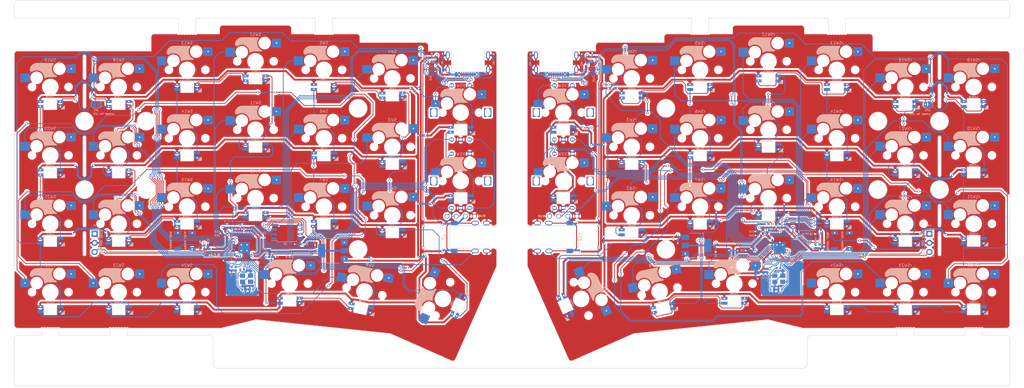
<source format=kicad_pcb>
(kicad_pcb (version 20241229) (generator "pcbnew") (generator_version "9.0")
  (title_block (title "Corne") (date "2024-05-07") (rev "4.1.0") (company "foostan"))
  (layers (0 "F.Cu" signal) (2 "B.Cu" signal) (13 "F.Paste" user) (15 "B.Paste" user) (5 "F.SilkS" user "F.Silkscreen") (7 "B.SilkS" user "B.Silkscreen") (1 "F.Mask" user) (3 "B.Mask" user) (25 "Edge.Cuts" user))
  (net 0 "")
  (net 1 "Net-(U1-XIN)")
  (net 2 "Net-(C2-Pad1)")
  (net 3 "+1V1")
  (net 4 "+5V")
  (net 5 "+3V3")
  (net 6 "GND")
  (net 7 "Net-(EXLED1-DOUT)")
  (net 8 "Net-(EXLED1-DIN)")
  (net 10 "VBUS")
  (net 11 "Net-(J1-CC1)")
  (net 13 "Net-(J1-CC2)")
  (net 15 "Net-(LED1-DOUT)")
  (net 16 "Net-(LED2-DOUT)")
  (net 17 "Net-(LED7-DOUT)")
  (net 18 "Net-(LED8-DOUT)")
  (net 19 "Net-(LED10-DIN)")
  (net 20 "Net-(LED10-DOUT)")
  (net 21 "Net-(LED14-DOUT)")
  (net 22 "Net-(LED15-DOUT)")
  (net 23 "Net-(LED16-DOUT)")
  (net 24 "Net-(U1-XOUT)")
  (net 25 "Net-(U1-USB_DP)")
  (net 26 "Net-(U1-USB_DM)")
  (net 27 "Net-(R6-Pad2)")
  (net 28 "Net-(U1-RUN)")
  (net 29 "Net-(D1-K)")
  (net 30 "/left/KEY22")
  (net 31 "/left/REB")
  (net 32 "/left/KEY24")
  (net 33 "/left/RE1A")
  (net 34 "/left/KEY23")
  (net 35 "/left/D+")
  (net 36 "/left/D-")
  (net 37 "/left/TX")
  (net 38 "/left/SWCLK")
  (net 39 "/left/SWD")
  (net 40 "/left/LED")
  (net 41 "/left/QSPI_SS")
  (net 42 "/left/KEY1")
  (net 43 "/left/KEY2")
  (net 44 "/left/KEY3")
  (net 45 "/left/KEY4")
  (net 46 "/left/KEY5")
  (net 47 "/left/KEY6")
  (net 48 "/left/KEY7")
  (net 49 "/left/KEY8")
  (net 50 "/left/KEY9")
  (net 51 "/left/KEY10")
  (net 52 "/left/KEY11")
  (net 53 "/left/KEY12")
  (net 54 "/left/KEY13")
  (net 55 "/left/KEY14")
  (net 56 "/left/KEY15")
  (net 57 "/left/KEY16")
  (net 58 "/left/KEY17")
  (net 59 "/left/KEY18")
  (net 60 "/left/KEY19")
  (net 61 "/left/KEY20")
  (net 62 "/left/KEY21")
  (net 63 "/left/QSPI_SD3")
  (net 64 "/left/QSPI_SCLK")
  (net 65 "/left/QSPI_SD0")
  (net 66 "/left/QSPI_SD2")
  (net 67 "/left/QSPI_SD1")
  (net 68 "Net-(LED6-DOUT)")
  (net 69 "Net-(LED5-DOUT)")
  (net 70 "Net-(LED4-DOUT)")
  (net 71 "Net-(LED3-DOUT)")
  (net 72 "Net-(LED20-DOUT)")
  (net 73 "Net-(LED19-DOUT)")
  (net 74 "Net-(JP1-A)")
  (net 75 "Net-(LED17-DOUT)")
  (net 76 "Net-(LED13-DOUT)")
  (net 77 "Net-(LED12-DOUT)")
  (net 78 "Net-(LED11-DOUT)")
  (net 79 "VBUSR")
  (net 80 "Net-(rJ1-CC1)")
  (net 81 "/right/D+")
  (net 82 "/right/D-")
  (net 84 "Net-(rJ1-CC2)")
  (net 86 "Net-(rU1-XIN)")
  (net 87 "GNDR")
  (net 88 "Net-(rC2-Pad1)")
  (net 89 "+1V1R")
  (net 90 "+5VR")
  (net 91 "+3V3R")
  (net 92 "Net-(rD1-K)")
  (net 93 "Net-(rEXLED1-DOUT)")
  (net 94 "Net-(rEXLED1-DIN)")
  (net 96 "Net-(LED22-DOUT)")
  (net 97 "/right/REB")
  (net 98 "Net-(LED23-DOUT)")
  (net 99 "/right/RE1A")
  (net 101 "/right/TX")
  (net 102 "/left/USB_VBUS_PIN")
  (net 103 "/right/SWCLK")
  (net 104 "/right/SWD")
  (net 105 "Net-(rLED1-DOUT)")
  (net 106 "/right/LED")
  (net 107 "Net-(rLED2-DOUT)")
  (net 108 "Net-(rLED3-DOUT)")
  (net 109 "Net-(rLED4-DOUT)")
  (net 110 "Net-(rLED5-DOUT)")
  (net 111 "Net-(rLED6-DOUT)")
  (net 112 "Net-(rLED7-DOUT)")
  (net 113 "Net-(rLED8-DOUT)")
  (net 114 "Net-(rLED10-DIN)")
  (net 115 "Net-(rLED10-DOUT)")
  (net 116 "Net-(rLED11-DOUT)")
  (net 117 "Net-(rLED12-DOUT)")
  (net 118 "Net-(rLED13-DOUT)")
  (net 119 "Net-(rLED14-DOUT)")
  (net 120 "Net-(rLED15-DOUT)")
  (net 121 "Net-(rLED16-DOUT)")
  (net 122 "Net-(rLED17-DOUT)")
  (net 123 "Net-(rJP1-A)")
  (net 124 "Net-(rLED19-DOUT)")
  (net 125 "Net-(rLED20-DOUT)")
  (net 126 "Net-(rU1-XOUT)")
  (net 127 "Net-(rU1-USB_DP)")
  (net 128 "Net-(rU1-USB_DM)")
  (net 129 "/right/QSPI_SS")
  (net 130 "Net-(rR6-Pad2)")
  (net 131 "Net-(rU1-RUN)")
  (net 132 "/right/KEY1")
  (net 133 "/right/KEY2")
  (net 134 "/right/KEY3")
  (net 135 "/right/KEY4")
  (net 136 "/right/KEY5")
  (net 137 "/right/KEY6")
  (net 138 "/right/KEY7")
  (net 139 "/right/KEY8")
  (net 140 "/right/KEY9")
  (net 141 "/right/KEY10")
  (net 142 "/right/KEY11")
  (net 143 "/right/KEY12")
  (net 144 "/right/KEY13")
  (net 145 "/right/KEY14")
  (net 146 "/right/KEY15")
  (net 147 "/right/KEY16")
  (net 148 "/right/KEY17")
  (net 149 "/right/KEY18")
  (net 150 "/right/KEY19")
  (net 151 "/right/KEY20")
  (net 152 "/right/KEY21")
  (net 153 "/right/QSPI_SD3")
  (net 154 "/right/QSPI_SCLK")
  (net 155 "/right/QSPI_SD0")
  (net 156 "/right/QSPI_SD2")
  (net 157 "/right/QSPI_SD1")
  (net 158 "/right/USB_VBUS_PIN")
  (net 159 "/right/KEY24")
  (net 160 "/right/KEY22")
  (net 161 "/right/KEY23")
  (net 162 "Net-(rLED22-DOUT)")
  (net 163 "Net-(rLED23-DOUT)")
  (footprint "kbd_local:Breakaway_Tabs" (layer "F.Cu") (at 86.6375 -55.755952)
    (property "Reference" "BT3")
    (property "Value" "Breakaway Tabs")
  )
  (footprint "kbd_local:Breakaway_Tabs" (layer "F.Cu") (at 162.8375 -138.128452)
    (property "Reference" "BT2")
    (property "Value" "Breakaway Tabs")
  )
  (footprint "kbd_local:Breakaway_Tabs" (layer "F.Cu") (at 267.612502 -138.128452)
    (property "Reference" "rBT2")
    (property "Value" "Breakaway Tabs")
  )
  (footprint "kbd_local:OLED" (layer "F.Cu") (at 229.5125 -87.150952)
    (property "Reference" "rJ3")
    (property "Value" "Conn_01x04" (hide yes))
  )
  (footprint "kbd_local:Breakaway_Tabs" (layer "F.Cu") (at 105.6875 -55.755952)
    (property "Reference" "BT4")
    (property "Value" "Breakaway Tabs")
  )
  (footprint "kbd_local:Breakaway_Tabs" (layer "F.Cu") (at 305.7125 -138.128452)
    (property "Reference" "rBT1")
    (property "Value" "Breakaway Tabs")
  )
  (footprint "kbd_local:Breakaway_Tabs" (layer "F.Cu") (at 343.8125 -55.755952)
    (property "Reference" "rBT3")
    (property "Value" "Breakaway Tabs")
  )
  (footprint "kbd_local:Breakaway_Tabs" (layer "F.Cu") (at 324.7625 -55.755952)
    (property "Reference" "rBT4")
    (property "Value" "Breakaway Tabs")
  )
  (footprint "kbd_local:Breakaway_Tabs" (layer "F.Cu") (at 124.7375 -138.128452)
    (property "Reference" "BT1")
    (property "Value" "Breakaway Tabs")
  )
  (footprint "kbd_local:OLED" (layer "F.Cu") (at 200.9375 -87.150952)
    (property "Reference" "J3")
    (property "Value" "Conn_01x04" (hide yes))
  )
  (footprint "Capacitor_SMD:C_0402_1005Metric" (layer "B.Cu") (at 142.6475 -66.752252 180)
    (property "Reference" "C1")
    (property "Value" "27p")
  )
  (footprint "Connector_PinHeader_2.54mm:PinHeader_1x03_P2.54mm_Vertical" (layer "B.Cu") (at 98.987502 -82.255952 180)
    (property "Reference" "J4")
    (property "Value" "Conn_01x03")
  )
  (footprint "Capacitor_SMD:C_0402_1005Metric" (layer "B.Cu") (at 289.887502 -66.712202 180)
    (property "Reference" "rC1")
    (property "Value" "27p")
  )
  (footprint "Diode_SMD:D_SOD-523" (layer "B.Cu") (at 194.257508 -130.548452 -90)
    (property "Reference" "ZD1")
    (property "Value" "RB521S30T1G")
  )
  (footprint "kbd:keyswitch_cherrymx_hotswap_1u" (layer "B.Cu") (at 181.8875 -125.522202 180)
    (property "Reference" "SW4")
    (property "Value" "SW_Push" (hide yes))
  )
  (footprint "kbd_local:keyswitch_cherrymx_hotswap_1u_rotary_encoder_ec12" (layer "B.Cu") (at 200.9375 -96.947202 180)
    (property "Reference" "EXSW2")
    (property "Value" "RotaryEncoder_Switch" (hide yes))
  )
  (footprint "Capacitor_SMD:C_0402_1005Metric" (layer "B.Cu") (at 286.357502 -72.032202 -90)
    (property "Reference" "rC7")
    (property "Value" "100n")
  )
  (footprint "kbd_local:YS-SK6812MINI-E" (layer "B.Cu") (at 105.6875 -80.278452 180)
    (property "Reference" "LED16")
    (property "Value" "YS-SK6812MINI-E" (hide yes))
    (fp_line (start 1.8 1.55) (end -1.8 1.55) (stroke (width 0.1)) (layer "Edge.Cuts"))
    (fp_line (start 1.8 -1.55) (end 1.8 1.55) (stroke (width 0.1)) (layer "Edge.Cuts"))
    (fp_line (start -1.8 1.55) (end -1.8 -1.55) (stroke (width 0.1)) (layer "Edge.Cuts"))
    (fp_line (start -1.8 -1.55) (end 1.8 -1.55) (stroke (width 0.1)) (layer "Edge.Cuts"))
  )
  (footprint "kbd:keyswitch_cherrymx_hotswap_1u" (layer "B.Cu") (at 324.762502 -104.090952 180)
    (property "Reference" "rSW17")
    (property "Value" "SW_Push" (hide yes))
  )
  (footprint "kbd_local:YS-SK6812MINI-E" (layer "B.Cu") (at 324.762502 -80.278452 180)
    (property "Reference" "rLED16")
    (property "Value" "YS-SK6812MINI-E" (hide yes))
    (fp_line (start 1.8 1.55) (end -1.8 1.55) (stroke (width 0.1)) (layer "Edge.Cuts"))
    (fp_line (start 1.8 -1.55) (end 1.8 1.55) (stroke (width 0.1)) (layer "Edge.Cuts"))
    (fp_line (start -1.8 1.55) (end -1.8 -1.55) (stroke (width 0.1)) (layer "Edge.Cuts"))
    (fp_line (start -1.8 -1.55) (end 1.8 -1.55) (stroke (width 0.1)) (layer "Edge.Cuts"))
  )
  (footprint "kbd_local:YS-SK6812MINI-E" (layer "B.Cu") (at 181.8875 -101.709702 180)
    (property "Reference" "LED3")
    (property "Value" "YS-SK6812MINI-E" (hide yes))
    (fp_line (start 1.8 1.55) (end -1.8 1.55) (stroke (width 0.1)) (layer "Edge.Cuts"))
    (fp_line (start 1.8 -1.55) (end 1.8 1.55) (stroke (width 0.1)) (layer "Edge.Cuts"))
    (fp_line (start -1.8 1.55) (end -1.8 -1.55) (stroke (width 0.1)) (layer "Edge.Cuts"))
    (fp_line (start -1.8 -1.55) (end 1.8 -1.55) (stroke (width 0.1)) (layer "Edge.Cuts"))
  )
  (footprint "Resistor_SMD:R_0402_1005Metric" (layer "B.Cu") (at 289.432502 -72.690952)
    (property "Reference" "rR3")
    (property "Value" "1k")
  )
  (footprint "Capacitor_SMD:C_0402_1005Metric" (layer "B.Cu") (at 155.7775 -79.322252 180)
    (property "Reference" "C16")
    (property "Value" "1u")
  )
  (footprint "Capacitor_SMD:C_0402_1005Metric" (layer "B.Cu") (at 299.737508 -78.718452 90)
    (property "Reference" "rC9")
    (property "Value" "100n")
  )
  (footprint "Capacitor_SMD:C_0402_1005Metric" (layer "B.Cu") (at 295.102502 -81.680952 90)
    (property "Reference" "rC14")
    (property "Value" "100n")
  )
  (footprint "kbd:keyswitch_cherrymx_hotswap_1u" (layer "B.Cu") (at 305.712502 -89.803452 180)
    (property "Reference" "rSW15")
    (property "Value" "SW_Push" (hide yes))
  )
  (footprint "kbd_local:PJ-398A-5A_PJ-399B-6A" (layer "B.Cu") (at 219.4925 -81.350952 -90)
    (property "Reference" "rJ2")
    (property "Value" "TRS")
  )
  (footprint "Resistor_SMD:R_0402_1005Metric" (layer "B.Cu") (at 129.507502 -78.452202 -90)
    (property "Reference" "R7")
    (property "Value" "10k")
  )
  (footprint "Capacitor_SMD:C_0402_1005Metric" (layer "B.Cu") (at 285.277502 -72.032202 -90)
    (property "Reference" "rC3")
    (property "Value" "100n")
  )
  (footprint "kbd:keyswitch_cherrymx_hotswap_1u" (layer "B.Cu") (at 277.137502 -68.372202 180)
    (property "Reference" "rSW9")
    (property "Value" "SW_Push" (hide yes))
  )
  (footprint "kbd_local:keyswitch_cherrymx_hotswap_1u_rotary_encoder_ec12" (layer "B.Cu") (at 229.512502 -96.947202 180)
    (property "Reference" "rEXSW2")
    (property "Value" "RotaryEncoder_Switch" (hide yes))
  )
  (footprint "Capacitor_SMD:C_0402_1005Metric" (layer "B.Cu") (at 284.567502 -84.452202 90)
    (property "Reference" "rC8")
    (property "Value" "1u")
  )
  (footprint "kbd:keyswitch_cherrymx_hotswap_1u" (layer "B.Cu") (at 153.3125 -68.372202 180)
    (property "Reference" "SW9")
    (property "Value" "SW_Push" (hide yes))
  )
  (footprint "Package_DFN_QFN:QFN-56-1EP_7x7mm_P0.4mm_EP3.2x3.2mm" (layer "B.Cu") (at 289.8325 -78.357252 180)
    (property "Reference" "rU1")
    (property "Value" "RP2040")
  )
  (footprint "kbd:keyswitch_cherrymx_hotswap_1u" (layer "B.Cu") (at 162.8375 -127.903452 180)
    (property "Reference" "SW5")
    (property "Value" "SW_Push" (hide yes))
  )
  (footprint "kbd:keyswitch_cherrymx_hotswap_1u" (layer "B.Cu") (at 286.662502 -92.184702 180)
    (property "Reference" "rSW10")
    (property "Value" "SW_Push" (hide yes))
  )
  (footprint "kbd_local:YS-SK6812MINI-E" (layer "B.Cu") (at 248.5625 -120.759702 180)
    (property "Reference" "rLED4")
    (property "Value" "YS-SK6812MINI-E" (hide yes))
    (fp_line (start 1.8 1.55) (end -1.8 1.55) (stroke (width 0.1)) (layer "Edge.Cuts"))
    (fp_line (start 1.8 -1.55) (end 1.8 1.55) (stroke (width 0.1)) (layer "Edge.Cuts"))
    (fp_line (start -1.8 1.55) (end -1.8 -1.55) (stroke (width 0.1)) (layer "Edge.Cuts"))
    (fp_line (start -1.8 -1.55) (end 1.8 -1.55) (stroke (width 0.1)) (layer "Edge.Cuts"))
  )
  (footprint "Capacitor_SMD:C_0402_1005Metric" (layer "B.Cu") (at 140.582502 -84.480952 90)
    (property "Reference" "C4")
    (property "Value" "100n")
  )
  (footprint "kbd_local:TS-1088R-02026" (layer "B.Cu") (at 126.147502 -80.272202 -90)
    (property "Reference" "SMDSW2")
    (property "Value" "TS-1088R-02026")
  )
  (footprint "kbd_local:YS-SK6812MINI-E" (layer "B.Cu") (at 105.6875 -99.328452 180)
    (property "Reference" "LED17")
    (property "Value" "YS-SK6812MINI-E" (hide yes))
    (fp_line (start 1.8 1.55) (end -1.8 1.55) (stroke (width 0.1)) (layer "Edge.Cuts"))
    (fp_line (start 1.8 -1.55) (end 1.8 1.55) (stroke (width 0.1)) (layer "Edge.Cuts"))
    (fp_line (start -1.8 1.55) (end -1.8 -1.55) (stroke (width 0.1)) (layer "Edge.Cuts"))
    (fp_line (start -1.8 -1.55) (end 1.8 -1.55) (stroke (width 0.1)) (layer "Edge.Cuts"))
  )
  (footprint "Capacitor_SMD:C_0402_1005Metric" (layer "B.Cu") (at 130.617502 -78.462252 90)
    (property "Reference" "C10")
    (property "Value" "100n")
  )
  (footprint "kbd_local:TYPE-C-31-M-13C" (layer "B.Cu") (at 227.5125 -131.960952)
    (property "Reference" "rJ1")
    (property "Value" "TYPE-C-31-M-13C")
  )
  (footprint "kbd_local:YS-SK6812MINI-E" (layer "B.Cu") (at 267.612502 -104.090952 180)
    (property "Reference" "rLED6")
    (property "Value" "YS-SK6812MINI-E" (hide yes))
    (fp_line (start 1.8 1.55) (end -1.8 1.55) (stroke (width 0.1)) (layer "Edge.Cuts"))
    (fp_line (start 1.8 -1.55) (end 1.8 1.55) (stroke (width 0.1)) (layer "Edge.Cuts"))
    (fp_line (start -1.8 1.55) (end -1.8 -1.55) (stroke (width 0.1)) (layer "Edge.Cuts"))
    (fp_line (start -1.8 -1.55) (end 1.8 -1.55) (stroke (width 0.1)) (layer "Edge.Cuts"))
  )
  (footprint "kbd_local:YS-SK6812MINI-E" (layer "B.Cu") (at 162.8375 -123.140952 180)
    (property "Reference" "LED5")
    (property "Value" "YS-SK6812MINI-E" (hide yes))
    (fp_line (start 1.8 1.55) (end -1.8 1.55) (stroke (width 0.1)) (layer "Edge.Cuts"))
    (fp_line (start 1.8 -1.55) (end 1.8 1.55) (stroke (width 0.1)) (layer "Edge.Cuts"))
    (fp_line (start -1.8 1.55) (end -1.8 -1.55) (stroke (width 0.1)) (layer "Edge.Cuts"))
    (fp_line (start -1.8 -1.55) (end 1.8 -1.55) (stroke (width 0.1)) (layer "Edge.Cuts"))
  )
  (footprint "Capacitor_SMD:C_0402_1005Metric" (layer "B.Cu") (at 136.3675 -84.490952 90)
    (property "Reference" "C5")
    (property "Value" "1u")
  )
  (footprint "Capacitor_SMD:C_0402_1005Metric" (layer "B.Cu") (at 139.5575 -84.480952 90)
    (property "Reference" "C15")
    (property "Value" "100n")
  )
  (footprint "kbd:keyswitch_cherrymx_hotswap_1u" (layer "B.Cu") (at 286.662502 -111.234702 180)
    (property "Reference" "rSW11")
    (property "Value" "SW_Push" (hide yes))
  )
  (footprint "Package_SON:USON-10_2.5x1.0mm_P0.5mm" (layer "B.Cu") (at 192.5725 -127.507252)
    (property "Reference" "U3")
    (property "Value" "TPD4E05U06DQAR")
  )
  (footprint "kbd:keyswitch_cherrymx_hotswap_1u" (layer "B.Cu") (at 86.6375 -65.990952 180)
    (property "Reference" "SW22")
    (property "Value" "SW_Push" (hide yes))
  )
  (footprint "kbd_local:YS-SK6812MINI-E" (layer "B.Cu") (at 248.5625 -82.659702 180)
    (property "Reference" "rLED2")
    (property "Value" "YS-SK6812MINI-E" (hide yes))
    (fp_line (start 1.8 1.55) (end -1.8 1.55) (stroke (width 0.1)) (layer "Edge.Cuts"))
    (fp_line (start 1.8 -1.55) (end 1.8 1.55) (stroke (width 0.1)) (layer "Edge.Cuts"))
    (fp_line (start -1.8 1.55) (end -1.8 -1.55) (stroke (width 0.1)) (layer "Edge.Cuts"))
    (fp_line (start -1.8 -1.55) (end 1.8 -1.55) (stroke (width 0.1)) (layer "Edge.Cuts"))
  )
  (footprint "kbd_local:YS-SK6812MINI-E" (layer "B.Cu") (at 173.141726 -61.536063 168.06)
    (property "Reference" "LED8")
    (property "Value" "YS-SK6812MINI-E" (hide yes))
    (fp_line (start 1.8 -1.55) (end 1.8 1.55) (stroke (width 0.1)) (layer "Edge.Cuts"))
    (fp_line (start 1.8 1.55) (end -1.8 1.55) (stroke (width 0.1)) (layer "Edge.Cuts"))
    (fp_line (start -1.8 -1.55) (end 1.8 -1.55) (stroke (width 0.1)) (layer "Edge.Cuts"))
    (fp_line (start -1.8 1.55) (end -1.8 -1.55) (stroke (width 0.1)) (layer "Edge.Cuts"))
  )
  (footprint "Package_TO_SOT_SMD:SOT-223-3_TabPin2" (layer "B.Cu") (at 165.3775 -77.517252 180)
    (property "Reference" "U2")
    (property "Value" "NCP1117LPST33T3G")
  )
  (footprint "kbd:keyswitch_cherrymx_hotswap_1u" (layer "B.Cu") (at 324.762502 -85.040952 180)
    (property "Reference" "rSW16")
    (property "Value" "SW_Push" (hide yes))
  )
  (footprint "kbd:keyswitch_cherrymx_hotswap_1u" (layer "B.Cu") (at 124.7375 -127.903452 180)
    (property "Reference" "SW13")
    (property "Value" "SW_Push" (hide yes))
  )
  (footprint "kbd:keyswitch_cherrymx_hotswap_1u" (layer "B.Cu") (at 143.7875 -111.234702 180)
    (property "Reference" "SW11")
    (property "Value" "SW_Push" (hide yes))
  )
  (footprint "kbd_local:YS-SK6812MINI-E" (layer "B.Cu") (at 143.7875 -87.422202 180)
    (property "Reference" "LED10")
    (property "Value" "YS-SK6812MINI-E" (hide yes))
    (fp_line (start 1.8 1.55) (end -1.8 1.55) (stroke (width 0.1)) (layer "Edge.Cuts"))
    (fp_line (start 1.8 -1.55) (end 1.8 1.55) (stroke (width 0.1)) (layer "Edge.Cuts"))
    (fp_line (start -1.8 1.55) (end -1.8 -1.55) (stroke (width 0.1)) (layer "Edge.Cuts"))
    (fp_line (start -1.8 -1.55) (end 1.8 -1.55) (stroke (width 0.1)) (layer "Edge.Cuts"))
  )
  (footprint "kbd:keyswitch_cherrymx_hotswap_1u" (layer "B.Cu") (at 124.7375 -108.853452 180)
    (property "Reference" "SW14")
    (property "Value" "SW_Push" (hide yes))
  )
  (footprint "kbd:keyswitch_cherrymx_hotswap_1u" (layer "B.Cu") (at 324.762502 -123.140952 180)
    (property "Reference" "rSW18")
    (property "Value" "SW_Push" (hide yes))
  )
  (footprint "Capacitor_SMD:C_0402_1005Metric" (layer "B.Cu") (at 160.3675 -78.002252 90)
    (property "Reference" "C11")
    (property "Value" "10u")
  )
  (footprint "kbd:keyswitch_cherrymx_hotswap_1u" (layer "B.Cu") (at 343.812502 -123.140952 180)
    (property "Reference" "rSW19")
    (property "Value" "SW_Push" (hide yes))
  )
  (footprint "kbd:keyswitch_cherrymx_hotswap_1u" (layer "B.Cu") (at 174.127026 -66.195525 168.06)
    (property "Reference" "SW8")
    (property "Value" "SW_Push" (hide yes))
  )
  (footprint "kbd_local:YS-SK6812MINI-E" (layer "B.Cu") (at 343.812502 -99.328452 180)
    (property "Reference" "rLED20")
    (property "Value" "YS-SK6812MINI-E" (hide yes))
    (fp_line (start 1.8 1.55) (end -1.8 1.55) (stroke (width 0.1)) (layer "Edge.Cuts"))
    (fp_line (start 1.8 -1.55) (end 1.8 1.55) (stroke (width 0.1)) (layer "Edge.Cuts"))
    (fp_line (start -1.8 1.55) (end -1.8 -1.55) (stroke (width 0.1)) (layer "Edge.Cuts"))
    (fp_line (start -1.8 -1.55) (end 1.8 -1.55) (stroke (width 0.1)) (layer "Edge.Cuts"))
  )
  (footprint "kbd_local:YS-SK6812MINI-E" (layer "B.Cu") (at 143.7875 -125.522202 180)
    (property "Reference" "LED12")
    (property "Value" "YS-SK6812MINI-E" (hide yes))
    (fp_line (start 1.8 1.55) (end -1.8 1.55) (stroke (width 0.1)) (layer "Edge.Cuts"))
    (fp_line (start 1.8 -1.55) (end 1.8 1.55) (stroke (width 0.1)) (layer "Edge.Cuts"))
    (fp_line (start -1.8 1.55) (end -1.8 -1.55) (stroke (width 0.1)) (layer "Edge.Cuts"))
    (fp_line (start -1.8 -1.55) (end 1.8 -1.55) (stroke (width 0.1)) (layer "Edge.Cuts"))
  )
  (footprint "kbd_local:YS-SK6812MINI-E" (layer "B.Cu") (at 305.712502 -85.040952 180)
    (property "Reference" "rLED15")
    (property "Value" "YS-SK6812MINI-E" (hide yes))
    (fp_line (start 1.8 1.55) (end -1.8 1.55) (stroke (width 0.1)) (layer "Edge.Cuts"))
    (fp_line (start 1.8 -1.55) (end 1.8 1.55) (stroke (width 0.1)) (layer "Edge.Cuts"))
    (fp_line (start -1.8 1.55) (end -1.8 -1.55) (stroke (width 0.1)) (layer "Edge.Cuts"))
    (fp_line (start -1.8 -1.55) (end 1.8 -1.55) (stroke (width 0.1)) (layer "Edge.Cuts"))
  )
  (footprint "Resistor_SMD:R_0402_1005Metric" (layer "B.Cu") (at 234.647502 -131.292202 -90)
    (property "Reference" "rR2")
    (property "Value" "5.1k")
  )
  (footprint "kbd:keyswitch_cherrymx_hotswap_1u" (layer "B.Cu") (at 248.562502 -125.522202 180)
    (property "Reference" "rSW4")
    (property "Value" "SW_Push" (hide yes))
  )
  (footprint "Resistor_SMD:R_0402_1005Metric" (layer "B.Cu") (at 195.8075 -131.310952 -90)
    (property "Reference" "R1")
    (property "Value" "5.1k")
  )
  (footprint "kbd:keyswitch_cherrymx_hotswap_1u" (layer "B.Cu") (at 143.7875 -130.284702 180)
    (property "Reference" "SW12")
    (property "Value" "SW_Push" (hide yes))
  )
  (footprint "kbd_local:YS-SK6812MINI-E" (layer "B.Cu") (at 86.6375 -99.328452 180)
    (property "Reference" "LED20")
    (property "Value" "YS-SK6812MINI-E" (hide yes))
    (fp_line (start 1.8 1.55) (end -1.8 1.55) (stroke (width 0.1)) (layer "Edge.Cuts"))
    (fp_line (start 1.8 -1.55) (end 1.8 1.55) (stroke (width 0.1)) (layer "Edge.Cuts"))
    (fp_line (start -1.8 1.55) (end -1.8 -1.55) (stroke (width 0.1)) (layer "Edge.Cuts"))
    (fp_line (start -1.8 -1.55) (end 1.8 -1.55) (stroke (width 0.1)) (layer "Edge.Cuts"))
  )
  (footprint "Resistor_SMD:R_0402_1005Metric" (layer "B.Cu") (at 140.0875 -72.252252)
    (property "Reference" "R3")
    (property "Value" "1k")
  )
  (footprint "kbd_local:YS-SK6812MINI-E" (layer "B.Cu") (at 229.5125 -111.234702 180)
    (property "Reference" "rEXLED1")
    (property "Value" "YS-SK6812MINI-E" (hide yes))
    (fp_line (start 1.8 1.55) (end -1.8 1.55) (stroke (width 0.1)) (layer "Edge.Cuts"))
    (fp_line (start 1.8 -1.55) (end 1.8 1.55) (stroke (width 0.1)) (layer "Edge.Cuts"))
    (fp_line (start -1.8 1.55) (end -1.8 -1.55) (stroke (width 0.1)) (layer "Edge.Cuts"))
    (fp_line (start -1.8 -1.55) (end 1.8 -1.55) (stroke (width 0.1)) (layer "Edge.Cuts"))
  )
  (footprint "kbd:keyswitch_cherrymx_hotswap_1u" (layer "B.Cu") (at 267.612502 -108.853452 180)
    (property "Reference" "rSW6")
    (property "Value" "SW_Push" (hide yes))
  )
  (footprint "kbd_local:TS-1088R-02026" (layer "B.Cu") (at 309.217502 -80.272202 -90)
    (property "Reference" "rSMDSW2")
    (property "Value" "TS-1088R-02026")
  )
  (footprint "Diode_SMD:D_SOD-523" (layer "B.Cu") (at 243.277508 -122.778452 180)
    (property "Reference" "rD1")
    (property "Value" "1N4148WT")
  )
  (footprint "kbd_local:YS-SK6812MINI-E" (layer "B.Cu") (at 324.762502 -99.328452 180)
    (property "Reference" "rLED17")
    (property "Value" "YS-SK6812MINI-E" (hide yes))
    (fp_line (start 1.8 1.55) (end -1.8 1.55) (stroke (width 0.1)) (layer "Edge.Cuts"))
    (fp_line (start 1.8 -1.55) (end 1.8 1.55) (stroke (width 0.1)) (layer "Edge.Cuts"))
    (fp_line (start -1.8 1.55) (end -1.8 -1.55) (stroke (width 0.1)) (layer "Edge.Cuts"))
    (fp_line (start -1.8 -1.55) (end 1.8 -1.55) (stroke (width 0.1)) (layer "Edge.Cuts"))
  )
  (footprint "Package_SON:USON-10_2.5x1.0mm_P0.5mm" (layer "B.Cu") (at 237.8775 -127.507252 180)
    (property "Reference" "rU3")
    (property "Value" "TPD4E05U06DQAR")
  )
  (footprint "Resistor_SMD:R_0402_1005Metric" (layer "B.Cu") (at 137.4275 -84.470952 90)
    (property "Reference" "R5")
    (property "Value" "27")
  )
  (footprint "kbd_local:YS-SK6812MINI-E" (layer "B.Cu") (at 343.812502 -118.378452 180)
    (property "Reference" "rLED19")
    (property "Value" "YS-SK6812MINI-E" (hide yes))
    (fp_line (start 1.8 1.55) (end -1.8 1.55) (stroke (width 0.1)) (layer "Edge.Cuts"))
    (fp_line (start 1.8 -1.55) (end 1.8 1.55) (stroke (width 0.1)) (layer "Edge.Cuts"))
    (fp_line (start -1.8 1.55) (end -1.8 -1.55) (stroke (width 0.1)) (layer "Edge.Cuts"))
    (fp_line (start -1.8 -1.55) (end 1.8 -1.55) (stroke (width 0.1)) (layer "Edge.Cuts"))
  )
  (footprint "kbd:keyswitch_cherrymx_hotswap_1u" (layer "B.Cu") (at 105.6875 -104.090952 180)
    (property "Reference" "SW17")
    (property "Value" "SW_Push" (hide yes))
  )
  (footprint "Capacitor_SMD:C_0402_1005Metric" (layer "B.Cu") (at 271.927502 -78.542202 -90)
    (property "Reference" "rC11")
    (property "Value" "10u")
  )
  (footprint "kbd_local:YS-SK6812MINI-E" (layer "B.Cu") (at 124.7375 -85.040952 180)
    (property "Reference" "LED15")
    (property "Value" "YS-SK6812MINI-E" (hide yes))
    (fp_line (start 1.8 1.55) (end -1.8 1.55) (stroke (width 0.1)) (layer "Edge.Cuts"))
    (fp_line (start 1.8 -1.55) (end 1.8 1.55) (stroke (width 0.1)) (layer "Edge.Cuts"))
    (fp_line (start -1.8 1.55) (end -1.8 -1.55) (stroke (width 0.1)) (layer "Edge.Cuts"))
    (fp_line (start -1.8 -1.55) (end 1.8 -1.55) (stroke (width 0.1)) (layer "Edge.Cuts"))
  )
  (footprint "kbd_local:YS-SK6812MINI-E" (layer "B.Cu") (at 200.323672 -62.186522 -113.88)
    (property "Reference" "LED1")
    (property "Value" "YS-SK6812MINI-E" (hide yes))
    (fp_line (start 1.8 1.55) (end -1.8 1.55) (stroke (width 0.1)) (layer "Edge.Cuts"))
    (fp_line (start -1.8 1.55) (end -1.8 -1.55) (stroke (width 0.1)) (layer "Edge.Cuts"))
    (fp_line (start 1.8 -1.55) (end 1.8 1.55) (stroke (width 0.1)) (layer "Edge.Cuts"))
    (fp_line (start -1.8 -1.55) (end 1.8 -1.55) (stroke (width 0.1)) (layer "Edge.Cuts"))
  )
  (footprint "Capacitor_SMD:C_0402_1005Metric" (layer "B.Cu") (at 148.1775 -75.822252)
    (property "Reference" "C9")
    (property "Value" "100n")
  )
  (footprint "kbd_local:YS-SK6812MINI-E" (layer "B.Cu") (at 105.6875 -61.228452 180)
    (property "Reference" "LED23")
    (property "Value" "YS-SK6812MINI-E" (hide yes))
    (fp_line (start 1.8 1.55) (end -1.8 1.55) (stroke (width 0.1)) (layer "Edge.Cuts"))
    (fp_line (start 1.8 -1.55) (end 1.8 1.55) (stroke (width 0.1)) (layer "Edge.Cuts"))
    (fp_line (start -1.8 1.55) (end -1.8 -1.55) (stroke (width 0.1)) (layer "Edge.Cuts"))
    (fp_line (start -1.8 -1.55) (end 1.8 -1.55) (stroke (width 0.1)) (layer "Edge.Cuts"))
  )
  (footprint "Crystal:Crystal_SMD_3225-4Pin_3.2x2.5mm" (layer "B.Cu") (at 289.527502 -69.732202 180)
    (property "Reference" "rY1")
    (property "Value" "12MHz 18pF")
  )
  (footprint "kbd_local:YS-SK6812MINI-E" (layer "B.Cu") (at 267.612502 -123.140952 180)
    (property "Reference" "rLED5")
    (property "Value" "YS-SK6812MINI-E" (hide yes))
    (fp_line (start 1.8 1.55) (end -1.8 1.55) (stroke (width 0.1)) (layer "Edge.Cuts"))
    (fp_line (start 1.8 -1.55) (end 1.8 1.55) (stroke (width 0.1)) (layer "Edge.Cuts"))
    (fp_line (start -1.8 1.55) (end -1.8 -1.55) (stroke (width 0.1)) (layer "Edge.Cuts"))
    (fp_line (start -1.8 -1.55) (end 1.8 -1.55) (stroke (width 0.1)) (layer "Edge.Cuts"))
  )
  (footprint "kbd:keyswitch_cherrymx_hotswap_1u" (layer "B.Cu") (at 86.6375 -85.040952 180)
    (property "Reference" "SW21")
    (property "Value" "SW_Push" (hide yes))
  )
  (footprint "Capacitor_SMD:C_0402_1005Metric" (layer "B.Cu") (at 288.797502 -84.452202 90)
    (property "Reference" "rC15")
    (property "Value" "100n")
  )
  (footprint "kbd:keyswitch_cherrymx_hotswap_1u" (layer "B.Cu") (at 248.562502 -106.472202 180)
    (property "Reference" "rSW3")
    (property "Value" "SW_Push" (hide yes))
  )
  (footprint "kbd:keyswitch_cherrymx_hotswap_1.5u" (layer "B.Cu") (at 234.481137 -64.114489 113.88)
    (property "Reference" "rSW1")
    (property "Value" "SW_Push" (hide yes))
  )
  (footprint "kbd_local:YS-SK6812MINI-E" (layer "B.Cu") (at 257.308274 -61.536063 -168.06)
    (property "Reference" "rLED8")
    (property "Value" "YS-SK6812MINI-E" (hide yes))
    (fp_line (start 1.8 1.55) (end -1.8 1.55) (stroke (width 0.1)) (layer "Edge.Cuts"))
    (fp_line (start 1.8 -1.55) (end 1.8 1.55) (stroke (width 0.1)) (layer "Edge.Cuts"))
    (fp_line (start -1.8 1.55) (end -1.8 -1.55) (stroke (width 0.1)) (layer "Edge.Cuts"))
    (fp_line (start -1.8 -1.55) (end 1.8 -1.55) (stroke (width 0.1)) (layer "Edge.Cuts"))
  )
  (footprint "kbd_local:YS-SK6812MINI-E" (layer "B.Cu") (at 305.712502 -123.140952 180)
    (property "Reference" "rLED13")
    (property "Value" "YS-SK6812MINI-E" (hide yes))
    (fp_line (start 1.8 1.55) (end -1.8 1.55) (stroke (width 0.1)) (layer "Edge.Cuts"))
    (fp_line (start 1.8 -1.55) (end 1.8 1.55) (stroke (width 0.1)) (layer "Edge.Cuts"))
    (fp_line (start -1.8 1.55) (end -1.8 -1.55) (stroke (width 0.1)) (layer "Edge.Cuts"))
    (fp_line (start -1.8 -1.55) (end 1.8 -1.55) (stroke (width 0.1)) (layer "Edge.Cuts"))
  )
  (footprint "Resistor_SMD:R_0402_1005Metric" (layer "B.Cu") (at 192.367502 -131.325952)
    (property "Reference" "R9")
    (property "Value" "10K")
  )
  (footprint "kbd_local:keyswitch_cherrymx_hotswap_1u_rotary_encoder_ec12" (layer "B.Cu") (at 200.9375 -115.997202 180)
    (property "Reference" "EXSW1")
    (property "Value" "RotaryEncoder_Switch" (hide yes))
  )
  (footprint "kbd:keyswitch_cherrymx_hotswap_1u" (layer "B.Cu") (at 162.8375 -89.803452 180)
    (property "Reference" "SW7")
    (property "Value" "SW_Push" (hide yes))
  )
  (footprint "Capacitor_SMD:C_0402_1005Metric" (layer "B.Cu") (at 285.607502 -84.452202 90)
    (property "Reference" "rC5")
    (property "Value" "1u")
  )
  (footprint "Capacitor_SMD:C_0402_1005Metric" (layer "B.Cu") (at 289.817502 -84.452202 90)
    (property "Reference" "rC4")
    (property "Value" "100n")
  )
  (footprint "kbd_local:YS-SK6812MINI-E" (layer "B.Cu") (at 124.7375 -123.140952 180)
    (property "Reference" "LED13")
    (property "Value" "YS-SK6812MINI-E" (hide yes))
    (fp_line (start 1.8 1.55) (end -1.8 1.55) (stroke (width 0.1)) (layer "Edge.Cuts"))
    (fp_line (start 1.8 -1.55) (end 1.8 1.55) (stroke (width 0.1)) (layer "Edge.Cuts"))
    (fp_line (start -1.8 1.55) (end -1.8 -1.55) (stroke (width 0.1)) (layer "Edge.Cuts"))
    (fp_line (start -1.8 -1.55) (end 1.8 -1.55) (stroke (width 0.1)) (layer "Edge.Cuts"))
  )
  (footprint "kbd_local:TS-1088R-02026" (layer "B.Cu") (at 122.137502 -80.272202 -90)
    (property "Reference" "SMDSW1")
    (property "Value" "TS-1088R-02026")
  )
  (footprint "kbd_local:YS-SK6812MINI-E" (layer "B.Cu") (at 86.6375 -80.278452 180)
    (property "Reference" "LED21")
    (property "Value" "YS-SK6812MINI-E" (hide yes))
    (fp_line (start 1.8 1.55) (end -1.8 1.55) (stroke (width 0.1)) (layer "Edge.Cuts"))
    (fp_line (start 1.8 -1.55) (end 1.8 1.55) (stroke (width 0.1)) (layer "Edge.Cuts"))
    (fp_line (start -1.8 1.55) (end -1.8 -1.55) (stroke (width 0.1)) (layer "Edge.Cuts"))
    (fp_line (start -1.8 -1.55) (end 1.8 -1.55) (stroke (width 0.1)) (layer "Edge.Cuts"))
  )
  (footprint "Package_SO:SOIC-8_5.23x5.23mm_P1.27mm" (layer "B.Cu") (at 152.5575 -82.782252)
    (property "Reference" "U4")
    (property "Value" "W25Q128JVSIQ")
  )
  (footprint "Diode_SMD:D_SOD-523" (layer "B.Cu") (at 188.1075 -122.774702)
    (property "Reference" "D1")
    (property "Value" "1N4148WT")
  )
  (footprint "kbd_local:YS-SK6812MINI-E" (layer "B.Cu") (at 86.6375 -118.378452 180)
    (property "Reference" "LED19")
    (property "Value" "YS-SK6812MINI-E" (hide yes))
    (fp_line (start 1.8 1.55) (end -1.8 1.55) (stroke (width 0.1)) (layer "Edge.Cuts"))
    (fp_line (start 1.8 -1.55) (end 1.8 1.55) (stroke (width 0.1)) (layer "Edge.Cuts"))
    (fp_line (start -1.8 1.55) (end -1.8 -1.55) (stroke (width 0.1)) (layer "Edge.Cuts"))
    (fp_line (start -1.8 -1.55) (end 1.8 -1.55) (stroke (width 0.1)) (layer "Edge.Cuts"))
  )
  (footprint "kbd:keyswitch_cherrymx_hotswap_1u" (layer "B.Cu") (at 305.712502 -127.903452 180)
    (property "Reference" "rSW13")
    (property "Value" "SW_Push" (hide yes))
  )
  (footprint "kbd_local:YS-SK6812MINI-E" (layer "B.Cu") (at 162.8375 -85.040952 180)
    (property "Reference" "LED7")
    (property "Value" "YS-SK6812MINI-E" (hide yes))
    (fp_line (start 1.8 1.55) (end -1.8 1.55) (stroke (width 0.1)) (layer "Edge.Cuts"))
    (fp_line (start 1.8 -1.55) (end 1.8 1.55) (stroke (width 0.1)) (layer "Edge.Cuts"))
    (fp_line (start -1.8 1.55) (end -1.8 -1.55) (stroke (width 0.1)) (layer "Edge.Cuts"))
    (fp_line (start -1.8 -1.55) (end 1.8 -1.55) (stroke (width 0.1)) (layer "Edge.Cuts"))
  )
  (footprint "Resistor_SMD:R_0402_1005Metric" (layer "B.Cu") (at 300.857508 -78.708452 -90)
    (property "Reference" "rR7")
    (property "Value" "10k")
  )
  (footprint "kbd_local:YS-SK6812MINI-E" (layer "B.Cu") (at 343.812502 -61.228452 180)
    (property "Reference" "rLED22")
    (property "Value" "YS-SK6812MINI-E" (hide yes))
    (fp_line (start 1.8 1.55) (end -1.8 1.55) (stroke (width 0.1)) (layer "Edge.Cuts"))
    (fp_line (start 1.8 -1.55) (end 1.8 1.55) (stroke (width 0.1)) (layer "Edge.Cuts"))
    (fp_line (start -1.8 1.55) (end -1.8 -1.55) (stroke (width 0.1)) (layer "Edge.Cuts"))
    (fp_line (start -1.8 -1.55) (end 1.8 -1.55) (stroke (width 0.1)) (layer "Edge.Cuts"))
  )
  (footprint "Capacitor_SMD:C_0402_1005Metric" (layer "B.Cu") (at 135.3275 -84.490952 90)
    (property "Reference" "C8")
    (property "Value" "1u")
  )
  (footprint "kbd_local:YS-SK6812MINI-E" (layer "B.Cu") (at 324.762502 -61.228452 180)
    (property "Reference" "rLED23")
    (property "Value" "YS-SK6812MINI-E" (hide yes))
    (fp_line (start 1.8 1.55) (end -1.8 1.55) (stroke (width 0.1)) (layer "Edge.Cuts"))
    (fp_line (start 1.8 -1.55) (end 1.8 1.55) (stroke (width 0.1)) (layer "Edge.Cuts"))
    (fp_line (start -1.8 1.55) (end -1.8 -1.55) (stroke (width 0.1)) (layer "Edge.Cuts"))
    (fp_line (start -1.8 -1.55) (end 1.8 -1.55) (stroke (width 0.1)) (layer "Edge.Cuts"))
  )
  (footprint "Capacitor_SMD:C_0402_1005Metric" (layer "B.Cu") (at 134.867502 -82.892202 180)
    (property "Reference" "C13")
    (property "Value" "100n")
  )
  (footprint "Capacitor_SMD:C_0402_1005Metric" (layer "B.Cu") (at 140.4875 -66.712252)
    (property "Reference" "C2")
    (property "Value" "27p")
  )
  (footprint "kbd_local:YS-SK6812MINI-E" (layer "B.Cu") (at 305.712502 -104.090952 180)
    (property "Reference" "rLED14")
    (property "Value" "YS-SK6812MINI-E" (hide yes))
    (fp_line (start 1.8 1.55) (end -1.8 1.55) (stroke (width 0.1)) (layer "Edge.Cuts"))
    (fp_line (start 1.8 -1.55) (end 1.8 1.55) (stroke (width 0.1)) (layer "Edge.Cuts"))
    (fp_line (start -1.8 1.55) (end -1.8 -1.55) (stroke (width 0.1)) (layer "Edge.Cuts"))
    (fp_line (start -1.8 -1.55) (end 1.8 -1.55) (stroke (width 0.1)) (layer "Edge.Cuts"))
  )
  (footprint "Jumper:SolderJumper-2_P1.3mm_Open_RoundedPad1.0x1.5mm" (layer "B.Cu") (at 99.4675 -118.282252 180)
    (property "Reference" "JP1")
    (property "Value" "SolderJumper_2_Bridged")
  )
  (footprint "kbd_local:YS-SK6812MINI-E" (layer "B.Cu") (at 277.137502 -63.609702 180)
    (property "Reference" "rLED9")
    (property "Value" "YS-SK6812MINI-E" (hide yes))
    (fp_line (start 1.8 1.55) (end -1.8 1.55) (stroke (width 0.1)) (layer "Edge.Cuts"))
    (fp_line (start 1.8 -1.55) (end 1.8 1.55) (stroke (width 0.1)) (layer "Edge.Cuts"))
    (fp_line (start -1.8 1.55) (end -1.8 -1.55) (stroke (width 0.1)) (layer "Edge.Cuts"))
    (fp_line (start -1.8 -1.55) (end 1.8 -1.55) (stroke (width 0.1)) (layer "Edge.Cuts"))
  )
  (footprint "kbd_local:YS-SK6812MINI-E" (layer "B.Cu") (at 200.9375 -92.184702 180)
    (property "Reference" "EXLED2")
    (property "Value" "YS-SK6812MINI-E" (hide yes))
    (fp_line (start 1.8 1.55) (end -1.8 1.55) (stroke (width 0.1)) (layer "Edge.Cuts"))
    (fp_line (start 1.8 -1.55) (end 1.8 1.55) (stroke (width 0.1)) (layer "Edge.Cuts"))
    (fp_line (start -1.8 1.55) (end -1.8 -1.55) (stroke (width 0.1)) (layer "Edge.Cuts"))
    (fp_line (start -1.8 -1.55) (end 1.8 -1.55) (stroke (width 0.1)) (layer "Edge.Cuts"))
  )
  (footprint "Capacitor_SMD:C_0402_1005Metric" (layer "B.Cu") (at 281.707508 -77.618452 180)
    (property "Reference" "rC10")
    (property "Value" "100n")
  )
  (footprint "Crystal:Crystal_SMD_3225-4Pin_3.2x2.5mm" (layer "B.Cu") (at 141.2875 -69.742252 180)
    (property "Reference" "Y1")
    (property "Value" "12MHz 18pF")
  )
  (footprint "kbd_local:YS-SK6812MINI-E" (layer "B.Cu") (at 153.3125 -63.609702 180)
    (property "Reference" "LED9")
    (property "Value" "YS-SK6812MINI-E" (hide yes))
    (fp_line (start 1.8 1.55) (end -1.8 1.55) (stroke (width 0.1)) (layer "Edge.Cuts"))
    (fp_line (start 1.8 -1.55) (end 1.8 1.55) (stroke (width 0.1)) (layer "Edge.Cuts"))
    (fp_line (start -1.8 1.55) (end -1.8 -1.55) (stroke (width 0.1)) (layer "Edge.Cuts"))
    (fp_line (start -1.8 -1.55) (end 1.8 -1.55) (stroke (width 0.1)) (layer "Edge.Cuts"))
  )
  (footprint "kbd:keyswitch_cherrymx_hotswap_1u" (layer "B.Cu") (at 105.6875 -65.990952 180)
    (property "Reference" "SW23")
    (property "Value" "SW_Push" (hide yes))
  )
  (footprint "Connector_PinHeader_2.54mm:PinHeader_1x03_P2.54mm_Vertical" (layer "B.Cu") (at 331.462498 -82.255952 180)
    (property "Reference" "rJ4")
    (property "Value" "Conn_01x03")
  )
  (footprint "Package_SO:SOIC-8_5.23x5.23mm_P1.27mm" (layer "B.Cu") (at 297.097502 -85.862202)
    (property "Reference" "rU4")
    (property "Value" "W25Q128JVSIQ")
  )
  (footprint "Resistor_SMD:R_0402_1005Metric" (layer "B.Cu") (at 302.017508 -78.678452 -90)
    (property "Reference" "rR6")
    (property "Value" "1k")
  )
  (footprint "kbd:keyswitch_cherrymx_hotswap_1u" (layer "B.Cu") (at 248.562502 -87.422202 180)
    (property "Reference" "rSW2")
    (property "Value" "SW_Push" (hide yes))
  )
  (footprint "Capacitor_SMD:C_0402_1005Metric" (layer "B.Cu") (at 300.897502 -82.222202 180)
    (property "Reference" "rC16")
    (property "Value" "1u")
  )
  (footprint "Jumper:SolderJumper-2_P1.3mm_Open_RoundedPad1.0x1.5mm" (layer "B.Cu") (at 330.9825 -118.282252)
    (property "Reference" "rJP1")
    (property "Value" "SolderJumper_2_Bridged")
  )
  (footprint "Resistor_SMD:R_0402_1005Metric" (layer "B.Cu") (at 238.057502 -131.495952 180)
    (property "Reference" "rR9")
    (property "Value" "10K")
  )
  (footprint "kbd_local:YS-SK6812MINI-E" (layer "B.Cu") (at 200.9375 -111.234702 180)
    (property "Reference" "EXLED1")
    (property "Value" "YS-SK6812MINI-E" (hide yes))
    (fp_line (start 1.8 1.55) (end -1.8 1.55) (stroke (width 0.1)) (layer "Edge.Cuts"))
    (fp_line (start 1.8 -1.55) (end 1.8 1.55) (stroke (width 0.1)) (layer "Edge.Cuts"))
    (fp_line (start -1.8 1.55) (end -1.8 -1.55) (stroke (width 0.1)) (layer "Edge.Cuts"))
    (fp_line (start -1.8 -1.55) (end 1.8 -1.55) (stroke (width 0.1)) (layer "Edge.Cuts"))
  )
  (footprint "Diode_SMD:D_SOD-523" (layer "B.Cu") (at 236.167508 -130.698452 -90)
    (property "Reference" "rZD1")
    (property "Value" "RB521S30T1G")
  )
  (footprint "kbd_local:YS-SK6812MINI-E" (layer "B.Cu") (at 162.8375 -104.090952 180)
    (property "Reference" "LED6")
    (property "Value" "YS-SK6812MINI-E" (hide yes))
    (fp_line (start 1.8 1.55) (end -1.8 1.55) (stroke (width 0.1)) (layer "Edge.Cuts"))
    (fp_line (start 1.8 -1.55) (end 1.8 1.55) (stroke (width 0.1)) (layer "Edge.Cuts"))
    (fp_line (start -1.8 1.55) (end -1.8 -1.55) (stroke (width 0.1)) (layer "Edge.Cuts"))
    (fp_line (start -1.8 -1.55) (end 1.8 -1.55) (stroke (width 0.1)) (layer "Edge.Cuts"))
  )
  (footprint "kbd:keyswitch_cherrymx_hotswap_1u" (layer "B.Cu") (at 256.322976 -66.195525 -168.06)
    (property "Reference" "rSW8")
    (property "Value" "SW_Push" (hide yes))
  )
  (footprint "kbd_local:TS-1088R-02026" (layer "B.Cu") (at 305.087502 -80.272202 -90)
    (property "Reference" "rSMDSW1")
    (property "Value" "TS-1088R-02026")
  )
  (footprint "Resistor_SMD:R_0402_1005Metric" (layer "B.Cu") (at 238.087502 -129.895952)
    (property "Reference" "rR8")
    (property "Value" "5.6k")
  )
  (footprint "kbd:keyswitch_cherrymx_hotswap_1u" (layer "B.Cu") (at 143.7875 -92.184702 180)
    (property "Reference" "SW10")
    (property "Value" "SW_Push" (hide yes))
  )
  (footprint "Resistor_SMD:R_0402_1005Metric" (layer "B.Cu") (at 286.667502 -84.452202 90)
    (property "Reference" "rR5")
    (property "Value" "27")
  )
  (footprint "kbd_local:YS-SK6812MINI-E" (layer "B.Cu") (at 286.662502 -87.422202 180)
    (property "Reference" "rLED10")
    (property "Value" "YS-SK6812MINI-E" (hide yes))
    (fp_line (start 1.8 1.55) (end -1.8 1.55) (stroke (width 0.1)) (layer "Edge.Cuts"))
    (fp_line (start 1.8 -1.55) (end 1.8 1.55) (stroke (width 0.1)) (layer "Edge.Cuts"))
    (fp_line (start -1.8 1.55) (end -1.8 -1.55) (stroke (width 0.1)) (layer "Edge.Cuts"))
    (fp_line (start -1.8 -1.55) (end 1.8 -1.55) (stroke (width 0.1)) (layer "Edge.Cuts"))
  )
  (footprint "Resistor_SMD:R_0402_1005Metric" (layer "B.Cu") (at 138.492502 -84.470952 -90)
    (property "Reference" "R4")
    (property "Value" "27")
  )
  (footprint "kbd_local:YS-SK6812MINI-E" (layer "B.Cu") (at 286.662502 -125.522202 180)
    (property "Reference" "rLED12")
    (property "Value" "YS-SK6812MINI-E" (hide yes))
    (fp_line (start 1.8 1.55) (end -1.8 1.55) (stroke (width 0.1)) (layer "Edge.Cuts"))
    (fp_line (start 1.8 -1.55) (end 1.8 1.55) (stroke (width 0.1)) (layer "Edge.Cuts"))
    (fp_line (start -1.8 1.55) (end -1.8 -1.55) (stroke (width 0.1)) (layer "Edge.Cuts"))
    (fp_line (start -1.8 -1.55) (end 1.8 -1.55) (stroke (width 0.1)) (layer "Edge.Cuts"))
  )
  (footprint "Capacitor_SMD:C_0402_1005Metric" (layer "B.Cu") (at 137.112502 -72.540952 -90)
    (property "Reference" "C3")
    (property "Value" "100n")
  )
  (footprint "kbd:keyswitch_cherrymx_hotswap_1u" (layer "B.Cu") (at 343.812502 -85.040952 180)
    (property "Reference" "rSW21")
    (property "Value" "SW_Push" (hide yes))
  )
  (footprint "kbd_local:YS-SK6812MINI-E" (layer "B.Cu") (at 286.662502 -106.472202 180)
    (property "Reference" "rLED11")
    (property "Value" "YS-SK6812MINI-E" (hide yes))
    (fp_line (start 1.8 1.55) (end -1.8 1.55) (stroke (width 0.1)) (layer "Edge.Cuts"))
    (fp_line (start 1.8 -1.55) (end 1.8 1.55) (stroke (width 0.1)) (layer "Edge.Cuts"))
    (fp_line (start -1.8 1.55) (end -1.8 -1.55) (stroke (width 0.1)) (layer "Edge.Cuts"))
    (fp_line (start -1.8 -1.55) (end 1.8 -1.55) (stroke (width 0.1)) (layer "Edge.Cuts"))
  )
  (footprint "kbd:keyswitch_cherrymx_hotswap_1u" (layer "B.Cu") (at 324.762502 -65.990952 180)
    (property "Reference" "rSW23")
    (property "Value" "SW_Push" (hide yes))
  )
  (footprint "kbd:keyswitch_cherrymx_hotswap_1u" (layer "B.Cu") (at 124.7375 -89.803452 180)
    (property "Reference" "SW15")
    (property "Value" "SW_Push" (hide yes))
  )
  (footprint "kbd:keyswitch_cherrymx_hotswap_1u" (layer "B.Cu") (at 86.6375 -123.140952 180)
    (property "Reference" "SW19")
    (property "Value" "SW_Push" (hide yes))
  )
  (footprint "kbd:keyswitch_cherrymx_hotswap_1u" (layer "B.Cu") (at 286.662502 -130.284702 180)
    (property "Reference" "rSW12")
    (property "Value" "SW_Push" (hide yes))
  )
  (footprint "kbd_local:YS-SK6812MINI-E" (layer "B.Cu") (at 343.812502 -80.278452 180)
    (property "Reference" "rLED21")
    (property "Value" "YS-SK6812MINI-E" (hide yes))
    (fp_line (start 1.8 1.55) (end -1.8 1.55) (stroke (width 0.1)) (layer "Edge.Cuts"))
    (fp_line (start 1.8 -1.55) (end 1.8 1.55) (stroke (width 0.1)) (layer "Edge.Cuts"))
    (fp_line (start -1.8 1.55) (end -1.8 -1.55) (stroke (width 0.1)) (layer "Edge.Cuts"))
    (fp_line (start -1.8 -1.55) (end 1.8 -1.55) (stroke (width 0.1)) (layer "Edge.Cuts"))
  )
  (footprint "kbd:keyswitch_cherrymx_hotswap_1u" (layer "B.Cu") (at 86.6375 -104.090952 180)
    (property "Reference" "SW20")
    (property "Value" "SW_Push" (hide yes))
  )
  (footprint "kbd:keyswitch_cherrymx_hotswap_1u" (layer "B.Cu") (at 105.6875 -123.140952 180)
    (property "Reference" "SW18")
    (property "Value" "SW_Push" (hide yes))
  )
  (footprint "Capacitor_SMD:C_0402_1005Metric" (layer "B.Cu") (at 284.107502 -82.892202 180)
    (property "Reference" "rC13")
    (property "Value" "100n")
  )
  (footprint "kbd_local:YS-SK6812MINI-E" (layer "B.Cu") (at 248.5625 -101.709702 180)
    (property "Reference" "rLED3")
    (property "Value" "YS-SK6812MINI-E" (hide yes))
    (fp_line (start 1.8 1.55) (end -1.8 1.55) (stroke (width 0.1)) (layer "Edge.Cuts"))
    (fp_line (start 1.8 -1.55) (end 1.8 1.55) (stroke (width 0.1)) (layer "Edge.Cuts"))
    (fp_line (start -1.8 1.55) (end -1.8 -1.55) (stroke (width 0.1)) (layer "Edge.Cuts"))
    (fp_line (start -1.8 -1.55) (end 1.8 -1.55) (stroke (width 0.1)) (layer "Edge.Cuts"))
  )
  (footprint "kbd_local:YS-SK6812MINI-E" (layer "B.Cu") (at 143.7875 -106.472202 180)
    (property "Reference" "LED11")
    (property "Value" "YS-SK6812MINI-E" (hide yes))
    (fp_line (start 1.8 1.55) (end -1.8 1.55) (stroke (width 0.1)) (layer "Edge.Cuts"))
    (fp_line (start 1.8 -1.55) (end 1.8 1.55) (stroke (width 0.1)) (layer "Edge.Cuts"))
    (fp_line (start -1.8 1.55) (end -1.8 -1.55) (stroke (width 0.1)) (layer "Edge.Cuts"))
    (fp_line (start -1.8 -1.55) (end 1.8 -1.55) (stroke (width 0.1)) (layer "Edge.Cuts"))
  )
  (footprint "kbd_local:YS-SK6812MINI-E" (layer "B.Cu") (at 229.5125 -92.184702 180)
    (property "Reference" "rEXLED2")
    (property "Value" "YS-SK6812MINI-E" (hide yes))
    (fp_line (start 1.8 1.55) (end -1.8 1.55) (stroke (width 0.1)) (layer "Edge.Cuts"))
    (fp_line (start 1.8 -1.55) (end 1.8 1.55) (stroke (width 0.1)) (layer "Edge.Cuts"))
    (fp_line (start -1.8 1.55) (end -1.8 -1.55) (stroke (width 0.1)) (layer "Edge.Cuts"))
    (fp_line (start -1.8 -1.55) (end 1.8 -1.55) (stroke (width 0.1)) (layer "Edge.Cuts"))
  )
  (footprint "Capacitor_SMD:C_0402_1005Metric" (layer "B.Cu") (at 145.9375 -81.617252)
    (property "Reference" "C14")
    (property "Value" "100n")
  )
  (footprint "kbd:keyswitch_cherrymx_hotswap_1u" (layer "B.Cu") (at 343.812502 -104.090952 180)
    (property "Reference" "rSW20")
    (property "Value" "SW_Push" (hide yes))
  )
  (footprint "kbd_local:TYPE-C-31-M-13C" (layer "B.Cu") (at 202.9375 -131.960952)
    (property "Reference" "J1")
    (property "Value" "TYPE-C-31-M-13C")
  )
  (footprint "kbd_local:YS-SK6812MINI-E" (layer "B.Cu") (at 305.712502 -61.228452 180)
    (property "Reference" "rLED24")
    (property "Value" "YS-SK6812MINI-E" (hide yes))
    (fp_line (start 1.8 1.55) (end -1.8 1.55) (stroke (width 0.1)) (layer "Edge.Cuts"))
    (fp_line (start 1.8 -1.55) (end 1.8 1.55) (stroke (width 0.1)) (layer "Edge.Cuts"))
    (fp_line (start -1.8 1.55) (end -1.8 -1.55) (stroke (width 0.1)) (layer "Edge.Cuts"))
    (fp_line (start -1.8 -1.55) (end 1.8 -1.55) (stroke (width 0.1)) (layer "Edge.Cuts"))
  )
  (footprint "Capacitor_SMD:C_0402_1005Metric" (layer "B.Cu") (at 175.3075 -75.242252 90)
    (property "Reference" "C6")
    (property "Value" "10u")
  )
  (footprint "kbd:keyswitch_cherrymx_hotswap_1u" (layer "B.Cu") (at 305.712502 -65.990952 180)
    (property "Reference" "rSW24")
    (property "Value" "SW_Push" (hide yes))
  )
  (footprint "kbd:keyswitch_cherrymx_hotswap_1u" (layer "B.Cu") (at 124.7375 -65.990952 180)
    (property "Reference" "SW24")
    (property "Value" "SW_Push" (hide yes))
  )
  (footprint "kbd:keyswitch_cherrymx_hotswap_1u" (layer "B.Cu") (at 305.712502 -108.853452 180)
    (property "Reference" "rSW14")
    (property "Value" "SW_Push" (hide yes))
  )
  (footprint "kbd:keyswitch_cherrymx_hotswap_1u" (layer "B.Cu") (at 105.6875 -85.040952 180)
    (property "Reference" "SW16")
    (property "Value" "SW_Push" (hide yes))
  )
  (footprint "Resistor_SMD:R_0402_1005Metric" (layer "B.Cu") (at 192.387502 -129.775952 180)
    (property "Reference" "R8")
    (property "Value" "5.6k")
  )
  (footprint "Capacitor_SMD:C_0402_1005Metric" (layer "B.Cu") (at 134.867502 -81.822202 180)
    (property "Reference" "C12")
    (property "Value" "100n")
  )
  (footprint "Package_TO_SOT_SMD:SOT-223-3_TabPin2" (layer "B.Cu") (at 266.637502 -79.002202)
    (property "Reference" "rU2")
    (property "Value" "NCP1117LPST33T3G")
  )
  (footprint "kbd:keyswitch_cherrymx_hotswap_1.5u" (layer "B.Cu") (at 195.968865 -64.114489 -113.88)
    (property "Reference" "SW1")
    (property "Value" "SW_Push" (hide yes))
  )
  (footprint "kbd:keyswitch_cherrymx_hotswap_1u" (layer "B.Cu") (at 267.612502 -127.903452 180)
    (property "Reference" "rSW5")
    (property "Value" "SW_Push" (hide yes))
  )
  (footprint "kbd_local:YS-SK6812MINI-E" (layer "B.Cu") (at 86.6375 -61.228452 180)
    (property "Reference" "LED22")
    (property "Value" "YS-SK6812MINI-E" (hide yes))
    (fp_line (start 1.8 1.55) (end -1.8 1.55) (stroke (width 0.1)) (layer "Edge.Cuts"))
    (fp_line (start 1.8 -1.55) (end 1.8 1.55) (stroke (width 0.1)) (layer "Edge.Cuts"))
    (fp_line (start -1.8 1.55) (end -1.8 -1.55) (stroke (width 0.1)) (layer "Edge.Cuts"))
    (fp_line (start -1.8 -1.55) (end 1.8 -1.55) (stroke (width 0.1)) (layer "Edge.Cuts"))
  )
  (footprint "kbd:keyswitch_cherrymx_hotswap_1u" (layer "B.Cu") (at 181.8875 -87.422202 180)
    (property "Reference" "SW2")
    (property "Value" "SW_Push" (hide yes))
  )
  (footprint "Capacitor_SMD:C_0402_1005Metric" (layer "B.Cu") (at 261.357502 -80.842202 -90)
    (property "Reference" "rC6")
    (property "Value" "10u")
  )
  (footprint "kbd:keyswitch_cherrymx_hotswap_1u" (layer "B.Cu") (at 162.8375 -108.853452 180)
    (property "Reference" "SW6")
    (property "Value" "SW_Push" (hide yes))
  )
  (footprint "kbd_local:YS-SK6812MINI-E" (layer "B.Cu") (at 181.8875 -82.659702 180)
    (property "Reference" "LED2")
    (property "Value" "YS-SK6812MINI-E" (hide yes))
    (fp_line (start 1.8 1.55) (end -1.8 1.55) (stroke (width 0.1)) (layer "Edge.Cuts"))
    (fp_line (start 1.8 -1.55) (end 1.8 1.55) (stroke (width 0.1)) (layer "Edge.Cuts"))
    (fp_line (start -1.8 1.55) (end -1.8 -1.55) (stroke (width 0.1)) (layer "Edge.Cuts"))
    (fp_line (start -1.8 -1.55) (end 1.8 -1.55) (stroke (width 0.1)) (layer "Edge.Cuts"))
  )
  (footprint "Package_DFN_QFN:QFN-56-1EP_7x7mm_P0.4mm_EP3.2x3.2mm" (layer "B.Cu") (at 140.6175 -78.357252 180)
    (property "Reference" "U1")
    (property "Value" "RP2040")
  )
  (footprint "kbd:keyswitch_cherrymx_hotswap_1u" (layer "B.Cu") (at 343.812502 -65.990952 180)
    (property "Reference" "rSW22")
    (property "Value" "SW_Push" (hide yes))
  )
  (footprint "Resistor_SMD:R_0402_1005Metric" (layer "B.Cu") (at 210.0975 -131.270952 -90)
    (property "Reference" "R2")
    (property "Value" "5.1k")
  )
  (footprint "kbd_local:YS-SK6812MINI-E" (layer "B.Cu") (at 124.7375 -104.090952 180)
    (property "Reference" "LED14")
    (property "Value" "YS-SK6812MINI-E" (hide yes))
    (fp_line (start 1.8 1.55) (end -1.8 1.55) (stroke (width 0.1)) (layer "Edge.Cuts"))
    (fp_line (start 1.8 -1.55) (end 1.8 1.55) (stroke (width 0.1)) (layer "Edge.Cuts"))
    (fp_line (start -1.8 1.55) (end -1.8 -1.55) (stroke (width 0.1)) (layer "Edge.Cuts"))
    (fp_line (start -1.8 -1.55) (end 1.8 -1.55) (stroke (width 0.1)) (layer "Edge.Cuts"))
  )
  (footprint "kbd:keyswitch_cherrymx_hotswap_1u" (layer "B.Cu") (at 181.8875 -106.472202 180)
    (property "Reference" "SW3")
    (property "Value" "SW_Push" (hide yes))
  )
  (footprint "Resistor_SMD:R_0402_1005Metric" (layer "B.Cu") (at 287.737502 -84.452202 -90)
    (property "Reference" "rR4")
    (property "Value" "27")
  )
  (footprint "Capacitor_SMD:C_0402_1005Metric" (layer "B.Cu") (at 287.727502 -66.672202)
    (property "Reference" "rC2")
    (property "Value" "27p")
  )
  (footprint "kbd_local:YS-SK6812MINI-E" (layer "B.Cu") (at 230.126328 -62.186522 113.88)
    (property "Reference" "rLED1")
    (property "Value" "YS-SK6812MINI-E" (hide yes))
    (fp_line (start 1.8 -1.55) (end 1.8 1.55) (stroke (width 0.1)) (layer "Edge.Cuts"))
    (fp_line (start -1.8 -1.55) (end 1.8 -1.55) (stroke (width 0.1)) (layer "Edge.Cuts"))
    (fp_line (start 1.8 1.55) (end -1.8 1.55) (stroke (width 0.1)) (layer "Edge.Cuts"))
    (fp_line (start -1.8 1.55) (end -1.8 -1.55) (stroke (width 0.1)) (layer "Edge.Cuts"))
  )
  (footprint "kbd_local:YS-SK6812MINI-E" (layer "B.Cu") (at 105.6875 -118.378452 180)
    (property "Reference" "LED18")
    (property "Value" "YS-SK6812MINI-E" (hide yes))
    (fp_line (start 1.8 1.55) (end -1.8 1.55) (stroke (width 0.1)) (layer "Edge.Cuts"))
    (fp_line (start 1.8 -1.55) (end 1.8 1.55) (stroke (width 0.1)) (layer "Edge.Cuts"))
    (fp_line (start -1.8 1.55) (end -1.8 -1.55) (stroke (width 0.1)) (layer "Edge.Cuts"))
    (fp_line (start -1.8 -1.55) (end 1.8 -1.55) (stroke (width 0.1)) (layer "Edge.Cuts"))
  )
  (footprint "kbd_local:YS-SK6812MINI-E" (layer "B.Cu") (at 181.8875 -120.759702 180)
    (property "Reference" "LED4")
    (property "Value" "YS-SK6812MINI-E" (hide yes))
    (fp_line (start 1.8 1.55) (end -1.8 1.55) (stroke (width 0.1)) (layer "Edge.Cuts"))
    (fp_line (start 1.8 -1.55) (end 1.8 1.55) (stroke (width 0.1)) (layer "Edge.Cuts"))
    (fp_line (start -1.8 1.55) (end -1.8 -1.55) (stroke (width 0.1)) (layer "Edge.Cuts"))
    (fp_line (start -1.8 -1.55) (end 1.8 -1.55) (stroke (width 0.1)) (layer "Edge.Cuts"))
  )
  (footprint "Capacitor_SMD:C_0402_1005Metric" (layer "B.Cu") (at 138.262502 -72.540952 -90)
    (property "Reference" "C7")
    (property "Value" "100n")
  )
  (footprint "Capacitor_SMD:C_0402_1005Metric" (layer "B.Cu") (at 284.107502 -81.792202 180)
    (property "Reference" "rC12")
    (property "Value" "100n")
  )
  (footprint "kbd_local:YS-SK6812MINI-E" (layer "B.Cu") (at 267.612502 -85.040952 180)
    (property "Reference" "rLED7")
    (property "Value" "YS-SK6812MINI-E" (hide yes))
    (fp_line (start 1.8 1.55) (end -1.8 1.55) (stroke (width 0.1)) (layer "Edge.Cuts"))
    (fp_line (start 1.8 -1.55) (end 1.8 1.55) (stroke (width 0.1)) (layer "Edge.Cuts"))
    (fp_line (start -1.8 1.55) (end -1.8 -1.55) (stroke (width 0.1)) (layer "Edge.Cuts"))
    (fp_line (start -1.8 -1.55) (end 1.8 -1.55) (stroke (width 0.1)) (layer "Edge.Cuts"))
  )
  (footprint "Resistor_SMD:R_0402_1005Metric" (layer "B.Cu") (at 220.347502 -131.272202 -90)
    (property "Reference" "rR1")
    (property "Value" "5.1k")
  )
  (footprint "kbd_local:keyswitch_cherrymx_hotswap_1u_rotary_encoder_ec12" (layer "B.Cu") (at 229.512502 -115.997202 180)
    (property "Reference" "rEXSW1")
    (property "Value" "RotaryEncoder_Switch" (hide yes))
  )
  (footprint "kbd_local:YS-SK6812MINI-E" (layer "B.Cu") (at 124.7375 -61.228452 180)
    (property "Reference" "LED24")
    (property "Value" "YS-SK6812MINI-E" (hide yes))
    (fp_line (start 1.8 1.55) (end -1.8 1.55) (stroke (width 0.1)) (layer "Edge.Cuts"))
    (fp_line (start 1.8 -1.55) (end 1.8 1.55) (stroke (width 0.1)) (layer "Edge.Cuts"))
    (fp_line (start -1.8 1.55) (end -1.8 -1.55) (stroke (width 0.1)) (layer "Edge.Cuts"))
    (fp_line (start -1.8 -1.55) (end 1.8 -1.55) (stroke (width 0.1)) (layer "Edge.Cuts"))
  )
  (footprint "kbd_local:YS-SK6812MINI-E" (layer "B.Cu") (at 324.762502 -118.378452 180)
    (property "Reference" "rLED18")
    (property "Value" "YS-SK6812MINI-E" (hide yes))
    (fp_line (start 1.8 1.55) (end -1.8 1.55) (stroke (width 0.1)) (layer "Edge.Cuts"))
    (fp_line (start 1.8 -1.55) (end 1.8 1.55) (stroke (width 0.1)) (layer "Edge.Cuts"))
    (fp_line (start -1.8 1.55) (end -1.8 -1.55) (stroke (width 0.1)) (layer "Edge.Cuts"))
    (fp_line (start -1.8 -1.55) (end 1.8 -1.55) (stroke (width 0.1)) (layer "Edge.Cuts"))
  )
  (footprint "Resistor_SMD:R_0402_1005Metric" (layer "B.Cu") (at 128.407502 -78.452202 -90)
    (property "Reference" "R6")
    (property "Value" "1k")
  )
  (footprint "kbd_local:PJ-398A-5A_PJ-399B-6A" (layer "B.Cu") (at 210.9575 -81.350952 90)
    (property "Reference" "J2")
    (property "Value" "TRS")
  )
  (footprint "kbd:keyswitch_cherrymx_hotswap_1u" (layer "B.Cu") (at 267.612502 -89.803452 180)
    (property "Reference" "rSW7")
    (property "Value" "SW_Push" (hide yes))
  )
  (gr_line (start 95.7625 -90.065952) (end 95.7625 -84.515947) (stroke (width 0.1)) (layer "Edge.Cuts"))
  (gr_line (start 207.5575 -133.165952) (end 207.5575 -127.363452) (stroke (width 0.1)) (layer "Edge.Cuts"))
  (gr_line (start 76.612498 -146.309702) (end 76.612498 -143.309702) (stroke (width 0.1)) (layer "Edge.Cuts"))
  (gr_line (start 108.0625 -53.955916) (end 130.972337 -53.955952) (stroke (width 0.1)) (layer "Edge.Cuts"))
  (gr_curve (pts (xy 276.651993 -139.574617) (xy 276.637504 -139.482281) (xy 276.637504 -139.394526) (xy 276.637504 -139.309702)) (stroke (width 0.1)) (layer "Edge.Cuts"))
  (gr_line (start 308.0875 -137.928452) (end 308.0875 -142.309702) (stroke (width 0.1)) (layer "Edge.Cuts"))
  (gr_curve (pts (xy 276.735804 -139.832817) (xy 276.687472 -139.739754) (xy 276.664073 -139.6516) (xy 276.651993 -139.574617)) (stroke (width 0.1)) (layer "Edge.Cuts"))
  (gr_line (start 333.887503 -131.665957) (end 333.887502 -125.615952) (stroke (width 0.1)) (layer "Edge.Cuts"))
  (gr_line (start 276.637504 -137.928452) (end 276.637504 -139.309702) (stroke (width 0.1)) (layer "Edge.Cuts"))
  (gr_line (start 132.972337 -44.817351) (end 296.477663 -44.817351) (stroke (width 0.1)) (layer "Edge.Cuts"))
  (gr_line (start 333.887502 -123.615952) (end 333.887502 -117.615952) (stroke (width 0.1)) (layer "Edge.Cuts"))
  (gr_curve (pts (xy 231.966982 -46.845241) (xy 232.057279 -46.869373) (xy 232.137522 -46.904898) (xy 232.215084 -46.939238)) (stroke (width 0.1)) (layer "Edge.Cuts"))
  (gr_line (start 334.687499 -82.515947) (end 334.6875 -76.515952) (stroke (width 0.1)) (layer "Edge.Cuts"))
  (gr_line (start 315.737504 -133.165953) (end 352.837502 -133.16596) (stroke (width 0.1)) (layer "Edge.Cuts"))
  (gr_curve (pts (xy 152.812498 -140.309702) (xy 152.934001 -140.309702) (xy 153.063836 -140.309702) (xy 153.203078 -140.266098)) (stroke (width 0.1)) (layer "Edge.Cuts"))
  (gr_line (start 210.962498 -73.428524) (end 210.962498 -78.197202) (stroke (width 0.1)) (layer "Edge.Cuts"))
  (gr_line (start 346.1875 -55.955952) (end 346.1875 -53.955916) (stroke (width 0.1)) (layer "Edge.Cuts"))
  (gr_curve (pts (xy 315.260619 -137.830152) (xy 315.167556 -137.878484) (xy 315.079402 -137.901883) (xy 315.002419 -137.913963)) (stroke (width 0.1)) (layer "Edge.Cuts"))
  (gr_line (start 108.0625 -55.955952) (end 108.0625 -53.955916) (stroke (width 0.1)) (layer "Edge.Cuts"))
  (gr_arc (start 333.887502 -123.615952) (mid 334.287502 -124.015952) (end 334.687502 -123.615952) (stroke (width 0.1)) (layer "Edge.Cuts"))
  (gr_line (start 297.477663 -52.9559) (end 297.477663 -45.817351) (stroke (width 0.1)) (layer "Edge.Cuts"))
  (gr_line (start 334.687502 -109.115952) (end 334.687502 -98.565952) (stroke (width 0.1)) (layer "Edge.Cuts"))
  (gr_curve (pts (xy 295.952419 -140.295213) (xy 295.860083 -140.309702) (xy 295.772328 -140.309702) (xy 295.687504 -140.309702)) (stroke (width 0.1)) (layer "Edge.Cuts"))
  (gr_arc (start 77.612498 -39.817351) (mid 76.90537 -40.110233) (end 76.612498 -40.817351) (stroke (width 0.1)) (layer "Edge.Cuts"))
  (gr_line (start 96.562502 -123.615952) (end 96.562502 -117.615952) (stroke (width 0.1)) (layer "Edge.Cuts"))
  (gr_line (start 96.5625 -90.065952) (end 96.5625 -84.515947) (stroke (width 0.1)) (layer "Edge.Cuts"))
  (gr_arc (start 334.687502 -98.565952) (mid 334.287502 -98.165952) (end 333.887502 -98.565952) (stroke (width 0.1)) (layer "Edge.Cuts"))
  (gr_line (start 95.762502 -109.115952) (end 95.762502 -98.565952) (stroke (width 0.1)) (layer "Edge.Cuts"))
  (gr_curve (pts (xy 239.537504 -135.547202) (xy 239.416001 -135.547202) (xy 239.286166 -135.547202) (xy 239.146924 -135.503598)) (stroke (width 0.1)) (layer "Edge.Cuts"))
  (gr_line (start 239.537504 -135.547202) (end 257.587504 -135.547202) (stroke (width 0.1)) (layer "Edge.Cuts"))
  (gr_curve (pts (xy 76.656104 -132.556539) (xy 76.689332 -132.662648) (xy 76.742521 -132.758626) (xy 76.816485 -132.846915)) (stroke (width 0.1)) (layer "Edge.Cuts"))
  (gr_circle (center 258.087502 -117.187827) (end 255.587502 -117.187827) (stroke (width 0.1)) (fill no) (layer "Edge.Cuts"))
  (gr_line (start 96.562502 -109.115952) (end 96.562502 -98.565952) (stroke (width 0.1)) (layer "Edge.Cuts"))
  (gr_curve (pts (xy 172.764198 -137.451567) (xy 172.81253 -137.358504) (xy 172.835929 -137.27035) (xy 172.848009 -137.193367)) (stroke (width 0.1)) (layer "Edge.Cuts"))
  (gr_curve (pts (xy 315.6939 -137.319032) (xy 315.660672 -137.42514) (xy 315.607483 -137.521118) (xy 315.533519 -137.609407)) (stroke (width 0.1)) (layer "Edge.Cuts"))
  (gr_line (start 160.4625 -137.928452) (end 153.812498 -137.928452) (stroke (width 0.1)) (layer "Edge.Cuts"))
  (gr_curve (pts (xy 171.862498 -137.928452) (xy 171.984001 -137.928452) (xy 172.113836 -137.928452) (xy 172.253078 -137.884848)) (stroke (width 0.1)) (layer "Edge.Cuts"))
  (gr_arc (start 95.762502 -123.615952) (mid 96.162502 -124.015952) (end 96.562502 -123.615952) (stroke (width 0.1)) (layer "Edge.Cuts"))
  (gr_curve (pts (xy 134.239383 -140.211402) (xy 134.332446 -140.259734) (xy 134.4206 -140.283133) (xy 134.497583 -140.295213)) (stroke (width 0.1)) (layer "Edge.Cuts"))
  (gr_line (start 352.837502 -147.309702) (end 77.612498 -147.309702) (stroke (width 0.1)) (layer "Edge.Cuts"))
  (gr_curve (pts (xy 219.806549 -132.961967) (xy 219.72532 -132.893917) (xy 219.644595 -132.802271) (xy 219.585804 -132.689067)) (stroke (width 0.1)) (layer "Edge.Cuts"))
  (gr_line (start 296.687504 -139.309702) (end 296.687504 -137.928452) (stroke (width 0.1)) (layer "Edge.Cuts"))
  (gr_curve (pts (xy 296.687504 -139.309702) (xy 296.687504 -139.431205) (xy 296.687504 -139.56104) (xy 296.6439 -139.700282)) (stroke (width 0.1)) (layer "Edge.Cuts"))
  (gr_line (start 222.892502 -133.165952) (end 222.892502 -127.363452) (stroke (width 0.1)) (layer "Edge.Cuts"))
  (gr_arc (start 297.477663 -45.817351) (mid 297.184769 -45.110245) (end 296.477663 -44.817351) (stroke (width 0.1)) (layer "Edge.Cuts"))
  (gr_line (start 257.587504 -135.547202) (end 257.587504 -136.928452) (stroke (width 0.1)) (layer "Edge.Cuts"))
  (gr_line (start 269.987502 -142.309702) (end 303.3375 -142.309702) (stroke (width 0.1)) (layer "Edge.Cuts"))
  (gr_line (start 95.762502 -123.615952) (end 95.762502 -117.615952) (stroke (width 0.1)) (layer "Edge.Cuts"))
  (gr_curve (pts (xy 276.956549 -140.105717) (xy 276.87532 -140.037667) (xy 276.794595 -139.946021) (xy 276.735804 -139.832817)) (stroke (width 0.1)) (layer "Edge.Cuts"))
  (gr_arc (start 130.972337 -53.955952) (mid 131.679468 -53.663078) (end 131.972337 -52.955952) (stroke (width 0.1)) (layer "Edge.Cuts"))
  (gr_curve (pts (xy 353.823015 -56.691037) (xy 353.837504 -56.783373) (xy 353.837504 -56.871128) (xy 353.837504 -56.955952)) (stroke (width 0.1)) (layer "Edge.Cuts"))
  (gr_arc (start 96.562502 -125.615952) (mid 96.162502 -125.215952) (end 95.762502 -125.615952) (stroke (width 0.1)) (layer "Edge.Cuts"))
  (gr_curve (pts (xy 198.753045 -46.817351) (xy 198.648382 -46.810831) (xy 198.558303 -46.825122) (xy 198.48302 -46.845241)) (stroke (width 0.1)) (layer "Edge.Cuts"))
  (gr_curve (pts (xy 172.848009 -137.193367) (xy 172.862498 -137.101031) (xy 172.862498 -137.013276) (xy 172.862498 -136.928452)) (stroke (width 0.1)) (layer "Edge.Cuts"))
  (gr_curve (pts (xy 76.816485 -132.846915) (xy 76.884535 -132.928144) (xy 76.976181 -133.008868) (xy 77.089384 -133.06766)) (stroke (width 0.1)) (layer "Edge.Cuts"))
  (gr_curve (pts (xy 172.543453 -137.724467) (xy 172.624682 -137.656417) (xy 172.705407 -137.564771) (xy 172.764198 -137.451567)) (stroke (width 0.1)) (layer "Edge.Cuts"))
  (gr_arc (start 353.837502 -143.309702) (mid 353.544608 -142.602596) (end 352.837502 -142.309702) (stroke (width 0.1)) (layer "Edge.Cuts"))
  (gr_curve (pts (xy 210.353078 -133.122348) (xy 210.459186 -133.08912) (xy 210.555164 -133.035931) (xy 210.643453 -132.961967)) (stroke (width 0.1)) (layer "Edge.Cuts"))
  (gr_line (start 353.837448 -52.952838) (end 353.837504 -40.817351) (stroke (width 0.1)) (layer "Edge.Cuts"))
  (gr_line (start 219.487504 -73.428524) (end 219.487504 -78.197202) (stroke (width 0.1)) (layer "Edge.Cuts"))
  (gr_curve (pts (xy 114.756102 -137.319032) (xy 114.78933 -137.42514) (xy 114.842519 -137.521118) (xy 114.916483 -137.609407)) (stroke (width 0.1)) (layer "Edge.Cuts"))
  (gr_line (start 95.762503 -131.665957) (end 95.762502 -125.615952) (stroke (width 0.1)) (layer "Edge.Cuts"))
  (gr_line (start 315.737504 -136.928452) (end 315.737504 -133.165953) (stroke (width 0.1)) (layer "Edge.Cuts"))
  (gr_circle (center 317.142502 -113.615952) (end 314.642502 -113.615952) (stroke (width 0.1)) (fill no) (layer "Edge.Cuts"))
  (gr_curve (pts (xy 353.793898 -132.556539) (xy 353.76067 -132.662648) (xy 353.707481 -132.758626) (xy 353.633517 -132.846915)) (stroke (width 0.1)) (layer "Edge.Cuts"))
  (gr_curve (pts (xy 133.762498 -139.309702) (xy 133.762498 -139.431205) (xy 133.762498 -139.56104) (xy 133.806102 -139.700282)) (stroke (width 0.1)) (layer "Edge.Cuts"))
  (gr_line (start 286.459566 -58.323253) (end 249.105023 -54.416906) (stroke (width 0.1)) (layer "Edge.Cuts"))
  (gr_line (start 127.112496 -137.928452) (end 127.112496 -142.309702) (stroke (width 0.1)) (layer "Edge.Cuts"))
  (gr_line (start 122.3625 -137.928452) (end 122.3625 -142.309702) (stroke (width 0.1)) (layer "Edge.Cuts"))
  (gr_line (start 96.562503 -131.665957) (end 96.562502 -125.615952) (stroke (width 0.1)) (layer "Edge.Cuts"))
  (gr_arc (start 76.612498 -146.309702) (mid 76.905391 -147.016808) (end 77.612498 -147.309702) (stroke (width 0.1)) (layer "Edge.Cuts"))
  (gr_line (start 232.4925 -78.197202) (end 232.4925 -84.497202) (stroke (width 0.1)) (layer "Edge.Cuts"))
  (gr_curve (pts (xy 134.497583 -140.295213) (xy 134.589919 -140.309702) (xy 134.677674 -140.309702) (xy 134.762498 -140.309702)) (stroke (width 0.1)) (layer "Edge.Cuts"))
  (gr_arc (start 96.562499 -84.515947) (mid 96.162499 -84.115947) (end 95.762499 -84.515947) (stroke (width 0.1)) (layer "Edge.Cuts"))
  (gr_circle (center 172.3625 -117.187827) (end 174.8625 -117.187827) (stroke (width 0.1)) (fill no) (layer "Edge.Cuts"))
  (gr_line (start 77.612498 -55.955952) (end 84.2625 -55.955952) (stroke (width 0.1)) (layer "Edge.Cuts"))
  (gr_arc (start 333.887499 -82.515947) (mid 334.287499 -82.915947) (end 334.687499 -82.515947) (stroke (width 0.1)) (layer "Edge.Cuts"))
  (gr_arc (start 96.562502 -98.565952) (mid 96.162502 -98.165952) (end 95.762502 -98.565952) (stroke (width 0.1)) (layer "Edge.Cuts"))
  (gr_curve (pts (xy 219.487504 -73.428524) (xy 219.487504 -73.365491) (xy 219.487504 -73.29829) (xy 219.503946 -73.220535)) (stroke (width 0.1)) (layer "Edge.Cuts"))
  (gr_arc (start 352.837505 -53.955953) (mid 353.544611 -53.663059) (end 353.837505 -52.955953) (stroke (width 0.1)) (layer "Edge.Cuts"))
  (gr_line (start 143.990436 -58.323253) (end 181.344979 -54.416906) (stroke (width 0.1)) (layer "Edge.Cuts"))
  (gr_line (start 207.5575 -127.363452) (end 198.3175 -127.363452) (stroke (width 0.1)) (layer "Edge.Cuts"))
  (gr_curve (pts (xy 277.246924 -140.266098) (xy 277.140816 -140.23287) (xy 277.044838 -140.179681) (xy 276.956549 -140.105717)) (stroke (width 0.1)) (layer "Edge.Cuts"))
  (gr_arc (start 77.612498 -142.309702) (mid 76.905392 -142.602596) (end 76.612498 -143.309702) (stroke (width 0.1)) (layer "Edge.Cuts"))
  (gr_line (start 219.487504 -122.997202) (end 219.487504 -132.165952) (stroke (width 0.1)) (layer "Edge.Cuts"))
  (gr_line (start 122.3625 -142.309702) (end 77.612498 -142.309702) (stroke (width 0.1)) (layer "Edge.Cuts"))
  (gr_line (start 341.4375 -55.955952) (end 341.4375 -53.955916) (stroke (width 0.1)) (layer "Edge.Cuts"))
  (gr_arc (start 333.8875 -90.065952) (mid 334.2875 -90.465952) (end 334.6875 -90.065952) (stroke (width 0.1)) (layer "Edge.Cuts"))
  (gr_curve (pts (xy 231.093852 -47.109311) (xy 231.167192 -47.025738) (xy 231.254681 -46.959508) (xy 231.358055 -46.908721)) (stroke (width 0.1)) (layer "Edge.Cuts"))
  (gr_line (start 333.887502 -109.115952) (end 333.887502 -98.565952) (stroke (width 0.1)) (layer "Edge.Cuts"))
  (gr_circle (center 113.3075 -94.565952) (end 115.8075 -94.565952) (stroke (width 0.1)) (fill no) (layer "Edge.Cuts"))
  (gr_curve (pts (xy 76.710798 -56.432837) (xy 76.662467 -56.5259) (xy 76.639067 -56.614054) (xy 76.626987 -56.691037)) (stroke (width 0.1)) (layer "Edge.Cuts"))
  (gr_arc (start 352.837503 -147.309702) (mid 353.544609 -147.016808) (end 353.837503 -146.309702) (stroke (width 0.1)) (layer "Edge.Cuts"))
  (gr_arc (start 95.7625 -90.065952) (mid 96.1625 -90.465952) (end 96.5625 -90.065952) (stroke (width 0.1)) (layer "Edge.Cuts"))
  (gr_arc (start 95.762503 -131.665957) (mid 96.162503 -132.065957) (end 96.562503 -131.665957) (stroke (width 0.1)) (layer "Edge.Cuts"))
  (gr_arc (start 334.687502 -125.615952) (mid 334.287502 -125.215952) (end 333.887502 -125.615952) (stroke (width 0.1)) (layer "Edge.Cuts"))
  (gr_line (start 269.987506 -137.928452) (end 276.637504 -137.928452) (stroke (width 0.1)) (layer "Edge.Cuts"))
  (gr_curve (pts (xy 239.146924 -135.503598) (xy 239.040816 -135.47037) (xy 238.944838 -135.417181) (xy 238.856549 -135.343217)) (stroke (width 0.1)) (layer "Edge.Cuts"))
  (gr_curve (pts (xy 77.347585 -133.151471) (xy 77.439921 -133.16596) (xy 77.527676 -133.16596) (xy 77.6125 -133.16596)) (stroke (width 0.1)) (layer "Edge.Cuts"))
  (gr_curve (pts (xy 153.203078 -140.266098) (xy 153.309186 -140.23287) (xy 153.405164 -140.179681) (xy 153.493453 -140.105717)) (stroke (width 0.1)) (layer "Edge.Cuts"))
  (gr_curve (pts (xy 220.487504 -133.165952) (xy 220.366001 -133.165952) (xy 220.236166 -133.165952) (xy 220.096924 -133.122348)) (stroke (width 0.1)) (layer "Edge.Cuts"))
  (gr_line (start 89.0125 -53.955916) (end 103.3125 -53.955916) (stroke (width 0.1)) (layer "Edge.Cuts"))
  (gr_line (start 197.9575 -84.497202) (end 210.962498 -84.497202) (stroke (width 0.1)) (layer "Edge.Cuts"))
  (gr_arc (start 353.837504 -40.817351) (mid 353.54461 -40.110245) (end 352.837504 -39.817351) (stroke (width 0.1)) (layer "Edge.Cuts"))
  (gr_line (start 197.9575 -78.197202) (end 197.9575 -84.497202) (stroke (width 0.1)) (layer "Edge.Cuts"))
  (gr_curve (pts (xy 296.210619 -140.211402) (xy 296.117556 -140.259734) (xy 296.029402 -140.283133) (xy 295.952419 -140.295213)) (stroke (width 0.1)) (layer "Edge.Cuts"))
  (gr_line (start 219.487504 -78.197202) (end 232.4925 -78.197202) (stroke (width 0.1)) (layer "Edge.Cuts"))
  (gr_line (start 131.972337 -45.817351) (end 131.972337 -52.955952) (stroke (width 0.1)) (layer "Edge.Cuts"))
  (gr_line (start 334.687503 -131.665957) (end 334.687502 -125.615952) (stroke (width 0.1)) (layer "Edge.Cuts"))
  (gr_curve (pts (xy 257.601993 -137.193367) (xy 257.587504 -137.101031) (xy 257.587504 -137.013276) (xy 257.587504 -136.928452)) (stroke (width 0.1)) (layer "Edge.Cuts"))
  (gr_line (start 165.2125 -142.309702) (end 265.237502 -142.309702) (stroke (width 0.1)) (layer "Edge.Cuts"))
  (gr_line (start 153.812498 -137.928452) (end 153.812498 -139.309702) (stroke (width 0.1)) (layer "Edge.Cuts"))
  (gr_curve (pts (xy 230.895863 -47.448802) (xy 230.945051 -47.337701) (xy 230.997612 -47.21898) (xy 231.093852 -47.109311)) (stroke (width 0.1)) (layer "Edge.Cuts"))
  (gr_line (start 327.1375 -55.955952) (end 327.1375 -53.955916) (stroke (width 0.1)) (layer "Edge.Cuts"))
  (gr_line (start 265.237502 -137.928452) (end 265.237502 -142.309702) (stroke (width 0.1)) (layer "Edge.Cuts"))
  (gr_curve (pts (xy 153.798009 -139.574617) (xy 153.812498 -139.482281) (xy 153.812498 -139.394526) (xy 153.812498 -139.309702)) (stroke (width 0.1)) (layer "Edge.Cuts"))
  (gr_line (start 232.132502 -133.165952) (end 238.537504 -133.165952) (stroke (width 0.1)) (layer "Edge.Cuts"))
  (gr_curve (pts (xy 231.358055 -46.908721) (xy 231.453164 -46.861994) (xy 231.569644 -46.825281) (xy 231.696957 -46.817351)) (stroke (width 0.1)) (layer "Edge.Cuts"))
  (gr_curve (pts (xy 315.737504 -136.928452) (xy 315.737504 -137.049955) (xy 315.737504 -137.17979) (xy 315.6939 -137.319032)) (stroke (width 0.1)) (layer "Edge.Cuts"))
  (gr_line (start 77.612502 -53.955916) (end 84.2625 -53.955916) (stroke (width 0.1)) (layer "Edge.Cuts"))
  (gr_line (start 334.6875 -90.065952) (end 334.6875 -84.515947) (stroke (width 0.1)) (layer "Edge.Cuts"))
  (gr_line (start 232.4925 -84.497202) (end 219.487504 -84.497202) (stroke (width 0.1)) (layer "Edge.Cuts"))
  (gr_arc (start 95.762499 -82.515947) (mid 96.162499 -82.915947) (end 96.562499 -82.515947) (stroke (width 0.1)) (layer "Edge.Cuts"))
  (gr_line (start 296.182502 -55.955952) (end 286.459566 -58.323253) (stroke (width 0.1)) (layer "Edge.Cuts"))
  (gr_line (start 269.987502 -137.928452) (end 269.987502 -142.309702) (stroke (width 0.1)) (layer "Edge.Cuts"))
  (gr_curve (pts (xy 296.483519 -139.990657) (xy 296.415469 -140.071886) (xy 296.323823 -140.152611) (xy 296.210619 -140.211402)) (stroke (width 0.1)) (layer "Edge.Cuts"))
  (gr_line (start 198.3175 -127.363452) (end 198.3175 -133.165952) (stroke (width 0.1)) (layer "Edge.Cuts"))
  (gr_line (start 308.087508 -137.928452) (end 314.737504 -137.928452) (stroke (width 0.1)) (layer "Edge.Cuts"))
  (gr_line (start 114.712498 -136.928452) (end 114.712498 -133.165953) (stroke (width 0.1)) (layer "Edge.Cuts"))
  (gr_curve (pts (xy 115.447583 -137.913963) (xy 115.539919 -137.928452) (xy 115.627674 -137.928452) (xy 115.712498 -137.928452)) (stroke (width 0.1)) (layer "Edge.Cuts"))
  (gr_curve (pts (xy 352.837504 -55.955952) (xy 352.959006 -55.955952) (xy 353.088842 -55.955952) (xy 353.228083 -55.999556)) (stroke (width 0.1)) (layer "Edge.Cuts"))
  (gr_line (start 298.477663 -53.955952) (end 322.3875 -53.955916) (stroke (width 0.1)) (layer "Edge.Cuts"))
  (gr_curve (pts (xy 209.962498 -133.165952) (xy 210.084001 -133.165952) (xy 210.213836 -133.165952) (xy 210.353078 -133.122348)) (stroke (width 0.1)) (layer "Edge.Cuts"))
  (gr_curve (pts (xy 191.898009 -134.812117) (xy 191.912498 -134.719781) (xy 191.912498 -134.632026) (xy 191.912498 -134.547202)) (stroke (width 0.1)) (layer "Edge.Cuts"))
  (gr_curve (pts (xy 353.739204 -56.432837) (xy 353.787535 -56.5259) (xy 353.810935 -56.614054) (xy 353.823015 -56.691037)) (stroke (width 0.1)) (layer "Edge.Cuts"))
  (gr_curve (pts (xy 153.714198 -139.832817) (xy 153.76253 -139.739754) (xy 153.785929 -139.6516) (xy 153.798009 -139.574617)) (stroke (width 0.1)) (layer "Edge.Cuts"))
  (gr_line (start 210.962498 -78.197202) (end 197.9575 -78.197202) (stroke (width 0.1)) (layer "Edge.Cuts"))
  (gr_curve (pts (xy 315.002419 -137.913963) (xy 314.910083 -137.928452) (xy 314.822328 -137.928452) (xy 314.737504 -137.928452)) (stroke (width 0.1)) (layer "Edge.Cuts"))
  (gr_arc (start 95.762502 -109.115952) (mid 96.162502 -109.515952) (end 96.562502 -109.115952) (stroke (width 0.1)) (layer "Edge.Cuts"))
  (gr_circle (center 96.1625 -113.615952) (end 98.6625 -113.615952) (stroke (width 0.1)) (fill no) (layer "Edge.Cuts"))
  (gr_line (start 322.3875 -55.955952) (end 296.182502 -55.955952) (stroke (width 0.1)) (layer "Edge.Cuts"))
  (gr_curve (pts (xy 191.593453 -135.343217) (xy 191.674682 -135.275167) (xy 191.755407 -135.183521) (xy 191.814198 -135.070317)) (stroke (width 0.1)) (layer "Edge.Cuts"))
  (gr_curve (pts (xy 238.635804 -135.070317) (xy 238.587472 -134.977254) (xy 238.564073 -134.8891) (xy 238.551993 -134.812117)) (stroke (width 0.1)) (layer "Edge.Cuts"))
  (gr_line (start 308.0875 -142.309702) (end 352.837502 -142.309702) (stroke (width 0.1)) (layer "Edge.Cuts"))
  (gr_arc (start 297.477663 -52.955952) (mid 297.770572 -53.663038) (end 298.477663 -53.955952) (stroke (width 0.1)) (layer "Edge.Cuts"))
  (gr_curve (pts (xy 76.6125 -132.16596) (xy 76.6125 -132.287462) (xy 76.6125 -132.417298) (xy 76.656104 -132.556539)) (stroke (width 0.1)) (layer "Edge.Cuts"))
  (gr_curve (pts (xy 257.906549 -137.724467) (xy 257.82532 -137.656417) (xy 257.744595 -137.564771) (xy 257.685804 -137.451567)) (stroke (width 0.1)) (layer "Edge.Cuts"))
  (gr_line (start 122.3625 -137.928452) (end 115.712498 -137.928452) (stroke (width 0.1)) (layer "Edge.Cuts"))
  (gr_line (start 191.912498 -133.165952) (end 191.912498 -134.547202) (stroke (width 0.1)) (layer "Edge.Cuts"))
  (gr_curve (pts (xy 191.814198 -135.070317) (xy 191.86253 -134.977254) (xy 191.885929 -134.8891) (xy 191.898009 -134.812117)) (stroke (width 0.1)) (layer "Edge.Cuts"))
  (gr_line (start 210.962498 -89.447202) (end 210.962498 -84.497202) (stroke (width 0.1)) (layer "Edge.Cuts"))
  (gr_circle (center 317.142502 -94.565952) (end 314.642502 -94.565952) (stroke (width 0.1)) (fill no) (layer "Edge.Cuts"))
  (gr_curve (pts (xy 219.503946 -73.220535) (xy 219.520389 -73.142781) (xy 219.547594 -73.081333) (xy 219.573111 -73.023696)) (stroke (width 0.1)) (layer "Edge.Cuts"))
  (gr_line (start 258.587504 -137.928452) (end 265.237502 -137.928452) (stroke (width 0.1)) (layer "Edge.Cuts"))
  (gr_line (start 76.612498 -40.817351) (end 76.612498 -52.9559) (stroke (width 0.1)) (layer "Edge.Cuts"))
  (gr_line (start 160.4625 -137.928452) (end 160.4625 -142.309702) (stroke (width 0.1)) (layer "Edge.Cuts"))
  (gr_line (start 353.837502 -132.16596) (end 353.837504 -56.955952) (stroke (width 0.1)) (layer "Edge.Cuts"))
  (gr_curve (pts (xy 210.643453 -132.961967) (xy 210.724682 -132.893917) (xy 210.805407 -132.802271) (xy 210.864198 -132.689067)) (stroke (width 0.1)) (layer "Edge.Cuts"))
  (gr_curve (pts (xy 353.633517 -132.846915) (xy 353.565467 -132.928144) (xy 353.473821 -133.008868) (xy 353.360618 -133.06766)) (stroke (width 0.1)) (layer "Edge.Cuts"))
  (gr_arc (start 333.887502 -109.115952) (mid 334.287502 -109.515952) (end 334.687502 -109.115952) (stroke (width 0.1)) (layer "Edge.Cuts"))
  (gr_line (start 238.537504 -133.165952) (end 238.537504 -134.547202) (stroke (width 0.1)) (layer "Edge.Cuts"))
  (gr_line (start 353.837502 -143.309702) (end 353.837502 -146.309702) (stroke (width 0.1)) (layer "Edge.Cuts"))
  (gr_curve (pts (xy 210.948009 -132.430867) (xy 210.962498 -132.338531) (xy 210.962498 -132.250776) (xy 210.962498 -132.165952)) (stroke (width 0.1)) (layer "Edge.Cuts"))
  (gr_arc (start 96.562502 -117.615952) (mid 96.162502 -117.215952) (end 95.762502 -117.615952) (stroke (width 0.1)) (layer "Edge.Cuts"))
  (gr_line (start 133.762498 -137.928452) (end 127.112496 -137.928452) (stroke (width 0.1)) (layer "Edge.Cuts"))
  (gr_line (start 327.1375 -53.955916) (end 341.4375 -53.955916) (stroke (width 0.1)) (layer "Edge.Cuts"))
  (gr_curve (pts (xy 238.856549 -135.343217) (xy 238.77532 -135.275167) (xy 238.694595 -135.183521) (xy 238.635804 -135.070317)) (stroke (width 0.1)) (layer "Edge.Cuts"))
  (gr_curve (pts (xy 191.303078 -135.503598) (xy 191.409186 -135.47037) (xy 191.505164 -135.417181) (xy 191.593453 -135.343217)) (stroke (width 0.1)) (layer "Edge.Cuts"))
  (gr_line (start 210.962498 -122.997202) (end 210.962498 -132.165952) (stroke (width 0.1)) (layer "Edge.Cuts"))
  (gr_line (start 249.105023 -54.416906) (end 232.215084 -46.939238) (stroke (width 0.1)) (layer "Edge.Cuts"))
  (gr_line (start 181.344979 -54.416906) (end 198.234918 -46.939238) (stroke (width 0.1)) (layer "Edge.Cuts"))
  (gr_arc (start 132.972337 -44.817351) (mid 132.265247 -45.110253) (end 131.972337 -45.817351) (stroke (width 0.1)) (layer "Edge.Cuts"))
  (gr_curve (pts (xy 353.102417 -133.151471) (xy 353.010081 -133.16596) (xy 352.922326 -133.16596) (xy 352.837502 -133.16596)) (stroke (width 0.1)) (layer "Edge.Cuts"))
  (gr_line (start 346.1875 -53.955916) (end 352.837505 -53.955953) (stroke (width 0.1)) (layer "Edge.Cuts"))
  (gr_curve (pts (xy 199.35615 -47.109311) (xy 199.28281 -47.025738) (xy 199.195321 -46.959508) (xy 199.091947 -46.908721)) (stroke (width 0.1)) (layer "Edge.Cuts"))
  (gr_curve (pts (xy 257.685804 -137.451567) (xy 257.637472 -137.358504) (xy 257.614073 -137.27035) (xy 257.601993 -137.193367)) (stroke (width 0.1)) (layer "Edge.Cuts"))
  (gr_curve (pts (xy 353.837502 -132.16596) (xy 353.837502 -132.287462) (xy 353.837502 -132.417298) (xy 353.793898 -132.556539)) (stroke (width 0.1)) (layer "Edge.Cuts"))
  (gr_curve (pts (xy 190.912498 -135.547202) (xy 191.034001 -135.547202) (xy 191.163836 -135.547202) (xy 191.303078 -135.503598)) (stroke (width 0.1)) (layer "Edge.Cuts"))
  (gr_line (start 210.962498 -122.997202) (end 210.962498 -89.447202) (stroke (width 0.1)) (layer "Edge.Cuts"))
  (gr_curve (pts (xy 199.091947 -46.908721) (xy 198.996838 -46.861994) (xy 198.880358 -46.825281) (xy 198.753045 -46.817351)) (stroke (width 0.1)) (layer "Edge.Cuts"))
  (gr_line (start 232.132502 -127.363452) (end 232.132502 -133.165952) (stroke (width 0.1)) (layer "Edge.Cuts"))
  (gr_circle (center 334.287502 -113.615952) (end 331.787502 -113.615952) (stroke (width 0.1)) (fill no) (layer "Edge.Cuts"))
  (gr_curve (pts (xy 219.585804 -132.689067) (xy 219.537472 -132.596004) (xy 219.514073 -132.50785) (xy 219.501993 -132.430867)) (stroke (width 0.1)) (layer "Edge.Cuts"))
  (gr_arc (start 96.5625 -76.515952) (mid 96.1625 -76.115952) (end 95.7625 -76.515952) (stroke (width 0.1)) (layer "Edge.Cuts"))
  (gr_line (start 190.912498 -135.547202) (end 172.862498 -135.547202) (stroke (width 0.1)) (layer "Edge.Cuts"))
  (gr_line (start 165.2125 -137.928452) (end 165.2125 -142.309702) (stroke (width 0.1)) (layer "Edge.Cuts"))
  (gr_curve (pts (xy 210.962498 -73.428524) (xy 210.962498 -73.365491) (xy 210.962498 -73.29829) (xy 210.946056 -73.220535)) (stroke (width 0.1)) (layer "Edge.Cuts"))
  (gr_line (start 89.0125 -55.955952) (end 89.0125 -53.955916) (stroke (width 0.1)) (layer "Edge.Cuts"))
  (gr_line (start 172.862498 -135.547202) (end 172.862498 -136.928452) (stroke (width 0.1)) (layer "Edge.Cuts"))
  (gr_curve (pts (xy 220.096924 -133.122348) (xy 219.990816 -133.08912) (xy 219.894838 -133.035931) (xy 219.806549 -132.961967)) (stroke (width 0.1)) (layer "Edge.Cuts"))
  (gr_curve (pts (xy 219.501993 -132.430867) (xy 219.487504 -132.338531) (xy 219.487504 -132.250776) (xy 219.487504 -132.165952)) (stroke (width 0.1)) (layer "Edge.Cuts"))
  (gr_line (start 77.612463 -39.817351) (end 352.837504 -39.817351) (stroke (width 0.1)) (layer "Edge.Cuts"))
  (gr_curve (pts (xy 172.253078 -137.884848) (xy 172.359186 -137.85162) (xy 172.455164 -137.798431) (xy 172.543453 -137.724467)) (stroke (width 0.1)) (layer "Edge.Cuts"))
  (gr_line (start 209.962498 -133.165952) (end 207.5575 -133.165952) (stroke (width 0.1)) (layer "Edge.Cuts"))
  (gr_circle (center 113.3075 -113.615952) (end 115.8075 -113.615952) (stroke (width 0.1)) (fill no) (layer "Edge.Cuts"))
  (gr_curve (pts (xy 114.712498 -136.928452) (xy 114.712498 -137.049955) (xy 114.712498 -137.17979) (xy 114.756102 -137.319032)) (stroke (width 0.1)) (layer "Edge.Cuts"))
  (gr_line (start 133.762498 -139.309702) (end 133.762498 -137.928452) (stroke (width 0.1)) (layer "Edge.Cuts"))
  (gr_line (start 219.487504 -89.447202) (end 219.487504 -84.497202) (stroke (width 0.1)) (layer "Edge.Cuts"))
  (gr_circle (center 334.287502 -94.565952) (end 331.787502 -94.565952) (stroke (width 0.1)) (fill no) (layer "Edge.Cuts"))
  (gr_arc (start 333.887503 -131.665957) (mid 334.287503 -132.065957) (end 334.687503 -131.665957) (stroke (width 0.1)) (layer "Edge.Cuts"))
  (gr_curve (pts (xy 210.946056 -73.220535) (xy 210.929613 -73.142781) (xy 210.902408 -73.081333) (xy 210.876891 -73.023696)) (stroke (width 0.1)) (layer "Edge.Cuts"))
  (gr_line (start 222.892502 -127.363452) (end 232.132502 -127.363452) (stroke (width 0.1)) (layer "Edge.Cuts"))
  (gr_curve (pts (xy 77.612498 -55.955952) (xy 77.490996 -55.955952) (xy 77.36116 -55.955952) (xy 77.221919 -55.999556)) (stroke (width 0.1)) (layer "Edge.Cuts"))
  (gr_line (start 334.687502 -123.615952) (end 334.687502 -117.615952) (stroke (width 0.1)) (layer "Edge.Cuts"))
  (gr_curve (pts (xy 114.916483 -137.609407) (xy 114.984533 -137.690636) (xy 115.076179 -137.771361) (xy 115.189383 -137.830152)) (stroke (width 0.1)) (layer "Edge.Cuts"))
  (gr_curve (pts (xy 353.518459 -56.159937) (xy 353.599688 -56.227987) (xy 353.680412 -56.319633) (xy 353.739204 -56.432837)) (stroke (width 0.1)) (layer "Edge.Cuts"))
  (gr_curve (pts (xy 198.48302 -46.845241) (xy 198.392723 -46.869373) (xy 198.31248 -46.904898) (xy 198.234918 -46.939238)) (stroke (width 0.1)) (layer "Edge.Cuts"))
  (gr_line (start 171.862498 -137.928452) (end 165.212496 -137.928452) (stroke (width 0.1)) (layer "Edge.Cuts"))
  (gr_curve (pts (xy 353.228083 -55.999556) (xy 353.334192 -56.032784) (xy 353.43017 -56.085973) (xy 353.518459 -56.159937)) (stroke (width 0.1)) (layer "Edge.Cuts"))
  (gr_curve (pts (xy 153.493453 -140.105717) (xy 153.574682 -140.037667) (xy 153.655407 -139.946021) (xy 153.714198 -139.832817)) (stroke (width 0.1)) (layer "Edge.Cuts"))
  (gr_curve (pts (xy 238.551993 -134.812117) (xy 238.537504 -134.719781) (xy 238.537504 -134.632026) (xy 238.537504 -134.547202)) (stroke (width 0.1)) (layer "Edge.Cuts"))
  (gr_line (start 108.0625 -55.955952) (end 134.262502 -55.955952) (stroke (width 0.1)) (layer "Edge.Cuts"))
  (gr_circle (center 172.362498 -77.897202) (end 174.862498 -77.897202) (stroke (width 0.1)) (fill no) (layer "Edge.Cuts"))
  (gr_curve (pts (xy 296.6439 -139.700282) (xy 296.610672 -139.80639) (xy 296.557483 -139.902368) (xy 296.483519 -139.990657)) (stroke (width 0.1)) (layer "Edge.Cuts"))
  (gr_circle (center 96.1625 -94.565952) (end 98.6625 -94.565952) (stroke (width 0.1)) (fill no) (layer "Edge.Cuts"))
  (gr_curve (pts (xy 77.221919 -55.999556) (xy 77.11581 -56.032784) (xy 77.019832 -56.085973) (xy 76.931543 -56.159937)) (stroke (width 0.1)) (layer "Edge.Cuts"))
  (gr_line (start 134.262502 -55.955952) (end 143.990436 -58.323253) (stroke (width 0.1)) (layer "Edge.Cuts"))
  (gr_line (start 333.8875 -90.065952) (end 333.8875 -84.515947) (stroke (width 0.1)) (layer "Edge.Cuts"))
  (gr_line (start 95.762499 -82.515947) (end 95.7625 -76.515952) (stroke (width 0.1)) (layer "Edge.Cuts"))
  (gr_arc (start 334.6875 -76.515952) (mid 334.2875 -76.115952) (end 333.8875 -76.515952) (stroke (width 0.1)) (layer "Edge.Cuts"))
  (gr_line (start 333.887499 -82.515947) (end 333.8875 -76.515952) (stroke (width 0.1)) (layer "Edge.Cuts"))
  (gr_line (start 198.3175 -133.165952) (end 191.912498 -133.165952) (stroke (width 0.1)) (layer "Edge.Cuts"))
  (gr_curve (pts (xy 76.931543 -56.159937) (xy 76.850314 -56.227987) (xy 76.76959 -56.319633) (xy 76.710798 -56.432837)) (stroke (width 0.1)) (layer "Edge.Cuts"))
  (gr_arc (start 334.687502 -117.615952) (mid 334.287502 -117.215952) (end 333.887502 -117.615952) (stroke (width 0.1)) (layer "Edge.Cuts"))
  (gr_curve (pts (xy 77.089384 -133.06766) (xy 77.182448 -133.115992) (xy 77.270602 -133.139391) (xy 77.347585 -133.151471)) (stroke (width 0.1)) (layer "Edge.Cuts"))
  (gr_curve (pts (xy 258.587504 -137.928452) (xy 258.466001 -137.928452) (xy 258.336166 -137.928452) (xy 258.196924 -137.884848)) (stroke (width 0.1)) (layer "Edge.Cuts"))
  (gr_line (start 152.812498 -140.309702) (end 134.762498 -140.309702) (stroke (width 0.1)) (layer "Edge.Cuts"))
  (gr_curve (pts (xy 315.533519 -137.609407) (xy 315.465469 -137.690636) (xy 315.373823 -137.771361) (xy 315.260619 -137.830152)) (stroke (width 0.1)) (layer "Edge.Cuts"))
  (gr_arc (start 334.687499 -84.515947) (mid 334.287499 -84.115947) (end 333.887499 -84.515947) (stroke (width 0.1)) (layer "Edge.Cuts"))
  (gr_line (start 114.712498 -133.165953) (end 77.6125 -133.16596) (stroke (width 0.1)) (layer "Edge.Cuts"))
  (gr_line (start 327.1375 -55.955952) (end 341.4375 -55.955952) (stroke (width 0.1)) (layer "Edge.Cuts"))
  (gr_curve (pts (xy 133.806102 -139.700282) (xy 133.83933 -139.80639) (xy 133.892519 -139.902368) (xy 133.966483 -139.990657)) (stroke (width 0.1)) (layer "Edge.Cuts"))
  (gr_line (start 322.3875 -55.955952) (end 322.3875 -53.955916) (stroke (width 0.1)) (layer "Edge.Cuts"))
  (gr_line (start 277.637504 -140.309702) (end 295.687504 -140.309702) (stroke (width 0.1)) (layer "Edge.Cuts"))
  (gr_line (start 296.687504 -137.928452) (end 303.3375 -137.928452) (stroke (width 0.1)) (layer "Edge.Cuts"))
  (gr_curve (pts (xy 133.966483 -139.990657) (xy 134.034533 -140.071886) (xy 134.126179 -140.152611) (xy 134.239383 -140.211402)) (stroke (width 0.1)) (layer "Edge.Cuts"))
  (gr_curve (pts (xy 199.554139 -47.448802) (xy 199.504951 -47.337701) (xy 199.45239 -47.21898) (xy 199.35615 -47.109311)) (stroke (width 0.1)) (layer "Edge.Cuts"))
  (gr_line (start 160.4625 -142.309702) (end 127.112496 -142.309702) (stroke (width 0.1)) (layer "Edge.Cuts"))
  (gr_curve (pts (xy 277.637504 -140.309702) (xy 277.516001 -140.309702) (xy 277.386166 -140.309702) (xy 277.246924 -140.266098)) (stroke (width 0.1)) (layer "Edge.Cuts"))
  (gr_line (start 303.3375 -137.928452) (end 303.3375 -142.309702) (stroke (width 0.1)) (layer "Edge.Cuts"))
  (gr_line (start 76.6125 -132.16596) (end 76.612498 -56.955952) (stroke (width 0.1)) (layer "Edge.Cuts"))
  (gr_line (start 84.2625 -55.955952) (end 84.2625 -53.955916) (stroke (width 0.1)) (layer "Edge.Cuts"))
  (gr_curve (pts (xy 76.626987 -56.691037) (xy 76.612498 -56.783373) (xy 76.612498 -56.871128) (xy 76.612498 -56.955952)) (stroke (width 0.1)) (layer "Edge.Cuts"))
  (gr_arc (start 76.612498 -52.955953) (mid 76.905376 -53.663092) (end 77.612502 -53.955916) (stroke (width 0.1)) (layer "Edge.Cuts"))
  (gr_line (start 230.895863 -47.448802) (end 219.573111 -73.023696) (stroke (width 0.1)) (layer "Edge.Cuts"))
  (gr_curve (pts (xy 353.360618 -133.06766) (xy 353.267554 -133.115992) (xy 353.1794 -133.139391) (xy 353.102417 -133.151471)) (stroke (width 0.1)) (layer "Edge.Cuts"))
  (gr_curve (pts (xy 231.696957 -46.817351) (xy 231.80162 -46.810831) (xy 231.891699 -46.825122) (xy 231.966982 -46.845241)) (stroke (width 0.1)) (layer "Edge.Cuts"))
  (gr_line (start 219.487504 -122.997202) (end 219.487504 -89.447202) (stroke (width 0.1)) (layer "Edge.Cuts"))
  (gr_line (start 103.3125 -55.955952) (end 103.3125 -53.955916) (stroke (width 0.1)) (layer "Edge.Cuts"))
  (gr_line (start 89.0125 -55.955952) (end 103.3125 -55.955952) (stroke (width 0.1)) (layer "Edge.Cuts"))
  (gr_line (start 220.487504 -133.165952) (end 222.892502 -133.165952) (stroke (width 0.1)) (layer "Edge.Cuts"))
  (gr_curve (pts (xy 258.196924 -137.884848) (xy 258.090816 -137.85162) (xy 257.994838 -137.798431) (xy 257.906549 -137.724467)) (stroke (width 0.1)) (layer "Edge.Cuts"))
  (gr_curve (pts (xy 115.189383 -137.830152) (xy 115.282446 -137.878484) (xy 115.3706 -137.901883) (xy 115.447583 -137.913963)) (stroke (width 0.1)) (layer "Edge.Cuts"))
  (gr_curve (pts (xy 210.864198 -132.689067) (xy 210.91253 -132.596004) (xy 210.935929 -132.50785) (xy 210.948009 -132.430867)) (stroke (width 0.1)) (layer "Edge.Cuts"))
  (gr_line (start 199.554139 -47.448802) (end 210.876891 -73.023696) (stroke (width 0.1)) (layer "Edge.Cuts"))
  (gr_line (start 96.562499 -82.515947) (end 96.5625 -76.515952) (stroke (width 0.1)) (layer "Edge.Cuts"))
  (gr_circle (center 258.087504 -77.897202) (end 255.587504 -77.897202) (stroke (width 0.1)) (fill no) (layer "Edge.Cuts"))
  (gr_line (start 346.1875 -55.955952) (end 352.837504 -55.955952) (stroke (width 0.1)) (layer "Edge.Cuts"))
  (gr_text "v4.1.0" (at 130.587502 -75.905952 0) (layer "F.SilkS") (effects (font (size 0.7 0.7) (thickness 0.15) (bold yes)) (justify left bottom)))
  (gr_text "v4.1.0" (at 311.557502 -75.895952 0) (layer "F.SilkS") (effects (font (size 0.7 0.7) (thickness 0.15) (bold yes)) (justify left bottom)))
  (gr_text "GND" (at 100.517502 -78.855952 -90) (layer "B.SilkS") (effects (font (size 0.5 0.5) (thickness 0.1) (bold yes)) (justify left bottom mirror)))
  (gr_text "BOOT" (at 303.4575 -82.722252 90) (layer "B.SilkS") (effects (font (size 0.5 0.5) (thickness 0.1) (bold yes)) (justify left bottom mirror)))
  (gr_text "SWD" (at 329.297502 -76.415952 -90) (layer "B.SilkS") (effects (font (size 0.5 0.5) (thickness 0.1) (bold yes)) (justify left bottom mirror)))
  (gr_text "SWCLK" (at 100.547502 -80.995952 -90) (layer "B.SilkS") (effects (font (size 0.5 0.5) (thickness 0.1) (bold yes)) (justify left bottom mirror)))
  (gr_text "Jumper for LED" (at 331.9875 -115.342252 0) (layer "B.SilkS") (effects (font (size 0.5 0.5) (thickness 0.1) (bold yes)) (justify left bottom mirror)))
  (gr_text "Jumper for LED" (at 104.6075 -115.372252 0) (layer "B.SilkS") (effects (font (size 0.5 0.5) (thickness 0.1) (bold yes)) (justify left bottom mirror)))
  (gr_text "GND" (at 329.307502 -78.825952 -90) (layer "B.SilkS") (effects (font (size 0.5 0.5) (thickness 0.1) (bold yes)) (justify left bottom mirror)))
  (gr_text "SWCLK" (at 329.337502 -80.965952 -90) (layer "B.SilkS") (effects (font (size 0.5 0.5) (thickness 0.1) (bold yes)) (justify left bottom mirror)))
  (gr_text "SWD" (at 100.507502 -76.445952 -90) (layer "B.SilkS") (effects (font (size 0.5 0.5) (thickness 0.1) (bold yes)) (justify left bottom mirror)))
  (gr_text "RESET" (at 307.5375 -82.972252 90) (layer "B.SilkS") (effects (font (size 0.5 0.5) (thickness 0.1) (bold yes)) (justify left bottom mirror)))
  (gr_text "RESET" (at 124.5175 -83.032252 90) (layer "B.SilkS") (effects (font (size 0.5 0.5) (thickness 0.1) (bold yes)) (justify left bottom mirror)))
  (gr_text "BOOT" (at 120.5075 -82.982252 90) (layer "B.SilkS") (effects (font (size 0.5 0.5) (thickness 0.1) (bold yes)) (justify left bottom mirror)))
  (segment (start 142.637893 -72.730952) (end 141.3288 -72.730952) (width 0.2032) (layer "B.Cu") (net 1))
  (segment (start 141.002502 -73.05725) (end 141.002502 -73.705117) (width 0.2032) (layer "B.Cu") (net 1))
  (segment (start 143.6875 -68.832252) (end 143.6875 -71.681345) (width 0.2032) (layer "B.Cu") (net 1))
  (segment (start 141.2107 -73.913315) (end 141.2107 -74.115452) (width 0.2032) (layer "B.Cu") (net 1))
  (segment (start 141.2107 -74.115452) (end 141.2175 -74.122252) (width 0.2032) (layer "B.Cu") (net 1))
  (segment (start 141.002502 -73.705117) (end 141.2107 -73.913315) (width 0.2032) (layer "B.Cu") (net 1))
  (segment (start 143.6875 -67.312252) (end 143.1275 -66.752252) (width 0.2032) (layer "B.Cu") (net 1))
  (segment (start 141.2175 -74.122252) (end 141.2175 -74.919752) (width 0.2032) (layer "B.Cu") (net 1))
  (segment (start 143.6875 -68.832252) (end 142.4475 -68.832252) (width 0.2032) (layer "B.Cu") (net 1))
  (segment (start 143.6875 -68.832252) (end 143.6875 -67.312252) (width 0.2032) (layer "B.Cu") (net 1))
  (segment (start 143.6875 -71.681345) (end 142.637893 -72.730952) (width 0.2032) (layer "B.Cu") (net 1))
  (segment (start 141.3288 -72.730952) (end 141.002502 -73.05725) (width 0.2032) (layer "B.Cu") (net 1))
  (segment (start 139.5775 -72.252252) (end 139.5775 -71.782252) (width 0.2032) (layer "B.Cu") (net 2))
  (segment (start 138.8875 -67.832252) (end 140.0075 -66.712252) (width 0.2032) (layer "B.Cu") (net 2))
  (segment (start 138.8875 -70.602252) (end 138.8975 -70.592252) (width 0.2032) (layer "B.Cu") (net 2))
  (segment (start 138.8875 -70.602252) (end 138.8875 -67.832252) (width 0.2032) (layer "B.Cu") (net 2))
  (segment (start 139.5775 -71.782252) (end 138.8875 -71.092252) (width 0.2032) (layer "B.Cu") (net 2))
  (segment (start 138.8875 -71.092252) (end 138.8875 -70.602252) (width 0.2032) (layer "B.Cu") (net 2))
  (segment (start 138.8975 -70.592252) (end 140.1875 -70.592252) (width 0.2032) (layer "B.Cu") (net 2))
  (segment (start 144.172502 -76.742252) (end 144.6975 -77.26725) (width 0.508) (layer "F.Cu") (net 3))
  (segment (start 142.9575 -76.742252) (end 144.172502 -76.742252) (width 0.508) (layer "F.Cu") (net 3))
  (segment (start 142.768433 -83.141319) (end 139.6475 -83.141319) (width 0.508) (layer "F.Cu") (net 3))
  (segment (start 144.6975 -77.26725) (end 144.6975 -81.212252) (width 0.508) (layer "F.Cu") (net 3))
  (segment (start 140.532567 -83.141319) (end 139.6475 -83.141319) (width 0.2032) (layer "F.Cu") (net 3))
  (segment (start 137.27158 -83.141319) (end 137.271113 -83.140852) (width 0.2032) (layer "F.Cu") (net 3))
  (segment (start 140.5775 -83.186252) (end 140.532567 -83.141319) (width 0.2032) (layer "F.Cu") (net 3))
  (segment (start 144.6975 -81.212252) (end 142.768433 -83.141319) (width 0.508) (layer "F.Cu") (net 3))
  (segment (start 139.6475 -83.141319) (end 137.27158 -83.141319) (width 0.508) (layer "F.Cu") (net 3))
  (via (at 140.5775 -83.186252) (size 0.6) (drill 0.4) (layers "F.Cu" "B.Cu") (net 3))
  (via (at 142.951589 -76.770384) (size 0.6) (drill 0.4) (layers "F.Cu" "B.Cu") (net 3))
  (via (at 137.271113 -83.140852) (size 0.6) (drill 0.4) (layers "F.Cu" "B.Cu") (net 3))
  (segment (start 140.0243 -75.605244) (end 140.810008 -76.390952) (width 0.2032) (layer "B.Cu") (net 3))
  (segment (start 137.271113 -83.148591) (end 137.271113 -83.140852) (width 0.2032) (layer "B.Cu") (net 3))
  (segment (start 140.5775 -83.186252) (end 140.5775 -83.139752) (width 0.2032) (layer "B.Cu") (net 3))
  (segment (start 140.5775 -83.139752) (end 140.5775 -83.99595) (width 0.2032) (layer "B.Cu") (net 3))
  (segment (start 140.8175 -82.899752) (end 140.8175 -81.794752) (width 0.2032) (layer "B.Cu") (net 3))
  (segment (start 142.572157 -76.390952) (end 142.951589 -76.770384) (width 0.2032) (layer "B.Cu") (net 3))
  (segment (start 140.0175 -75.302252) (end 140.0243 -75.309052) (width 0.2032) (layer "B.Cu") (net 3))
  (segment (start 137.271113 -83.140852) (end 137.469013 -82.942952) (width 0.2032) (layer "B.Cu") (net 3))
  (segment (start 138.3743 -82.942952) (end 138.8175 -82.499752) (width 0.2032) (layer "B.Cu") (net 3))
  (segment (start 140.0175 -74.919752) (end 140.0175 -75.302252) (width 0.2032) (layer "B.Cu") (net 3))
  (segment (start 140.0175 -74.399157) (end 139.270595 -73.652252) (width 0.2032) (layer "B.Cu") (net 3))
  (segment (start 139.270595 -73.652252) (end 137.743802 -73.652252) (width 0.2032) (layer "B.Cu") (net 3))
  (segment (start 137.469013 -82.942952) (end 138.3743 -82.942952) (width 0.2032) (layer "B.Cu") (net 3))
  (segment (start 140.0243 -75.309052) (end 140.0243 -75.605244) (width 0.2032) (layer "B.Cu") (net 3))
  (segment (start 136.408752 -84.010952) (end 137.271113 -83.148591) (width 0.2032) (layer "B.Cu") (net 3))
  (segment (start 138.8175 -82.499752) (end 138.8175 -81.794752) (width 0.2032) (layer "B.Cu") (net 3))
  (segment (start 140.5775 -83.139752) (end 140.8175 -82.899752) (width 0.2032) (layer "B.Cu") (net 3))
  (segment (start 140.0175 -74.919752) (end 140.0175 -74.399157) (width 0.2032) (layer "B.Cu") (net 3))
  (segment (start 137.743802 -73.652252) (end 137.112502 -73.020952) (width 0.2032) (layer "B.Cu") (net 3))
  (segment (start 140.810008 -76.390952) (end 142.572157 -76.390952) (width 0.2032) (layer "B.Cu") (net 3))
  (segment (start 190.462502 -77.377252) (end 189.827502 -78.012252) (width 0.508) (layer "F.Cu") (net 4))
  (segment (start 193.625008 -131.275952) (end 191.237502 -131.275952) (width 0.508) (layer "F.Cu") (net 4))
  (segment (start 189.362502 -122.774702) (end 189.362502 -122.66725) (width 0.508) (layer "F.Cu") (net 4))
  (segment (start 190.462502 -77.377252) (end 189.957498 -77.377252) (width 0.508) (layer "F.Cu") (net 4))
  (segment (start 189.8175 -122.420952) (end 189.8275 -122.410952) (width 0.508) (layer "F.Cu") (net 4))
  (segment (start 189.957498 -77.377252) (end 189.8275 -77.50725) (width 0.508) (layer "F.Cu") (net 4))
  (segment (start 189.8275 -76.987252) (end 189.8275 -76.642252) (width 0.508) (layer "F.Cu") (net 4))
  (segment (start 168.992502 -74.762252) (end 168.537502 -75.217252) (width 0.508) (layer "F.Cu") (net 4))
  (segment (start 175.989008 -74.757252) (end 175.984008 -74.762252) (width 0.508) (layer "F.Cu") (net 4))
  (segment (start 175.984008 -74.762252) (end 168.992502 -74.762252) (width 0.508) (layer "F.Cu") (net 4))
  (segment (start 189.827502 -78.012252) (end 189.8275 -78.012252) (width 0.508) (layer "F.Cu") (net 4))
  (segment (start 190.392502 -85.400952) (end 190.392502 -85.54725) (width 0.508) (layer "F.Cu") (net 4))
  (segment (start 189.8175 -123.362252) (end 189.8175 -122.420952) (width 0.508) (layer "F.Cu") (net 4))
  (segment (start 190.392502 -85.400952) (end 190.392502 -85.247254) (width 0.508) (layer "F.Cu") (net 4))
  (segment (start 189.8275 -76.642252) (end 189.8275 -75.33725) (width 0.508) (layer "F.Cu") (net 4))
  (segment (start 189.8275 -78.012252) (end 189.8275 -77.50725) (width 0.508) (layer "F.Cu") (net 4))
  (segment (start 190.462502 -77.377252) (end 189.8275 -76.74225) (width 0.508) (layer "F.Cu") (net 4))
  (segment (start 190.392502 -85.400952) (end 189.8275 -85.400952) (width 0.508) (layer "F.Cu") (net 4))
  (segment (start 189.247502 -74.757252) (end 175.3125 -74.757252) (width 0.508) (layer "F.Cu") (net 4))
  (segment (start 189.8175 -76.997252) (end 189.8275 -76.987252) (width 0.508) (layer "F.Cu") (net 4))
  (segment (start 189.8275 -76.74225) (end 189.8275 -76.642252) (width 0.508) (layer "F.Cu") (net 4))
  (segment (start 189.8275 -85.067252) (end 189.8275 -84.682252) (width 0.508) (layer "F.Cu") (net 4))
  (segment (start 190.392502 -85.54725) (end 189.8275 -86.112252) (width 0.508) (layer "F.Cu") (net 4))
  (segment (start 189.8275 -77.50725) (end 189.8175 -77.49725) (width 0.508) (layer "F.Cu") (net 4))
  (segment (start 168.537502 -75.217252) (end 168.5275 -75.217252) (width 0.508) (layer "F.Cu") (net 4))
  (segment (start 195.777502 -77.377252) (end 190.462502 -77.377252) (width 0.508) (layer "F.Cu") (net 4))
  (segment (start 189.362502 -122.774702) (end 189.46375 -122.774702) (width 0.508) (layer "F.Cu") (net 4))
  (segment (start 189.362502 -122.66725) (end 189.8275 -122.202252) (width 0.508) (layer "F.Cu") (net 4))
  (segment (start 191.237502 -131.275952) (end 189.8175 -129.85595) (width 0.508) (layer "F.Cu") (net 4))
  (segment (start 189.8275 -84.682252) (end 189.8275 -78.012252) (width 0.508) (layer "F.Cu") (net 4))
  (segment (start 189.8175 -123.33725) (end 189.8175 -123.362252) (width 0.508) (layer "F.Cu") (net 4))
  (segment (start 189.362502 -122.882252) (end 189.8175 -123.33725) (width 0.508) (layer "F.Cu") (net 4))
  (segment (start 175.989008 -74.757252) (end 175.3125 -74.757252) (width 0.2032) (layer "F.Cu") (net 4))
  (segment (start 189.8275 -75.33725) (end 189.247502 -74.757252) (width 0.508) (layer "F.Cu") (net 4))
  (segment (start 189.8275 -122.410952) (end 189.8275 -122.202252) (width 0.508) (layer "F.Cu") (net 4))
  (segment (start 189.362502 -122.774702) (end 189.362502 -122.882252) (width 0.508) (layer "F.Cu") (net 4))
  (segment (start 195.462502 -85.400952) (end 190.392502 -85.400952) (width 0.508) (layer "F.Cu") (net 4))
  (segment (start 189.8275 -85.400952) (end 189.8275 -85.067252) (width 0.508) (layer "F.Cu") (net 4))
  (segment (start 190.392502 -85.247254) (end 189.8275 -84.682252) (width 0.508) (layer "F.Cu") (net 4))
  (segment (start 189.8275 -86.112252) (end 189.8275 -85.067252) (width 0.508) (layer "F.Cu") (net 4))
  (segment (start 189.8275 -122.202252) (end 189.8275 -86.112252) (width 0.508) (layer "F.Cu") (net 4))
  (segment (start 195.947502 -84.915952) (end 195.462502 -85.400952) (width 0.508) (layer "F.Cu") (net 4))
  (segment (start 189.8175 -129.85595) (end 189.8175 -123.362252) (width 0.508) (layer "F.Cu") (net 4))
  (segment (start 189.8175 -77.49725) (end 189.8175 -76.997252) (width 0.508) (layer "F.Cu") (net 4))
  (segment (start 194.287508 -131.938452) (end 193.625008 -131.275952) (width 0.508) (layer "F.Cu") (net 4))
  (via (at 175.989008 -74.757252) (size 0.6) (drill 0.4) (layers "F.Cu" "B.Cu") (net 4))
  (via (at 168.5275 -75.217252) (size 0.6) (drill 0.4) (layers "F.Cu" "B.Cu") (net 4))
  (via (at 194.287508 -131.938452) (size 0.6) (drill 0.4) (layers "F.Cu" "B.Cu") (net 4))
  (via (at 195.777502 -77.377252) (size 0.6) (drill 0.4) (layers "F.Cu" "B.Cu") (net 4))
  (via (at 189.301402 -122.774702) (size 0.6) (drill 0.4) (layers "F.Cu" "B.Cu") (net 4))
  (via (at 195.947502 -84.915952) (size 0.6) (drill 0.4) (layers "F.Cu" "B.Cu") (net 4))
  (segment (start 196.04673 -77.64648) (end 199.157499 -77.64648) (width 0.508) (layer "B.Cu") (net 4))
  (segment (start 194.287508 -131.278452) (end 194.257508 -131.248452) (width 0.508) (layer "B.Cu") (net 4))
  (segment (start 199.5075 -85.400952) (end 199.1575 -85.050952) (width 0.508) (layer "B.Cu") (net 4))
  (segment (start 194.287508 -131.938452) (end 194.287508 -131.278452) (width 0.508) (layer "B.Cu") (net 4))
  (segment (start 199.1575 -85.050952) (end 200.1075 -85.050952) (width 0.508) (layer "B.Cu") (net 4))
  (segment (start 200.1075 -85.050952) (end 202.2075 -87.150952) (width 0.508) (layer "B.Cu") (net 4))
  (segment (start 175.305932 -74.76382) (end 175.3075 -74.762252) (width 0.2032) (layer "B.Cu") (net 4))
  (segment (start 196.082502 -85.050952) (end 195.947502 -84.915952) (width 0.508) (layer "B.Cu") (net 4))
  (segment (start 195.777502 -77.377252) (end 196.04673 -77.64648) (width 0.508) (layer "B.Cu") (net 4))
  (segment (start 175.98244 -74.76382) (end 175.305932 -74.76382) (width 0.508) (layer "B.Cu") (net 4))
  (segment (start 175.989008 -74.757252) (end 175.98244 -74.76382) (width 0.508) (layer "B.Cu") (net 4))
  (segment (start 199.1575 -85.050952) (end 196.082502 -85.050952) (width 0.508) (layer "B.Cu") (net 4))
  (segment (start 189.301402 -122.774702) (end 188.8075 -122.774702) (width 0.508) (layer "B.Cu") (net 4))
  (segment (start 158.2465 -80.761252) (end 161.253502 -80.761252) (width 0.508) (layer "F.Cu") (net 5))
  (segment (start 146.032502 -77.542252) (end 146.032502 -77.532252) (width 0.508) (layer "F.Cu") (net 5))
  (segment (start 143.145 -83.929752) (end 139.59 -83.929752) (width 0.508) (layer "F.Cu") (net 5))
  (segment (start 135.3275 -83.438452) (end 135.194036 -83.438452) (width 0.508) (layer "F.Cu") (net 5))
  (segment (start 147.7175 -76.952252) (end 147.7175 -75.842252) (width 0.508) (layer "F.Cu") (net 5))
  (segment (start 147.7175 -76.952252) (end 147.7175 -77.047254) (width 0.508) (layer "F.Cu") (net 5))
  (segment (start 147.7175 -75.842252) (end 147.691989 -75.816741) (width 0.2032) (layer "F.Cu") (net 5))
  (segment (start 148.0385 -77.273252) (end 148.342502 -77.273252) (width 0.508) (layer "F.Cu") (net 5))
  (segment (start 135.349516 -82.974427) (end 135.3275 -82.974427) (width 0.2032) (layer "F.Cu") (net 5))
  (segment (start 135.919238 -81.39149) (end 135.8275 -81.299752) (width 0.508) (layer "F.Cu") (net 5))
  (segment (start 160.723508 -77.273252) (end 148.342502 -77.273252) (width 0.508) (layer "F.Cu") (net 5))
  (segment (start 135.8275 -81.299752) (end 135.8275 -78.83725) (width 0.508) (layer "F.Cu") (net 5))
  (segment (start 135.919238 -82.646542) (end 135.677401 -82.646542) (width 0.2032) (layer "F.Cu") (net 5))
  (segment (start 145.4575 -76.95725) (end 145.4575 -77.542252) (width 0.508) (layer "F.Cu") (net 5))
  (segment (start 134.967502 -77.977252) (end 131.452508 -77.977252) (width 0.508) (layer "F.Cu") (net 5))
  (segment (start 135.3275 -83.438452) (end 135.3275 -83.909752) (width 0.508) (layer "F.Cu") (net 5))
  (segment (start 135.919238 -82.646542) (end 135.919238 -81.39149) (width 0.508) (layer "F.Cu") (net 5))
  (segment (start 139.5575 -83.962252) (end 139.525 -83.929752) (width 0.2032) (layer "F.Cu") (net 5))
  (segment (start 161.253502 -80.761252) (end 161.792502 -80.222252) (width 0.508) (layer "F.Cu") (net 5))
  (segment (start 135.907508 -83.929752) (end 135.3775 -83.929752) (width 0.508) (layer "F.Cu") (net 5))
  (segment (start 145.4575 -77.542252) (end 145.4575 -78.102252) (width 0.508) (layer "F.Cu") (net 5))
  (segment (start 147.9865 -77.273252) (end 147.7175 -77.542252) (width 0.508) (layer "F.Cu") (net 5))
  (segment (start 131.452508 -77.977252) (end 131.447508 -77.982252) (width 0.508) (layer "F.Cu") (net 5))
  (segment (start 145.4575 -81.617252) (end 143.145 -83.929752) (width 0.508) (layer "F.Cu") (net 5))
  (segment (start 145.4575 -78.102252) (end 145.4575 -81.148352) (width 0.508) (layer "F.Cu") (net 5))
  (segment (start 161.792502 -78.022252) (end 161.287502 -77.517252) (width 0.508) (layer "F.Cu") (net 5))
  (segment (start 146.032502 -77.542252) (end 146.0175 -77.542252) (width 0.508) (layer "F.Cu") (net 5))
  (segment (start 156.8075 -79.322252) (end 158.2465 -80.761252) (width 0.508) (layer "F.Cu") (net 5))
  (segment (start 146.032502 -77.542252) (end 145.4575 -77.542252) (width 0.508) (layer "F.Cu") (net 5))
  (segment (start 144.544502 -76.044252) (end 145.4575 -76.95725) (width 0.508) (layer "F.Cu") (net 5))
  (segment (start 134.702736 -83.929752) (end 134.654448 -83.97804) (width 0.2032) (layer "F.Cu") (net 5))
  (segment (start 147.7175 -77.542252) (end 147.222502 -77.542252) (width 0.508) (layer "F.Cu") (net 5))
  (segment (start 143.113929 -75.997752) (end 143.160429 -76.044252) (width 0.508) (layer "F.Cu") (net 5))
  (segment (start 135.3775 -83.929752) (end 134.702736 -83.929752) (width 0.508) (layer "F.Cu") (net 5))
  (segment (start 135.416208 -83.438452) (end 135.907508 -83.929752) (width 0.508) (layer "F.Cu") (net 5))
  (segment (start 161.287502 -77.517252) (end 160.967508 -77.517252) (width 0.508) (layer "F.Cu") (net 5))
  (segment (start 135.3275 -83.438452) (end 135.416208 -83.438452) (width 0.508) (layer "F.Cu") (net 5))
  (segment (start 147.7175 -77.047254) (end 147.222502 -77.542252) (width 0.508) (layer "F.Cu") (net 5))
  (segment (start 135.677401 -82.646542) (end 135.349516 -82.974427) (width 0.508) (layer "F.Cu") (net 5))
  (segment (start 148.342502 -77.273252) (end 147.9865 -77.273252) (width 0.508) (layer "F.Cu") (net 5))
  (segment (start 160.967508 -77.517252) (end 160.723508 -77.273252) (width 0.508) (layer "F.Cu") (net 5))
  (segment (start 135.194036 -83.438452) (end 134.702736 -83.929752) (width 0.508) (layer "F.Cu") (net 5))
  (segment (start 147.7175 -76.952252) (end 148.0385 -77.273252) (width 0.508) (layer "F.Cu") (net 5))
  (segment (start 143.160429 -76.044252) (end 144.544502 -76.044252) (width 0.508) (layer "F.Cu") (net 5))
  (segment (start 146.0175 -77.542252) (end 145.4575 -78.102252) (width 0.508) (layer "F.Cu") (net 5))
  (segment (start 161.792502 -80.222252) (end 161.792502 -78.022252) (width 0.508) (layer "F.Cu") (net 5))
  (segment (start 147.7175 -77.542252) (end 147.7175 -76.952252) (width 0.508) (layer "F.Cu") (net 5))
  (segment (start 135.8275 -78.83725) (end 134.967502 -77.977252) (width 0.508) (layer "F.Cu") (net 5))
  (segment (start 146.032502 -77.532252) (end 145.4575 -76.95725) (width 0.508) (layer "F.Cu") (net 5))
  (segment (start 147.222502 -77.542252) (end 146.032502 -77.542252) (width 0.508) (layer "F.Cu") (net 5))
  (segment (start 145.4575 -81.148352) (end 145.4575 -81.617252) (width 0.508) (layer "F.Cu") (net 5))
  (segment (start 139.525 -83.929752) (end 135.907508 -83.929752) (width 0.508) (layer "F.Cu") (net 5))
  (segment (start 147.691989 -75.816741) (end 147.041474 -75.816741) (width 0.2032) (layer "F.Cu") (net 5))
  (segment (start 135.3275 -82.974427) (end 135.3275 -83.438452) (width 0.508) (layer "F.Cu") (net 5))
  (via (at 134.654448 -83.97804) (size 0.6) (drill 0.4) (layers "F.Cu" "B.Cu") (net 5))
  (via (at 135.957508 -81.822202) (size 0.6) (drill 0.4) (layers "F.Cu" "B.Cu") (net 5))
  (via (at 139.557508 -84.178452) (size 0.6) (drill 0.4) (layers "F.Cu" "B.Cu") (net 5))
  (via (at 147.041474 -75.816741) (size 0.6) (drill 0.4) (layers "F.Cu" "B.Cu") (net 5))
  (via (at 135.919238 -82.646542) (size 0.6) (drill 0.4) (layers "F.Cu" "B.Cu") (net 5))
  (via (at 156.8075 -79.322252) (size 0.6) (drill 0.4) (layers "F.Cu" "B.Cu") (net 5))
  (via (at 145.4575 -81.148352) (size 0.6) (drill 0.4) (layers "F.Cu" "B.Cu") (net 5))
  (via (at 131.447508 -77.982252) (size 0.6) (drill 0.4) (layers "F.Cu" "B.Cu") (net 5))
  (via (at 160.967508 -77.517252) (size 0.6) (drill 0.4) (layers "F.Cu" "B.Cu") (net 5))
  (via (at 143.113929 -75.997752) (size 0.6) (drill 0.4) (layers "F.Cu" "B.Cu") (net 5))
  (segment (start 135.340676 -77.366552) (end 136.0318 -77.366552) (width 0.2032) (layer "B.Cu") (net 5))
  (segment (start 137.014952 -81.794752) (end 138.0175 -81.794752) (width 0.2032) (layer "B.Cu") (net 5))
  (segment (start 139.557508 -84.000944) (end 139.5575 -84.000952) (width 0.508) (layer "B.Cu") (net 5))
  (segment (start 160.3725 -77.517252) (end 160.3675 -77.522252) (width 0.508) (layer "B.Cu") (net 5))
  (segment (start 143.113929 -75.997752) (end 140.974905 -75.997752) (width 0.2032) (layer "B.Cu") (net 5))
  (segment (start 137.173182 -77.36407) (end 136.277091 -77.366552) (width 0.2032) (layer "B.Cu") (net 5))
  (segment (start 162.2275 -77.517252) (end 168.5275 -77.517252) (width 0.508) (layer "B.Cu") (net 5))
  (segment (start 156.8075 -79.322252) (end 156.2575 -79.322252) (width 0.508) (layer "B.Cu") (net 5))
  (segment (start 147.041474 -75.816741) (end 146.718717 -75.816741) (width 0.2032) (layer "B.Cu") (net 5))
  (segment (start 136.61505 -81.822202) (end 137.18 -81.257252) (width 0.2032) (layer "B.Cu") (net 5))
  (segment (start 144.2675 -80.957252) (end 144.9575 -81.647252) (width 0.2032) (layer "B.Cu") (net 5))
  (segment (start 147.691989 -75.816741) (end 147.6975 -75.822252) (width 0.2032) (layer "B.Cu") (net 5))
  (segment (start 140.974905 -75.997752) (end 140.4175 -75.440347) (width 0.2032) (layer "B.Cu") (net 5))
  (segment (start 140.4175 -82.242252) (end 140.0175 -82.642252) (width 0.2032) (layer "B.Cu") (net 5))
  (segment (start 145.178206 -77.357252) (end 144.055 -77.357252) (width 0.2032) (layer "B.Cu") (net 5))
  (segment (start 136.6388 -82.540952) (end 138.220232 -82.540952) (width 0.2032) (layer "B.Cu") (net 5))
  (segment (start 135.919238 -82.646542) (end 136.163162 -82.646542) (width 0.2032) (layer "B.Cu") (net 5))
  (segment (start 137.18 -76.957252) (end 136.4275 -76.957252) (width 0.2032) (layer "B.Cu") (net 5))
  (segment (start 135.3275 -83.852252) (end 136.6388 -82.540952) (width 0.2032) (layer "B.Cu") (net 5))
  (segment (start 162.2275 -77.517252) (end 160.3725 -77.517252) (width 0.508) (layer "B.Cu") (net 5))
  (segment (start 139.2062 -73.020952) (end 138.262502 -73.020952) (width 0.2032) (layer "B.Cu") (net 5))
  (segment (start 135.957508 -81.822202) (end 136.61505 -81.822202) (width 0.2032) (layer "B.Cu") (net 5))
  (segment (start 130.617502 -77.982252) (end 129.547552 -77.982252) (width 0.508) (layer "B.Cu") (net 5))
  (segment (start 140.4175 -75.440347) (end 140.4175 -74.919752) (width 0.2032) (layer "B.Cu") (net 5))
  (segment (start 136.4275 -76.957252) (end 136.0443 -77.340452) (width 0.2032) (layer "B.Cu") (net 5))
  (segment (start 135.593162 -82.646542) (end 135.347502 -82.892202) (width 0.508) (layer "B.Cu") (net 5))
  (segment (start 145.4575 -81.148352) (end 145.4575 -81.617252) (width 0.508) (layer "B.Cu") (net 5))
  (segment (start 139.557508 -83.758452) (end 139.557508 -84.000944) (width 0.508) (layer "B.Cu") (net 5))
  (segment (start 136.0318 -77.366552) (end 136.0443 -77.354052) (width 0.2032) (layer "B.Cu") (net 5))
  (segment (start 131.463158 -77.966602) (end 134.740626 -77.966602) (width 0.2032) (layer "B.Cu") (net 5))
  (segment (start 137.18 -77.357252) (end 137.173182 -77.36407) (width 0.2032) (layer "B.Cu") (net 5))
  (segment (start 134.740626 -77.966602) (end 135.340676 -77.366552) (width 0.2032) (layer "B.Cu") (net 5))
  (segment (start 139.5575 -83.427956) (end 139.5575 -84.000952) (width 0.2032) (layer "B.Cu") (net 5))
  (segment (start 136.163162 -82.646542) (end 137.014952 -81.794752) (width 0.2032) (layer "B.Cu") (net 5))
  (segment (start 137.18 -81.257252) (end 137.18 -80.957252) (width 0.2032) (layer "B.Cu") (net 5))
  (segment (start 136.277091 -77.366552) (end 136.0568 -77.366552) (width 0.2032) (layer "B.Cu") (net 5))
  (segment (start 140.4175 -74.232252) (end 139.2062 -73.020952) (width 0.2032) (layer "B.Cu") (net 5))
  (segment (start 160.967508 -77.517252) (end 160.3725 -77.517252) (width 0.508) (layer "B.Cu") (net 5))
  (segment (start 138.4175 -82.343684) (end 138.4175 -81.794752) (width 0.2032) (layer "B.Cu") (net 5))
  (segment (start 144.055 -80.957252) (end 144.2675 -80.957252) (width 0.2032) (layer "B.Cu") (net 5))
  (segment (start 135.957508 -81.822202) (end 135.347502 -81.822202) (width 0.508) (layer "B.Cu") (net 5))
  (segment (start 140.4175 -81.794752) (end 140.4175 -82.242252) (width 0.2032) (layer "B.Cu") (net 5))
  (segment (start 131.447508 -77.982252) (end 131.463158 -77.966602) (width 0.2032) (layer "B.Cu") (net 5))
  (segment (start 140.0175 -82.967956) (end 140.0175 -81.794752) (width 0.2032) (layer "B.Cu") (net 5))
  (segment (start 140.0175 -82.967956) (end 139.5575 -83.427956) (width 0.2032) (layer "B.Cu") (net 5))
  (segment (start 146.718717 -75.816741) (end 145.178206 -77.357252) (width 0.2032) (layer "B.Cu") (net 5))
  (segment (start 130.617502 -77.982252) (end 131.447508 -77.982252) (width 0.508) (layer "B.Cu") (net 5))
  (segment (start 147.041474 -75.816741) (end 147.691989 -75.816741) (width 0.508) (layer "B.Cu") (net 5))
  (segment (start 144.9575 -81.647252) (end 145.4275 -81.647252) (width 0.2032) (layer "B.Cu") (net 5))
  (segment (start 140.4175 -74.919752) (end 140.4175 -74.232252) (width 0.2032) (layer "B.Cu") (net 5))
  (segment (start 138.220232 -82.540952) (end 138.4175 -82.343684) (width 0.2032) (layer "B.Cu") (net 5))
  (segment (start 156.1575 -80.877252) (end 156.1575 -79.422252) (width 0.508) (layer "B.Cu") (net 5))
  (segment (start 140.0175 -82.642252) (end 140.0175 -82.967956) (width 0.2032) (layer "B.Cu") (net 5))
  (segment (start 135.919238 -82.646542) (end 135.593162 -82.646542) (width 0.508) (layer "B.Cu") (net 5))
  (segment (start 136.0568 -77.366552) (end 136.0443 -77.354052) (width 0.2032) (layer "B.Cu") (net 5))
  (segment (start 136.0443 -77.340452) (end 136.0443 -77.354052) (width 0.2032) (layer "B.Cu") (net 5))
  (segment (start 134.654448 -83.97804) (end 135.294588 -83.97804) (width 0.508) (layer "B.Cu") (net 5))
  (segment (start 141.659738 -73.394816) (end 141.659738 -77.562252) (width 0.2032) (layer "F.Cu") (net 6))
  (segment (start 205.557552 -123.597202) (end 206.7675 -122.387254) (width 0.2032) (layer "F.Cu") (net 6))
  (segment (start 203.4375 -123.597202) (end 205.557552 -123.597202) (width 0.2032) (layer "F.Cu") (net 6))
  (segment (start 141.732502 -73.322052) (end 141.659738 -73.394816) (width 0.2032) (layer "F.Cu") (net 6))
  (segment (start 206.7675 -122.387254) (end 206.7675 -121.090952) (width 0.2032) (layer "F.Cu") (net 6))
  (segment (start 200.9375 -89.447202) (end 201.488125 -89.447202) (width 0.2032) (layer "F.Cu") (net 6))
  (segment (start 141.659738 -77.562252) (end 141.4375 -77.562252) (width 0.2032) (layer "F.Cu") (net 6))
  (via (at 126.147502 -82.497202) (size 0.6) (drill 0.4) (layers "F.Cu" "B.Cu") (net 6))
  (via (at 165.6375 -103.380952) (size 0.6) (drill 0.4) (layers "F.Cu" "B.Cu") (net 6))
  (via (at 168.6775 -113.950952) (size 0.6) (drill 0.4) (layers "F.Cu" "B.Cu") (net 6))
  (via (at 203.7375 -91.482252) (size 0.6) (drill 0.4) (layers "F.Cu" "B.Cu") (net 6))
  (via (at 89.4275 -79.590952) (size 0.6) (drill 0.4) (layers "F.Cu" "B.Cu") (net 6))
  (via (at 146.5875 -124.830952) (size 0.6) (drill 0.4) (layers "F.Cu" "B.Cu") (net 6))
  (via (at 210.107508 -132.308452) (size 0.6) (drill 0.4) (layers "F.Cu" "B.Cu") (net 6))
  (via (at 89.4275 -98.610952) (size 0.6) (drill 0.4) (layers "F.Cu" "B.Cu") (net 6))
  (via (at 108.4875 -79.580952) (size 0.6) (drill 0.4) (layers "F.Cu" "B.Cu") (net 6))
  (via (at 149.6275 -135.370952) (size 0.6) (drill 0.4) (layers "F.Cu" "B.Cu") (net 6))
  (via (at 187.732502 -130.602252) (size 0.6) (drill 0.4) (layers "F.Cu" "B.Cu") (net 6))
  (via (at 149.6175 -116.320952) (size 0.6) (drill 0.4) (layers "F.Cu" "B.Cu") (net 6))
  (via (at 135.847508 -84.988452) (size 0.6) (drill 0.4) (layers "F.Cu" "B.Cu") (net 6))
  (via (at 133.978202 -82.348452) (size 0.6) (drill 0.4) (layers "F.Cu" "B.Cu") (net 6))
  (via (at 206.7675 -121.090952) (size 0.6) (drill 0.4) (layers "F.Cu" "B.Cu") (net 6))
  (via (at 146.4175 -81.148452) (size 0.6) (drill 0.4) (layers "F.Cu" "B.Cu") (net 6))
  (via (at 154.693919 -79.32469) (size 0.6) (drill 0.4) (layers "F.Cu" "B.Cu") (net 6))
  (via (at 127.5375 -60.528452) (size 0.6) (drill 0.4) (layers "F.Cu" "B.Cu") (net 6))
  (via (at 92.4575 -90.120952) (size 0.6) (drill 0.4) (layers "F.Cu" "B.Cu") (net 6))
  (via (at 193.87278 -127.499952) (size 0.6) (drill 0.4) (layers "F.Cu" "B.Cu") (net 6))
  (via (at 139.8375 -79.162252) (size 0.6) (drill 0.4) (layers "F.Cu" "B.Cu") (net 6))
  (via (at 108.4875 -60.528452) (size 0.6) (drill 0.4) (layers "F.Cu" "B.Cu") (net 6))
  (via (at 195.827508 -132.398452) (size 0.6) (drill 0.4) (layers "F.Cu" "B.Cu") (net 6))
  (via (at 193.6975 -71.510952) (size 0.6) (drill 0.4) (layers "F.Cu" "B.Cu") (net 6))
  (via (at 111.5275 -90.130952) (size 0.6) (drill 0.4) (layers "F.Cu" "B.Cu") (net 6))
  (via (at 89.4375 -60.528452) (size 0.6) (drill 0.4) (layers "F.Cu" "B.Cu") (net 6))
  (via (at 127.5375 -103.390952) (size 0.6) (drill 0.4) (layers "F.Cu" "B.Cu") (net 6))
  (via (at 184.6875 -81.970952) (size 0.6) (drill 0.4) (layers "F.Cu" "B.Cu") (net 6))
  (via (at 127.5375 -122.450952) (size 0.6) (drill 0.4) (layers "F.Cu" "B.Cu") (net 6))
  (via (at 203.7275 -110.520952) (size 0.6) (drill 0.4) (layers "F.Cu" "B.Cu") (net 6))
  (via (at 165.6375 -122.440952) (size 0.6) (drill 0.4) (layers "F.Cu" "B.Cu") (net 6))
  (via (at 130.5775 -113.940952) (size 0.6) (drill 0.4) (layers "F.Cu" "B.Cu") (net 6))
  (via (at 180.8875 -69.960952) (size 0.6) (drill 0.4) (layers "F.Cu" "B.Cu") (net 6))
  (via (at 202.0875 -64.490952) (size 0.6) (drill 0.4) (layers "F.Cu" "B.Cu") (net 6))
  (via (at 165.6375 -84.340952) (size 0.6) (drill 0.4) (layers "F.Cu" "B.Cu") (net 6))
  (via (at 111.5295 -71.070952) (size 0.6) (drill 0.4) (layers "F.Cu" "B.Cu") (net 6))
  (via (at 141.732502 -73.322052) (size 0.6) (drill 0.4) (layers "F.Cu" "B.Cu") (net 6))
  (via (at 130.5795 -71.070952) (size 0.6) (drill 0.4) (layers "F.Cu" "B.Cu") (net 6))
  (via (at 108.4775 -117.690952) (size 0.6) (drill 0.4) (layers "F.Cu" "B.Cu") (net 6))
  (via (at 184.6775 -120.060952) (size 0.6) (drill 0.4) (layers "F.Cu" "B.Cu") (net 6))
  (via (at 141.4375 -77.562252) (size 0.6) (drill 0.4) (layers "F.Cu" "B.Cu") (net 6))
  (via (at 147.9575 -87.032252) (size 0.6) (drill 0.4) (layers "F.Cu" "B.Cu") (net 6))
  (via (at 130.597508 -79.648452) (size 0.6) (drill 0.4) (layers "F.Cu" "B.Cu") (net 6))
  (via (at 187.7275 -111.550952) (size 0.6) (drill 0.4) (layers "F.Cu" "B.Cu") (net 6))
  (via (at 168.6775 -132.990952) (size 0.6) (drill 0.4) (layers "F.Cu" "B.Cu") (net 6))
  (via (at 159.1475 -73.470952) (size 0.6) (drill 0.4) (layers "F.Cu" "B.Cu") (net 6))
  (via (at 141.4375 -79.162252) (size 0.6) (drill 0.4) (layers "F.Cu" "B.Cu") (net 6))
  (via (at 92.4795 -71.070952) (size 0.6) (drill 0.4) (layers "F.Cu" "B.Cu") (net 6))
  (via (at 150.2875 -84.372252) (size 0.6) (drill 0.4) (layers "F.Cu" "B.Cu") (net 6))
  (via (at 206.7775 -102.027252) (size 0.6) (drill 0.4) (layers "F.Cu" "B.Cu") (net 6))
  (via (at 111.5275 -128.220952) (size 0.6) (drill 0.4) (layers "F.Cu" "B.Cu") (net 6))
  (via (at 122.137502 -82.497202) (size 0.6) (drill 0.4) (layers "F.Cu" "B.Cu") (net 6))
  (via (at 146.5875 -105.770952) (size 0.6) (drill 0.4) (layers "F.Cu" "B.Cu") (net 6))
  (via (at 134.862502 -74.796952) (size 0.6) (drill 0.4) (layers "F.Cu" "B.Cu") (net 6))
  (via (at 108.4775 -98.630952) (size 0.6) (drill 0.4) (layers "F.Cu" "B.Cu") (net 6))
  (via (at 140.067508 -84.948452) (size 0.6) (drill 0.4) (layers "F.Cu" "B.Cu") (net 6))
  (via (at 160.367508 -79.088452) (size 0.6) (drill 0.4) (layers "F.Cu" "B.Cu") (net 6))
  (via (at 175.7275 -60.280952) (size 0.6) (drill 0.4) (layers "F.Cu" "B.Cu") (net 6))
  (via (at 149.29095 -75.822252) (size 0.6) (drill 0.4) (layers "F.Cu" "B.Cu") (net 6))
  (via (at 92.4775 -128.220952) (size 0.6) (drill 0.4) (layers "F.Cu" "B.Cu") (net 6))
  (via (at 130.5775 -94.880952) (size 0.6) (drill 0.4) (layers "F.Cu" "B.Cu") (net 6))
  (via (at 130.5675 -132.980952) (size 0.6) (drill 0.4) (layers "F.Cu" "B.Cu") (net 6))
  (via (at 89.4375 -117.680952) (size 0.6) (drill 0.4) (layers "F.Cu" "B.Cu") (net 6))
  (via (at 127.5275 -84.350952) (size 0.6) (drill 0.4) (layers "F.Cu" "B.Cu") (net 6))
  (via (at 187.7275 -92.500952) (size 0.6) (drill 0.4) (layers "F.Cu" "B.Cu") (net 6))
  (via (at 139.8375 -77.562252) (size 0.6) (drill 0.4) (layers "F.Cu" "B.Cu") (net 6))
  (via (at 175.927508 -75.708452) (size 0.6) (drill 0.4) (layers "F.Cu" "B.Cu") (net 6))
  (via (at 92.4775 -109.190952) (size 0.6) (drill 0.4) (layers "F.Cu" "B.Cu") (net 6))
  (via (at 168.6775 -94.890952) (size 0.6) (drill 0.4) (layers "F.Cu" "B.Cu") (net 6))
  (via (at 156.0875 -62.912252) (size 0.6) (drill 0.4) (layers "F.Cu" "B.Cu") (net 6))
  (via (at 192.897502 -132.485952) (size 0.6) (drill 0.4) (layers "F.Cu" "B.Cu") (net 6))
  (via (at 168.5275 -79.817252) (size 0.6) (drill 0.4) (layers "F.Cu" "B.Cu") (net 6))
  (via (at 111.5175 -109.180952) (size 0.6) (drill 0.4) (layers "F.Cu" "B.Cu") (net 6))
  (via (at 184.6775 -101.010952) (size 0.6) (drill 0.4) (layers "F.Cu" "B.Cu") (net 6))
  (via (at 149.6275 -97.290952) (size 0.6) (drill 0.4) (layers "F.Cu" "B.Cu") (net 6))
  (segment (start 199.6875 -126.610952) (end 198.173802 -126.610952) (width 0.508) (layer "B.Cu") (net 6))
  (segment (start 140.582502 -84.960952) (end 140.080008 -84.960952) (width 0.508) (layer "B.Cu") (net 6))
  (segment (start 154.693919 -79.32469) (end 155.295062 -79.32469) (width 0.508) (layer "B.Cu") (net 6))
  (segment (start 195.827508 -131.84096) (end 195.8075 -131.820952) (width 0.508) (layer "B.Cu") (net 6))
  (segment (start 141.0075 -66.752252) (end 140.9675 -66.712252) (width 0.508) (layer "B.Cu") (net 6))
  (segment (start 149.9725 -84.687252) (end 148.9575 -84.687252) (width 0.508) (layer "B.Cu") (net 6))
  (segment (start 134.387502 -81.822202) (end 134.387502 -81.939152) (width 0.25) (layer "B.Cu") (net 6))
  (segment (start 140.067508 -84.948452) (end 139.57 -84.948452) (width 0.508) (layer "B.Cu") (net 6))
  (segment (start 150.2875 -84.372252) (end 149.9725 -84.687252) (width 0.508) (layer "B.Cu") (net 6))
  (segment (start 160.367508 -79.088452) (end 160.367508 -78.48226) (width 0.508) (layer "B.Cu") (net 6))
  (segment (start 130.597508 -79.648452) (end 130.597508 -78.962246) (width 0.508) (layer "B.Cu") (net 6))
  (segment (start 140.9675 -66.712252) (end 140.762502 -66.91725) (width 0.508) (layer "B.Cu") (net 6))
  (segment (start 192.877502 -132.465952) (end 192.877502 -131.325952) (width 0.25) (layer "B.Cu") (net 6))
  (segment (start 192.897502 -132.485952) (end 192.877502 -132.465952) (width 0.25) (layer "B.Cu") (net 6))
  (segment (start 140.762502 -66.91725) (end 140.762502 -68.22725) (width 0.508) (layer "B.Cu") (net 6))
  (segment (start 136.622502 -72.060952) (end 136.042502 -72.640952) (width 0.508) (layer "B.Cu") (net 6))
  (segment (start 134.387502 -82.757752) (end 133.978202 -82.348452) (width 0.508) (layer "B.Cu") (net 6))
  (segment (start 130.597508 -78.962246) (end 130.617502 -78.942252) (width 0.25) (layer "B.Cu") (net 6))
  (segment (start 198.173802 -126.610952) (end 197.3175 -127.467254) (width 0.508) (layer "B.Cu") (net 6))
  (segment (start 134.387502 -82.892202) (end 134.387502 -82.757752) (width 0.25) (layer "B.Cu") (net 6))
  (segment (start 135.847508 -84.988452) (end 135.345 -84.988452) (width 0.508) (layer "B.Cu") (net 6))
  (segment (start 140.080008 -84.960952) (end 140.067508 -84.948452) (width 0.508) (layer "B.Cu") (net 6))
  (segment (start 138.262502 -72.060952) (end 137.112502 -72.060952) (width 0.508) (layer "B.Cu") (net 6))
  (segment (start 175.3213 -75.708452) (end 175.3075 -75.722252) (width 0.508) (layer "B.Cu") (net 6))
  (segment (start 135.847508 -84.988452) (end 136.35 -84.988452) (width 0.508) (layer "B.Cu") (net 6))
  (segment (start 149.29095 -75.822252) (end 148.6575 -75.822252) (width 0.508) (layer "B.Cu") (net 6))
  (segment (start 140.762502 -68.22725) (end 140.6075 -68.382252) (width 0.508) (layer "B.Cu") (net 6))
  (segment (start 141.6175 -73.437054) (end 141.6175 -74.919752) (width 0.2032) (layer "B.Cu") (net 6))
  (segment (start 192.9575 -127.507252) (end 192.1875 -127.507252) (width 0.2032) (layer "B.Cu") (net 6))
  (segment (start 136.042502 -72.640952) (end 136.042502 -73.616952) (width 0.508) (layer "B.Cu") (net 6))
  (segment (start 208.5575 -127.50725) (end 208.5575 -127.960952) (width 0.508) (layer "B.Cu") (net 6))
  (segment (start 136.35 -84.988452) (end 136.3675 -84.970952) (width 0.508) (layer "B.Cu") (net 6))
  (segment (start 147.64745 -86.722202) (end 147.9575 -87.032252) (width 0.2032) (layer "B.Cu") (net 6))
  (segment (start 141.732502 -73.322052) (end 141.6175 -73.437054) (width 0.2032) (layer "B.Cu") (net 6))
  (segment (start 207.661202 -126.610952) (end 208.5575 -127.50725) (width 0.508) (layer "B.Cu") (net 6))
  (segment (start 160.367508 -78.48226) (end 160.3675 -78.482252) (width 0.508) (layer "B.Cu") (net 6))
  (segment (start 210.107508 -132.308452) (end 210.107508 -131.79096) (width 0.508) (layer "B.Cu") (net 6))
  (segment (start 146.5875 -86.722202) (end 147.64745 -86.722202) (width 0.2032) (layer "B.Cu") (net 6))
  (segment (start 135.345 -84.988452) (end 135.3275 -84.970952) (width 0.508) (layer "B.Cu") (net 6))
  (segment (start 139.57 -84.948452) (end 139.5575 -84.960952) (width 0.508) (layer "B.Cu") (net 6))
  (segment (start 142.1675 -66.752252) (end 141.0075 -66.752252) (width 0.508) (layer "B.Cu") (net 6))
  (segment (start 175.927508 -75.708452) (end 175.3213 -75.708452) (width 0.508) (layer "B.Cu") (net 6))
  (segment (start 140.3075 -68.782252) (end 142.0075 -70.482252) (width 0.2032) (layer "B.Cu") (net 6))
  (segment (start 197.3175 -127.467254) (end 197.3175 -127.960952) (width 0.508) (layer "B.Cu") (net 6))
  (segment (start 193.87278 -127.499952) (end 193.86548 -127.507252) (width 0.2032) (layer "B.Cu") (net 6))
  (segment (start 134.387502 -81.939152) (end 133.978202 -82.348452) (width 0.508) (layer "B.Cu") (net 6))
  (segment (start 137.112502 -72.060952) (end 136.622502 -72.060952) (width 0.508) (layer "B.Cu") (net 6))
  (segment (start 140.6075 -68.382252) (end 140.1875 -68.802252) (width 0.2032) (layer "B.Cu") (net 6))
  (segment (start 195.827508 -132.398452) (end 195.827508 -131.84096) (width 0.508) (layer "B.Cu") (net 6))
  (segment (start 193.86548 -127.507252) (end 192.9575 -127.507252) (width 0.2032) (layer "B.Cu") (net 6))
  (segment (start 206.1875 -126.610952) (end 207.661202 -126.610952) (width 0.508) (layer "B.Cu") (net 6))
  (segment (start 136.042502 -73.616952) (end 134.862502 -74.796952) (width 0.508) (layer "B.Cu") (net 6))
  (segment (start 146.4175 -81.148452) (end 146.4175 -81.617252) (width 0.508) (layer "B.Cu") (net 6))
  (segment (start 155.295062 -79.32469) (end 155.2975 -79.322252) (width 0.508) (layer "B.Cu") (net 6))
  (segment (start 210.107508 -131.79096) (end 210.0975 -131.780952) (width 0.508) (layer "B.Cu") (net 6))
  (segment (start 200.665001 -99.819753) (end 196.8631 -103.621654) (width 0.2032) (layer "F.Cu") (net 7))
  (segment (start 197.312502 -110.532252) (end 198.1375 -110.532252) (width 0.2032) (layer "F.Cu") (net 7))
  (segment (start 196.8631 -103.621654) (end 196.8631 -110.08285) (width 0.2032) (layer "F.Cu") (net 7))
  (segment (start 196.8631 -110.08285) (end 197.312502 -110.532252) (width 0.2032) (layer "F.Cu") (net 7))
  (via (at 200.665001 -99.819753) (size 0.6) (drill 0.4) (layers "F.Cu" "B.Cu") (net 7))
  (via (at 198.1375 -110.532252) (size 0.6) (drill 0.4) (layers "F.Cu" "B.Cu") (net 7))
  (segment (start 200.665001 -99.819753) (end 200.742502 -99.742252) (width 0.2032) (layer "B.Cu") (net 7))
  (segment (start 200.742502 -99.742252) (end 202.522502 -99.742252) (width 0.2032) (layer "B.Cu") (net 7))
  (segment (start 204.442502 -93.589704) (end 203.7375 -92.884702) (width 0.2032) (layer "B.Cu") (net 7))
  (segment (start 204.442502 -97.822252) (end 204.442502 -93.589704) (width 0.2032) (layer "B.Cu") (net 7))
  (segment (start 202.522502 -99.742252) (end 204.442502 -97.822252) (width 0.2032) (layer "B.Cu") (net 7))
  (segment (start 189.882502 -133.823352) (end 189.882502 -132.281952) (width 0.2032) (layer "F.Cu") (net 8))
  (segment (start 98.807502 -130.925952) (end 98.825473 -130.943923) (width 0.25) (layer "F.Cu") (net 8))
  (segment (start 189.832502 -133.873352) (end 189.882502 -133.823352) (width 0.2032) (layer "F.Cu") (net 8))
  (segment (start 98.807502 -123.625952) (end 98.807502 -130.925952) (width 0.25) (layer "F.Cu") (net 8))
  (via (at 189.882502 -132.281952) (size 0.6) (drill 0.4) (layers "F.Cu" "B.Cu") (net 8))
  (via (at 189.832502 -133.873352) (size 0.6) (drill 0.4) (layers "F.Cu" "B.Cu") (net 8))
  (via (at 98.807502 -123.625952) (size 0.6) (drill 0.4) (layers "F.Cu" "B.Cu") (net 8))
  (via (at 98.825473 -130.943923) (size 0.6) (drill 0.4) (layers "F.Cu" "B.Cu") (net 8))
  (segment (start 204.087499 -112.284701) (end 203.7375 -111.934702) (width 0.2032) (layer "B.Cu") (net 8))
  (segment (start 172.4151 -133.873352) (end 189.832502 -133.873352) (width 0.2032) (layer "B.Cu") (net 8))
  (segment (start 83.8375 -73.043752) (end 89.4375 -67.443752) (width 0.2032) (layer "B.Cu") (net 8))
  (segment (start 115.442498 -131.595952) (end 119.967499 -136.120953) (width 0.2032) (layer "B.Cu") (net 8))
  (segment (start 136.637499 -138.320953) (end 151.217499 -138.320953) (width 0.2032) (layer "B.Cu") (net 8))
  (segment (start 77.3775 -80.597254) (end 78.396302 -79.578452) (width 0.2032) (layer "B.Cu") (net 8))
  (segment (start 202.9762 -118.852252) (end 204.087499 -117.740953) (width 0.2032) (layer "B.Cu") (net 8))
  (segment (start 99.172502 -118.657254) (end 98.7975 -118.282252) (width 0.25) (layer "B.Cu") (net 8))
  (segment (start 97.267502 -132.755952) (end 94.817502 -132.755952) (width 0.2032) (layer "B.Cu") (net 8))
  (segment (start 83.8375 -79.578452) (end 83.8375 -73.043752) (width 0.2032) (layer "B.Cu") (net 8))
  (segment (start 93.632503 -131.570953) (end 79.097499 -131.570953) (width 0.2032) (layer "B.Cu") (net 8))
  (segment (start 112.897168 -131.617353) (end 112.918569 -131.595952) (width 0.2032) (layer "B.Cu") (net 8))
  (segment (start 78.396302 -79.578452) (end 83.8375 -79.578452) (width 0.2032) (layer "B.Cu") (net 8))
  (segment (start 98.825473 -130.943923) (end 98.825473 -131.197981) (width 0.2032) (layer "B.Cu") (net 8))
  (segment (start 94.817502 -132.755952) (end 93.632503 -131.570953) (width 0.2032) (layer "B.Cu") (net 8))
  (segment (start 190.7962 -120.492252) (end 198.6806 -120.492252) (width 0.2032) (layer "B.Cu") (net 8))
  (segment (start 134.437499 -136.120953) (end 136.637499 -138.320953) (width 0.2032) (layer "B.Cu") (net 8))
  (segment (start 89.4375 -67.443752) (end 89.4375 -61.928452) (width 0.2032) (layer "B.Cu") (net 8))
  (segment (start 98.807502 -123.625952) (end 98.807502 -123.125952) (width 0.25) (layer "B.Cu") (net 8))
  (segment (start 99.473336 -130.943923) (end 100.146765 -131.617353) (width 0.2032) (layer "B.Cu") (net 8))
  (segment (start 170.377499 -135.910953) (end 172.4151 -133.873352) (width 0.2032) (layer "B.Cu") (net 8))
  (segment (start 119.967499 -136.120953) (end 134.437499 -136.120953) (width 0.2032) (layer "B.Cu") (net 8))
  (segment (start 77.3775 -129.850954) (end 77.3775 -80.597254) (width 0.2032) (layer "B.Cu") (net 8))
  (segment (start 189.892502 -132.271952) (end 189.892502 -121.39595) (width 0.2032) (layer "B.Cu") (net 8))
  (segment (start 98.825473 -131.197981) (end 97.267502 -132.755952) (width 0.2032) (layer "B.Cu") (net 8))
  (segment (start 153.627499 -135.910953) (end 170.377499 -135.910953) (width 0.2032) (layer "B.Cu") (net 8))
  (segment (start 98.807502 -123.125952) (end 99.172502 -122.760952) (width 0.25) (layer "B.Cu") (net 8))
  (segment (start 189.882502 -132.281952) (end 189.892502 -132.271952) (width 0.2032) (layer "B.Cu") (net 8))
  (segment (start 151.217499 -138.320953) (end 153.627499 -135.910953) (width 0.2032) (layer "B.Cu") (net 8))
  (segment (start 189.892502 -121.39595) (end 190.7962 -120.492252) (width 0.2032) (layer "B.Cu") (net 8))
  (segment (start 200.3206 -118.852252) (end 202.9762 -118.852252) (width 0.2032) (layer "B.Cu") (net 8))
  (segment (start 112.918569 -131.595952) (end 115.442498 -131.595952) (width 0.2032) (layer "B.Cu") (net 8))
  (segment (start 100.146765 -131.617353) (end 112.897168 -131.617353) (width 0.2032) (layer "B.Cu") (net 8))
  (segment (start 79.097499 -131.570953) (end 77.3775 -129.850954) (width 0.2032) (layer "B.Cu") (net 8))
  (segment (start 204.087499 -117.740953) (end 204.087499 -112.284701) (width 0.2032) (layer "B.Cu") (net 8))
  (segment (start 98.825473 -130.943923) (end 99.473336 -130.943923) (width 0.2032) (layer "B.Cu") (net 8))
  (segment (start 99.172502 -122.760952) (end 99.172502 -118.657254) (width 0.25) (layer "B.Cu") (net 8))
  (segment (start 198.6806 -120.492252) (end 200.3206 -118.852252) (width 0.2032) (layer "B.Cu") (net 8))
  (segment (start 195.727802 -126.566952) (end 200.4435 -126.566952) (width 0.508) (layer "F.Cu") (net 10))
  (segment (start 200.4875 -126.610952) (end 200.4435 -126.566952) (width 0.2032) (layer "F.Cu") (net 10))
  (segment (start 195.182502 -127.112252) (end 195.727802 -126.566952) (width 0.508) (layer "F.Cu") (net 10))
  (segment (start 195.182502 -128.213458) (end 195.182502 -127.112252) (width 0.508) (layer "F.Cu") (net 10))
  (segment (start 200.4875 -126.610952) (end 205.3875 -126.610952) (width 0.508) (layer "F.Cu") (net 10))
  (segment (start 194.267508 -129.128452) (end 195.182502 -128.213458) (width 0.508) (layer "F.Cu") (net 10))
  (via (at 194.267508 -129.128452) (size 0.6) (drill 0.4) (layers "F.Cu" "B.Cu") (net 10))
  (via (at 205.3875 -126.610952) (size 0.6) (drill 0.4) (layers "F.Cu" "B.Cu") (net 10))
  (via (at 200.4875 -126.610952) (size 0.6) (drill 0.4) (layers "F.Cu" "B.Cu") (net 10))
  (segment (start 194.257508 -129.848452) (end 192.970002 -129.848452) (width 0.508) (layer "B.Cu") (net 10))
  (segment (start 192.970002 -129.848452) (end 192.897502 -129.775952) (width 0.508) (layer "B.Cu") (net 10))
  (segment (start 194.267508 -129.128452) (end 194.297508 -129.158452) (width 0.508) (layer "B.Cu") (net 10))
  (segment (start 194.297508 -129.808452) (end 194.257508 -129.848452) (width 0.508) (layer "B.Cu") (net 10))
  (segment (start 194.297508 -129.158452) (end 194.297508 -129.808452) (width 0.508) (layer "B.Cu") (net 10))
  (segment (start 201.6875 -125.83725) (end 201.519602 -125.669352) (width 0.2032) (layer "B.Cu") (net 11))
  (segment (start 201.6875 -126.610952) (end 201.6875 -125.83725) (width 0.2032) (layer "B.Cu") (net 11))
  (segment (start 196.415402 -125.669352) (end 195.8075 -126.277254) (width 0.2032) (layer "B.Cu") (net 11))
  (segment (start 195.8075 -126.277254) (end 195.8075 -130.800952) (width 0.2032) (layer "B.Cu") (net 11))
  (segment (start 201.519602 -125.669352) (end 196.415402 -125.669352) (width 0.2032) (layer "B.Cu") (net 11))
  (segment (start 204.6875 -125.927254) (end 204.945402 -125.669352) (width 0.2032) (layer "B.Cu") (net 13))
  (segment (start 204.6875 -126.610952) (end 204.6875 -125.927254) (width 0.2032) (layer "B.Cu") (net 13))
  (segment (start 204.945402 -125.669352) (end 209.209602 -125.669352) (width 0.2032) (layer "B.Cu") (net 13))
  (segment (start 209.209602 -125.669352) (end 210.0975 -126.55725) (width 0.2032) (layer "B.Cu") (net 13))
  (segment (start 210.0975 -126.55725) (end 210.0975 -130.760952) (width 0.2032) (layer "B.Cu") (net 13))
  (segment (start 196.441 -74.742252) (end 202.715297 -68.467955) (width 0.2032) (layer "F.Cu") (net 15))
  (segment (start 195.922502 -74.742252) (end 196.441 -74.742252) (width 0.2032) (layer "F.Cu") (net 15))
  (segment (start 202.715297 -61.268753) (end 200.789383 -59.342839) (width 0.2032) (layer "F.Cu") (net 15))
  (segment (start 202.715297 -68.467955) (end 202.715297 -61.268753) (width 0.2032) (layer "F.Cu") (net 15))
  (segment (start 200.789383 -59.342839) (end 199.830246 -59.342839) (width 0.2032) (layer "F.Cu") (net 15))
  (via (at 199.830246 -59.342839) (size 0.6) (drill 0.4) (layers "F.Cu" "B.Cu") (net 15))
  (via (at 195.922502 -74.742252) (size 0.6) (drill 0.4) (layers "F.Cu" "B.Cu") (net 15))
  (segment (start 194.937502 -81.545952) (end 193.123752 -83.359702) (width 0.2032) (layer "B.Cu") (net 15))
  (segment (start 194.937502 -75.727252) (end 194.937502 -81.545952) (width 0.2032) (layer "B.Cu") (net 15))
  (segment (start 195.922502 -74.742252) (end 194.937502 -75.727252) (width 0.2032) (layer "B.Cu") (net 15))
  (segment (start 193.123752 -83.359702) (end 184.6875 -83.359702) (width 0.2032) (layer "B.Cu") (net 15))
  (segment (start 181.1275 -97.082252) (end 181.1275 -93.862252) (width 0.2032) (layer "F.Cu") (net 16))
  (segment (start 181.1275 -93.862252) (end 181.1775 -93.862252) (width 0.2032) (layer "F.Cu") (net 16))
  (via (at 181.1275 -97.082252) (size 0.6) (drill 0.4) (layers "F.Cu" "B.Cu") (net 16))
  (via (at 181.1775 -93.862252) (size 0.6) (drill 0.4) (layers "F.Cu" "B.Cu") (net 16))
  (segment (start 178.012502 -84.702252) (end 177.482502 -84.172252) (width 0.2032) (layer "B.Cu") (net 16))
  (segment (start 185.385052 -102.409702) (end 186.012502 -101.782252) (width 0.2032) (layer "B.Cu") (net 16))
  (segment (start 181.1775 -93.862252) (end 181.1775 -92.162252) (width 0.2032) (layer "B.Cu") (net 16))
  (segment (start 177.482502 -82.272252) (end 177.795052 -81.959702) (width 0.2032) (layer "B.Cu") (net 16))
  (segment (start 181.1775 -92.162252) (end 184.6475 -88.692252) (width 0.2032) (layer "B.Cu") (net 16))
  (segment (start 184.6475 -85.57725) (end 183.772502 -84.702252) (width 0.2032) (layer "B.Cu") (net 16))
  (segment (start 177.482502 -84.172252) (end 177.482502 -82.272252) (width 0.2032) (layer "B.Cu") (net 16))
  (segment (start 183.772502 -84.702252) (end 178.012502 -84.702252) (width 0.2032) (layer "B.Cu") (net 16))
  (segment (start 181.1275 -98.46725) (end 181.1275 -97.082252) (width 0.2032) (layer "B.Cu") (net 16))
  (segment (start 177.795052 -81.959702) (end 179.0875 -81.959702) (width 0.2032) (layer "B.Cu") (net 16))
  (segment (start 185.232502 -99.572252) (end 182.232502 -99.572252) (width 0.2032) (layer "B.Cu") (net 16))
  (segment (start 186.012502 -100.352252) (end 185.232502 -99.572252) (width 0.2032) (layer "B.Cu") (net 16))
  (segment (start 182.232502 -99.572252) (end 181.1275 -98.46725) (width 0.2032) (layer "B.Cu") (net 16))
  (segment (start 186.012502 -101.782252) (end 186.012502 -100.352252) (width 0.2032) (layer "B.Cu") (net 16))
  (segment (start 184.6875 -102.409702) (end 185.385052 -102.409702) (width 0.2032) (layer "B.Cu") (net 16))
  (segment (start 184.6475 -88.692252) (end 184.6475 -85.57725) (width 0.2032) (layer "B.Cu") (net 16))
  (segment (start 161.722502 -81.872252) (end 160.542502 -81.872252) (width 0.2032) (layer "F.Cu") (net 17))
  (segment (start 160.542502 -81.872252) (end 159.7575 -82.657254) (width 0.2032) (layer "F.Cu") (net 17))
  (segment (start 159.7575 -82.657254) (end 159.7575 -84.342252) (width 0.2032) (layer "F.Cu") (net 17))
  (segment (start 162.8175 -80.777254) (end 161.722502 -81.872252) (width 0.2032) (layer "F.Cu") (net 17))
  (segment (start 162.8175 -72.096752) (end 162.8175 -80.777254) (width 0.2032) (layer "F.Cu") (net 17))
  (via (at 159.7575 -84.342252) (size 0.6) (drill 0.4) (layers "F.Cu" "B.Cu") (net 17))
  (via (at 162.8175 -72.096752) (size 0.6) (drill 0.4) (layers "F.Cu" "B.Cu") (net 17))
  (segment (start 162.8175 -72.096752) (end 163.0408 -72.320052) (width 0.2032) (layer "B.Cu") (net 17))
  (segment (start 176.832502 -67.56725) (end 176.832502 -62.448168) (width 0.2032) (layer "B.Cu") (net 17))
  (segment (start 172.0797 -72.320052) (end 176.832502 -67.56725) (width 0.2032) (layer "B.Cu") (net 17))
  (segment (start 163.0408 -72.320052) (end 172.0797 -72.320052) (width 0.2032) (layer "B.Cu") (net 17))
  (segment (start 176.832502 -62.448168) (end 176.025968 -61.641634) (width 0.2032) (layer "B.Cu") (net 17))
  (segment (start 156.0275 -64.312252) (end 167.2875 -64.312252) (width 0.2032) (layer "F.Cu") (net 18))
  (segment (start 170.16926 -61.430492) (end 170.257484 -61.430492) (width 0.2032) (layer "F.Cu") (net 18))
  (segment (start 167.2875 -64.312252) (end 170.16926 -61.430492) (width 0.2032) (layer "F.Cu") (net 18))
  (via (at 170.257484 -61.430492) (size 0.6) (drill 0.4) (layers "F.Cu" "B.Cu") (net 18))
  (via (at 156.0275 -64.312252) (size 0.6) (drill 0.4) (layers "F.Cu" "B.Cu") (net 18))
  (segment (start 152.882502 -88.132252) (end 154.512902 -86.501852) (width 0.2032) (layer "F.Cu") (net 19))
  (segment (start 157.7975 -85.587254) (end 157.7975 -82.037254) (width 0.2032) (layer "F.Cu") (net 19))
  (segment (start 146.5775 -88.132252) (end 152.882502 -88.132252) (width 0.2032) (layer "F.Cu") (net 19))
  (segment (start 154.512902 -86.501852) (end 156.882902 -86.501852) (width 0.2032) (layer "F.Cu") (net 19))
  (segment (start 157.7975 -82.037254) (end 158.502502 -81.332252) (width 0.2032) (layer "F.Cu") (net 19))
  (segment (start 148.962502 -76.702252) (end 148.2891 -76.02885) (width 0.2032) (layer "F.Cu") (net 19))
  (segment (start 146.6975 -72.53725) (end 146.6975 -62.962252) (width 0.2032) (layer "F.Cu") (net 19))
  (segment (start 158.502502 -81.332252) (end 161.562502 -81.332252) (width 0.2032) (layer "F.Cu") (net 19))
  (segment (start 162.3735 -80.521254) (end 162.3735 -77.28325) (width 0.2032) (layer "F.Cu") (net 19))
  (segment (start 156.882902 -86.501852) (end 157.7975 -85.587254) (width 0.2032) (layer "F.Cu") (net 19))
  (segment (start 162.3735 -77.28325) (end 161.792502 -76.702252) (width 0.2032) (layer "F.Cu") (net 19))
  (segment (start 161.792502 -76.702252) (end 148.962502 -76.702252) (width 0.2032) (layer "F.Cu") (net 19))
  (segment (start 148.2891 -76.02885) (end 148.2891 -74.12885) (width 0.2032) (layer "F.Cu") (net 19))
  (segment (start 161.562502 -81.332252) (end 162.3735 -80.521254) (width 0.2032) (layer "F.Cu") (net 19))
  (segment (start 148.2891 -74.12885) (end 146.6975 -72.53725) (width 0.2032) (layer "F.Cu") (net 19))
  (via (at 146.6975 -62.962252) (size 0.6) (drill 0.4) (layers "F.Cu" "B.Cu") (net 19))
  (via (at 146.5775 -88.132252) (size 0.6) (drill 0.4) (layers "F.Cu" "B.Cu") (net 19))
  (segment (start 146.6975 -62.962252) (end 150.5125 -62.962252) (width 0.2032) (layer "B.Cu") (net 19))
  (segment (start 136.7575 -96.742252) (end 136.7575 -91.622252) (width 0.2032) (layer "F.Cu") (net 20))
  (segment (start 138.3475 -90.032252) (end 138.3475 -88.522252) (width 0.2032) (layer "F.Cu") (net 20))
  (segment (start 136.7575 -91.622252) (end 138.3475 -90.032252) (width 0.2032) (layer "F.Cu") (net 20))
  (via (at 138.3475 -88.522252) (size 0.6) (drill 0.4) (layers "F.Cu" "B.Cu") (net 20))
  (via (at 136.7575 -96.742252) (size 0.6) (drill 0.4) (layers "F.Cu" "B.Cu") (net 20))
  (segment (start 148.542502 -104.362252) (end 148.542502 -106.512252) (width 0.2032) (layer "B.Cu") (net 20))
  (segment (start 136.7575 -96.742252) (end 136.7575 -102.46725) (width 0.2032) (layer "B.Cu") (net 20))
  (segment (start 138.3475 -87.707254) (end 138.3475 -88.522252) (width 0.2032) (layer "B.Cu") (net 20))
  (segment (start 139.332552 -86.722202) (end 138.3475 -87.707254) (width 0.2032) (layer "B.Cu") (net 20))
  (segment (start 147.882552 -107.172202) (end 146.5875 -107.172202) (width 0.2032) (layer "B.Cu") (net 20))
  (segment (start 147.852502 -103.672252) (end 148.542502 -104.362252) (width 0.2032) (layer "B.Cu") (net 20))
  (segment (start 136.7575 -102.46725) (end 137.962502 -103.672252) (width 0.2032) (layer "B.Cu") (net 20))
  (segment (start 137.962502 -103.672252) (end 147.852502 -103.672252) (width 0.2032) (layer "B.Cu") (net 20))
  (segment (start 140.9875 -86.722202) (end 139.332552 -86.722202) (width 0.2032) (layer "B.Cu") (net 20))
  (segment (start 148.542502 -106.512252) (end 147.882552 -107.172202) (width 0.2032) (layer "B.Cu") (net 20))
  (segment (start 121.9375 -103.390952) (end 121.9375 -96.602252) (width 0.2032) (layer "B.Cu") (net 21))
  (segment (start 127.5375 -91.002252) (end 127.5375 -85.740952) (width 0.2032) (layer "B.Cu") (net 21))
  (segment (start 121.9375 -96.602252) (end 127.5375 -91.002252) (width 0.2032) (layer "B.Cu") (net 21))
  (segment (start 120.624802 -86.479952) (end 121.3459 -85.758854) (width 0.2032) (layer "F.Cu") (net 22))
  (segment (start 109.030202 -81.709952) (end 113.171502 -81.709952) (width 0.2032) (layer "F.Cu") (net 22))
  (segment (start 108.5175 -80.972252) (end 108.5175 -81.19725) (width 0.2032) (layer "F.Cu") (net 22))
  (segment (start 121.3459 -85.758854) (end 121.3459 -84.932552) (width 0.2032) (layer "F.Cu") (net 22))
  (segment (start 113.171502 -81.709952) (end 117.941502 -86.479952) (width 0.2032) (layer "F.Cu") (net 22))
  (segment (start 117.941502 -86.479952) (end 120.624802 -86.479952) (width 0.2032) (layer "F.Cu") (net 22))
  (segment (start 121.3459 -84.932552) (end 121.9375 -84.340952) (width 0.2032) (layer "F.Cu") (net 22))
  (segment (start 108.5175 -81.19725) (end 109.030202 -81.709952) (width 0.2032) (layer "F.Cu") (net 22))
  (via (at 121.9375 -84.340952) (size 0.6) (drill 0.4) (layers "F.Cu" "B.Cu") (net 22))
  (via (at 108.5175 -80.972252) (size 0.6) (drill 0.4) (layers "F.Cu" "B.Cu") (net 22))
  (segment (start 110.207502 -95.865952) (end 110.207502 -99.637252) (width 0.2032) (layer "F.Cu") (net 23))
  (segment (start 105.1875 -92.122252) (end 106.463802 -92.122252) (width 0.2032) (layer "F.Cu") (net 23))
  (segment (start 106.463802 -92.122252) (end 110.207502 -95.865952) (width 0.2032) (layer "F.Cu") (net 23))
  (segment (start 109.816302 -100.028452) (end 108.4875 -100.028452) (width 0.2032) (layer "F.Cu") (net 23))
  (segment (start 110.207502 -99.637252) (end 109.816302 -100.028452) (width 0.2032) (layer "F.Cu") (net 23))
  (via (at 108.4875 -100.028452) (size 0.6) (drill 0.4) (layers "F.Cu" "B.Cu") (net 23))
  (via (at 105.1875 -92.122252) (size 0.6) (drill 0.4) (layers "F.Cu" "B.Cu") (net 23))
  (segment (start 107.782502 -82.202252) (end 101.812502 -82.202252) (width 0.2032) (layer "B.Cu") (net 23))
  (segment (start 101.092502 -80.062252) (end 101.576302 -79.578452) (width 0.2032) (layer "B.Cu") (net 23))
  (segment (start 101.576302 -79.578452) (end 102.8875 -79.578452) (width 0.2032) (layer "B.Cu") (net 23))
  (segment (start 108.6375 -83.05725) (end 107.782502 -82.202252) (width 0.2032) (layer "B.Cu") (net 23))
  (segment (start 108.6375 -86.452252) (end 108.6375 -83.05725) (width 0.2032) (layer "B.Cu") (net 23))
  (segment (start 105.1875 -89.902252) (end 108.6375 -86.452252) (width 0.2032) (layer "B.Cu") (net 23))
  (segment (start 101.812502 -82.202252) (end 101.092502 -81.482252) (width 0.2032) (layer "B.Cu") (net 23))
  (segment (start 105.1875 -92.122252) (end 105.1875 -89.902252) (width 0.2032) (layer "B.Cu") (net 23))
  (segment (start 101.092502 -81.482252) (end 101.092502 -80.062252) (width 0.2032) (layer "B.Cu") (net 23))
  (segment (start 140.5975 -73.856183) (end 140.5975 -72.252252) (width 0.2032) (layer "B.Cu") (net 24))
  (segment (start 140.8175 -74.076183) (end 140.5975 -73.856183) (width 0.2032) (layer "B.Cu") (net 24))
  (segment (start 140.8175 -74.919752) (end 140.8175 -74.076183) (width 0.2032) (layer "B.Cu") (net 24))
  (segment (start 138.5075 -83.919752) (end 138.6979 -83.729352) (width 0.2032) (layer "B.Cu") (net 25))
  (segment (start 139.6175 -82.81189) (end 139.6175 -81.794752) (width 0.2032) (layer "B.Cu") (net 25))
  (segment (start 138.6979 -83.729352) (end 138.700038 -83.729352) (width 0.2032) (layer "B.Cu") (net 25))
  (segment (start 138.700038 -83.729352) (end 139.6175 -82.81189) (width 0.2032) (layer "B.Cu") (net 25))
  (segment (start 139.2175 -82.655822) (end 139.2175 -81.794752) (width 0.2032) (layer "B.Cu") (net 26))
  (segment (start 138.537169 -83.336152) (end 139.2175 -82.655822) (width 0.2032) (layer "B.Cu") (net 26))
  (segment (start 137.912462 -83.336152) (end 138.537169 -83.336152) (width 0.2032) (layer "B.Cu") (net 26))
  (segment (start 137.4275 -83.821114) (end 137.912462 -83.336152) (width 0.2032) (layer "B.Cu") (net 26))
  (segment (start 123.332552 -79.242252) (end 122.137502 -78.047202) (width 0.2032) (layer "B.Cu") (net 27))
  (segment (start 128.407502 -77.942202) (end 127.107452 -79.242252) (width 0.2032) (layer "B.Cu") (net 27))
  (segment (start 127.107452 -79.242252) (end 123.332552 -79.242252) (width 0.2032) (layer "B.Cu") (net 27))
  (segment (start 136.7917 -79.64145) (end 136.7917 -78.00145) (width 0.2032) (layer "F.Cu") (net 28))
  (segment (start 126.662352 -77.532352) (end 126.147502 -78.047202) (width 0.2032) (layer "F.Cu") (net 28))
  (segment (start 129.531104 -77.532352) (end 126.662352 -77.532352) (width 0.2032) (layer "F.Cu") (net 28))
  (segment (start 136.7917 -78.00145) (end 135.762302 -76.972052) (width 0.2032) (layer "F.Cu") (net 28))
  (segment (start 137.233998 -80.083748) (end 136.7917 -79.64145) (width 0.2032) (layer "F.Cu") (net 28))
  (segment (start 135.762302 -76.972052) (end 130.091402 -76.972052) (width 0.2032) (layer "F.Cu") (net 28))
  (segment (start 138.195504 -80.083748) (end 137.233998 -80.083748) (width 0.2032) (layer "F.Cu") (net 28))
  (segment (start 130.091402 -76.972052) (end 129.531104 -77.532352) (width 0.2032) (layer "F.Cu") (net 28))
  (via (at 138.195504 -80.083748) (size 0.6) (drill 0.4) (layers "F.Cu" "B.Cu") (net 28))
  (via (at 126.147502 -78.047202) (size 0.6) (drill 0.4) (layers "F.Cu" "B.Cu") (net 28))
  (segment (start 138.8175 -75.452252) (end 138.8175 -74.919752) (width 0.2032) (layer "B.Cu") (net 28))
  (segment (start 137.9091 -76.360652) (end 138.8175 -75.452252) (width 0.2032) (layer "B.Cu") (net 28))
  (segment (start 137.9091 -76.748747) (end 137.9091 -76.360652) (width 0.2032) (layer "B.Cu") (net 28))
  (segment (start 137.9091 -79.797344) (end 137.9091 -76.765757) (width 0.2032) (layer "B.Cu") (net 28))
  (segment (start 137.900595 -76.757252) (end 137.9091 -76.748747) (width 0.2032) (layer "B.Cu") (net 28))
  (segment (start 137.9091 -76.765757) (end 137.900595 -76.757252) (width 0.2032) (layer "B.Cu") (net 28))
  (segment (start 138.195504 -80.083748) (end 137.9091 -79.797344) (width 0.2032) (layer "B.Cu") (net 28))
  (segment (start 102.8875 -82.555954) (end 102.8875 -81.742252) (width 0.508) (layer "F.Cu") (net 29))
  (segment (start 194.400752 -92.322252) (end 196.252502 -92.322252) (width 0.508) (layer "F.Cu") (net 29))
  (segment (start 160.607499 -87.060952) (end 160.0275 -87.060952) (width 0.508) (layer "F.Cu") (net 29))
  (segment (start 135.231202 -108.490952) (end 132.851202 -106.110952) (width 0.508) (layer "F.Cu") (net 29))
  (segment (start 102.948802 -81.742252) (end 103.487502 -82.280952) (width 0.508) (layer "F.Cu") (net 29))
  (segment (start 83.8275 -81.50725) (end 83.8275 -80.988452) (width 0.508) (layer "F.Cu") (net 29))
  (segment (start 121.9375 -106.110952) (end 121.322502 -106.110952) (width 0.508) (layer "F.Cu") (net 29))
  (segment (start 83.8375 -62.848952) (end 83.8375 -61.928452) (width 0.508) (layer "F.Cu") (net 29))
  (segment (start 152.043802 -108.490952) (end 141.492502 -108.490952) (width 0.508) (layer "F.Cu") (net 29))
  (segment (start 160.0375 -125.170952) (end 159.452502 -125.170952) (width 0.508) (layer "F.Cu") (net 29))
  (segment (start 132.322502 -61.11875) (end 130.3078 -63.133452) (width 0.508) (layer "F.Cu") (net 29))
  (segment (start 188.832502 -63.132252) (end 188.832502 -63.247254) (width 0.508) (layer "F.Cu") (net 29))
  (segment (start 159.452502 -125.170952) (end 154.643802 -125.170952) (width 0.508) (layer "F.Cu") (net 29))
  (segment (start 194.91875 -111.934702) (end 198.1375 -111.934702) (width 0.508) (layer "F.Cu") (net 29))
  (segment (start 83.8275 -80.988452) (end 83.8375 -80.978452) (width 0.2032) (layer "F.Cu") (net 29))
  (segment (start 196.2575 -57.582252) (end 198.5675 -59.892252) (width 0.508) (layer "F.Cu") (net 29))
  (segment (start 160.067504 -105.565954) (end 160.622502 -106.120952) (width 0.508) (layer "F.Cu") (net 29))
  (segment (start 189.4075 -58.437254) (end 189.4075 -62.502252) (width 0.2032) (layer "F.Cu") (net 29))
  (segment (start 171.013802 -106.120952) (end 160.622502 -106.120952) (width 0.508) (layer "F.Cu") (net 29))
  (segment (start 139.082452 -88.122202) (end 138.011202 -87.050952) (width 0.508) (layer "F.Cu") (net 29))
  (segment (start 140.9875 -107.982252) (end 140.9875 -107.172202) (width 0.508) (layer "F.Cu") (net 29))
  (segment (start 121.9375 -62.773748) (end 121.9375 -61.928452) (width 0.508) (layer "F.Cu") (net 29))
  (segment (start 188.832502 -63.247254) (end 189.4275 -63.842252) (width 0.508) (layer "F.Cu") (net 29))
  (segment (start 150.5125 -64.309702) (end 150.5125 -64.84225) (width 0.508) (layer "F.Cu") (net 29))
  (segment (start 189.4075 -58.437254) (end 189.4075 -63.132252) (width 0.508) (layer "F.Cu") (net 29))
  (segment (start 98.567502 -121.155952) (end 99.332502 -120.390952) (width 0.508) (layer "F.Cu") (net 29))
  (segment (start 178.971202 -122.202252) (end 178.392502 -122.780952) (width 0.508) (layer "F.Cu") (net 29))
  (segment (start 160.0275 -87.060952) (end 160.0275 -86.440953) (width 0.508) (layer "F.Cu") (net 29))
  (segment (start 102.8975 -101.340952) (end 102.372502 -101.340952) (width 0.508) (layer "F.Cu") (net 29))
  (segment (start 189.4075 -62.862252) (end 189.4275 -62.882252) (width 0.2032) (layer "F.Cu") (net 29))
  (segment (start 179.0875 -122.202252) (end 178.971202 -122.202252) (width 0.508) (layer "F.Cu") (net 29))
  (segment (start 140.9875 -107.98595) (end 141.492502 -108.490952) (width 0.508) (layer "F.Cu") (net 29))
  (segment (start 179.0775 -84.112252) (end 179.142502 -84.112252) (width 0.508) (layer "F.Cu") (net 29))
  (segment (start 160.572502 -125.170952) (end 160.0375 -125.170952) (width 0.508) (layer "F.Cu") (net 29))
  (segment (start 178.392502 -122.780952) (end 173.423802 -122.780952) (width 0.508) (layer "F.Cu") (net 29))
  (segment (start 140.9975 -127.540952) (end 140.392502 -127.540952) (width 0.508) (layer "F.Cu") (net 29))
  (segment (start 102.8975 -100.815954) (end 102.907504 -100.815954) (width 0.508) (layer "F.Cu") (net 29))
  (segment (start 189.0675 -109.614702) (end 189.0675 -104.372252) (width 0.508) (layer "F.Cu") (net 29))
  (segment (start 102.603 -63.133452) (end 84.122 -63.133452) (width 0.508) (layer "F.Cu") (net 29))
  (segment (start 99.332502 -120.390952) (end 102.202502 -120.390952) (width 0.508) (layer "F.Cu") (net 29))
  (segment (start 173.303802 -84.670952) (end 170.913802 -87.060952) (width 0.508) (layer "F.Cu") (net 29))
  (segment (start 102.8875 -62.848952) (end 102.603 -63.133452) (width 0.508) (layer "F.Cu") (net 29))
  (segment (start 150.5125 -61.798748) (end 149.832502 -61.11875) (width 0.508) (layer "F.Cu") (net 29))
  (segment (start 159.482502 -106.120952) (end 154.413802 -106.120952) (width 0.508) (layer "F.Cu") (net 29))
  (segment (start 102.603 -63.133452) (end 103.492502 -63.133452) (width 0.508) (layer "F.Cu") (net 29))
  (segment (start 160.622502 -106.120952) (end 160.0375 -106.120952) (width 0.508) (layer "F.Cu") (net 29))
  (segment (start 103.172 -63.133452) (end 102.8875 -62.848952) (width 0.508) (layer "F.Cu") (net 29))
  (segment (start 160.0375 -106.120952) (end 160.0375 -105.552252) (width 0.508) (layer "F.Cu") (net 29))
  (segment (start 188.492502 -103.67725) (end 189.0675 -103.102252) (width 0.508) (layer "F.Cu") (net 29))
  (segment (start 179.0775 -84.112252) (end 179.061202 -84.112252) (width 0.508) (layer "F.Cu") (net 29))
  (segment (start 102.8975 -119.88595) (end 103.402502 -120.390952) (width 0.508) (layer "F.Cu") (net 29))
  (segment (start 178.522502 -103.730952) (end 173.403802 -103.730952) (width 0.508) (layer "F.Cu") (net 29))
  (segment (start 179.0875 -103.22595) (end 179.592502 -103.730952) (width 0.508) (layer "F.Cu") (net 29))
  (segment (start 179.0875 -122.202252) (end 179.113802 -122.202252) (width 0.508) (layer "F.Cu") (net 29))
  (segment (start 179.0875 -103.730952) (end 179.592502 -103.730952) (width 0.508) (layer "F.Cu") (net 29))
  (segment (start 196.252502 -92.322252) (end 196.814952 -92.884702) (width 0.508) (layer "F.Cu") (net 29))
  (segment (start 179.0875 -102.410952) (end 179.0875 -103.202252) (width 0.508) (layer "F.Cu") (net 29))
  (segment (start 122.482502 -106.110952) (end 121.9375 -106.110952) (width 0.508) (layer "F.Cu") (net 29))
  (segment (start 84.122 -63.133452) (end 83.8375 -62.848952) (width 0.508) (layer "F.Cu") (net 29))
  (segment (start 171.142502 -63.959337) (end 170.477126 -64.002252) (width 0.508) (layer "F.Cu") (net 29))
  (segment (start 141.003802 -127.012252) (end 141.532502 -127.540952) (width 0.508) (layer "F.Cu") (net 29))
  (segment (start 98.707502 -101.340952) (end 102.372502 -101.340952) (width 0.508) (layer "F.Cu") (net 29))
  (segment (start 179.0875 -103.202252) (end 179.0875 -103.730952) (width 0.508) (layer "F.Cu") (net 29))
  (segment (start 140.9875 -127.012252) (end 140.921202 -127.012252) (width 0.508) (layer "F.Cu") (net 29))
  (segment (start 98.277502 -121.155952) (end 98.567502 -121.155952) (width 0.508) (layer "F.Cu") (net 29))
  (segment (start 140.9875 -126.220952) (end 140.9875 -127.012252) (width 0.508) (layer "F.Cu") (net 29))
  (segment (start 170.547126 -63.382252) (end 170.547126 -62.800203) (width 0.508) (layer "F.Cu") (net 29))
  (segment (start 196.814952 -92.884702) (end 198.1375 -92.884702) (width 0.508) (layer "F.Cu") (net 29))
  (segment (start 141.711202 -89.430952) (end 140.9875 -88.70725) (width 0.508) (layer "F.Cu") (net 29))
  (segment (start 102.8975 -100.030952) (end 102.8975 -100.812252) (width 0.508) (layer "F.Cu") (net 29))
  (segment (start 121.9275 -86.472252) (end 121.9275 -86.47595) (width 0.508) (layer "F.Cu") (net 29))
  (segment (start 102.8875 -81.742252) (end 102.948802 -81.742252) (width 0.508) (layer "F.Cu") (net 29))
  (segment (start 84.542502 -82.222252) (end 83.8275 -81.50725) (width 0.508) (layer "F.Cu") (net 29))
  (segment (start 121.963802 -105.592252) (end 122.482502 -106.110952) (width 0.508) (layer "F.Cu") (net 29))
  (segment (start 102.8975 -119.080952) (end 102.8975 -119.882252) (width 0.508) (layer "F.Cu") (net 29))
  (segment (start 103.492502 -63.133452) (end 103.172 -63.133452) (width 0.508) (layer "F.Cu") (net 29))
  (segment (start 189.0675 -103.102252) (end 189.0675 -85.262252) (width 0.508) (layer "F.Cu") (net 29))
  (segment (start 179.692502 -122.780952) (end 179.0875 -122.780952) (width 0.508) (layer "F.Cu") (net 29))
  (segment (start 102.8975 -100.812252) (end 102.8975 -100.815954) (width 0.508) (layer "F.Cu") (net 29))
  (segment (start 138.011202 -87.050952) (end 122.502502 -87.050952) (width 0.508) (layer "F.Cu") (net 29))
  (segment (start 191.136399 -109.614702) (end 192.59875 -109.614702) (width 0.508) (layer "F.Cu") (net 29))
  (segment (start 121.9275 -87.050952) (end 121.292502 -87.050952) (width 0.508) (layer "F.Cu") (net 29))
  (segment (start 179.0875 -103.22595) (end 179.027504 -103.22595) (width 0.508) (layer "F.Cu") (net 29))
  (segment (start 188.492502 -103.797254) (end 189.0675 -104.372252) (width 0.508) (layer "F.Cu") (net 29))
  (segment (start 188.492502 -103.797254) (end 188.492502 -103.67725) (width 0.508) (layer "F.Cu") (net 29))
  (segment (start 192.59875 -109.614702) (end 194.91875 -111.934702) (width 0.508) (layer "F.Cu") (net 29))
  (segment (start 122.502502 -87.050952) (end 121.9275 -87.050952) (width 0.508) (layer "F.Cu") (net 29))
  (segment (start 118.122502 -125.160952) (end 113.352502 -120.390952) (width 0.508) (layer "F.Cu") (net 29))
  (segment (start 160.0375 -124.692252) (end 160.0375 -125.170952) (width 0.508) (layer "F.Cu") (net 29))
  (segment (start 140.9875 -107.982252) (end 140.9875 -107.98595) (width 0.508) (layer "F.Cu") (net 29))
  (segment (start 121.9375 -123.840952) (end 121.9375 -124.662252) (width 0.508) (layer "F.Cu") (net 29))
  (segment (start 102.8975 -100.815954) (end 102.372502 -101.340952) (width 0.508) (layer "F.Cu") (net 29))
  (segment (start 140.9875 -127.012252) (end 141.003802 -127.012252) (width 0.508) (layer "F.Cu") (net 29))
  (segment (start 102.8975 -119.882252) (end 102.3888 -120.390952) (width 0.508) (layer "F.Cu") (net 29))
  (segment (start 83.8375 -100.62725) (end 83.8375 -100.028452) (width 0.508) (layer "F.Cu") (net 29))
  (segment (start 170.565417 -63.382252) (end 171.142502 -63.959337) (width 0.508) (layer "F.Cu") (net 29))
  (segment (start 121.5678 -63.133452) (end 103.492502 -63.133452) (width 0.508) (layer "F.Cu") (net 29))
  (segment (start 188.492502 -103.730952) (end 189.0675 -103.730952) (width 0.508) (layer "F.Cu") (net 29))
  (segment (start 173.423802 -122.780952) (end 171.033802 -125.170952) (width 0.508) (layer "F.Cu") (net 29))
  (segment (start 140.9875 -88.122202) (end 139.082452 -88.122202) (width 0.508) (layer "F.Cu") (net 29))
  (segment (start 154.413802 -106.120952) (end 152.043802 -108.490952) (width 0.508) (layer "F.Cu") (net 29))
  (segment (start 171.033802 -125.170952) (end 160.572502 -125.170952) (width 0.508) (layer "F.Cu") (net 29))
  (segment (start 122.682502 -63.133452) (end 122.297204 -63.133452) (width 0.508) (layer "F.Cu") (net 29))
  (segment (start 140.452502 -108.490952) (end 135.231202 -108.490952) (width 0.508) (layer "F.Cu") (net 29))
  (segment (start 103.162502 -82.280952) (end 103.487502 -82.280952) (width 0.508) (layer "F.Cu") (net 29))
  (segment (start 160.093802 -124.692252) (end 160.572502 -125.170952) (width 0.508) (layer "F.Cu") (net 29))
  (segment (start 186.897508 -122.780952) (end 179.692502 -122.780952) (width 0.508) (layer "F.Cu") (net 29))
  (segment (start 160.0375 -105.565954) (end 160.067504 -105.565954) (width 0.508) (layer "F.Cu") (net 29))
  (segment (start 179.113802 -122.202252) (end 179.692502 -122.780952) (width 0.508) (layer "F.Cu") (net 29))
  (segment (start 121.9375 -124.662252) (end 121.911202 -124.662252) (width 0.508) (layer "F.Cu") (net 29))
  (segment (start 121.322502 -106.110952) (end 117.762502 -106.110952) (width 0.508) (layer "F.Cu") (net 29))
  (segment (start 140.392502 -127.540952) (end 135.921202 -127.540952) (width 0.508) (layer "F.Cu") (net 29))
  (segment (start 170.547126 -63.382252) (end 170.565417 -63.382252) (width 0.508) (layer "F.Cu") (net 29))
  (segment (start 179.0988 -84.692252) (end 179.0775 -84.670952) (width 0.2032) (layer "F.Cu") (net 29))
  (segment (start 160.0275 -85.740952) (end 160.0375 -85.740952) (width 0.2032) (layer "F.Cu") (net 29))
  (segment (start 117.762502 -106.110952) (end 112.992502 -101.340952) (width 0.508) (layer "F.Cu") (net 29))
  (segment (start 140.9875 -107.98595) (end 140.957504 -107.98595) (width 0.508) (layer "F.Cu") (net 29))
  (segment (start 159.931202 -124.692252) (end 159.452502 -125.170952) (width 0.508) (layer "F.Cu") (net 29))
  (segment (start 170.913802 -87.060952) (end 160.607499 -87.060952) (width 0.508) (layer "F.Cu") (net 29))
  (segment (start 84.371202 -120.390952) (end 83.8375 -119.85725) (width 0.508) (layer "F.Cu") (net 29))
  (segment (start 179.592502 -103.730952) (end 188.492502 -103.730952) (width 0.508) (layer "F.Cu") (net 29))
  (segment (start 112.942502 -82.280952) (end 117.712502 -87.050952) (width 0.508) (layer "F.Cu") (net 29))
  (segment (start 160.0275 -86.440953) (end 160.0275 -86.480953) (width 0.508) (layer "F.Cu") (net 29))
  (segment (start 160.0375 -124.692252) (end 159.931202 -124.692252) (width 0.508) (layer "F.Cu") (net 29))
  (segment (start 150.5125 -64.309702) (end 150.5125 -61.798748) (width 0.508) (layer "F.Cu") (net 29))
  (segment (start 188.832502 -63.132252) (end 188.832502 -63.07725) (width 0.508) (layer "F.Cu") (net 29))
  (segment (start 121.9375 -124.662252) (end 121.963802 -124.662252) (width 0.508) (layer "F.Cu") (net 29))
  (segment (start 102.8875 -82.555954) (end 103.162502 -82.280952) (width 0.508) (layer "F.Cu") (net 29))
  (segment (start 121.9375 -125.160952) (end 121.412502 -125.160952) (width 0.508) (layer "F.Cu") (net 29))
  (segment (start 135.921202 -127.540952) (end 133.541202 -125.160952) (width 0.508) (layer "F.Cu") (net 29))
  (segment (start 121.9375 -124.662252) (end 121.9375 -125.160952) (width 0.508) (layer "F.Cu") (net 29))
  (segment (start 84.536202 -101.325952) (end 83.8375 -100.62725) (width 0.508) (layer "F.Cu") (net 29))
  (segment (start 121.9375 -104.790952) (end 121.9375 -105.592252) (width 0.508) (layer "F.Cu") (net 29))
  (segment (start 152.653802 -89.430952) (end 141.711202 -89.430952) (width 0.508) (layer "F.Cu") (net 29))
  (segment (start 121.5678 -63.133452) (end 122.682502 -63.133452) (width 0.508) (layer "F.Cu") (net 29))
  (segment (start 171.7175 -63.922252) (end 171.142502 -63.959337) (width 0.508) (layer "F.Cu") (net 29))
  (segment (start 133.541202 -125.160952) (end 122.462502 -125.160952) (width 0.508) (layer "F.Cu") (net 29))
  (segment (start 175.4475 -63.132252) (end 171.7175 -63.922252) (width 0.508) (layer "F.Cu") (net 29))
  (segment (start 103.487502 -82.280952) (end 112.942502 -82.280952) (width 0.508) (layer "F.Cu") (net 29))
  (segment (start 152.273802 -127.540952) (end 141.532502 -127.540952) (width 0.508) (layer "F.Cu") (net 29))
  (segment (start 160.0375 -123.860952) (end 160.0375 -124.692252) (width 0.508) (layer "F.Cu") (net 29))
  (segment (start 173.403802 -103.730952) (end 171.013802 -106.120952) (width 0.508) (layer "F.Cu") (net 29))
  (segment (start 188.492502 -103.730952) (end 188.492502 -103.797254) (width 0.508) (layer "F.Cu") (net 29))
  (segment (start 141.532502 -127.540952) (end 140.9975 -127.540952) (width 0.508) (layer "F.Cu") (net 29))
  (segment (start 187.28125 -122.780952) (end 189.0675 -120.994702) (width 0.508) (layer "F.Cu") (net 29))
  (segment (start 188.572502 -84.767254) (end 189.0675 -85.262252) (width 0.508) (layer "F.Cu") (net 29))
  (segment (start 179.0775 -84.112252) (end 179.0775 -84.670952) (width 0.508) (layer "F.Cu") (net 29))
  (segment (start 189.0675 -120.994702) (end 189.0675 -109.614702) (width 0.508) (layer "F.Cu") (net 29))
  (segment (start 189.4075 -62.502252) (end 189.4075 -62.862252) (width 0.2032) (layer "F.Cu") (net 29))
  (segment (start 140.9875 -127.540952) (end 140.9975 -127.540952) (width 0.2032) (layer "F.Cu") (net 29))
  (segment (start 113.352502 -120.390952) (end 103.402502 -120.390952) (width 0.508) (layer "F.Cu") (net 29))
  (segment (start 188.572502 -84.692252) (end 188.572502 -84.767254) (width 0.508) (layer "F.Cu") (net 29))
  (segment (start 179.142502 -84.112252) (end 179.722502 -84.692252) (width 0.508) (layer "F.Cu") (net 29))
  (segment (start 117.712502 -87.050952) (end 121.292502 -87.050952) (width 0.508) (layer "F.Cu") (net 29))
  (segment (start 178.502502 -84.670952) (end 173.303802 -84.670952) (width 0.508) (layer "F.Cu") (net 29))
  (segment (start 191.2375 -71.782252) (end 189.4275 -69.972252) (width 0.508) (layer "F.Cu") (net 29))
  (segment (start 121.9275 -86.47595) (end 122.502502 -87.050952) (width 0.508) (layer "F.Cu") (net 29))
  (segment (start 121.963802 -124.662252) (end 122.462502 -125.160952) (width 0.508) (layer "F.Cu") (net 29))
  (segment (start 179.0775 -84.670952) (end 178.502502 -84.670952) (width 0.508) (layer "F.Cu") (net 29))
  (segment (start 140.9875 -88.70725) (end 140.9875 -88.122202) (width 0.508) (layer "F.Cu") (net 29))
  (segment (start 168.867126 -65.612252) (end 170.547126 -63.932252) (width 0.508) (layer "F.Cu") (net 29))
  (segment (start 121.9375 -62.763752) (end 121.5678 -63.133452) (width 0.508) (layer "F.Cu") (net 29))
  (segment (start 189.0675 -84.692252) (end 189.0675 -84.172252) (width 0.508) (layer "F.Cu") (net 29))
  (segment (start 168.867126 -65.612252) (end 170.477126 -64.002252) (width 0.2032) (layer "F.Cu") (net 29))
  (segment (start 179.061202 -84.112252) (end 178.502502 -84.670952) (width 0.508) (layer "F.Cu") (net 29))
  (segment (start 160.0275 -87.060952) (end 159.6862 -87.402252) (width 0.508) (layer "F.Cu") (net 29))
  (segment (start 112.992502 -101.340952) (end 103.432502 -101.340952) (width 0.508) (layer "F.Cu") (net 29))
  (segment (start 150.5125 -64.84225) (end 151.282502 -65.612252) (width 0.508) (layer "F.Cu") (net 29))
  (segment (start 179.722502 -84.692252) (end 179.0988 -84.692252) (width 0.508) (layer "F.Cu") (net 29))
  (segment (start 102.377502 -83.065952) (end 102.8875 -82.555954) (width 0.508) (layer "F.Cu") (net 29))
  (segment (start 140.957504 -107.98595) (end 140.452502 -108.490952) (width 0.508) (layer "F.Cu") (net 29))
  (segment (start 103.432502 -101.340952) (end 102.8975 -101.340952) (width 0.508) (layer "F.Cu") (net 29))
  (segment (start 186.897508 -122.780952) (end 187.28125 -122.780952) (width 0.508) (layer "F.Cu") (net 29))
  (segment (start 121.9275 -86.472252) (end 121.9275 -85.740952) (width 0.508) (layer "F.Cu") (net 29))
  (segment (start 121.9375 -105.592252) (end 121.841202 -105.592252) (width 0.508) (layer "F.Cu") (net 29))
  (segment (start 192.693202 -90.614702) (end 194.400752 -92.322252) (width 0.508) (layer "F.Cu") (net 29))
  (segment (start 93.682502 -120.411052) (end 93.662402 -120.390952) (width 0.508) (layer "F.Cu") (net 29))
  (segment (start 140.921202 -127.012252) (end 140.392502 -127.540952) (width 0.508) (layer "F.Cu") (net 29))
  (segment (start 121.9275 -86.472252) (end 121.871202 -86.472252) (width 0.508) (layer "F.Cu") (net 29))
  (segment (start 189.0675 -84.172252) (end 189.0675 -75.862252) (width 0.508) (layer "F.Cu") (net 29))
  (segment (start 170.547126 -63.932252) (end 170.547126 -63.382252) (width 0.508) (layer "F.Cu") (net 29))
  (segment (start 188.832502 -63.132252) (end 175.4475 -63.132252) (width 0.508) (layer "F.Cu") (net 29))
  (segment (start 92.892502 -82.222252) (end 84.542502 -82.222252) (width 0.508) (layer "F.Cu") (net 29))
  (segment (start 189.0675 -103.730952) (end 189.0675 -103.102252) (width 0.508) (layer "F.Cu") (net 29))
  (segment (start 93.537502 -101.325952) (end 84.536202 -101.325952) (width 0.508) (layer "F.Cu") (net 29))
  (segment (start 160.0375 -105.552252) (end 160.0375 -105.565954) (width 0.508) (layer "F.Cu") (net 29))
  (segment (start 179.0875 -121.460952) (end 179.0875 -122.202252) (width 0.508) (layer "F.Cu") (net 29))
  (segment (start 102.8975 -119.882252) (end 102.8975 -119.88595) (width 0.508) (layer "F.Cu") (net 29))
  (segment (start 189.0675 -104.372252) (end 189.0675 -103.730952) (width 0.508) (layer "F.Cu") (net 29))
  (segment (start 83.8375 -119.85725) (end 83.8375 -119.078452) (width 0.508) (layer "F.Cu") (net 29))
  (segment (start 160.0375 -105.565954) (end 159.482502 -106.120952) (width 0.508) (layer "F.Cu") (net 29))
  (segment (start 179.0875 -122.202252) (end 179.0875 -122.780952) (width 0.508) (layer "F.Cu") (net 29))
  (segment (start 102.907504 -100.815954) (end 103.432502 -101.340952) (width 0.508) (layer "F.Cu") (net 29))
  (segment (start 121.9275 -87.050952) (end 121.9275 -86.472252) (width 0.508) (layer "F.Cu") (net 29))
  (segment (start 179.0775 -83.350952) (end 179.0775 -84.112252) (width 0.508) (layer "F.Cu") (net 29))
  (segment (start 103.402502 -120.390952) (end 102.8975 -120.390952) (width 0.508) (layer "F.Cu") (net 29))
  (segment (start 121.841202 -105.592252) (end 121.322502 -106.110952) (width 0.508) (layer "F.Cu") (net 29))
  (segment (start 121.9275 -85.740952) (end 121.9375 -85.740952) (width 0.2032) (layer "F.Cu") (net 29))
  (segment (start 121.9375 -61.928452) (end 121.9375 -62.763752) (width 0.508) (layer "F.Cu") (net 29))
  (segment (start 160.0375 -124.692252) (end 160.093802 -124.692252) (width 0.508) (layer "F.Cu") (net 29))
  (segment (start 154.643802 -125.170952) (end 152.273802 -127.540952) (width 0.508) (layer "F.Cu") (net 29))
  (segment (start 149.832502 -61.11875) (end 132.322502 -61.11875) (width 0.508) (layer "F.Cu") (net 29))
  (segment (start 141.492502 -108.490952) (end 140.452502 -108.490952) (width 0.508) (layer "F.Cu") (net 29))
  (segment (start 189.4075 -63.132252) (end 188.832502 -63.132252) (width 0.508) (layer "F.Cu") (net 29))
  (segment (start 179.0875 -103.730952) (end 178.522502 -103.730952) (width 0.508) (layer "F.Cu") (net 29))
  (segment (start 160.0275 -86.480953) (end 160.607499 -87.060952) (width 0.508) (layer "F.Cu") (net 29))
  (segment (start 122.462502 -125.160952) (end 121.9375 -125.160952) (width 0.508) (layer "F.Cu") (net 29))
  (segment (start 102.8875 -81.742252) (end 102.8875 -80.978452) (width 0.508) (layer "F.Cu") (net 29))
  (segment (start 189.4275 -69.972252) (end 189.4275 -63.842252) (width 0.508) (layer "F.Cu") (net 29))
  (segment (start 121.412502 -125.160952) (end 118.122502 -125.160952) (width 0.508) (layer "F.Cu") (net 29))
  (segment (start 188.572502 -84.692252) (end 188.572502 -84.66725) (width 0.508) (layer "F.Cu") (net 29))
  (segment (start 102.8875 -62.848952) (end 102.8875 -61.928452) (width 0.508) (layer "F.Cu") (net 29))
  (segment (start 102.8975 -100.812252) (end 102.8975 -101.340952) (width 0.508) (layer "F.Cu") (net 29))
  (segment (start 190.262502 -57.582252) (end 196.2575 -57.582252) (width 0.508) (layer "F.Cu") (net 29))
  (segment (start 102.8975 -119.882252) (end 102.8975 -120.390952) (width 0.508) (layer "F.Cu") (net 29))
  (segment (start 130.3078 -63.133452) (end 122.682502 -63.133452) (width 0.508) (layer "F.Cu") (net 29))
  (segment (start 188.572502 -84.66725) (end 189.0675 -84.172252) (width 0.508) (layer "F.Cu") (net 29))
  (segment (start 189.4075 -58.437254) (end 190.262502 -57.582252) (width 0.508) (layer "F.Cu") (net 29))
  (segment (start 160.0275 -86.440953) (end 160.0275 -85.740952) (width 0.508) (layer "F.Cu") (net 29))
  (segment (start 189.0675 -85.262252) (end 189.0675 -84.692252) (width 0.508) (layer "F.Cu") (net 29))
  (segment (start 102.8975 -120.390952) (end 102.202502 -120.390952) (width 0.508) (layer "F.Cu") (net 29))
  (segment (start 93.662402 -120.390952) (end 84.371202 -120.390952) (width 0.508) (layer "F.Cu") (net 29))
  (segment (start 159.6862 -87.402252) (end 154.682502 -87.402252) (width 0.508) (layer "F.Cu") (net 29))
  (segment (start 179.0875 -103.202252) (end 179.0875 -103.22595) (width 0.508) (layer "F.Cu") (net 29))
  (segment (start 151.282502 -65.612252) (end 168.867126 -65.612252) (width 0.508) (layer "F.Cu") (net 29))
  (segment (start 122.297204 -63.133452) (end 121.9375 -62.773748) (width 0.508) (layer "F.Cu") (net 29))
  (segment (start 102.8975 -100.030952) (end 102.8875 -100.030952) (width 0.2032) (layer "F.Cu") (net 29))
  (segment (start 102.3888 -120.390952) (end 102.202502 -120.390952) (width 0.508) (layer "F.Cu") (net 29))
  (segment (start 121.9375 -105.592252) (end 121.963802 -105.592252) (width 0.508) (layer "F.Cu") (net 29))
  (segment (start 189.0675 -84.692252) (end 188.572502 -84.692252) (width 0.508) (layer "F.Cu") (net 29))
  (segment (start 191.2375 -75.852252) (end 191.2375 -71.782252) (width 0.508) (layer "F.Cu") (net 29))
  (segment (start 154.682502 -87.402252) (end 152.653802 -89.430952) (width 0.508) (layer "F.Cu") (net 29))
  (segment (start 179.0875 -122.780952) (end 178.392502 -122.780952) (width 0.508) (layer "F.Cu") (net 29))
  (segment (start 198.5675 -59.892252) (end 198.5675 -59.912252) (width 0.2032) (layer "F.Cu") (net 29))
  (segment (start 132.851202 -106.110952) (end 122.482502 -106.110952) (width 0.508) (layer "F.Cu") (net 29))
  (segment (start 102.8875 -100.030952) (end 102.8875 -100.028452) (width 0.2032) (layer "F.Cu") (net 29))
  (segment (start 188.832502 -63.07725) (end 189.4075 -62.502252) (width 0.508) (layer "F.Cu") (net 29))
  (segment (start 140.9875 -127.012252) (end 140.9875 -127.540952) (width 0.508) (layer "F.Cu") (net 29))
  (segment (start 189.0675 -75.862252) (end 189.0375 -75.862252) (width 0.2032) (layer "F.Cu") (net 29))
  (segment (start 160.0375 -105.552252) (end 160.0375 -104.790952) (width 0.508) (layer "F.Cu") (net 29))
  (segment (start 121.911202 -124.662252) (end 121.412502 -125.160952) (width 0.508) (layer "F.Cu") (net 29))
  (segment (start 121.9375 -105.592252) (end 121.9375 -106.110952) (width 0.508) (layer "F.Cu") (net 29))
  (segment (start 179.027504 -103.22595) (end 178.522502 -103.730952) (width 0.508) (layer "F.Cu") (net 29))
  (segment (start 160.0375 -106.120952) (end 159.482502 -106.120952) (width 0.508) (layer "F.Cu") (net 29))
  (segment (start 121.871202 -86.472252) (end 121.292502 -87.050952) (width 0.508) (layer "F.Cu") (net 29))
  (segment (start 188.572502 -84.692252) (end 179.722502 -84.692252) (width 0.508) (layer "F.Cu") (net 29))
  (via (at 198.5675 -59.912252) (size 0.6) (drill 0.4) (layers "F.Cu" "B.Cu") (net 29))
  (via (at 198.1375 -92.884702) (size 0.6) (drill 0.4) (layers "F.Cu" "B.Cu") (net 29))
  (via (at 83.8375 -61.928452) (size 0.6) (drill 0.4) (layers "F.Cu" "B.Cu") (net 29))
  (via (at 189.0675 -109.614702) (size 0.6) (drill 0.4) (layers "F.Cu" "B.Cu") (net 29))
  (via (at 140.9875 -107.172202) (size 0.6) (drill 0.4) (layers "F.Cu" "B.Cu") (net 29))
  (via (at 102.377502 -83.065952) (size 0.6) (drill 0.4) (layers "F.Cu" "B.Cu") (net 29))
  (via (at 121.9375 -61.928452) (size 0.6) (drill 0.4) (layers "F.Cu" "B.Cu") (net 29))
  (via (at 102.8875 -80.978452) (size 0.6) (drill 0.4) (layers "F.Cu" "B.Cu") (net 29))
  (via (at 179.0875 -121.460952) (size 0.6) (drill 0.4) (layers "F.Cu" "B.Cu") (net 29))
  (via (at 179.0875 -102.410952) (size 0.6) (drill 0.4) (layers "F.Cu" "B.Cu") (net 29))
  (via (at 121.9375 -85.740952) (size 0.6) (drill 0.4) (layers "F.Cu" "B.Cu") (net 29))
  (via (at 98.707502 -101.340952) (size 0.6) (drill 0.4) (layers "F.Cu" "B.Cu") (net 29))
  (via (at 98.277502 -121.155952) (size 0.6) (drill 0.4) (layers "F.Cu" "B.Cu") (net 29))
  (via (at 186.897508 -122.780952) (size 0.6) (drill 0.4) (layers "F.Cu" "B.Cu") (net 29))
  (via (at 140.9875 -88.122202) (size 0.6) (drill 0.4) (layers "F.Cu" "B.Cu") (net 29))
  (via (at 160.0375 -123.860952) (size 0.6) (drill 0.4) (layers "F.Cu" "B.Cu") (net 29))
  (via (at 191.2375 -75.852252) (size 0.6) (drill 0.4) (layers "F.Cu" "B.Cu") (net 29))
  (via (at 102.8975 -119.080952) (size 0.6) (drill 0.4) (layers "F.Cu" "B.Cu") (net 29))
  (via (at 83.8375 -80.978452) (size 0.6) (drill 0.4) (layers "F.Cu" "B.Cu") (net 29))
  (via (at 160.0375 -104.790952) (size 0.6) (drill 0.4) (layers "F.Cu" "B.Cu") (net 29))
  (via (at 179.0875 -83.360952) (size 0.6) (drill 0.4) (layers "F.Cu" "B.Cu") (net 29))
  (via (at 93.537502 -101.325952) (size 0.6) (drill 0.4) (layers "F.Cu" "B.Cu") (net 29))
  (via (at 92.892502 -82.222252) (size 0.6) (drill 0.4) (layers "F.Cu" "B.Cu") (net 29))
  (via (at 102.8875 -100.028452) (size 0.6) (drill 0.4) (layers "F.Cu" "B.Cu") (net 29))
  (via (at 121.9375 -104.790952) (size 0.6) (drill 0.4) (layers "F.Cu" "B.Cu") (net 29))
  (via (at 192.693202 -90.614702) (size 0.6) (drill 0.4) (layers "F.Cu" "B.Cu") (net 29))
  (via (at 189.0675 -90.624702) (size 0.6) (drill 0.4) (layers "F.Cu" "B.Cu") (net 29))
  (via (at 83.8375 -100.028452) (size 0.6) (drill 0.4) (layers "F.Cu" "B.Cu") (net 29))
  (via (at 150.5125 -64.309702) (size 0.6) (drill 0.4) (layers "F.Cu" "B.Cu") (net 29))
  (via (at 170.547126 -62.800203) (size 0.6) (drill 0.4) (layers "F.Cu" "B.Cu") (net 29))
  (via (at 198.1375 -111.934702) (size 0.6) (drill 0.4) (layers "F.Cu" "B.Cu") (net 29))
  (via (at 93.682502 -120.411052) (size 0.6) (drill 0.4) (layers "F.Cu" "B.Cu") (net 29))
  (via (at 160.0375 -85.740952) (size 0.6) (drill 0.4) (layers "F.Cu" "B.Cu") (net 29))
  (via (at 102.8875 -61.928452) (size 0.6) (drill 0.4) (layers "F.Cu" "B.Cu") (net 29))
  (via (at 83.8375 -119.078452) (size 0.6) (drill 0.4) (layers "F.Cu" "B.Cu") (net 29))
  (via (at 121.9375 -123.840952) (size 0.6) (drill 0.4) (layers "F.Cu" "B.Cu") (net 29))
  (via (at 189.0375 -75.862252) (size 0.6) (drill 0.4) (layers "F.Cu" "B.Cu") (net 29))
  (via (at 191.136399 -109.614702) (size 0.6) (drill 0.4) (layers "F.Cu" "B.Cu") (net 29))
  (via (at 140.9875 -126.220952) (size 0.6) (drill 0.4) (layers "F.Cu" "B.Cu") (net 29))
  (segment (start 95.097502 -97.585952) (end 97.227502 -97.585952) (width 0.508) (layer "B.Cu") (net 29))
  (segment (start 98.017502 -98.375952) (end 98.017502 -100.650952) (width 0.508) (layer "B.Cu") (net 29))
  (segment (start 98.277502 -121.155952) (end 98.277502 -122.705952) (width 0.508) (layer "B.Cu") (net 29))
  (segment (start 189.0375 -75.862252) (end 191.2275 -75.862252) (width 0.508) (layer "B.Cu") (net 29))
  (segment (start 98.017502 -100.650952) (end 98.707502 -101.340952) (width 0.508) (layer "B.Cu") (net 29))
  (segment (start 100.106233 -83.625952) (end 94.296202 -83.625952) (width 0.508) (layer "B.Cu") (net 29))
  (segment (start 187.40125 -122.780952) (end 187.4075 -122.774702) (width 0.508) (layer "B.Cu") (net 29))
  (segment (start 191.2275 -75.862252) (end 191.2375 -75.852252) (width 0.2032) (layer "B.Cu") (net 29))
  (segment (start 94.296202 -83.625952) (end 92.892502 -82.222252) (width 0.508) (layer "B.Cu") (net 29))
  (segment (start 97.227502 -97.585952) (end 98.017502 -98.375952) (width 0.508) (layer "B.Cu") (net 29))
  (segment (start 192.683202 -90.624702) (end 189.0675 -90.624702) (width 0.508) (layer "B.Cu") (net 29))
  (segment (start 186.897508 -122.780952) (end 187.40125 -122.780952) (width 0.508) (layer "B.Cu") (net 29))
  (segment (start 93.537502 -101.325952) (end 94.267502 -100.595952) (width 0.508) (layer "B.Cu") (net 29))
  (segment (start 94.267502 -98.415952) (end 95.097502 -97.585952) (width 0.508) (layer "B.Cu") (net 29))
  (segment (start 94.267502 -100.595952) (end 94.267502 -98.415952) (width 0.508) (layer "B.Cu") (net 29))
  (segment (start 192.693202 -90.614702) (end 192.683202 -90.624702) (width 0.508) (layer "B.Cu") (net 29))
  (segment (start 93.682502 -123.160952) (end 93.682502 -120.411052) (width 0.508) (layer "B.Cu") (net 29))
  (segment (start 98.277502 -122.705952) (end 96.347502 -124.635952) (width 0.508) (layer "B.Cu") (net 29))
  (segment (start 100.666233 -83.065952) (end 100.106233 -83.625952) (width 0.508) (layer "B.Cu") (net 29))
  (segment (start 191.136399 -109.614702) (end 189.0675 -109.614702) (width 0.508) (layer "B.Cu") (net 29))
  (segment (start 102.377502 -83.065952) (end 100.666233 -83.065952) (width 0.508) (layer "B.Cu") (net 29))
  (segment (start 95.157502 -124.635952) (end 93.682502 -123.160952) (width 0.508) (layer "B.Cu") (net 29))
  (segment (start 96.347502 -124.635952) (end 95.157502 -124.635952) (width 0.508) (layer "B.Cu") (net 29))
  (segment (start 138.352502 -121.66875) (end 144.422502 -121.66875) (width 0.2032) (layer "F.Cu") (net 30))
  (segment (start 174.252502 -121.10875) (end 176.512502 -118.84875) (width 0.2032) (layer "F.Cu") (net 30))
  (segment (start 170.612502 -121.10875) (end 174.252502 -121.10875) (width 0.2032) (layer "F.Cu") (net 30))
  (segment (start 176.512502 -115.38875) (end 171.292502 -110.16875) (width 0.2032) (layer "F.Cu") (net 30))
  (segment (start 167.502502 -117.99875) (end 170.612502 -121.10875) (width 0.2032) (layer "F.Cu") (net 30))
  (segment (start 111.182502 -116.81875) (end 112.902502 -118.53875) (width 0.2032) (layer "F.Cu") (net 30))
  (segment (start 170.082502 -104.07875) (end 170.082502 -102.70875) (width 0.2032) (layer "F.Cu") (net 30))
  (segment (start 136.602502 -119.91875) (end 138.352502 -121.66875) (width 0.2032) (layer "F.Cu") (net 30))
  (segment (start 135.222502 -118.53875) (end 136.602502 -119.91875) (width 0.2032) (layer "F.Cu") (net 30))
  (segment (start 79.5525 -68.530952) (end 79.5525 -70.028752) (width 0.2032) (layer "F.Cu") (net 30))
  (segment (start 171.292502 -110.16875) (end 171.292502 -108.60875) (width 0.2032) (layer "F.Cu") (net 30))
  (segment (start 77.382502 -110.23875) (end 80.072502 -112.92875) (width 0.2032) (layer "F.Cu") (net 30))
  (segment (start 149.372502 -121.66875) (end 153.682502 -121.66875) (width 0.2032) (layer "F.Cu") (net 30))
  (segment (start 77.382502 -72.19875) (end 77.382502 -110.23875) (width 0.2032) (layer "F.Cu") (net 30))
  (segment (start 123.072502 -118.53875) (end 135.222502 -118.53875) (width 0.2032) (layer "F.Cu") (net 30))
  (segment (start 79.5525 -70.028752) (end 77.382502 -72.19875) (width 0.2032) (layer "F.Cu") (net 30))
  (segment (start 176.512502 -118.84875) (end 176.512502 -115.38875) (width 0.2032) (layer "F.Cu") (net 30))
  (segment (start 193.9375 -121.083352) (end 193.9375 -118.537202) (width 0.2032) (layer "F.Cu") (net 30))
  (segment (start 170.082502 -102.70875) (end 171.272502 -101.51875) (width 0.2032) (layer "F.Cu") (net 30))
  (segment (start 112.902502 -118.53875) (end 123.072502 -118.53875) (width 0.2032) (layer "F.Cu") (net 30))
  (segment (start 171.272502 -101.51875) (end 171.272502 -96.00875) (width 0.2032) (layer "F.Cu") (net 30))
  (segment (start 157.352502 -117.99875) (end 167.502502 -117.99875) (width 0.2032) (layer "F.Cu") (net 30))
  (segment (start 153.682502 -121.66875) (end 157.352502 -117.99875) (width 0.2032) (layer "F.Cu") (net 30))
  (via (at 80.072502 -112.92875) (size 0.6) (drill 0.4) (layers "F.Cu" "B.Cu") (net 30))
  (via (at 170.082502 -104.07875) (size 0.6) (drill 0.4) (layers "F.Cu" "B.Cu") (net 30))
  (via (at 79.5525 -68.530952) (size 0.6) (drill 0.4) (layers "F.Cu" "B.Cu") (net 30))
  (via (at 111.182502 -116.81875) (size 0.6) (drill 0.4) (layers "F.Cu" "B.Cu") (net 30))
  (via (at 193.9375 -118.537202) (size 0.6) (drill 0.4) (layers "F.Cu" "B.Cu") (net 30))
  (via (at 144.422502 -121.66875) (size 0.6) (drill 0.4) (layers "F.Cu" "B.Cu") (net 30))
  (via (at 193.9375 -121.083352) (size 0.6) (drill 0.4) (layers "F.Cu" "B.Cu") (net 30))
  (via (at 171.272502 -96.00875) (size 0.6) (drill 0.4) (layers "F.Cu" "B.Cu") (net 30))
  (via (at 149.372502 -121.66875) (size 0.6) (drill 0.4) (layers "F.Cu" "B.Cu") (net 30))
  (via (at 171.292502 -108.60875) (size 0.6) (drill 0.4) (layers "F.Cu" "B.Cu") (net 30))
  (segment (start 190.927502 -106.38202) (end 191.727499 -107.182017) (width 0.2032) (layer "B.Cu") (net 30))
  (segment (start 92.433487 -112.92875) (end 94.863487 -110.49875) (width 0.2032) (layer "B.Cu") (net 30))
  (segment (start 194.647452 -122.997202) (end 197.8375 -122.997202) (width 0.2032) (layer "B.Cu") (net 30))
  (segment (start 157.4175 -78.520252) (end 157.4175 -80.40432) (width 0.2032) (layer "B.Cu") (net 30))
  (segment (start 144.055 -78.957252) (end 145.802478 -78.957252) (width 0.2032) (layer "B.Cu") (net 30))
  (segment (start 160.220432 -83.207252) (end 169.087502 -83.207252) (width 0.2032) (layer "B.Cu") (net 30))
  (segment (start 153.114857 -77.916252) (end 153.718857 -78.520252) (width 0.2032) (layer "B.Cu") (net 30))
  (segment (start 171.617004 -96.353252) (end 190.112308 -96.353252) (width 0.2032) (layer "B.Cu") (net 30))
  (segment (start 191.727499 -117.070401) (end 193.1943 -118.537202) (width 0.2032) (layer "B.Cu") (net 30))
  (segment (start 144.422502 -121.66875) (end 149.372502 -121.66875) (width 0.2032) (layer "B.Cu") (net 30))
  (segment (start 169.087502 -83.207252) (end 170.3875 -84.50725) (width 0.2032) (layer "B.Cu") (net 30))
  (segment (start 170.3875 -95.123748) (end 171.272502 -96.00875) (width 0.2032) (layer "B.Cu") (net 30))
  (segment (start 193.1943 -118.537202) (end 193.9375 -118.537202) (width 0.2032) (layer "B.Cu") (net 30))
  (segment (start 193.9375 -121.083352) (end 193.9375 -122.28725) (width 0.2032) (layer "B.Cu") (net 30))
  (segment (start 171.272502 -96.00875) (end 171.617004 -96.353252) (width 0.2032) (layer "B.Cu") (net 30))
  (segment (start 145.802478 -78.957252) (end 146.843478 -77.916252) (width 0.2032) (layer "B.Cu") (net 30))
  (segment (start 97.702502 -110.49875) (end 102.382502 -115.17875) (width 0.2032) (layer "B.Cu") (net 30))
  (segment (start 193.9375 -122.28725) (end 194.647452 -122.997202) (width 0.2032) (layer "B.Cu") (net 30))
  (segment (start 153.718857 -78.520252) (end 157.4175 -78.520252) (width 0.2032) (layer "B.Cu") (net 30))
  (segment (start 94.863487 -110.49875) (end 97.702502 -110.49875) (width 0.2032) (layer "B.Cu") (net 30))
  (segment (start 190.112308 -96.353252) (end 190.927502 -97.168446) (width 0.2032) (layer "B.Cu") (net 30))
  (segment (start 191.727499 -107.182017) (end 191.727499 -117.070401) (width 0.2032) (layer "B.Cu") (net 30))
  (segment (start 171.292502 -108.60875) (end 171.292502 -105.28875) (width 0.2032) (layer "B.Cu") (net 30))
  (segment (start 109.542502 -115.17875) (end 111.182502 -116.81875) (width 0.2032) (layer "B.Cu") (net 30))
  (segment (start 170.3875 -84.50725) (end 170.3875 -95.123748) (width 0.2032) (layer "B.Cu") (net 30))
  (segment (start 190.927502 -97.168446) (end 190.927502 -106.38202) (width 0.2032) (layer "B.Cu") (net 30))
  (segment (start 171.292502 -105.28875) (end 170.082502 -104.07875) (width 0.2032) (layer "B.Cu") (net 30))
  (segment (start 197.8375 -122.997202) (end 198.4375 -123.597202) (width 0.2032) (layer "B.Cu") (net 30))
  (segment (start 157.4175 -80.40432) (end 160.220432 -83.207252) (width 0.2032) (layer "B.Cu") (net 30))
  (segment (start 80.072502 -112.92875) (end 92.433487 -112.92875) (width 0.2032) (layer "B.Cu") (net 30))
  (segment (start 102.382502 -115.17875) (end 109.542502 -115.17875) (width 0.2032) (layer "B.Cu") (net 30))
  (segment (start 146.843478 -77.916252) (end 153.114857 -77.916252) (width 0.2032) (layer "B.Cu") (net 30))
  (segment (start 158.7495 -77.188252) (end 158.7495 -80.02925) (width 0.2032) (layer "B.Cu") (net 31))
  (segment (start 146.507274 -76.584252) (end 153.666589 -76.584252) (width 0.2032) (layer "B.Cu") (net 31))
  (segment (start 210.267499 -90.837249) (end 210.267499 -104.670953) (width 0.2032) (layer "B.Cu") (net 31))
  (segment (start 203.743965 -89.420953) (end 208.851203 -89.420953) (width 0.2032) (layer "B.Cu") (net 31))
  (segment (start 210.267499 -104.670953) (end 206.44125 -108.497202) (width 0.2032) (layer "B.Cu") (net 31))
  (segment (start 190.6934 -94.996352) (end 193.284302 -92.40545) (width 0.2032) (layer "B.Cu") (net 31))
  (segment (start 199.6675 -87.150952) (end 200.599062 -87.150952) (width 0.2032) (layer "B.Cu") (net 31))
  (segment (start 202.895312 -89.447202) (end 202.956875 -89.447202) (width 0.2032) (layer "B.Cu") (net 31))
  (segment (start 169.715502 -81.875252) (end 171.7195 -83.87925) (width 0.2032) (layer "B.Cu") (net 31))
  (segment (start 154.270589 -77.188252) (end 158.7495 -77.188252) (width 0.2032) (layer "B.Cu") (net 31))
  (segment (start 171.7195 -83.87925) (end 171.7195 -93.365318) (width 0.2032) (layer "B.Cu") (net 31))
  (segment (start 153.666589 -76.584252) (end 154.270589 -77.188252) (width 0.2032) (layer "B.Cu") (net 31))
  (segment (start 194.686202 -85.807252) (end 197.308802 -85.807252) (width 0.2032) (layer "B.Cu") (net 31))
  (segment (start 206.44125 -108.497202) (end 203.4375 -108.497202) (width 0.2032) (layer "B.Cu") (net 31))
  (segment (start 193.284302 -87.209152) (end 194.686202 -85.807252) (width 0.2032) (layer "B.Cu") (net 31))
  (segment (start 173.350534 -94.996352) (end 190.6934 -94.996352) (width 0.2032) (layer "B.Cu") (net 31))
  (segment (start 171.7195 -93.365318) (end 173.350534 -94.996352) (width 0.2032) (layer "B.Cu") (net 31))
  (segment (start 198.652502 -87.150952) (end 199.0712 -87.150952) (width 0.2032) (layer "B.Cu") (net 31))
  (segment (start 144.055 -77.757252) (end 145.334274 -77.757252) (width 0.2032) (layer "B.Cu") (net 31))
  (segment (start 145.334274 -77.757252) (end 146.507274 -76.584252) (width 0.2032) (layer "B.Cu") (net 31))
  (segment (start 158.7495 -80.02925) (end 160.595502 -81.875252) (width 0.2032) (layer "B.Cu") (net 31))
  (segment (start 203.717716 -89.447202) (end 203.743965 -89.420953) (width 0.2032) (layer "B.Cu") (net 31))
  (segment (start 197.308802 -85.807252) (end 198.652502 -87.150952) (width 0.2032) (layer "B.Cu") (net 31))
  (segment (start 193.284302 -92.40545) (end 193.284302 -87.209152) (width 0.2032) (layer "B.Cu") (net 31))
  (segment (start 160.595502 -81.875252) (end 169.715502 -81.875252) (width 0.2032) (layer "B.Cu") (net 31))
  (segment (start 208.851203 -89.420953) (end 210.267499 -90.837249) (width 0.2032) (layer "B.Cu") (net 31))
  (segment (start 200.599062 -87.150952) (end 202.895312 -89.447202) (width 0.2032) (layer "B.Cu") (net 31))
  (segment (start 165.102502 -79.07875) (end 165.102502 -80.05875) (width 0.2032) (layer "F.Cu") (net 32))
  (segment (start 164.062502 -67.78875) (end 165.102502 -68.82875) (width 0.2032) (layer "F.Cu") (net 32))
  (segment (start 166.872502 -81.82875) (end 173.292502 -81.82875) (width 0.2032) (layer "F.Cu") (net 32))
  (segment (start 171.862502 -88.89875) (end 174.362502 -86.39875) (width 0.2032) (layer "F.Cu") (net 32))
  (segment (start 166.812502 -81.76875) (end 166.872502 -81.82875) (width 0.2032) (layer "F.Cu") (net 32))
  (segment (start 165.102502 -80.05875) (end 166.812502 -81.76875) (width 0.2032) (layer "F.Cu") (net 32))
  (segment (start 165.102502 -68.82875) (end 165.102502 -79.07875) (width 0.2032) (layer "F.Cu") (net 32))
  (segment (start 171.862502 -95.27875) (end 171.862502 -88.89875) (width 0.2032) (layer "F.Cu") (net 32))
  (via (at 164.062502 -67.78875) (size 0.6) (drill 0.4) (layers "F.Cu" "B.Cu") (net 32))
  (via (at 174.362502 -86.39875) (size 0.6) (drill 0.4) (layers "F.Cu" "B.Cu") (net 32))
  (via (at 171.862502 -95.27875) (size 0.6) (drill 0.4) (layers "F.Cu" "B.Cu") (net 32))
  (via (at 173.292502 -81.82875) (size 0.6) (drill 0.4) (layers "F.Cu" "B.Cu") (net 32))
  (segment (start 131.952502 -73.64875) (end 132.962502 -72.63875) (width 0.2032) (layer "B.Cu") (net 32))
  (segment (start 169.202702 -82.712452) (end 160.2817 -82.712452) (width 0.2032) (layer "B.Cu") (net 32))
  (segment (start 191.327502 -97.012378) (end 190.224376 -95.909252) (width 0.2032) (layer "B.Cu") (net 32))
  (segment (start 132.962502 -72.63875) (end 132.962502 -62.07875) (width 0.2032) (layer "B.Cu") (net 32))
  (segment (start 156.302502 -60.02875) (end 164.062502 -67.78875) (width 0.2032) (layer "B.Cu") (net 32))
  (segment (start 153.298768 -77.472252) (end 146.73141 -77.472252) (width 0.2032) (layer "B.Cu") (net 32))
  (segment (start 157.8615 -80.292252) (end 157.8615 -78.076252) (width 0.2032) (layer "B.Cu") (net 32))
  (segment (start 174.362502 -82.89875) (end 174.362502 -86.39875) (width 0.2032) (layer "B.Cu") (net 32))
  (segment (start 135.012502 -60.02875) (end 152.242502 -60.02875) (width 0.2032) (layer "B.Cu") (net 32))
  (segment (start 160.2817 -82.712452) (end 157.8615 -80.292252) (width 0.2032) (layer "B.Cu") (net 32))
  (segment (start 198.4375 -108.497202) (end 193.598752 -108.497202) (width 0.2032) (layer "B.Cu") (net 32))
  (segment (start 152.242502 -60.02875) (end 156.302502 -60.02875) (width 0.2032) (layer "B.Cu") (net 32))
  (segment (start 157.8615 -78.076252) (end 153.902768 -78.076252) (width 0.2032) (layer "B.Cu") (net 32))
  (segment (start 172.493004 -95.909252) (end 171.862502 -95.27875) (width 0.2032) (layer "B.Cu") (net 32))
  (segment (start 173.292502 -81.82875) (end 174.362502 -82.89875) (width 0.2032) (layer "B.Cu") (net 32))
  (segment (start 117.6525 -71.708748) (end 119.492502 -73.54875) (width 0.2032) (layer "B.Cu") (net 32))
  (segment (start 170.8315 -84.34125) (end 169.202702 -82.712452) (width 0.2032) (layer "B.Cu") (net 32))
  (segment (start 119.492502 -73.54875) (end 119.592502 -73.64875) (width 0.2032) (layer "B.Cu") (net 32))
  (segment (start 132.962502 -62.07875) (end 135.012502 -60.02875) (width 0.2032) (layer "B.Cu") (net 32))
  (segment (start 117.6525 -68.530952) (end 117.6525 -71.708748) (width 0.2032) (layer "B.Cu") (net 32))
  (segment (start 146.73141 -77.472252) (end 145.64641 -78.557252) (width 0.2032) (layer "B.Cu") (net 32))
  (segment (start 145.64641 -78.557252) (end 144.055 -78.557252) (width 0.2032) (layer "B.Cu") (net 32))
  (segment (start 171.862502 -95.27875) (end 171.127502 -94.54375) (width 0.2032) (layer "B.Cu") (net 32))
  (segment (start 171.127502 -94.54375) (end 170.8315 -94.247748) (width 0.2032) (layer "B.Cu") (net 32))
  (segment (start 119.592502 -73.64875) (end 131.952502 -73.64875) (width 0.2032) (layer "B.Cu") (net 32))
  (segment (start 170.8315 -94.247748) (end 170.8315 -84.34125) (width 0.2032) (layer "B.Cu") (net 32))
  (segment (start 191.327502 -106.225952) (end 191.327502 -97.012378) (width 0.2032) (layer "B.Cu") (net 32))
  (segment (start 193.598752 -108.497202) (end 191.327502 -106.225952) (width 0.2032) (layer "B.Cu") (net 32))
  (segment (start 153.902768 -78.076252) (end 153.298768 -77.472252) (width 0.2032) (layer "B.Cu") (net 32))
  (segment (start 190.224376 -95.909252) (end 172.493004 -95.909252) (width 0.2032) (layer "B.Cu") (net 32))
  (segment (start 153.482679 -77.028252) (end 154.086679 -77.632252) (width 0.2032) (layer "B.Cu") (net 33))
  (segment (start 193.677502 -90.595952) (end 194.826252 -89.447202) (width 0.2032) (layer "B.Cu") (net 33))
  (segment (start 158.3055 -80.16525) (end 160.459502 -82.319252) (width 0.2032) (layer "B.Cu") (net 33))
  (segment (start 194.826252 -89.447202) (end 198.4375 -89.447202) (width 0.2032) (layer "B.Cu") (net 33))
  (segment (start 173.263366 -95.465252) (end 190.8345 -95.465252) (width 0.2032) (layer "B.Cu") (net 33))
  (segment (start 160.459502 -82.319252) (end 169.509502 -82.319252) (width 0.2032) (layer "B.Cu") (net 33))
  (segment (start 198.4375 -88.460952) (end 197.1275 -87.150952) (width 0.2032) (layer "B.Cu") (net 33))
  (segment (start 193.677502 -92.62225) (end 193.677502 -90.595952) (width 0.2032) (layer "B.Cu") (net 33))
  (segment (start 190.8345 -95.465252) (end 193.677502 -92.62225) (width 0.2032) (layer "B.Cu") (net 33))
  (segment (start 198.4375 -89.447202) (end 198.4375 -88.460952) (width 0.2032) (layer "B.Cu") (net 33))
  (segment (start 171.2755 -93.477386) (end 173.263366 -95.465252) (width 0.2032) (layer "B.Cu") (net 33))
  (segment (start 146.619342 -77.028252) (end 153.482679 -77.028252) (width 0.2032) (layer "B.Cu") (net 33))
  (segment (start 145.490342 -78.157252) (end 146.619342 -77.028252) (width 0.2032) (layer "B.Cu") (net 33))
  (segment (start 169.509502 -82.319252) (end 171.2755 -84.08525) (width 0.2032) (layer "B.Cu") (net 33))
  (segment (start 144.055 -78.157252) (end 145.490342 -78.157252) (width 0.2032) (layer "B.Cu") (net 33))
  (segment (start 171.2755 -84.08525) (end 171.2755 -93.477386) (width 0.2032) (layer "B.Cu") (net 33))
  (segment (start 154.086679 -77.632252) (end 158.3055 -77.632252) (width 0.2032) (layer "B.Cu") (net 33))
  (segment (start 158.3055 -77.632252) (end 158.3055 -80.16525) (width 0.2032) (layer "B.Cu") (net 33))
  (segment (start 77.776702 -75.95455) (end 77.776702 -91.57295) (width 0.2032) (layer "F.Cu") (net 34))
  (segment (start 94.622502 -73.99875) (end 79.732502 -73.99875) (width 0.2032) (layer "F.Cu") (net 34))
  (segment (start 122.502502 -100.12875) (end 156.182502 -100.12875) (width 0.2032) (layer "F.Cu") (net 34))
  (segment (start 173.767502 -97.22375) (end 173.767502 -93.89375) (width 0.2032) (layer "F.Cu") (net 34))
  (segment (start 77.776702 -91.57295) (end 80.132502 -93.92875) (width 0.2032) (layer "F.Cu") (net 34))
  (segment (start 113.482502 -100.12875) (end 122.502502 -100.12875) (width 0.2032) (layer "F.Cu") (net 34))
  (segment (start 157.942502 -98.36875) (end 168.512502 -98.36875) (width 0.2032) (layer "F.Cu") (net 34))
  (segment (start 191.417499 -93.480953) (end 191.417499 -95.800953) (width 0.25) (layer "F.Cu") (net 34))
  (segment (start 98.6025 -68.530952) (end 98.6025 -70.018752) (width 0.2032) (layer "F.Cu") (net 34))
  (segment (start 111.582502 -98.22875) (end 113.482502 -100.12875) (width 0.2032) (layer "F.Cu") (net 34))
  (segment (start 172.622502 -98.36875) (end 173.767502 -97.22375) (width 0.2032) (layer "F.Cu") (net 34))
  (segment (start 79.732502 -73.99875) (end 77.776702 -75.95455) (width 0.2032) (layer "F.Cu") (net 34))
  (segment (start 191.387499 -93.450953) (end 191.417499 -93.480953) (width 0.25) (layer "F.Cu") (net 34))
  (segment (start 98.6025 -70.018752) (end 94.622502 -73.99875) (width 0.2032) (layer "F.Cu") (net 34))
  (segment (start 156.182502 -100.12875) (end 157.942502 -98.36875) (width 0.2032) (layer "F.Cu") (net 34))
  (via (at 172.622502 -98.36875) (size 0.6) (drill 0.4) (layers "F.Cu" "B.Cu") (net 34))
  (via (at 98.6025 -68.530952) (size 0.6) (drill 0.4) (layers "F.Cu" "B.Cu") (net 34))
  (via (at 191.387499 -93.450953) (size 0.6) (drill 0.4) (layers "F.Cu" "B.Cu") (net 34))
  (via (at 173.767502 -93.89375) (size 0.6) (drill 0.4) (layers "F.Cu" "B.Cu") (net 34))
  (via (at 80.132502 -93.92875) (size 0.6) (drill 0.4) (layers "F.Cu" "B.Cu") (net 34))
  (via (at 111.582502 -98.22875) (size 0.6) (drill 0.4) (layers "F.Cu" "B.Cu") (net 34))
  (via (at 168.512502 -98.36875) (size 0.6) (drill 0.4) (layers "F.Cu" "B.Cu") (net 34))
  (via (at 191.417499 -95.800953) (size 0.6) (drill 0.4) (layers "F.Cu" "B.Cu") (net 34))
  (segment (start 168.512502 -98.36875) (end 172.622502 -98.36875) (width 0.2032) (layer "B.Cu") (net 34))
  (segment (start 146.970186 -75.009202) (end 145.028936 -76.950452) (width 0.2032) (layer "B.Cu") (net 34))
  (segment (start 198.4375 -104.547202) (end 198.243748 -104.547202) (width 0.25) (layer "B.Cu") (net 34))
  (segment (start 191.387499 -93.450953) (end 191.387499 -93.652253) (width 0.2032) (layer "B.Cu") (net 34))
  (segment (start 173.767502 -93.89375) (end 172.2075 -92.333748) (width 0.2032) (layer "B.Cu") (net 34))
  (segment (start 145.028936 -76.950452) (end 144.5568 -76.950452) (width 0.2032) (layer "B.Cu") (net 34))
  (segment (start 80.132502 -93.92875) (end 92.499984 -93.92875) (width 0.2032) (layer "B.Cu") (net 34))
  (segment (start 174.451004 -94.577252) (end 173.767502 -93.89375) (width 0.2032) (layer "B.Cu") (net 34))
  (segment (start 152.719449 -75.009202) (end 146.970186 -75.009202) (width 0.2032) (layer "B.Cu") (net 34))
  (segment (start 154.4545 -76.744252) (end 152.719449 -75.009202) (width 0.2032) (layer "B.Cu") (net 34))
  (segment (start 97.602502 -91.44875) (end 101.812502 -95.65875) (width 0.2032) (layer "B.Cu") (net 34))
  (segment (start 159.1935 -79.86325) (end 159.1935 -76.744252) (width 0.2032) (layer "B.Cu") (net 34))
  (segment (start 92.499984 -93.92875) (end 94.979984 -91.44875) (width 0.2032) (layer "B.Cu") (net 34))
  (segment (start 159.1935 -76.744252) (end 154.4545 -76.744252) (width 0.2032) (layer "B.Cu") (net 34))
  (segment (start 109.012502 -95.65875) (end 111.582502 -98.22875) (width 0.2032) (layer "B.Cu") (net 34))
  (segment (start 191.744102 -96.839816) (end 191.744102 -98.497556) (width 0.25) (layer "B.Cu") (net 34))
  (segment (start 191.417499 -95.800953) (end 191.417499 -96.513213) (width 0.25) (layer "B.Cu") (net 34))
  (segment (start 172.2075 -92.333748) (end 172.2075 -83.67725) (width 0.2032) (layer "B.Cu") (net 34))
  (segment (start 169.961502 -81.431252) (end 160.761502 -81.431252) (width 0.2032) (layer "B.Cu") (net 34))
  (segment (start 191.744102 -98.497556) (end 192.733748 -99.487202) (width 0.25) (layer "B.Cu") (net 34))
  (segment (start 172.2075 -83.67725) (end 169.961502 -81.431252) (width 0.2032) (layer "B.Cu") (net 34))
  (segment (start 198.243748 -104.547202) (end 193.9375 -100.240954) (width 0.25) (layer "B.Cu") (net 34))
  (segment (start 160.761502 -81.431252) (end 159.1935 -79.86325) (width 0.2032) (layer "B.Cu") (net 34))
  (segment (start 94.979984 -91.44875) (end 97.602502 -91.44875) (width 0.2032) (layer "B.Cu") (net 34))
  (segment (start 192.733748 -99.487202) (end 193.9375 -99.487202) (width 0.25) (layer "B.Cu") (net 34))
  (segment (start 193.9375 -100.240954) (end 193.9375 -99.487202) (width 0.25) (layer "B.Cu") (net 34))
  (segment (start 144.055 -76.957252) (end 144.55 -76.957252) (width 0.2032) (layer "B.Cu") (net 34))
  (segment (start 101.812502 -95.65875) (end 109.012502 -95.65875) (width 0.2032) (layer "B.Cu") (net 34))
  (segment (start 191.387499 -93.652253) (end 190.4625 -94.577252) (width 0.2032) (layer "B.Cu") (net 34))
  (segment (start 190.4625 -94.577252) (end 174.451004 -94.577252) (width 0.2032) (layer "B.Cu") (net 34))
  (segment (start 191.417499 -96.513213) (end 191.744102 -96.839816) (width 0.25) (layer "B.Cu") (net 34))
  (segment (start 202.556931 -124.972202) (end 197.68245 -124.972202) (width 0.2032) (layer "F.Cu") (net 35))
  (segment (start 203.407988 -124.611243) (end 202.91789 -124.611243) (width 0.2032) (layer "F.Cu") (net 35))
  (segment (start 197.68245 -124.972202) (end 196.9875 -124.277252) (width 0.2032) (layer "F.Cu") (net 35))
  (segment (start 202.91789 -124.611243) (end 202.556931 -124.972202) (width 0.2032) (layer "F.Cu") (net 35))
  (segment (start 204.007502 -125.210757) (end 203.407988 -124.611243) (width 0.2032) (layer "F.Cu") (net 35))
  (segment (start 204.007502 -125.212202) (end 204.007502 -125.210757) (width 0.2032) (layer "F.Cu") (net 35))
  (via (at 196.9875 -124.277252) (size 0.6) (drill 0.4) (layers "F.Cu" "B.Cu") (net 35))
  (via (at 204.007502 -125.212202) (size 0.6) (drill 0.4) (layers "F.Cu" "B.Cu") (net 35))
  (segment (start 196.9875 -124.277252) (end 196.9875 -124.243152) (width 0.2032) (layer "B.Cu") (net 35))
  (segment (start 190.7275 -126.927254) (end 190.7275 -127.572252) (width 0.2032) (layer "B.Cu") (net 35))
  (segment (start 192.9575 -128.007252) (end 192.1875 -128.007252) (width 0.2032) (layer "B.Cu") (net 35))
  (segment (start 196.9875 -124.243152) (end 196.443157 -123.698809) (width 0.2032) (layer "B.Cu") (net 35))
  (segment (start 204.007502 -125.49225) (end 203.6875 -125.812252) (width 0.2032) (layer "B.Cu") (net 35))
  (segment (start 190.7275 -132.327254) (end 190.165702 -132.889052) (width 0.2032) (layer "B.Cu") (net 35))
  (segment (start 193.887502 -126.507252) (end 192.9575 -126.507252) (width 0.2032) (layer "B.Cu") (net 35))
  (segment (start 202.013237 -124.882952) (end 196.089666 -124.882952) (width 0.2032) (layer "B.Cu") (net 35))
  (segment (start 152.40813 -116.523948) (end 152.40813 -87.24788) (width 0.2032) (layer "B.Cu") (net 35))
  (segment (start 192.9575 -126.507252) (end 192.1875 -126.507252) (width 0.2032) (layer "B.Cu") (net 35))
  (segment (start 191.022502 -128.007252) (end 190.7275 -128.302254) (width 0.2032) (layer "B.Cu") (net 35))
  (segment (start 190.7275 -127.572252) (end 190.7275 -128.007252) (width 0.2032) (layer "B.Cu") (net 35))
  (segment (start 156.191434 -120.307252) (end 152.40813 -116.523948) (width 0.2032) (layer "B.Cu") (net 35))
  (segment (start 169.62357 -120.307252) (end 156.191434 -120.307252) (width 0.2032) (layer "B.Cu") (net 35))
  (segment (start 190.7275 -128.472252) (end 190.7275 -132.327254) (width 0.2032) (layer "B.Cu") (net 35))
  (segment (start 190.7275 -128.007252) (end 190.7275 -128.472252) (width 0.2032) (layer "B.Cu") (net 35))
  (segment (start 195.0211 -125.951518) (end 195.0211 -127.513654) (width 0.2032) (layer "B.Cu") (net 35))
  (segment (start 150.757502 -85.597252) (end 139.108802 -85.597252) (width 0.2032) (layer "B.Cu") (net 35))
  (segment (start 195.0211 -127.513654) (end 194.436153 -128.098601) (width 0.2032) (layer "B.Cu") (net 35))
  (segment (start 195.829643 -123.698809) (end 194.2347 -125.293752) (width 0.2032) (layer "B.Cu") (net 35))
  (segment (start 191.022502 -128.007252) (end 192.1875 -128.007252) (width 0.2032) (layer "B.Cu") (net 35))
  (segment (start 194.436153 -128.098601) (end 193.048849 -128.098601) (width 0.2032) (layer "B.Cu") (net 35))
  (segment (start 190.7275 -128.302254) (end 190.7275 -128.472252) (width 0.2032) (layer "B.Cu") (net 35))
  (segment (start 152.40813 -87.24788) (end 150.757502 -85.597252) (width 0.2032) (layer "B.Cu") (net 35))
  (segment (start 204.007502 -125.212202) (end 204.007502 -125.49225) (width 0.2032) (layer "B.Cu") (net 35))
  (segment (start 191.022502 -128.007252) (end 190.7275 -127.71225) (width 0.2032) (layer "B.Cu") (net 35))
  (segment (start 194.2347 -125.293752) (end 194.2347 -126.160054) (width 0.2032) (layer "B.Cu") (net 35))
  (segment (start 203.6875 -125.812252) (end 203.6875 -126.610952) (width 0.2032) (layer "B.Cu") (net 35))
  (segment (start 196.443157 -123.698809) (end 195.829643 -123.698809) (width 0.2032) (layer "B.Cu") (net 35))
  (segment (start 202.6975 -126.600952) (end 202.6975 -125.567215) (width 0.2032) (layer "B.Cu") (net 35))
  (segment (start 194.2347 -126.160054) (end 193.887502 -126.507252) (width 0.2032) (layer "B.Cu") (net 35))
  (segment (start 170.7707 -121.454382) (end 169.62357 -120.307252) (width 0.2032) (layer "B.Cu") (net 35))
  (segment (start 196.089666 -124.882952) (end 195.0211 -125.951518) (width 0.2032) (layer "B.Cu") (net 35))
  (segment (start 139.108802 -85.597252) (end 138.492502 -84.980952) (width 0.2032) (layer "B.Cu") (net 35))
  (segment (start 170.7707 -131.20045) (end 170.7707 -121.454382) (width 0.2032) (layer "B.Cu") (net 35))
  (segment (start 190.7275 -127.71225) (end 190.7275 -127.572252) (width 0.2032) (layer "B.Cu") (net 35))
  (segment (start 172.459302 -132.889052) (end 170.7707 -131.20045) (width 0.2032) (layer "B.Cu") (net 35))
  (segment (start 192.1775 -126.497252) (end 191.157502 -126.497252) (width 0.2032) (layer "B.Cu") (net 35))
  (segment (start 202.6975 -125.567215) (end 202.013237 -124.882952) (width 0.2032) (layer "B.Cu") (net 35))
  (segment (start 190.7275 -128.007252) (end 191.022502 -128.007252) (width 0.2032) (layer "B.Cu") (net 35))
  (segment (start 193.048849 -128.098601) (end 192.9575 -128.007252) (width 0.2032) (layer "B.Cu") (net 35))
  (segment (start 190.165702 -132.889052) (end 172.459302 -132.889052) (width 0.2032) (layer "B.Cu") (net 35))
  (segment (start 191.157502 -126.497252) (end 190.7275 -126.927254) (width 0.2032) (layer "B.Cu") (net 35))
  (segment (start 203.162939 -125.202843) (end 202.97358 -125.392202) (width 0.2032) (layer "F.Cu") (net 36))
  (segment (start 197.265801 -125.392202) (end 196.198108 -124.324509) (width 0.2032) (layer "F.Cu") (net 36))
  (segment (start 191.344 -127.197652) (end 191.344 -128.623752) (width 0.2032) (layer "F.Cu") (net 36))
  (segment (start 196.198108 -124.324509) (end 196.198108 -124.290409) (width 0.2032) (layer "F.Cu") (net 36))
  (segment (start 202.97358 -125.392202) (end 197.265801 -125.392202) (width 0.2032) (layer "F.Cu") (net 36))
  (segment (start 191.3186 -127.172252) (end 191.344 -127.197652) (width 0.2032) (layer "F.Cu") (net 36))
  (via (at 203.162939 -125.202843) (size 0.6) (drill 0.4) (layers "F.Cu" "B.Cu") (net 36))
  (via (at 191.3186 -127.172252) (size 0.6) (drill 0.4) (layers "F.Cu" "B.Cu") (net 36))
  (via (at 191.344 -128.623752) (size 0.6) (drill 0.4) (layers "F.Cu" "B.Cu") (net 36))
  (via (at 196.198108 -124.290409) (size 0.6) (drill 0.4) (layers "F.Cu" "B.Cu") (net 36))
  (segment (start 195.4143 -126.114386) (end 195.4143 -127.676522) (width 0.2032) (layer "B.Cu") (net 36))
  (segment (start 191.3186 -127.172252) (end 191.4836 -127.007252) (width 0.2032) (layer "B.Cu") (net 36))
  (segment (start 192.9575 -127.007252) (end 192.1875 -127.007252) (width 0.2032) (layer "B.Cu") (net 36))
  (segment (start 192.9575 -128.507252) (end 192.1875 -128.507252) (width 0.2032) (layer "B.Cu") (net 36))
  (segment (start 194.59037 -128.500452) (end 192.9643 -128.500452) (width 0.2032) (layer "B.Cu") (net 36))
  (segment (start 172.296434 -133.282252) (end 170.3775 -131.363318) (width 0.2032) (layer "B.Cu") (net 36))
  (segment (start 194.6279 -126.322922) (end 194.04197 -126.908852) (width 0.2032) (layer "B.Cu") (net 36))
  (segment (start 202.1875 -125.613283) (end 201.850369 -125.276152) (width 0.2032) (layer "B.Cu") (net 36))
  (segment (start 202.1875 -126.610952) (end 202.1875 -125.613283) (width 0.2032) (layer "B.Cu") (net 36))
  (segment (start 191.2575 -132.353322) (end 190.32857 -133.282252) (width 0.2032) (layer "B.Cu") (net 36))
  (segment (start 194.04197 -126.908852) (end 193.0559 -126.908852) (width 0.2032) (layer "B.Cu") (net 36))
  (segment (start 190.32857 -133.282252) (end 172.296434 -133.282252) (width 0.2032) (layer "B.Cu") (net 36))
  (segment (start 156.081366 -120.753252) (end 151.96413 -116.636016) (width 0.2032) (layer "B.Cu") (net 36))
  (segment (start 196.198108 -124.290409) (end 196.088043 -124.290409) (width 0.2032) (layer "B.Cu") (net 36))
  (segment (start 169.513502 -120.753252) (end 156.081366 -120.753252) (width 0.2032) (layer "B.Cu") (net 36))
  (segment (start 138.211851 -89.223252) (end 137.4675 -88.478901) (width 0.2032) (layer "B.Cu") (net 36))
  (segment (start 150.47957 -89.223252) (end 138.211851 -89.223252) (width 0.2032) (layer "B.Cu") (net 36))
  (segment (start 192.1875 -128.507252) (end 191.4605 -128.507252) (width 0.2032) (layer "B.Cu") (net 36))
  (segment (start 194.6279 -125.750552) (end 194.6279 -126.322922) (width 0.2032) (layer "B.Cu") (net 36))
  (segment (start 203.162939 -125.202843) (end 203.1675 -125.207404) (width 0.2032) (layer "B.Cu") (net 36))
  (segment (start 203.1675 -125.207404) (end 203.1675 -126.590952) (width 0.2032) (layer "B.Cu") (net 36))
  (segment (start 196.088043 -124.290409) (end 194.6279 -125.750552) (width 0.2032) (layer "B.Cu") (net 36))
  (segment (start 170.3775 -131.363318) (end 170.3775 -121.61725) (width 0.2032) (layer "B.Cu") (net 36))
  (segment (start 191.4605 -128.507252) (end 191.2575 -128.710252) (width 0.2032) (layer "B.Cu") (net 36))
  (segment (start 196.252534 -125.276152) (end 195.4143 -126.114386) (width 0.2032) (layer "B.Cu") (net 36))
  (segment (start 201.850369 -125.276152) (end 196.252534 -125.276152) (width 0.2032) (layer "B.Cu") (net 36))
  (segment (start 191.4836 -127.007252) (end 192.1875 -127.007252) (width 0.2032) (layer "B.Cu") (net 36))
  (segment (start 151.96413 -90.707812) (end 150.47957 -89.223252) (width 0.2032) (layer "B.Cu") (net 36))
  (segment (start 191.2575 -128.710252) (end 191.2575 -132.353322) (width 0.2032) (layer "B.Cu") (net 36))
  (segment (start 151.96413 -116.636016) (end 151.96413 -90.707812) (width 0.2032) (layer "B.Cu") (net 36))
  (segment (start 137.4675 -88.478901) (end 137.4675 -84.969752) (width 0.2032) (layer "B.Cu") (net 36))
  (segment (start 193.0559 -126.908852) (end 192.9575 -127.007252) (width 0.2032) (layer "B.Cu") (net 36))
  (segment (start 170.3775 -121.61725) (end 169.513502 -120.753252) (width 0.2032) (layer "B.Cu") (net 36))
  (segment (start 195.4143 -127.676522) (end 194.59037 -128.500452) (width 0.2032) (layer "B.Cu") (net 36))
  (segment (start 197.797502 -77.525952) (end 204.9325 -77.525952) (width 0.25) (layer "F.Cu") (net 37))
  (segment (start 184.311 -72.756755) (end 185.864497 -72.756755) (width 0.2032) (layer "F.Cu") (net 37))
  (segment (start 204.9575 -85.200952) (end 197.872502 -85.200952) (width 0.25) (layer "F.Cu") (net 37))
  (segment (start 204.9325 -77.525952) (end 204.9575 -77.500952) (width 0.25) (layer "F.Cu") (net 37))
  (segment (start 185.864497 -72.756755) (end 186.0375 -72.583752) (width 0.2032) (layer "F.Cu") (net 37))
  (segment (start 197.872502 -85.200952) (end 197.077502 -84.405952) (width 0.25) (layer "F.Cu") (net 37))
  (segment (start 197.077502 -78.245952) (end 197.797502 -77.525952) (width 0.25) (layer "F.Cu") (net 37))
  (segment (start 197.077502 -84.405952) (end 197.077502 -78.245952) (width 0.25) (layer "F.Cu") (net 37))
  (via (at 186.0375 -72.583752) (size 0.6) (drill 0.4) (layers "F.Cu" "B.Cu") (net 37))
  (via (at 184.311 -72.756755) (size 0.6) (drill 0.4) (layers "F.Cu" "B.Cu") (net 37))
  (segment (start 144.611552 -73.233202) (end 143.2361 -74.608654) (width 0.2032) (layer "B.Cu") (net 37))
  (segment (start 153.261552 -73.233202) (end 144.611552 -73.233202) (width 0.2032) (layer "B.Cu") (net 37))
  (segment (start 183.910503 -73.157252) (end 162.0475 -73.157252) (width 0.2032) (layer "B.Cu") (net 37))
  (segment (start 143.2361 -74.608654) (end 143.2361 -74.919752) (width 0.2032) (layer "B.Cu") (net 37))
  (segment (start 184.311 -72.756755) (end 183.910503 -73.157252) (width 0.2032) (layer "B.Cu") (net 37))
  (segment (start 186.184 -72.583752) (end 187.2535 -73.653252) (width 0.2032) (layer "B.Cu") (net 37))
  (segment (start 162.0475 -73.157252) (end 160.2775 -71.387252) (width 0.2032) (layer "B.Cu") (net 37))
  (segment (start 155.107502 -71.387252) (end 153.261552 -73.233202) (width 0.2032) (layer "B.Cu") (net 37))
  (segment (start 201.1098 -73.653252) (end 204.9575 -77.500952) (width 0.2032) (layer "B.Cu") (net 37))
  (segment (start 186.0375 -72.583752) (end 186.184 -72.583752) (width 0.2032) (layer "B.Cu") (net 37))
  (segment (start 160.2775 -71.387252) (end 155.107502 -71.387252) (width 0.2032) (layer "B.Cu") (net 37))
  (segment (start 187.2535 -73.653252) (end 201.1098 -73.653252) (width 0.2032) (layer "B.Cu") (net 37))
  (segment (start 101.357502 -77.355952) (end 101.967502 -76.745952) (width 0.2032) (layer "F.Cu") (net 38))
  (segment (start 129.205366 -76.745952) (end 129.765666 -76.185652) (width 0.2032) (layer "F.Cu") (net 38))
  (segment (start 138.084876 -76.185652) (end 138.255151 -76.015377) (width 0.2032) (layer "F.Cu") (net 38))
  (segment (start 101.967502 -76.745952) (end 129.205366 -76.745952) (width 0.2032) (layer "F.Cu") (net 38))
  (segment (start 139.162975 -76.015377) (end 139.40468 -76.257082) (width 0.2032) (layer "F.Cu") (net 38))
  (segment (start 138.255151 -76.015377) (end 139.162975 -76.015377) (width 0.2032) (layer "F.Cu") (net 38))
  (segment (start 129.765666 -76.185652) (end 138.084876 -76.185652) (width 0.2032) (layer "F.Cu") (net 38))
  (via (at 101.357502 -77.355952) (size 0.6) (drill 0.4) (layers "F.Cu" "B.Cu") (net 38))
  (via (at 139.40468 -76.257082) (size 0.6) (drill 0.4) (layers "F.Cu" "B.Cu") (net 38))
  (segment (start 139.6175 -76.044262) (end 139.40468 -76.257082) (width 0.2032) (layer "B.Cu") (net 38))
  (segment (start 100.699302 -80.544152) (end 98.987502 -82.255952) (width 0.2032) (layer "B.Cu") (net 38))
  (segment (start 139.6175 -74.919752) (end 139.6175 -76.044262) (width 0.2032) (layer "B.Cu") (net 38))
  (segment (start 100.699302 -78.014152) (end 100.699302 -80.544152) (width 0.2032) (layer "B.Cu") (net 38))
  (segment (start 101.357502 -77.355952) (end 100.699302 -78.014152) (width 0.2032) (layer "B.Cu") (net 38))
  (segment (start 138.472075 -76.578852) (end 129.928534 -76.578852) (width 0.2032) (layer "F.Cu") (net 39))
  (segment (start 101.602551 -77.947552) (end 99.759102 -77.947552) (width 0.2032) (layer "F.Cu") (net 39))
  (segment (start 129.368235 -77.139152) (end 102.410951 -77.139152) (width 0.2032) (layer "F.Cu") (net 39))
  (segment (start 102.410951 -77.139152) (end 101.602551 -77.947552) (width 0.2032) (layer "F.Cu") (net 39))
  (segment (start 138.5002 -76.606977) (end 138.472075 -76.578852) (width 0.2032) (layer "F.Cu") (net 39))
  (segment (start 129.928534 -76.578852) (end 129.368235 -77.139152) (width 0.2032) (layer "F.Cu") (net 39))
  (segment (start 99.759102 -77.947552) (end 98.987502 -77.175952) (width 0.2032) (layer "F.Cu") (net 39))
  (via (at 138.5002 -76.606977) (size 0.6) (drill 0.4) (layers "F.Cu" "B.Cu") (net 39))
  (segment (start 138.5002 -76.606977) (end 138.5002 -76.32562) (width 0.2032) (layer "B.Cu") (net 39))
  (segment (start 139.2175 -75.60832) (end 139.2175 -74.919752) (width 0.2032) (layer "B.Cu") (net 39))
  (segment (start 138.5002 -76.32562) (end 139.2175 -75.60832) (width 0.2032) (layer "B.Cu") (net 39))
  (segment (start 154.822319 -75.856252) (end 153.08727 -74.121202) (width 0.2032) (layer "B.Cu") (net 40))
  (segment (start 162.23741 -74.045252) (end 160.426411 -75.856252) (width 0.2032) (layer "B.Cu") (net 40))
  (segment (start 153.08727 -74.121202) (end 146.74605 -74.121202) (width 0.2032) (layer "B.Cu") (net 40))
  (segment (start 146.74605 -74.121202) (end 144.71 -76.157252) (width 0.2032) (layer "B.Cu") (net 40))
  (segment (start 160.426411 -75.856252) (end 154.822319 -75.856252) (width 0.2032) (layer "B.Cu") (net 40))
  (segment (start 186.592502 -66.582252) (end 185.3715 -67.803254) (width 0.2032) (layer "B.Cu") (net 40))
  (segment (start 184.41522 -74.045252) (end 162.23741 -74.045252) (width 0.2032) (layer "B.Cu") (net 40))
  (segment (start 185.3715 -73.088972) (end 184.41522 -74.045252) (width 0.2032) (layer "B.Cu") (net 40))
  (segment (start 185.3715 -67.803254) (end 185.3715 -73.088972) (width 0.2032) (layer "B.Cu") (net 40))
  (segment (start 144.71 -76.157252) (end 144.055 -76.157252) (width 0.2032) (layer "B.Cu") (net 40))
  (segment (start 199.242502 -66.582252) (end 186.592502 -66.582252) (width 0.2032) (layer "B.Cu") (net 40))
  (segment (start 200.817098 -65.030205) (end 200.794549 -65.030205) (width 0.2032) (layer "B.Cu") (net 40))
  (segment (start 200.794549 -65.030205) (end 199.242502 -66.582252) (width 0.2032) (layer "B.Cu") (net 40))
  (segment (start 129.537508 -79.617352) (end 129.537508 -78.087246) (width 0.2032) (layer "F.Cu") (net 41))
  (segment (start 136.3985 -78.38825) (end 136.3985 -79.95825) (width 0.2032) (layer "F.Cu") (net 41))
  (segment (start 137.30962 -80.86937) (end 138.109263 -80.86937) (width 0.2032) (layer "F.Cu") (net 41))
  (segment (start 130.259502 -77.365252) (end 135.375502 -77.365252) (width 0.2032) (layer "F.Cu") (net 41))
  (segment (start 135.375502 -77.365252) (end 136.3985 -78.38825) (width 0.2032) (layer "F.Cu") (net 41))
  (segment (start 129.537508 -78.087246) (end 130.259502 -77.365252) (width 0.2032) (layer "F.Cu") (net 41))
  (segment (start 136.3985 -79.95825) (end 137.30962 -80.86937) (width 0.2032) (layer "F.Cu") (net 41))
  (via (at 138.109263 -80.86937) (size 0.6) (drill 0.4) (layers "F.Cu" "B.Cu") (net 41))
  (via (at 129.537508 -79.617352) (size 0.6) (drill 0.4) (layers "F.Cu" "B.Cu") (net 41))
  (segment (start 143.6993 -82.276552) (end 147.3732 -82.276552) (width 0.2032) (layer "B.Cu") (net 41))
  (segment (start 143.2175 -81.794752) (end 143.6993 -82.276552) (width 0.2032) (layer "B.Cu") (net 41))
  (segment (start 147.3732 -82.276552) (end 148.7725 -80.877252) (width 0.2032) (layer "B.Cu") (net 41))
  (segment (start 143.2175 -81.274157) (end 143.2175 -81.794752) (width 0.2032) (layer "B.Cu") (net 41))
  (segment (start 129.507502 -78.962202) (end 128.407502 -78.962202) (width 0.2032) (layer "B.Cu") (net 41))
  (segment (start 129.537508 -79.617352) (end 129.537508 -78.992208) (width 0.508) (layer "B.Cu") (net 41))
  (segment (start 138.2475 -80.952252) (end 142.895595 -80.952252) (width 0.2032) (layer "B.Cu") (net 41))
  (segment (start 129.537508 -78.992208) (end 129.507502 -78.962202) (width 0.2032) (layer "B.Cu") (net 41))
  (segment (start 142.895595 -80.952252) (end 143.2175 -81.274157) (width 0.2032) (layer "B.Cu") (net 41))
  (segment (start 138.164618 -80.86937) (end 138.2475 -80.952252) (width 0.2032) (layer "B.Cu") (net 41))
  (segment (start 138.109263 -80.86937) (end 138.164618 -80.86937) (width 0.2032) (layer "B.Cu") (net 41))
  (segment (start 144.527502 -75.757252) (end 144.055 -75.757252) (width 0.2032) (layer "B.Cu") (net 42))
  (segment (start 146.607552 -73.677202) (end 144.527502 -75.757252) (width 0.2032) (layer "B.Cu") (net 42))
  (segment (start 184.9135 -72.990904) (end 184.303152 -73.601252) (width 0.2032) (layer "B.Cu") (net 42))
  (segment (start 184.9135 -67.705186) (end 184.9135 -72.990904) (width 0.2032) (layer "B.Cu") (net 42))
  (segment (start 160.2425 -75.412252) (end 155.00623 -75.412252) (width 0.2032) (layer "B.Cu") (net 42))
  (segment (start 162.0535 -73.601252) (end 160.2425 -75.412252) (width 0.2032) (layer "B.Cu") (net 42))
  (segment (start 184.303152 -73.601252) (end 162.0535 -73.601252) (width 0.2032) (layer "B.Cu") (net 42))
  (segment (start 189.455702 -59.986679) (end 189.455702 -65.179052) (width 0.2032) (layer "B.Cu") (net 42))
  (segment (start 190.778134 -58.664247) (end 189.455702 -59.986679) (width 0.2032) (layer "B.Cu") (net 42))
  (segment (start 189.455702 -65.179052) (end 188.445702 -66.189052) (width 0.2032) (layer "B.Cu") (net 42))
  (segment (start 155.00623 -75.412252) (end 153.27118 -73.677202) (width 0.2032) (layer "B.Cu") (net 42))
  (segment (start 153.27118 -73.677202) (end 146.607552 -73.677202) (width 0.2032) (layer "B.Cu") (net 42))
  (segment (start 188.445702 -66.189052) (end 186.429634 -66.189052) (width 0.2032) (layer "B.Cu") (net 42))
  (segment (start 186.429634 -66.189052) (end 184.9135 -67.705186) (width 0.2032) (layer "B.Cu") (net 42))
  (segment (start 159.6375 -79.59725) (end 159.6375 -76.449252) (width 0.2032) (layer "B.Cu") (net 43))
  (segment (start 152.90336 -74.565202) (end 146.858118 -74.565202) (width 0.2032) (layer "B.Cu") (net 43))
  (segment (start 159.4885 -76.300252) (end 154.638408 -76.300252) (width 0.2032) (layer "B.Cu") (net 43))
  (segment (start 146.858118 -74.565202) (end 144.866068 -76.557252) (width 0.2032) (layer "B.Cu") (net 43))
  (segment (start 161.027502 -80.987252) (end 159.6375 -79.59725) (width 0.2032) (layer "B.Cu") (net 43))
  (segment (start 172.6007 -83.46045) (end 170.127502 -80.987252) (width 0.2032) (layer "B.Cu") (net 43))
  (segment (start 144.866068 -76.557252) (end 144.055 -76.557252) (width 0.2032) (layer "B.Cu") (net 43))
  (segment (start 154.638408 -76.300252) (end 152.90336 -74.565202) (width 0.2032) (layer "B.Cu") (net 43))
  (segment (start 172.6007 -87.760402) (end 172.6007 -83.46045) (width 0.2032) (layer "B.Cu") (net 43))
  (segment (start 159.6375 -76.449252) (end 159.4885 -76.300252) (width 0.2032) (layer "B.Cu") (net 43))
  (segment (start 174.8025 -89.962202) (end 172.6007 -87.760402) (width 0.2032) (layer "B.Cu") (net 43))
  (segment (start 170.127502 -80.987252) (end 161.027502 -80.987252) (width 0.2032) (layer "B.Cu") (net 43))
  (segment (start 144.055 -79.757252) (end 146.16852 -79.757252) (width 0.2032) (layer "B.Cu") (net 44))
  (segment (start 173.177502 -101.877252) (end 174.812502 -103.512252) (width 0.2032) (layer "B.Cu") (net 44))
  (segment (start 147.12152 -78.804252) (end 152.736592 -78.804252) (width 0.2032) (layer "B.Cu") (net 44))
  (segment (start 153.74013 -79.807792) (end 153.74013 -100.16988) (width 0.2032) (layer "B.Cu") (net 44))
  (segment (start 153.74013 -100.16988) (end 155.447502 -101.877252) (width 0.2032) (layer "B.Cu") (net 44))
  (segment (start 146.16852 -79.757252) (end 147.12152 -78.804252) (width 0.2032) (layer "B.Cu") (net 44))
  (segment (start 152.736592 -78.804252) (end 153.74013 -79.807792) (width 0.2032) (layer "B.Cu") (net 44))
  (segment (start 174.812502 -108.832204) (end 174.8975 -108.917202) (width 0.2032) (layer "B.Cu") (net 44))
  (segment (start 174.812502 -103.512252) (end 174.812502 -108.832204) (width 0.2032) (layer "B.Cu") (net 44))
  (segment (start 155.447502 -101.877252) (end 173.177502 -101.877252) (width 0.2032) (layer "B.Cu") (net 44))
  (segment (start 171.2655 -124.70525) (end 174.622452 -128.062202) (width 0.2032) (layer "B.Cu") (net 45))
  (segment (start 146.48852 -80.557252) (end 147.35352 -79.692252) (width 0.2032) (layer "B.Cu") (net 45))
  (segment (start 171.2655 -121.31525) (end 171.2655 -124.70525) (width 0.2032) (layer "B.Cu") (net 45))
  (segment (start 147.35352 -79.692252) (end 152.36877 -79.692252) (width 0.2032) (layer "B.Cu") (net 45))
  (segment (start 152.85213 -80.175612) (end 152.85213 -116.41188) (width 0.2032) (layer "B.Cu") (net 45))
  (segment (start 152.36877 -79.692252) (end 152.85213 -80.175612) (width 0.2032) (layer "B.Cu") (net 45))
  (segment (start 156.287502 -119.847252) (end 169.797502 -119.847252) (width 0.2032) (layer "B.Cu") (net 45))
  (segment (start 152.85213 -116.41188) (end 156.287502 -119.847252) (width 0.2032) (layer "B.Cu") (net 45))
  (segment (start 169.797502 -119.847252) (end 171.2655 -121.31525) (width 0.2032) (layer "B.Cu") (net 45))
  (segment (start 144.055 -80.557252) (end 146.48852 -80.557252) (width 0.2032) (layer "B.Cu") (net 45))
  (segment (start 174.622452 -128.062202) (end 174.8025 -128.062202) (width 0.2032) (layer "B.Cu") (net 45))
  (segment (start 150.367502 -89.667252) (end 151.52013 -90.81988) (width 0.2032) (layer "B.Cu") (net 46))
  (segment (start 137.18 -80.557252) (end 136.602452 -80.557252) (width 0.2032) (layer "B.Cu") (net 46))
  (segment (start 155.7437 -130.452252) (end 155.7525 -130.443452) (width 0.2032) (layer "B.Cu") (net 46))
  (segment (start 136.047502 -81.112202) (end 134.103758 -81.112202) (width 0.2032) (layer "B.Cu") (net 46))
  (segment (start 134.867502 -89.667252) (end 150.367502 -89.667252) (width 0.2032) (layer "B.Cu") (net 46))
  (segment (start 153.422502 -130.452252) (end 155.7437 -130.452252) (width 0.2032) (layer "B.Cu") (net 46))
  (segment (start 151.52013 -128.54988) (end 153.422502 -130.452252) (width 0.2032) (layer "B.Cu") (net 46))
  (segment (start 136.602452 -80.557252) (end 136.047502 -81.112202) (width 0.2032) (layer "B.Cu") (net 46))
  (segment (start 133.387102 -81.828858) (end 133.387102 -88.186852) (width 0.2032) (layer "B.Cu") (net 46))
  (segment (start 133.387102 -88.186852) (end 134.867502 -89.667252) (width 0.2032) (layer "B.Cu") (net 46))
  (segment (start 134.103758 -81.112202) (end 133.387102 -81.828858) (width 0.2032) (layer "B.Cu") (net 46))
  (segment (start 151.52013 -90.81988) (end 151.52013 -128.54988) (width 0.2032) (layer "B.Cu") (net 46))
  (segment (start 153.29613 -79.991702) (end 153.29613 -108.98588) (width 0.2032) (layer "B.Cu") (net 47))
  (segment (start 146.332452 -80.157252) (end 147.241452 -79.248252) (width 0.2032) (layer "B.Cu") (net 47))
  (segment (start 144.055 -80.157252) (end 146.332452 -80.157252) (width 0.2032) (layer "B.Cu") (net 47))
  (segment (start 153.29613 -108.98588) (end 155.703702 -111.393452) (width 0.2032) (layer "B.Cu") (net 47))
  (segment (start 155.703702 -111.393452) (end 155.7525 -111.393452) (width 0.2032) (layer "B.Cu") (net 47))
  (segment (start 152.552681 -79.248252) (end 153.29613 -79.991702) (width 0.2032) (layer "B.Cu") (net 47))
  (segment (start 147.241452 -79.248252) (end 152.552681 -79.248252) (width 0.2032) (layer "B.Cu") (net 47))
  (segment (start 147.009452 -78.360252) (end 152.9205 -78.360252) (width 0.2032) (layer "B.Cu") (net 48))
  (segment (start 154.18413 -79.623882) (end 154.18413 -90.775082) (width 0.2032) (layer "B.Cu") (net 48))
  (segment (start 154.18413 -90.775082) (end 155.7525 -92.343452) (width 0.2032) (layer "B.Cu") (net 48))
  (segment (start 146.009252 -79.360452) (end 147.009452 -78.360252) (width 0.2032) (layer "B.Cu") (net 48))
  (segment (start 152.9205 -78.360252) (end 154.18413 -79.623882) (width 0.2032) (layer "B.Cu") (net 48))
  (segment (start 144.0582 -79.360452) (end 146.009252 -79.360452) (width 0.2032) (layer "B.Cu") (net 48))
  (segment (start 144.055 -79.357252) (end 144.0582 -79.360452) (width 0.2032) (layer "B.Cu") (net 48))
  (segment (start 145.712502 -65.642252) (end 159.646004 -65.642252) (width 0.2032) (layer "B.Cu") (net 49))
  (segment (start 142.0175 -74.016226) (end 144.5775 -71.456226) (width 0.2032) (layer "B.Cu") (net 49))
  (segment (start 144.5775 -66.777254) (end 145.712502 -65.642252) (width 0.2032) (layer "B.Cu") (net 49))
  (segment (start 164.15012 -70.146368) (end 167.720805 -70.146368) (width 0.2032) (layer "B.Cu") (net 49))
  (segment (start 159.646004 -65.642252) (end 164.15012 -70.146368) (width 0.2032) (layer "B.Cu") (net 49))
  (segment (start 142.0175 -74.919752) (end 142.0175 -74.016226) (width 0.2032) (layer "B.Cu") (net 49))
  (segment (start 144.5775 -71.456226) (end 144.5775 -66.777254) (width 0.2032) (layer "B.Cu") (net 49))
  (segment (start 142.4175 -74.207167) (end 145.712464 -70.912202) (width 0.2032) (layer "B.Cu") (net 50))
  (segment (start 142.4175 -74.207167) (end 142.4175 -74.919752) (width 0.2032) (layer "B.Cu") (net 50))
  (segment (start 132.993902 -81.66599) (end 132.993902 -93.243652) (width 0.2032) (layer "B.Cu") (net 51))
  (segment (start 137.18 -80.157252) (end 136.442452 -80.157252) (width 0.2032) (layer "B.Cu") (net 51))
  (segment (start 136.442452 -80.157252) (end 135.880702 -80.719002) (width 0.2032) (layer "B.Cu") (net 51))
  (segment (start 132.993902 -93.243652) (end 134.474952 -94.724702) (width 0.2032) (layer "B.Cu") (net 51))
  (segment (start 134.474952 -94.724702) (end 136.7025 -94.724702) (width 0.2032) (layer "B.Cu") (net 51))
  (segment (start 133.94089 -80.719002) (end 132.993902 -81.66599) (width 0.2032) (layer "B.Cu") (net 51))
  (segment (start 135.880702 -80.719002) (end 133.94089 -80.719002) (width 0.2032) (layer "B.Cu") (net 51))
  (segment (start 132.600702 -81.503122) (end 132.600702 -111.780452) (width 0.2032) (layer "B.Cu") (net 52))
  (segment (start 133.778022 -80.325802) (end 132.600702 -81.503122) (width 0.2032) (layer "B.Cu") (net 52))
  (segment (start 134.594952 -113.774702) (end 136.7025 -113.774702) (width 0.2032) (layer "B.Cu") (net 52))
  (segment (start 137.18 -79.757252) (end 136.286384 -79.757252) (width 0.2032) (layer "B.Cu") (net 52))
  (segment (start 135.717834 -80.325802) (end 133.778022 -80.325802) (width 0.2032) (layer "B.Cu") (net 52))
  (segment (start 132.600702 -111.780452) (end 134.594952 -113.774702) (width 0.2032) (layer "B.Cu") (net 52))
  (segment (start 136.286384 -79.757252) (end 135.717834 -80.325802) (width 0.2032) (layer "B.Cu") (net 52))
  (segment (start 132.207502 -81.340254) (end 132.207502 -131.038446) (width 0.2032) (layer "B.Cu") (net 53))
  (segment (start 135.554966 -79.932602) (end 133.615154 -79.932602) (width 0.2032) (layer "B.Cu") (net 53))
  (segment (start 137.18 -79.357252) (end 136.130316 -79.357252) (width 0.2032) (layer "B.Cu") (net 53))
  (segment (start 132.207502 -131.038446) (end 133.993758 -132.824702) (width 0.2032) (layer "B.Cu") (net 53))
  (segment (start 133.993758 -132.824702) (end 136.7025 -132.824702) (width 0.2032) (layer "B.Cu") (net 53))
  (segment (start 136.130316 -79.357252) (end 135.554966 -79.932602) (width 0.2032) (layer "B.Cu") (net 53))
  (segment (start 133.615154 -79.932602) (end 132.207502 -81.340254) (width 0.2032) (layer "B.Cu") (net 53))
  (segment (start 116.984802 -89.876516) (end 116.996402 -89.864916) (width 0.2032) (layer "F.Cu") (net 54))
  (segment (start 116.984802 -91.483252) (end 116.984802 -89.876516) (width 0.2032) (layer "F.Cu") (net 54))
  (segment (start 117.119042 -97.960355) (end 117.119042 -97.30048) (width 0.2032) (layer "F.Cu") (net 54))
  (segment (start 117.119042 -97.30048) (end 117.757502 -96.66202) (width 0.2032) (layer "F.Cu") (net 54))
  (segment (start 116.987502 -109.215952) (end 117.004919 -109.233369) (width 0.2032) (layer "F.Cu") (net 54))
  (segment (start 117.757502 -92.255952) (end 116.984802 -91.483252) (width 0.2032) (layer "F.Cu") (net 54))
  (segment (start 117.004919 -109.233369) (end 117.004919 -116.794358) (width 0.2032) (layer "F.Cu") (net 54))
  (segment (start 117.757502 -96.66202) (end 117.757502 -92.255952) (width 0.2032) (layer "F.Cu") (net 54))
  (via (at 116.996402 -89.864916) (size 0.6) (drill 0.4) (layers "F.Cu" "B.Cu") (net 54))
  (via (at 117.119042 -97.960355) (size 0.6) (drill 0.4) (layers "F.Cu" "B.Cu") (net 54))
  (via (at 116.987502 -109.215952) (size 0.6) (drill 0.4) (layers "F.Cu" "B.Cu") (net 54))
  (via (at 117.004919 -116.794358) (size 0.6) (drill 0.4) (layers "F.Cu" "B.Cu") (net 54))
  (segment (start 116.777672 -130.429482) (end 116.777672 -117.021605) (width 0.2032) (layer "B.Cu") (net 54))
  (segment (start 117.6525 -130.443452) (end 116.763702 -130.443452) (width 0.2032) (layer "B.Cu") (net 54))
  (segment (start 133.110822 -78.753002) (end 131.038572 -80.825252) (width 0.2032) (layer "B.Cu") (net 54))
  (segment (start 116.777672 -117.021605) (end 117.004919 -116.794358) (width 0.2032) (layer "B.Cu") (net 54))
  (segment (start 116.987502 -108.895952) (end 116.987502 -109.215952) (width 0.2032) (layer "B.Cu") (net 54))
  (segment (start 116.987502 -108.511529) (end 116.987502 -109.215952) (width 0.2032) (layer "B.Cu") (net 54))
  (segment (start 116.786902 -83.644416) (end 116.786902 -89.655416) (width 0.2032) (layer "B.Cu") (net 54))
  (segment (start 116.763702 -130.443452) (end 116.777672 -130.429482) (width 0.2032) (layer "B.Cu") (net 54))
  (segment (start 116.977502 -108.885952) (end 116.987502 -108.895952) (width 0.2032) (layer "B.Cu") (net 54))
  (segment (start 135.655312 -78.164052) (end 135.066362 -78.753002) (width 0.2032) (layer "B.Cu") (net 54))
  (segment (start 135.066362 -78.753002) (end 133.110822 -78.753002) (width 0.2032) (layer "B.Cu") (net 54))
  (segment (start 117.119042 -98.718344) (end 116.750702 -99.086684) (width 0.2032) (layer "B.Cu") (net 54))
  (segment (start 117.119042 -97.960355) (end 117.119042 -98.718344) (width 0.2032) (layer "B.Cu") (net 54))
  (segment (start 131.038572 -80.825252) (end 119.606066 -80.825252) (width 0.2032) (layer "B.Cu") (net 54))
  (segment (start 137.18 -78.157252) (end 137.1732 -78.164052) (width 0.2032) (layer "B.Cu") (net 54))
  (segment (start 116.750702 -108.274729) (end 116.987502 -108.511529) (width 0.2032) (layer "B.Cu") (net 54))
  (segment (start 137.1732 -78.164052) (end 135.655312 -78.164052) (width 0.2032) (layer "B.Cu") (net 54))
  (segment (start 116.750702 -99.086684) (end 116.750702 -108.274729) (width 0.2032) (layer "B.Cu") (net 54))
  (segment (start 116.786902 -89.655416) (end 116.996402 -89.864916) (width 0.2032) (layer "B.Cu") (net 54))
  (segment (start 119.606066 -80.825252) (end 116.786902 -83.644416) (width 0.2032) (layer "B.Cu") (net 54))
  (segment (start 117.777502 -98.395952) (end 117.777502 -97.255952) (width 0.2032) (layer "F.Cu") (net 55))
  (segment (start 117.777502 -97.255952) (end 118.167502 -96.865952) (width 0.2032) (layer "F.Cu") (net 55))
  (segment (start 117.576402 -91.474852) (end 117.576402 -90.425952) (width 0.2032) (layer "F.Cu") (net 55))
  (segment (start 118.167502 -92.065952) (end 117.576402 -91.474852) (width 0.2032) (layer "F.Cu") (net 55))
  (segment (start 118.167502 -96.865952) (end 118.167502 -92.065952) (width 0.2032) (layer "F.Cu") (net 55))
  (via (at 117.576402 -90.425952) (size 0.6) (drill 0.4) (layers "F.Cu" "B.Cu") (net 55))
  (via (at 117.777502 -98.395952) (size 0.6) (drill 0.4) (layers "F.Cu" "B.Cu") (net 55))
  (segment (start 117.588002 -90.414352) (end 117.588002 -89.619867) (width 0.2032) (layer "B.Cu") (net 55))
  (segment (start 117.180102 -89.211967) (end 117.180102 -83.807284) (width 0.2032) (layer "B.Cu") (net 55))
  (segment (start 135.22923 -79.146202) (end 135.81818 -78.557252) (width 0.2032) (layer "B.Cu") (net 55))
  (segment (start 117.588002 -89.619867) (end 117.180102 -89.211967) (width 0.2032) (layer "B.Cu") (net 55))
  (segment (start 133.27369 -79.146202) (end 135.22923 -79.146202) (width 0.2032) (layer "B.Cu") (net 55))
  (segment (start 117.143902 -108.111861) (end 117.6525 -108.620459) (width 0.2032) (layer "B.Cu") (net 55))
  (segment (start 117.180102 -83.807284) (end 119.768934 -81.218452) (width 0.2032) (layer "B.Cu") (net 55))
  (segment (start 135.81818 -78.557252) (end 137.18 -78.557252) (width 0.2032) (layer "B.Cu") (net 55))
  (segment (start 117.143902 -99.249552) (end 117.143902 -108.111861) (width 0.2032) (layer "B.Cu") (net 55))
  (segment (start 117.6525 -108.620459) (end 117.6525 -111.393452) (width 0.2032) (layer "B.Cu") (net 55))
  (segment (start 117.777502 -98.615952) (end 117.143902 -99.249552) (width 0.2032) (layer "B.Cu") (net 55))
  (segment (start 117.576402 -90.425952) (end 117.588002 -90.414352) (width 0.2032) (layer "B.Cu") (net 55))
  (segment (start 119.768934 -81.218452) (end 131.20144 -81.218452) (width 0.2032) (layer "B.Cu") (net 55))
  (segment (start 117.777502 -98.395952) (end 117.777502 -98.615952) (width 0.2032) (layer "B.Cu") (net 55))
  (segment (start 131.20144 -81.218452) (end 133.27369 -79.146202) (width 0.2032) (layer "B.Cu") (net 55))
  (segment (start 137.1732 -78.964052) (end 135.967448 -78.964052) (width 0.2032) (layer "B.Cu") (net 56))
  (segment (start 117.573302 -83.970152) (end 117.573302 -89.049099) (width 0.2032) (layer "B.Cu") (net 56))
  (segment (start 133.436558 -79.539402) (end 131.357508 -81.618452) (width 0.2032) (layer "B.Cu") (net 56))
  (segment (start 118.168002 -89.643799) (end 118.168002 -91.82795) (width 0.2032) (layer "B.Cu") (net 56))
  (segment (start 117.573302 -89.049099) (end 118.168002 -89.643799) (width 0.2032) (layer "B.Cu") (net 56))
  (segment (start 137.18 -78.957252) (end 137.1732 -78.964052) (width 0.2032) (layer "B.Cu") (net 56))
  (segment (start 135.967448 -78.964052) (end 135.392098 -79.539402) (width 0.2032) (layer "B.Cu") (net 56))
  (segment (start 131.357508 -81.618452) (end 119.925002 -81.618452) (width 0.2032) (layer "B.Cu") (net 56))
  (segment (start 118.168002 -91.82795) (end 117.6525 -92.343452) (width 0.2032) (layer "B.Cu") (net 56))
  (segment (start 119.925002 -81.618452) (end 117.573302 -83.970152) (width 0.2032) (layer "B.Cu") (net 56))
  (segment (start 135.392098 -79.539402) (end 133.436558 -79.539402) (width 0.2032) (layer "B.Cu") (net 56))
  (segment (start 110.257502 -88.465952) (end 110.737502 -87.985952) (width 0.2032) (layer "F.Cu") (net 57))
  (segment (start 109.687502 -92.694352) (end 109.909102 -92.694352) (width 0.2032) (layer "F.Cu") (net 57))
  (segment (start 110.257502 -92.345952) (end 110.257502 -88.465952) (width 0.2032) (layer "F.Cu") (net 57))
  (segment (start 109.909102 -92.694352) (end 110.257502 -92.345952) (width 0.2032) (layer "F.Cu") (net 57))
  (via (at 110.737502 -87.985952) (size 0.6) (drill 0.4) (layers "F.Cu" "B.Cu") (net 57))
  (via (at 109.687502 -92.694352) (size 0.6) (drill 0.4) (layers "F.Cu" "B.Cu") (net 57))
  (segment (start 138.4175 -74.29725) (end 138.4175 -74.919752) (width 0.2032) (layer "B.Cu") (net 57))
  (segment (start 114.427702 -79.955752) (end 118.805301 -75.578153) (width 0.2032) (layer "B.Cu") (net 57))
  (segment (start 114.427702 -84.295752) (end 114.427702 -79.955752) (width 0.2032) (layer "B.Cu") (net 57))
  (segment (start 134.34873 -75.578153) (end 134.526331 -75.400552) (width 0.2032) (layer "B.Cu") (net 57))
  (segment (start 138.165702 -74.045452) (end 138.4175 -74.29725) (width 0.2032) (layer "B.Cu") (net 57))
  (segment (start 118.805301 -75.578153) (end 134.34873 -75.578153) (width 0.2032) (layer "B.Cu") (net 57))
  (segment (start 110.737502 -87.985952) (end 114.427702 -84.295752) (width 0.2032) (layer "B.Cu") (net 57))
  (segment (start 100.160968 -92.892252) (end 98.6025 -91.333784) (width 0.2032) (layer "B.Cu") (net 57))
  (segment (start 136.56216 -74.042252) (end 137.577733 -74.042252) (width 0.2032) (layer "B.Cu") (net 57))
  (segment (start 109.687502 -92.694352) (end 109.489602 -92.892252) (width 0.2032) (layer "B.Cu") (net 57))
  (segment (start 98.6025 -91.333784) (end 98.6025 -87.580952) (width 0.2032) (layer "B.Cu") (net 57))
  (segment (start 134.526331 -75.400552) (end 135.20386 -75.400552) (width 0.2032) (layer "B.Cu") (net 57))
  (segment (start 137.577733 -74.042252) (end 137.580933 -74.045452) (width 0.2032) (layer "B.Cu") (net 57))
  (segment (start 109.489602 -92.892252) (end 100.160968 -92.892252) (width 0.2032) (layer "B.Cu") (net 57))
  (segment (start 135.20386 -75.400552) (end 136.56216 -74.042252) (width 0.2032) (layer "B.Cu") (net 57))
  (segment (start 137.580933 -74.045452) (end 138.165702 -74.045452) (width 0.2032) (layer "B.Cu") (net 57))
  (segment (start 116.147502 -95.985952) (end 116.147502 -92.975952) (width 0.2032) (layer "F.Cu") (net 58))
  (segment (start 114.397502 -97.915952) (end 114.397502 -97.735952) (width 0.2032) (layer "F.Cu") (net 58))
  (segment (start 114.397502 -97.735952) (end 116.147502 -95.985952) (width 0.2032) (layer "F.Cu") (net 58))
  (segment (start 109.59454 -111.881152) (end 110.197502 -111.27819) (width 0.2032) (layer "F.Cu") (net 58))
  (segment (start 116.147502 -92.975952) (end 114.606402 -91.434852) (width 0.2032) (layer "F.Cu") (net 58))
  (segment (start 110.197502 -111.27819) (end 110.197502 -107.285952) (width 0.2032) (layer "F.Cu") (net 58))
  (segment (start 110.197502 -107.285952) (end 110.347502 -107.135952) (width 0.2032) (layer "F.Cu") (net 58))
  (segment (start 114.606402 -91.434852) (end 114.606402 -89.808028) (width 0.2032) (layer "F.Cu") (net 58))
  (via (at 109.59454 -111.881152) (size 0.6) (drill 0.4) (layers "F.Cu" "B.Cu") (net 58))
  (via (at 114.606402 -89.808028) (size 0.6) (drill 0.4) (layers "F.Cu" "B.Cu") (net 58))
  (via (at 110.347502 -107.135952) (size 0.6) (drill 0.4) (layers "F.Cu" "B.Cu") (net 58))
  (via (at 114.397502 -97.915952) (size 0.6) (drill 0.4) (layers "F.Cu" "B.Cu") (net 58))
  (segment (start 114.606402 -89.631132) (end 114.606402 -89.808028) (width 0.2032) (layer "B.Cu") (net 58))
  (segment (start 98.6025 -110.283782) (end 98.6025 -106.630952) (width 0.2032) (layer "B.Cu") (net 58))
  (segment (start 134.852069 -76.186952) (end 134.674468 -76.364553) (width 0.2032) (layer "B.Cu") (net 58))
  (segment (start 100.397768 -112.079052) (end 98.6025 -110.283782) (width 0.2032) (layer "B.Cu") (net 58))
  (segment (start 109.39664 -112.079052) (end 100.397768 -112.079052) (width 0.2032) (layer "B.Cu") (net 58))
  (segment (start 114.397502 -97.915952) (end 114.397502 -98.615952) (width 0.2032) (layer "B.Cu") (net 58))
  (segment (start 135.959296 -75.757252) (end 135.529596 -76.186952) (width 0.2032) (layer "B.Cu") (net 58))
  (segment (start 115.214102 -80.339352) (end 115.214102 -89.023432) (width 0.2032) (layer "B.Cu") (net 58))
  (segment (start 119.188901 -76.364553) (end 115.214102 -80.339352) (width 0.2032) (layer "B.Cu") (net 58))
  (segment (start 115.177902 -99.396352) (end 115.177902 -102.325552) (width 0.2032) (layer "B.Cu") (net 58))
  (segment (start 135.529596 -76.186952) (end 134.852069 -76.186952) (width 0.2032) (layer "B.Cu") (net 58))
  (segment (start 137.18 -75.757252) (end 135.959296 -75.757252) (width 0.2032) (layer "B.Cu") (net 58))
  (segment (start 134.674468 -76.364553) (end 119.188901 -76.364553) (width 0.2032) (layer "B.Cu") (net 58))
  (segment (start 109.59454 -111.881152) (end 109.39664 -112.079052) (width 0.2032) (layer "B.Cu") (net 58))
  (segment (start 115.177902 -102.325552) (end 110.367502 -107.135952) (width 0.2032) (layer "B.Cu") (net 58))
  (segment (start 110.367502 -107.135952) (end 110.347502 -107.135952) (width 0.2032) (layer "B.Cu") (net 58))
  (segment (start 114.397502 -98.615952) (end 115.177902 -99.396352) (width 0.2032) (layer "B.Cu") (net 58))
  (segment (start 115.214102 -89.023432) (end 114.606402 -89.631132) (width 0.2032) (layer "B.Cu") (net 58))
  (segment (start 115.706264 -97.58719) (end 116.947502 -96.345952) (width 0.2032) (layer "F.Cu") (net 59))
  (segment (start 115.757502 -115.799883) (end 115.757502 -116.785952) (width 0.2032) (layer "F.Cu") (net 59))
  (segment (start 116.147502 -109.812352) (end 116.147502 -115.409883) (width 0.2032) (layer "F.Cu") (net 59))
  (segment (start 115.802602 -91.431052) (end 115.802602 -89.827649) (width 0.2032) (layer "F.Cu") (net 59))
  (segment (start 116.147502 -115.409883) (end 115.757502 -115.799883) (width 0.2032) (layer "F.Cu") (net 59))
  (segment (start 116.947502 -96.345952) (end 116.947502 -92.575952) (width 0.2032) (layer "F.Cu") (net 59))
  (segment (start 115.740085 -109.207546) (end 115.740085 -109.404935) (width 0.2032) (layer "F.Cu") (net 59))
  (segment (start 116.947502 -92.575952) (end 115.802602 -91.431052) (width 0.2032) (layer "F.Cu") (net 59))
  (segment (start 115.740085 -109.404935) (end 116.147502 -109.812352) (width 0.2032) (layer "F.Cu") (net 59))
  (segment (start 115.706264 -97.993375) (end 115.706264 -97.58719) (width 0.2032) (layer "F.Cu") (net 59))
  (via (at 115.740085 -109.207546) (size 0.6) (drill 0.4) (layers "F.Cu" "B.Cu") (net 59))
  (via (at 115.802602 -89.827649) (size 0.6) (drill 0.4) (layers "F.Cu" "B.Cu") (net 59))
  (via (at 115.706264 -97.993375) (size 0.6) (drill 0.4) (layers "F.Cu" "B.Cu") (net 59))
  (via (at 115.757502 -116.785952) (size 0.6) (drill 0.4) (layers "F.Cu" "B.Cu") (net 59))
  (segment (start 115.706264 -97.993375) (end 115.687502 -98.012137) (width 0.2032) (layer "B.Cu") (net 59))
  (segment (start 98.6025 -128.96095) (end 100.472503 -130.830953) (width 0.2032) (layer "B.Cu") (net 59))
  (segment (start 115.740085 -108.518052) (end 115.740085 -109.207546) (width 0.2032) (layer "B.Cu") (net 59))
  (segment (start 115.991272 -117.019722) (end 115.757502 -116.785952) (width 0.2032) (layer "B.Cu") (net 59))
  (segment (start 115.991272 -127.34718) (end 115.991272 -117.019722) (width 0.2032) (layer "B.Cu") (net 59))
  (segment (start 116.000502 -89.629749) (end 115.802602 -89.827649) (width 0.2032) (layer "B.Cu") (net 59))
  (segment (start 136.271432 -76.557252) (end 135.855332 -76.973352) (width 0.2032) (layer "B.Cu") (net 59))
  (segment (start 135.855332 -76.973352) (end 135.177807 -76.973352) (width 0.2032) (layer "B.Cu") (net 59))
  (segment (start 115.687502 -98.012137) (end 115.687502 -98.725952) (width 0.2032) (layer "B.Cu") (net 59))
  (segment (start 119.542501 -77.150953) (end 116.000502 -80.692952) (width 0.2032) (layer "B.Cu") (net 59))
  (segment (start 115.687502 -98.725952) (end 115.964302 -99.002752) (width 0.2032) (layer "B.Cu") (net 59))
  (segment (start 98.6025 -125.680952) (end 98.6025 -128.96095) (width 0.2032) (layer "B.Cu") (net 59))
  (segment (start 100.472503 -130.830953) (end 112.507499 -130.830953) (width 0.2032) (layer "B.Cu") (net 59))
  (segment (start 112.507499 -130.830953) (end 115.991272 -127.34718) (width 0.2032) (layer "B.Cu") (net 59))
  (segment (start 135.000206 -77.150953) (end 119.542501 -77.150953) (width 0.2032) (layer "B.Cu") (net 59))
  (segment (start 137.18 -76.557252) (end 136.271432 -76.557252) (width 0.2032) (layer "B.Cu") (net 59))
  (segment (start 116.000502 -80.692952) (end 116.000502 -89.629749) (width 0.2032) (layer "B.Cu") (net 59))
  (segment (start 115.964302 -99.002752) (end 115.964302 -108.293835) (width 0.2032) (layer "B.Cu") (net 59))
  (segment (start 115.964302 -108.293835) (end 115.740085 -108.518052) (width 0.2032) (layer "B.Cu") (net 59))
  (segment (start 135.177807 -76.973352) (end 135.000206 -77.150953) (width 0.2032) (layer "B.Cu") (net 59))
  (segment (start 116.384472 -115.728982) (end 116.384472 -116.306137) (width 0.2032) (layer "F.Cu") (net 60))
  (segment (start 116.457502 -97.405952) (end 117.340702 -96.522752) (width 0.2032) (layer "F.Cu") (net 60))
  (segment (start 117.340702 -92.399152) (end 116.393702 -91.452152) (width 0.2032) (layer "F.Cu") (net 60))
  (segment (start 116.427502 -98.495952) (end 116.457502 -98.465952) (width 0.2032) (layer "F.Cu") (net 60))
  (segment (start 116.393702 -91.452152) (end 116.393702 -90.406057) (width 0.2032) (layer "F.Cu") (net 60))
  (segment (start 116.457502 -98.465952) (end 116.457502 -97.405952) (width 0.2032) (layer "F.Cu") (net 60))
  (segment (start 116.367055 -109.432154) (end 116.570702 -109.635801) (width 0.2032) (layer "F.Cu") (net 60))
  (segment (start 116.367055 -108.727731) (end 116.367055 -109.432154) (width 0.2032) (layer "F.Cu") (net 60))
  (segment (start 117.340702 -96.522752) (end 117.340702 -92.399152) (width 0.2032) (layer "F.Cu") (net 60))
  (segment (start 116.570702 -115.542752) (end 116.384472 -115.728982) (width 0.2032) (layer "F.Cu") (net 60))
  (segment (start 116.570702 -109.635801) (end 116.570702 -115.542752) (width 0.2032) (layer "F.Cu") (net 60))
  (via (at 116.367055 -108.727731) (size 0.6) (drill 0.4) (layers "F.Cu" "B.Cu") (net 60))
  (via (at 116.384472 -116.306137) (size 0.6) (drill 0.4) (layers "F.Cu" "B.Cu") (net 60))
  (via (at 116.427502 -98.495952) (size 0.6) (drill 0.4) (layers "F.Cu" "B.Cu") (net 60))
  (via (at 116.393702 -90.406057) (size 0.6) (drill 0.4) (layers "F.Cu" "B.Cu") (net 60))
  (segment (start 93.795372 -131.177753) (end 85.049301 -131.177753) (width 0.2032) (layer "B.Cu") (net 60))
  (segment (start 94.96037 -132.342752) (end 93.795372 -131.177753) (width 0.2032) (layer "B.Cu") (net 60))
  (segment (start 100.309634 -131.224153) (end 99.431434 -130.345952) (width 0.2032) (layer "B.Cu") (net 60))
  (segment (start 116.384472 -116.306137) (end 116.384472 -127.57398) (width 0.2032) (layer "B.Cu") (net 60))
  (segment (start 119.443198 -80.432052) (end 130.875704 -80.432052) (width 0.2032) (layer "B.Cu") (net 60))
  (segment (start 134.903494 -78.359802) (end 135.503544 -77.759752) (width 0.2032) (layer "B.Cu") (net 60))
  (segment (start 135.503544 -77.759752) (end 136.2775 -77.759752) (width 0.2032) (layer "B.Cu") (net 60))
  (segment (start 130.875704 -80.432052) (end 132.947954 -78.359802) (width 0.2032) (layer "B.Cu") (net 60))
  (segment (start 116.427502 -98.495952) (end 116.357502 -98.565952) (width 0.2032) (layer "B.Cu") (net 60))
  (segment (start 98.233873 -131.229581) (end 97.120702 -132.342752) (width 0.2032) (layer "B.Cu") (net 60))
  (segment (start 136.2775 -77.759752) (end 137.18 -77.757252) (width 0.2032) (layer "B.Cu") (net 60))
  (segment (start 97.120702 -132.342752) (end 94.96037 -132.342752) (width 0.2032) (layer "B.Cu") (net 60))
  (segment (start 99.431434 -130.345952) (end 98.586795 -130.345952) (width 0.2032) (layer "B.Cu") (net 60))
  (segment (start 116.357502 -108.718178) (end 116.367055 -108.727731) (width 0.2032) (layer "B.Cu") (net 60))
  (segment (start 85.049301 -131.177753) (end 79.5525 -125.680952) (width 0.2032) (layer "B.Cu") (net 60))
  (segment (start 116.393702 -90.406057) (end 116.393702 -83.481548) (width 0.2032) (layer "B.Cu") (net 60))
  (segment (start 116.357502 -98.565952) (end 116.357502 -108.718178) (width 0.2032) (layer "B.Cu") (net 60))
  (segment (start 98.233873 -130.698874) (end 98.233873 -131.229581) (width 0.2032) (layer "B.Cu") (net 60))
  (segment (start 116.384472 -127.57398) (end 112.734299 -131.224153) (width 0.2032) (layer "B.Cu") (net 60))
  (segment (start 112.734299 -131.224153) (end 100.309634 -131.224153) (width 0.2032) (layer "B.Cu") (net 60))
  (segment (start 132.947954 -78.359802) (end 134.903494 -78.359802) (width 0.2032) (layer "B.Cu") (net 60))
  (segment (start 116.393702 -83.481548) (end 119.443198 -80.432052) (width 0.2032) (layer "B.Cu") (net 60))
  (segment (start 98.586795 -130.345952) (end 98.233873 -130.698874) (width 0.2032) (layer "B.Cu") (net 60))
  (segment (start 115.211502 -91.479952) (end 115.211502 -90.366955) (width 0.2032) (layer "F.Cu") (net 61))
  (segment (start 115.067502 -97.625952) (end 116.540702 -96.152752) (width 0.2032) (layer "F.Cu") (net 61))
  (segment (start 116.540702 -92.809152) (end 115.211502 -91.479952) (width 0.2032) (layer "F.Cu") (net 61))
  (segment (start 110.590702 -111.662752) (end 110.590702 -107.822752) (width 0.2032) (layer "F.Cu") (net 61))
  (segment (start 116.540702 -96.152752) (end 116.540702 -92.809152) (width 0.2032) (layer "F.Cu") (net 61))
  (segment (start 110.590702 -107.822752) (end 111.307502 -107.105952) (width 0.2032) (layer "F.Cu") (net 61))
  (segment (start 110.157502 -112.095952) (end 110.590702 -111.662752) (width 0.2032) (layer "F.Cu") (net 61))
  (segment (start 110.157502 -112.472252) (end 110.157502 -112.095952) (width 0.2032) (layer "F.Cu") (net 61))
  (segment (start 115.050473 -98.432981) (end 115.067502 -98.415952) (width 0.2032) (layer "F.Cu") (net 61))
  (segment (start 115.067502 -98.415952) (end 115.067502 -97.625952) (width 0.2032) (layer "F.Cu") (net 61))
  (via (at 115.211502 -90.366955) (size 0.6) (drill 0.4) (layers "F.Cu" "B.Cu") (net 61))
  (via (at 110.157502 -112.472252) (size 0.6) (drill 0.4) (layers "F.Cu" "B.Cu") (net 61))
  (via (at 111.307502 -107.105952) (size 0.6) (drill 0.4) (layers "F.Cu" "B.Cu") (net 61))
  (via (at 115.050473 -98.432981) (size 0.6) (drill 0.4) (layers "F.Cu" "B.Cu") (net 61))
  (segment (start 115.607302 -89.1863) (end 115.607302 -80.530083) (width 0.2032) (layer "B.Cu") (net 61))
  (segment (start 94.700205 -110.10455) (end 93.032502 -111.772252) (width 0.2032) (layer "B.Cu") (net 61))
  (segment (start 109.349077 -112.473752) (end 109.348577 -112.473252) (width 0.2032) (layer "B.Cu") (net 61))
  (segment (start 115.571102 -102.48842) (end 111.307502 -106.75202) (width 0.2032) (layer "B.Cu") (net 61))
  (segment (start 111.307502 -106.75202) (end 111.307502 -107.105952) (width 0.2032) (layer "B.Cu") (net 61))
  (segment (start 136.108564 -76.164052) (end 136.7207 -76.164052) (width 0.2032) (layer "B.Cu") (net 61))
  (segment (start 115.211502 -90.366955) (end 115.211502 -89.5821) (width 0.2032) (layer "B.Cu") (net 61))
  (segment (start 110.157502 -112.472252) (end 109.841503 -112.472252) (width 0.2032) (layer "B.Cu") (net 61))
  (segment (start 109.840003 -112.473752) (end 109.349077 -112.473752) (width 0.2032) (layer "B.Cu") (net 61))
  (segment (start 115.211502 -89.5821) (end 115.607302 -89.1863) (width 0.2032) (layer "B.Cu") (net 61))
  (segment (start 135.014938 -76.580152) (end 135.692464 -76.580152) (width 0.2032) (layer "B.Cu") (net 61))
  (segment (start 109.348577 -112.473252) (end 100.234486 -112.473252) (width 0.2032) (layer "B.Cu") (net 61))
  (segment (start 93.032502 -111.772252) (end 80.752502 -111.772252) (width 0.2032) (layer "B.Cu") (net 61))
  (segment (start 135.692464 -76.580152) (end 136.108564 -76.164052) (width 0.2032) (layer "B.Cu") (net 61))
  (segment (start 136.7275 -76.157252) (end 137.18 -76.157252) (width 0.2032) (layer "B.Cu") (net 61))
  (segment (start 136.7207 -76.164052) (end 136.7275 -76.157252) (width 0.2032) (layer "B.Cu") (net 61))
  (segment (start 80.752502 -111.772252) (end 79.5525 -110.57225) (width 0.2032) (layer "B.Cu") (net 61))
  (segment (start 100.234486 -112.473252) (end 97.865785 -110.10455) (width 0.2032) (layer "B.Cu") (net 61))
  (segment (start 79.5525 -110.57225) (end 79.5525 -106.630952) (width 0.2032) (layer "B.Cu") (net 61))
  (segment (start 115.050473 -98.432981) (end 115.050473 -98.648923) (width 0.2032) (layer "B.Cu") (net 61))
  (segment (start 134.837337 -76.757753) (end 135.014938 -76.580152) (width 0.2032) (layer "B.Cu") (net 61))
  (segment (start 119.379633 -76.757753) (end 134.837337 -76.757753) (width 0.2032) (layer "B.Cu") (net 61))
  (segment (start 115.607302 -80.530083) (end 119.379633 -76.757753) (width 0.2032) (layer "B.Cu") (net 61))
  (segment (start 115.050473 -98.648923) (end 115.571102 -99.169552) (width 0.2032) (layer "B.Cu") (net 61))
  (segment (start 109.841503 -112.472252) (end 109.840003 -112.473752) (width 0.2032) (layer "B.Cu") (net 61))
  (segment (start 97.865785 -110.10455) (end 94.700205 -110.10455) (width 0.2032) (layer "B.Cu") (net 61))
  (segment (start 115.571102 -99.169552) (end 115.571102 -102.48842) (width 0.2032) (layer "B.Cu") (net 61))
  (segment (start 110.297502 -92.86202) (end 110.297502 -93.285452) (width 0.2032) (layer "F.Cu") (net 62))
  (segment (start 111.547502 -88.045952) (end 110.650702 -88.942752) (width 0.2032) (layer "F.Cu") (net 62))
  (segment (start 110.650702 -88.942752) (end 110.650702 -92.508821) (width 0.2032) (layer "F.Cu") (net 62))
  (segment (start 110.650702 -92.508821) (end 110.297502 -92.86202) (width 0.2032) (layer "F.Cu") (net 62))
  (via (at 111.547502 -88.045952) (size 0.6) (drill 0.4) (layers "F.Cu" "B.Cu") (net 62))
  (via (at 110.297502 -93.285452) (size 0.6) (drill 0.4) (layers "F.Cu" "B.Cu") (net 62))
  (segment (start 97.765784 -91.05455) (end 94.816701 -91.05455) (width 0.2032) (layer "B.Cu") (net 62))
  (segment (start 92.879 -92.992252) (end 80.712502 -92.992252) (width 0.2032) (layer "B.Cu") (net 62))
  (segment (start 94.816701 -91.05455) (end 92.879 -92.992252) (width 0.2032) (layer "B.Cu") (net 62))
  (segment (start 134.6892 -75.793752) (end 134.511599 -75.971353) (width 0.2032) (layer "B.Cu") (net 62))
  (segment (start 114.820902 -80.142552) (end 114.820902 -84.45862) (width 0.2032) (layer "B.Cu") (net 62))
  (segment (start 99.997686 -93.286452) (end 97.765784 -91.05455) (width 0.2032) (layer "B.Cu") (net 62))
  (segment (start 136.240728 -74.919752) (end 135.366728 -75.793752) (width 0.2032) (layer "B.Cu") (net 62))
  (segment (start 79.5525 -91.83225) (end 79.5525 -87.580952) (width 0.2032) (layer "B.Cu") (net 62))
  (segment (start 109.934465 -93.285452) (end 109.932965 -93.286952) (width 0.2032) (layer "B.Cu") (net 62))
  (segment (start 80.712502 -92.992252) (end 79.5525 -91.83225) (width 0.2032) (layer "B.Cu") (net 62))
  (segment (start 109.932965 -93.286952) (end 109.442039 -93.286952) (width 0.2032) (layer "B.Cu") (net 62))
  (segment (start 114.820902 -84.45862) (end 111.547502 -87.73202) (width 0.2032) (layer "B.Cu") (net 62))
  (segment (start 110.297502 -93.285452) (end 109.934465 -93.285452) (width 0.2032) (layer "B.Cu") (net 62))
  (segment (start 134.511599 -75.971353) (end 118.992101 -75.971353) (width 0.2032) (layer "B.Cu") (net 62))
  (segment (start 109.441539 -93.286452) (end 99.997686 -93.286452) (width 0.2032) (layer "B.Cu") (net 62))
  (segment (start 111.547502 -87.73202) (end 111.547502 -88.045952) (width 0.2032) (layer "B.Cu") (net 62))
  (segment (start 138.0175 -74.919752) (end 136.240728 -74.919752) (width 0.2032) (layer "B.Cu") (net 62))
  (segment (start 109.442039 -93.286952) (end 109.441539 -93.286452) (width 0.2032) (layer "B.Cu") (net 62))
  (segment (start 118.992101 -75.971353) (end 114.820902 -80.142552) (width 0.2032) (layer "B.Cu") (net 62))
  (segment (start 135.366728 -75.793752) (end 134.6892 -75.793752) (width 0.2032) (layer "B.Cu") (net 62))
  (segment (start 156.637502 -82.147252) (end 156.1675 -82.147252) (width 0.2032) (layer "F.Cu") (net 63))
  (segment (start 146.9175 -84.780952) (end 148.2452 -86.108652) (width 0.2032) (layer "F.Cu") (net 63))
  (segment (start 148.2452 -86.108652) (end 156.526102 -86.108652) (width 0.2032) (layer "F.Cu") (net 63))
  (segment (start 146.192502 -84.780952) (end 146.9175 -84.780952) (width 0.2032) (layer "F.Cu") (net 63))
  (segment (start 156.526102 -86.108652) (end 157.2423 -85.392454) (width 0.2032) (layer "F.Cu") (net 63))
  (segment (start 157.2423 -82.75205) (end 156.637502 -82.147252) (width 0.2032) (layer "F.Cu") (net 63))
  (segment (start 157.2423 -85.392454) (end 157.2423 -82.75205) (width 0.2032) (layer "F.Cu") (net 63))
  (via (at 146.192502 -84.780952) (size 0.6) (drill 0.4) (layers "F.Cu" "B.Cu") (net 63))
  (via (at 156.1675 -82.147252) (size 0.6) (drill 0.4) (layers "F.Cu" "B.Cu") (net 63))
  (segment (start 146.192502 -84.780952) (end 145.67853 -84.26698) (width 0.2032) (layer "B.Cu") (net 63))
  (segment (start 141.2175 -83.08725) (end 141.2175 -81.794752) (width 0.2032) (layer "B.Cu") (net 63))
  (segment (start 142.39723 -84.26698) (end 141.2175 -83.08725) (width 0.2032) (layer "B.Cu") (net 63))
  (segment (start 145.67853 -84.26698) (end 142.39723 -84.26698) (width 0.2032) (layer "B.Cu") (net 63))
  (segment (start 156.7591 -85.075654) (end 156.7591 -83.87885) (width 0.2032) (layer "F.Cu") (net 64))
  (segment (start 156.119302 -85.715452) (end 156.7591 -85.075654) (width 0.2032) (layer "F.Cu") (net 64))
  (segment (start 148.442 -85.715452) (end 156.119302 -85.715452) (width 0.2032) (layer "F.Cu") (net 64))
  (segment (start 156.7591 -83.87885) (end 156.297502 -83.417252) (width 0.2032) (layer "F.Cu") (net 64))
  (segment (start 146.8725 -84.145952) (end 148.442 -85.715452) (width 0.2032) (layer "F.Cu") (net 64))
  (segment (start 156.297502 -83.417252) (end 156.1675 -83.417252) (width 0.2032) (layer "F.Cu") (net 64))
  (via (at 156.1675 -83.417252) (size 0.6) (drill 0.4) (layers "F.Cu" "B.Cu") (net 64))
  (via (at 146.8725 -84.145952) (size 0.6) (drill 0.4) (layers "F.Cu" "B.Cu") (net 64))
  (segment (start 146.600328 -83.87378) (end 142.60403 -83.87378) (width 0.2032) (layer "B.Cu") (net 64))
  (segment (start 141.6175 -82.88725) (end 141.6175 -81.794752) (width 0.2032) (layer "B.Cu") (net 64))
  (segment (start 146.8725 -84.145952) (end 146.600328 -83.87378) (width 0.2032) (layer "B.Cu") (net 64))
  (segment (start 142.60403 -83.87378) (end 141.6175 -82.88725) (width 0.2032) (layer "B.Cu") (net 64))
  (segment (start 147.636151 -84.279603) (end 148.6788 -85.322252) (width 0.2032) (layer "F.Cu") (net 65))
  (segment (start 155.622502 -85.322252) (end 156.1675 -84.777254) (width 0.2032) (layer "F.Cu") (net 65))
  (segment (start 148.6788 -85.322252) (end 155.622502 -85.322252) (width 0.2032) (layer "F.Cu") (net 65))
  (segment (start 156.1675 -84.777254) (end 156.1675 -84.697252) (width 0.2032) (layer "F.Cu") (net 65))
  (segment (start 147.636151 -83.653552) (end 147.636151 -84.279603) (width 0.2032) (layer "F.Cu") (net 65))
  (via (at 156.1675 -84.697252) (size 0.6) (drill 0.4) (layers "F.Cu" "B.Cu") (net 65))
  (via (at 147.636151 -83.653552) (size 0.6) (drill 0.4) (layers "F.Cu" "B.Cu") (net 65))
  (segment (start 142.0175 -82.689386) (end 142.0175 -81.794752) (width 0.2032) (layer "B.Cu") (net 65))
  (segment (start 142.808694 -83.48058) (end 142.0175 -82.689386) (width 0.2032) (layer "B.Cu") (net 65))
  (segment (start 147.636151 -83.653552) (end 147.463179 -83.48058) (width 0.2032) (layer "B.Cu") (net 65))
  (segment (start 147.463179 -83.48058) (end 142.808694 -83.48058) (width 0.2032) (layer "B.Cu") (net 65))
  (segment (start 142.946634 -83.062452) (end 147.912549 -83.062452) (width 0.2032) (layer "B.Cu") (net 66))
  (segment (start 142.4175 -81.794752) (end 142.4175 -82.533318) (width 0.2032) (layer "B.Cu") (net 66))
  (segment (start 142.4175 -82.533318) (end 142.946634 -83.062452) (width 0.2032) (layer "B.Cu") (net 66))
  (segment (start 147.912549 -83.062452) (end 148.2591 -83.409003) (width 0.2032) (layer "B.Cu") (net 66))
  (segment (start 142.8175 -82.37725) (end 143.110002 -82.669752) (width 0.2032) (layer "B.Cu") (net 67))
  (segment (start 147.85 -82.669752) (end 148.3725 -82.147252) (width 0.2032) (layer "B.Cu") (net 67))
  (segment (start 143.110002 -82.669752) (end 147.85 -82.669752) (width 0.2032) (layer "B.Cu") (net 67))
  (segment (start 142.8175 -81.794752) (end 142.8175 -82.37725) (width 0.2032) (layer "B.Cu") (net 67))
  (segment (start 160.0275 -103.402252) (end 160.0275 -101.192252) (width 0.2032) (layer "F.Cu") (net 68))
  (segment (start 160.0275 -101.192252) (end 159.9975 -101.162252) (width 0.2032) (layer "F.Cu") (net 68))
  (via (at 160.0275 -103.402252) (size 0.6) (drill 0.4) (layers "F.Cu" "B.Cu") (net 68))
  (via (at 159.9975 -101.162252) (size 0.6) (drill 0.4) (layers "F.Cu" "B.Cu") (net 68))
  (segment (start 159.9975 -96.702252) (end 165.6375 -91.062252) (width 0.2032) (layer "B.Cu") (net 68))
  (segment (start 159.9975 -101.162252) (end 159.9975 -96.702252) (width 0.2032) (layer "B.Cu") (net 68))
  (segment (start 165.6375 -91.062252) (end 165.6375 -85.740952) (width 0.2032) (layer "B.Cu") (net 68))
  (segment (start 160.0375 -122.522252) (end 160.0375 -119.230752) (width 0.2032) (layer "F.Cu") (net 69))
  (segment (start 160.0375 -119.230752) (end 160.0675 -119.230752) (width 0.2032) (layer "F.Cu") (net 69))
  (via (at 160.0375 -122.522252) (size 0.6) (drill 0.4) (layers "F.Cu" "B.Cu") (net 69))
  (via (at 160.0675 -119.230752) (size 0.6) (drill 0.4) (layers "F.Cu" "B.Cu") (net 69))
  (segment (start 160.0675 -119.230752) (end 160.0675 -115.724) (width 0.2032) (layer "B.Cu") (net 69))
  (segment (start 160.0675 -115.724) (end 165.6375 -110.154) (width 0.2032) (layer "B.Cu") (net 69))
  (segment (start 165.6375 -110.154) (end 165.6375 -104.790952) (width 0.2032) (layer "B.Cu") (net 69))
  (segment (start 165.6575 -124.11725) (end 166.013202 -124.472952) (width 0.2032) (layer "F.Cu") (net 70))
  (segment (start 178.565052 -120.059702) (end 179.0875 -120.059702) (width 0.2032) (layer "F.Cu") (net 70))
  (segment (start 166.013202 -124.472952) (end 170.911802 -124.472952) (width 0.2032) (layer "F.Cu") (net 70))
  (segment (start 165.6575 -123.832252) (end 165.6575 -124.11725) (width 0.2032) (layer "F.Cu") (net 70))
  (segment (start 177.341802 -122.082952) (end 177.982502 -121.442252) (width 0.2032) (layer "F.Cu") (net 70))
  (segment (start 170.911802 -124.472952) (end 173.301802 -122.082952) (width 0.2032) (layer "F.Cu") (net 70))
  (segment (start 173.301802 -122.082952) (end 177.341802 -122.082952) (width 0.2032) (layer "F.Cu") (net 70))
  (segment (start 177.982502 -120.642252) (end 178.565052 -120.059702) (width 0.2032) (layer "F.Cu") (net 70))
  (segment (start 177.982502 -121.442252) (end 177.982502 -120.642252) (width 0.2032) (layer "F.Cu") (net 70))
  (via (at 165.6575 -123.832252) (size 0.6) (drill 0.4) (layers "F.Cu" "B.Cu") (net 70))
  (via (at 179.0875 -120.059702) (size 0.6) (drill 0.4) (layers "F.Cu" "B.Cu") (net 70))
  (segment (start 186.012502 -121.522252) (end 184.742502 -121.522252) (width 0.2032) (layer "F.Cu") (net 71))
  (segment (start 186.482502 -121.052252) (end 186.012502 -121.522252) (width 0.2032) (layer "F.Cu") (net 71))
  (segment (start 185.512502 -109.162252) (end 186.482502 -110.132252) (width 0.2032) (layer "F.Cu") (net 71))
  (segment (start 184.772502 -109.162252) (end 185.512502 -109.162252) (width 0.2032) (layer "F.Cu") (net 71))
  (segment (start 186.482502 -110.132252) (end 186.482502 -121.052252) (width 0.2032) (layer "F.Cu") (net 71))
  (via (at 184.742502 -121.522252) (size 0.6) (drill 0.4) (layers "F.Cu" "B.Cu") (net 71))
  (via (at 184.772502 -109.162252) (size 0.6) (drill 0.4) (layers "F.Cu" "B.Cu") (net 71))
  (segment (start 184.6875 -121.46725) (end 184.742502 -121.522252) (width 0.2032) (layer "B.Cu") (net 71))
  (segment (start 178.442502 -103.712252) (end 177.742502 -103.012252) (width 0.2032) (layer "B.Cu") (net 71))
  (segment (start 177.742502 -103.012252) (end 177.742502 -101.782252) (width 0.2032) (layer "B.Cu") (net 71))
  (segment (start 177.742502 -101.782252) (end 178.515052 -101.009702) (width 0.2032) (layer "B.Cu") (net 71))
  (segment (start 178.515052 -101.009702) (end 179.0875 -101.009702) (width 0.2032) (layer "B.Cu") (net 71))
  (segment (start 183.752502 -103.712252) (end 178.442502 -103.712252) (width 0.2032) (layer "B.Cu") (net 71))
  (segment (start 184.7375 -104.69725) (end 183.752502 -103.712252) (width 0.2032) (layer "B.Cu") (net 71))
  (segment (start 184.772502 -109.162252) (end 184.7375 -109.12725) (width 0.2032) (layer "B.Cu") (net 71))
  (segment (start 184.6875 -121.459702) (end 184.6875 -121.46725) (width 0.2032) (layer "B.Cu") (net 71))
  (segment (start 184.7375 -109.12725) (end 184.7375 -104.69725) (width 0.2032) (layer "B.Cu") (net 71))
  (segment (start 83.842502 -98.62345) (end 83.8375 -98.628452) (width 0.2032) (layer "F.Cu") (net 72))
  (segment (start 83.842502 -92.062252) (end 83.842502 -98.62345) (width 0.2032) (layer "F.Cu") (net 72))
  (via (at 83.842502 -92.062252) (size 0.6) (drill 0.4) (layers "F.Cu" "B.Cu") (net 72))
  (via (at 83.8375 -98.628452) (size 0.6) (drill 0.4) (layers "F.Cu" "B.Cu") (net 72))
  (segment (start 83.8375 -92.022252) (end 89.4375 -86.422252) (width 0.2032) (layer "B.Cu") (net 72))
  (segment (start 89.4375 -86.422252) (end 89.4375 -80.978452) (width 0.2032) (layer "B.Cu") (net 72))
  (segment (start 83.8375 -92.05725) (end 83.842502 -92.062252) (width 0.2032) (layer "B.Cu") (net 72))
  (segment (start 83.8375 -92.022252) (end 83.8375 -92.05725) (width 0.2032) (layer "B.Cu") (net 72))
  (segment (start 83.842502 -111.122252) (end 83.842502 -117.67345) (width 0.2032) (layer "F.Cu") (net 73))
  (segment (start 83.842502 -117.67345) (end 83.8375 -117.678452) (width 0.2032) (layer "F.Cu") (net 73))
  (via (at 83.8375 -117.678452) (size 0.6) (drill 0.4) (layers "F.Cu" "B.Cu") (net 73))
  (via (at 83.842502 -111.122252) (size 0.6) (drill 0.4) (layers "F.Cu" "B.Cu") (net 73))
  (segment (start 83.8375 -111.11725) (end 83.842502 -111.122252) (width 0.2032) (layer "B.Cu") (net 73))
  (segment (start 83.8375 -111.092252) (end 83.8375 -111.11725) (width 0.2032) (layer "B.Cu") (net 73))
  (segment (start 83.8375 -111.092252) (end 89.4375 -105.492252) (width 0.2032) (layer "B.Cu") (net 73))
  (segment (start 89.4375 -105.492252) (end 89.4375 -100.028452) (width 0.2032) (layer "B.Cu") (net 73))
  (segment (start 98.807502 -119.795952) (end 101.968802 -119.795952) (width 0.2032) (layer "F.Cu") (net 74))
  (segment (start 90.1652 -119.819952) (end 89.4275 -119.082252) (width 0.2032) (layer "F.Cu") (net 74))
  (segment (start 98.257502 -120.345952) (end 98.807502 -119.795952) (width 0.2032) (layer "F.Cu") (net 74))
  (segment (start 101.968802 -119.795952) (end 102.3059 -119.458854) (width 0.2032) (layer "F.Cu") (net 74))
  (segment (start 93.637502 -119.555952) (end 93.373502 -119.819952) (width 0.2032) (layer "F.Cu") (net 74))
  (segment (start 102.3059 -118.260052) (end 102.8875 -117.678452) (width 0.2032) (layer "F.Cu") (net 74))
  (segment (start 102.3059 -119.458854) (end 102.3059 -118.260052) (width 0.2032) (layer "F.Cu") (net 74))
  (segment (start 93.373502 -119.819952) (end 90.1652 -119.819952) (width 0.2032) (layer "F.Cu") (net 74))
  (via (at 102.8875 -117.678452) (size 0.6) (drill 0.4) (layers "F.Cu" "B.Cu") (net 74))
  (via (at 93.637502 -119.555952) (size 0.6) (drill 0.4) (layers "F.Cu" "B.Cu") (net 74))
  (via (at 98.257502 -120.345952) (size 0.6) (drill 0.4) (layers "F.Cu" "B.Cu") (net 74))
  (via (at 89.4275 -119.082252) (size 0.6) (drill 0.4) (layers "F.Cu" "B.Cu") (net 74))
  (segment (start 95.447502 -116.665952) (end 96.827502 -116.665952) (width 0.2032) (layer "B.Cu") (net 74))
  (segment (start 94.727502 -118.465952) (end 94.727502 -117.385952) (width 0.2032) (layer "B.Cu") (net 74))
  (segment (start 97.677502 -119.765952) (end 98.257502 -120.345952) (width 0.2032) (layer "B.Cu") (net 74))
  (segment (start 96.827502 -116.665952) (end 97.677502 -117.515952) (width 0.2032) (layer "B.Cu") (net 74))
  (segment (start 102.8875 -117.678452) (end 100.7213 -117.678452) (width 0.2032) (layer "B.Cu") (net 74))
  (segment (start 100.7213 -117.678452) (end 100.1175 -118.282252) (width 0.2032) (layer "B.Cu") (net 74))
  (segment (start 97.677502 -117.515952) (end 97.677502 -119.765952) (width 0.2032) (layer "B.Cu") (net 74))
  (segment (start 94.727502 -117.385952) (end 95.447502 -116.665952) (width 0.2032) (layer "B.Cu") (net 74))
  (segment (start 93.637502 -119.555952) (end 94.727502 -118.465952) (width 0.2032) (layer "B.Cu") (net 74))
  (segment (start 105.1275 -111.117254) (end 105.592498 -111.582252) (width 0.2032) (layer "F.Cu") (net 75))
  (segment (start 109.386302 -119.078452) (end 108.4875 -119.078452) (width 0.2032) (layer "F.Cu") (net 75))
  (segment (start 109.642502 -118.822252) (end 109.386302 -119.078452) (width 0.2032) (layer "F.Cu") (net 75))
  (segment (start 105.592498 -111.582252) (end 107.083802 -111.582252) (width 0.2032) (layer "F.Cu") (net 75))
  (segment (start 109.642502 -114.140952) (end 109.642502 -118.822252) (width 0.2032) (layer "F.Cu") (net 75))
  (segment (start 107.083802 -111.582252) (end 109.642502 -114.140952) (width 0.2032) (layer "F.Cu") (net 75))
  (via (at 105.1275 -111.117254) (size 0.6) (drill 0.4) (layers "F.Cu" "B.Cu") (net 75))
  (via (at 108.4875 -119.078452) (size 0.6) (drill 0.4) (layers "F.Cu" "B.Cu") (net 75))
  (segment (start 107.332502 -101.302252) (end 101.982502 -101.302252) (width 0.2032) (layer "B.Cu") (net 75))
  (segment (start 105.1275 -108.672252) (end 108.5075 -105.292252) (width 0.2032) (layer "B.Cu") (net 75))
  (segment (start 101.372502 -100.692252) (end 101.372502 -99.102252) (width 0.2032) (layer "B.Cu") (net 75))
  (segment (start 108.5075 -102.47725) (end 107.332502 -101.302252) (width 0.2032) (layer "B.Cu") (net 75))
  (segment (start 101.982502 -101.302252) (end 101.372502 -100.692252) (width 0.2032) (layer "B.Cu") (net 75))
  (segment (start 101.372502 -99.102252) (end 101.846302 -98.628452) (width 0.2032) (layer "B.Cu") (net 75))
  (segment (start 105.1275 -111.117254) (end 105.1275 -108.672252) (width 0.2032) (layer "B.Cu") (net 75))
  (segment (start 101.846302 -98.628452) (end 102.8875 -98.628452) (width 0.2032) (layer "B.Cu") (net 75))
  (segment (start 108.5075 -105.292252) (end 108.5075 -102.47725) (width 0.2032) (layer "B.Cu") (net 75))
  (segment (start 121.9375 -122.440952) (end 121.9375 -115.732252) (width 0.2032) (layer "B.Cu") (net 76))
  (segment (start 127.5375 -110.132252) (end 127.5375 -104.790952) (width 0.2032) (layer "B.Cu") (net 76))
  (segment (start 121.9375 -115.732252) (end 127.5375 -110.132252) (width 0.2032) (layer "B.Cu") (net 76))
  (segment (start 127.5175 -123.862252) (end 127.5175 -124.25725) (width 0.2032) (layer "F.Cu") (net 77))
  (segment (start 140.372502 -125.4372) (end 140.9875 -124.822202) (width 0.2032) (layer "F.Cu") (net 77))
  (segment (start 127.5175 -124.25725) (end 127.850202 -124.589952) (width 0.2032) (layer "F.Cu") (net 77))
  (segment (start 136.121796 -126.969952) (end 139.964802 -126.969952) (width 0.2032) (layer "F.Cu") (net 77))
  (segment (start 127.850202 -124.589952) (end 133.741796 -124.589952) (width 0.2032) (layer "F.Cu") (net 77))
  (segment (start 139.964802 -126.969952) (end 140.372502 -126.562252) (width 0.2032) (layer "F.Cu") (net 77))
  (segment (start 133.741796 -124.589952) (end 136.121796 -126.969952) (width 0.2032) (layer "F.Cu") (net 77))
  (segment (start 140.372502 -126.562252) (end 140.372502 -125.4372) (width 0.2032) (layer "F.Cu") (net 77))
  (via (at 140.9875 -124.822202) (size 0.6) (drill 0.4) (layers "F.Cu" "B.Cu") (net 77))
  (via (at 127.5175 -123.862252) (size 0.6) (drill 0.4) (layers "F.Cu" "B.Cu") (net 77))
  (segment (start 148.402502 -125.812252) (end 147.992552 -126.222202) (width 0.2032) (layer "F.Cu") (net 78))
  (segment (start 148.402502 -112.952252) (end 148.402502 -125.812252) (width 0.2032) (layer "F.Cu") (net 78))
  (segment (start 147.992552 -126.222202) (end 146.5875 -126.222202) (width 0.2032) (layer "F.Cu") (net 78))
  (via (at 148.402502 -112.952252) (size 0.6) (drill 0.4) (layers "F.Cu" "B.Cu") (net 78))
  (via (at 146.5875 -126.222202) (size 0.6) (drill 0.4) (layers "F.Cu" "B.Cu") (net 78))
  (segment (start 148.402502 -112.952252) (end 147.822502 -112.952252) (width 0.2032) (layer "B.Cu") (net 78))
  (segment (start 139.202502 -106.452252) (end 139.882552 -105.772202) (width 0.2032) (layer "B.Cu") (net 78))
  (segment (start 139.882552 -105.772202) (end 140.9875 -105.772202) (width 0.2032) (layer "B.Cu") (net 78))
  (segment (start 139.202502 -107.902252) (end 139.202502 -106.452252) (width 0.2032) (layer "B.Cu") (net 78))
  (segment (start 146.6775 -111.80725) (end 146.6775 -109.63725) (width 0.2032) (layer "B.Cu") (net 78))
  (segment (start 146.6775 -109.63725) (end 145.552502 -108.512252) (width 0.2032) (layer "B.Cu") (net 78))
  (segment (start 145.552502 -108.512252) (end 139.812502 -108.512252) (width 0.2032) (layer "B.Cu") (net 78))
  (segment (start 147.822502 -112.952252) (end 146.6775 -111.80725) (width 0.2032) (layer "B.Cu") (net 78))
  (segment (start 139.812502 -108.512252) (end 139.202502 -107.902252) (width 0.2032) (layer "B.Cu") (net 78))
  (segment (start 236.167508 -129.278452) (end 235.817502 -128.928446) (width 0.508) (layer "F.Cu") (net 79))
  (segment (start 225.0625 -126.610952) (end 229.9625 -126.610952) (width 0.508) (layer "F.Cu") (net 79))
  (segment (start 230.0065 -126.566952) (end 229.9625 -126.610952) (width 0.508) (layer "F.Cu") (net 79))
  (segment (start 235.817502 -128.928446) (end 235.817502 -127.347252) (width 0.508) (layer "F.Cu") (net 79))
  (segment (start 235.817502 -127.347252) (end 235.037202 -126.566952) (width 0.508) (layer "F.Cu") (net 79))
  (segment (start 235.037202 -126.566952) (end 230.0065 -126.566952) (width 0.508) (layer "F.Cu") (net 79))
  (via (at 225.0625 -126.610952) (size 0.6) (drill 0.4) (layers "F.Cu" "B.Cu") (net 79))
  (via (at 236.167508 -129.278452) (size 0.6) (drill 0.4) (layers "F.Cu" "B.Cu") (net 79))
  (via (at 229.9625 -126.610952) (size 0.6) (drill 0.4) (layers "F.Cu" "B.Cu") (net 79))
  (segment (start 236.167508 -129.998452) (end 237.475002 -129.998452) (width 0.508) (layer "B.Cu") (net 79))
  (segment (start 236.167508 -129.278452) (end 236.167508 -129.998452) (width 0.508) (layer "B.Cu") (net 79))
  (segment (start 237.475002 -129.998452) (end 237.577502 -129.895952) (width 0.508) (layer "B.Cu") (net 79))
  (segment (start 226.2625 -126.610952) (end 226.2625 -125.727752) (width 0.2032) (layer "B.Cu") (net 80))
  (segment (start 220.347502 -126.317252) (end 220.347502 -130.762202) (width 0.2032) (layer "B.Cu") (net 80))
  (segment (start 226.2625 -125.727752) (end 226.2041 -125.669352) (width 0.2032) (layer "B.Cu") (net 80))
  (segment (start 220.995402 -125.669352) (end 220.347502 -126.317252) (width 0.2032) (layer "B.Cu") (net 80))
  (segment (start 226.2041 -125.669352) (end 220.995402 -125.669352) (width 0.2032) (layer "B.Cu") (net 80))
  (segment (start 279.682502 -92.890952) (end 279.682502 -96.598332) (width 0.2032) (layer "F.Cu") (net 81))
  (segment (start 280.233602 -85.523802) (end 287.149652 -85.523802) (width 0.2032) (layer "F.Cu") (net 81))
  (segment (start 279.642502 -86.114902) (end 280.233602 -85.523802) (width 0.2032) (layer "F.Cu") (net 81))
  (segment (start 277.282502 -120.933302) (end 277.262502 -120.953302) (width 0.2032) (layer "F.Cu") (net 81))
  (segment (start 235.629202 -124.242202) (end 234.539202 -125.332202) (width 0.2032) (layer "F.Cu") (net 81))
  (segment (start 287.149652 -85.523802) (end 287.702502 -84.970952) (width 0.2032) (layer "F.Cu") (net 81))
  (segment (start 227.266039 -125.332202) (end 227.2625 -125.335741) (width 0.2032) (layer "F.Cu") (net 81))
  (segment (start 279.682502 -96.598332) (end 279.680388 -96.600446) (width 0.2032) (layer "F.Cu") (net 81))
  (segment (start 239.117502 -128.751702) (end 239.117502 -127.416152) (width 0.2032) (layer "F.Cu") (net 81))
  (segment (start 277.282502 -118.712252) (end 277.282502 -120.933302) (width 0.2032) (layer "F.Cu") (net 81))
  (segment (start 234.539202 -125.332202) (end 227.266039 -125.332202) (width 0.2032) (layer "F.Cu") (net 81))
  (segment (start 239.118002 -128.752202) (end 239.117502 -128.751702) (width 0.2032) (layer "F.Cu") (net 81))
  (via (at 279.682502 -92.890952) (size 0.6) (drill 0.4) (layers "F.Cu" "B.Cu") (net 81))
  (via (at 287.702502 -84.970952) (size 0.6) (drill 0.4) (layers "F.Cu" "B.Cu") (net 81))
  (via (at 227.2625 -125.335741) (size 0.6) (drill 0.4) (layers "F.Cu" "B.Cu") (net 81))
  (via (at 279.680388 -96.600446) (size 0.6) (drill 0.4) (layers "F.Cu" "B.Cu") (net 81))
  (via (at 239.118002 -128.752202) (size 0.6) (drill 0.4) (layers "F.Cu" "B.Cu") (net 81))
  (via (at 277.282502 -118.712252) (size 0.6) (drill 0.4) (layers "F.Cu" "B.Cu") (net 81))
  (via (at 239.117502 -127.416152) (size 0.6) (drill 0.4) (layers "F.Cu" "B.Cu") (net 81))
  (via (at 279.642502 -86.114902) (size 0.6) (drill 0.4) (layers "F.Cu" "B.Cu") (net 81))
  (via (at 277.262502 -120.953302) (size 0.6) (drill 0.4) (layers "F.Cu" "B.Cu") (net 81))
  (via (at 235.629202 -124.242202) (size 0.6) (drill 0.4) (layers "F.Cu" "B.Cu") (net 81))
  (segment (start 235.040702 -127.69652) (end 235.889584 -128.545402) (width 0.2032) (layer "B.Cu") (net 81))
  (segment (start 235.889584 -128.545402) (end 237.45435 -128.545402) (width 0.2032) (layer "B.Cu") (net 81))
  (segment (start 235.827102 -126.04292) (end 236.684634 -126.900452) (width 0.2032) (layer "B.Cu") (net 81))
  (segment (start 277.282502 -112.975644) (end 279.285702 -110.972444) (width 0.2032) (layer "B.Cu") (net 81))
  (segment (start 279.682502 -92.890952) (end 279.682502 -92.815003) (width 0.2032) (layer "B.Cu") (net 81))
  (segment (start 241.107499 -133.700953) (end 239.316402 -131.909856) (width 0.2032) (layer "B.Cu") (net 81))
  (segment (start 236.684634 -126.900452) (end 236.9259 -126.900452) (width 0.2032) (layer "B.Cu") (net 81))
  (segment (start 236.9259 -126.900452) (end 237.0327 -127.007252) (width 0.2032) (layer "B.Cu") (net 81))
  (segment (start 277.282502 -118.712252) (end 277.282502 -112.975644) (width 0.2032) (layer "B.Cu") (net 81))
  (segment (start 227.2625 -125.335741) (end 227.2625 -126.610952) (width 0.2032) (layer "B.Cu") (net 81))
  (segment (start 277.272502 -120.963302) (end 277.272502 -134.86595) (width 0.2032) (layer "B.Cu") (net 81))
  (segment (start 239.316402 -131.909856) (end 239.316402 -128.950602) (width 0.2032) (layer "B.Cu") (net 81))
  (segment (start 228.7141 -125.276152) (end 234.19247 -125.276152) (width 0.2032) (layer "B.Cu") (net 81))
  (segment (start 239.316402 -128.950602) (end 239.118002 -128.752202) (width 0.2032) (layer "B.Cu") (net 81))
  (segment (start 279.680388 -96.699715) (end 279.680388 -96.600446) (width 0.2032) (layer "B.Cu") (net 81))
  (segment (start 238.708602 -127.007252) (end 239.117502 -127.416152) (width 0.2032) (layer "B.Cu") (net 81))
  (segment (start 279.285702 -97.094401) (end 279.680388 -96.699715) (width 0.2032) (layer "B.Cu") (net 81))
  (segment (start 237.4925 -128.507252) (end 238.2625 -128.507252) (width 0.2032) (layer "B.Cu") (net 81))
  (segment (start 237.4925 -127.007252) (end 238.2625 -127.007252) (width 0.2032) (layer "B.Cu") (net 81))
  (segment (start 237.0327 -127.007252) (end 237.4925 -127.007252) (width 0.2032) (layer "B.Cu") (net 81))
  (segment (start 238.873052 -128.507252) (end 238.2625 -128.507252) (width 0.2032) (layer "B.Cu") (net 81))
  (segment (start 235.040702 -126.124384) (end 235.040702 -127.69652) (width 0.2032) (layer "B.Cu") (net 81))
  (segment (start 239.118002 -128.752202) (end 238.873052 -128.507252) (width 0.2032) (layer "B.Cu") (net 81))
  (segment (start 228.2625 -126.610952) (end 228.2625 -125.727752) (width 0.2032) (layer "B.Cu") (net 81))
  (segment (start 234.19247 -125.276152) (end 235.040702 -126.124384) (width 0.2032) (layer "B.Cu") (net 81))
  (segment (start 258.257499 -133.700953) (end 241.107499 -133.700953) (width 0.2032) (layer "B.Cu") (net 81))
  (segment (start 238.2625 -127.007252) (end 238.708602 -127.007252) (width 0.2032) (layer "B.Cu") (net 81))
  (segment (start 260.958198 -136.401652) (end 258.257499 -133.700953) (width 0.2032) (layer "B.Cu") (net 81))
  (segment (start 279.305702 -92.438203) (end 279.305702 -86.451702) (width 0.2032) (layer "B.Cu") (net 81))
  (segment (start 277.272502 -134.86595) (end 275.7368 -136.401652) (width 0.2032) (layer "B.Cu") (net 81))
  (segment (start 275.7368 -136.401652) (end 260.958198 -136.401652) (width 0.2032) (layer "B.Cu") (net 81))
  (segment (start 277.262502 -120.953302) (end 277.272502 -120.963302) (width 0.2032) (layer "B.Cu") (net 81))
  (segment (start 279.682502 -92.815003) (end 279.305702 -92.438203) (width 0.2032) (layer "B.Cu") (net 81))
  (segment (start 228.2625 -125.727752) (end 228.7141 -125.276152) (width 0.2032) (layer "B.Cu") (net 81))
  (segment (start 279.285702 -110.972444) (end 279.285702 -97.094401) (width 0.2032) (layer "B.Cu") (net 81))
  (segment (start 235.629202 -124.242202) (end 235.827102 -124.440102) (width 0.2032) (layer "B.Cu") (net 81))
  (segment (start 279.305702 -86.451702) (end 279.642502 -86.114902) (width 0.2032) (layer "B.Cu") (net 81))
  (segment (start 235.827102 -124.440102) (end 235.827102 -126.04292) (width 0.2032) (layer "B.Cu") (net 81))
  (segment (start 276.372502 -118.702252) (end 276.412502 -118.742252) (width 0.2032) (layer "F.Cu") (net 82))
  (segment (start 234.757502 -124.202202) (end 234.757502 -124.557834) (width 0.2032) (layer "F.Cu") (net 82))
  (segment (start 226.888404 -124.744141) (end 226.483885 -125.14866) (width 0.2032) (layer "F.Cu") (net 82))
  (segment (start 276.412502 -118.742252) (end 276.412502 -120.953302) (width 0.2032) (layer "F.Cu") (net 82))
  (segment (start 227.507549 -124.744141) (end 226.888404 -124.744141) (width 0.2032) (layer "F.Cu") (net 82))
  (segment (start 278.881802 -96.640252) (end 278.892502 -96.650952) (width 0.2032) (layer "F.Cu") (net 82))
  (segment (start 234.757502 -124.557834) (end 234.376334 -124.939002) (width 0.2032) (layer "F.Cu") (net 82))
  (segment (start 234.376334 -124.939002) (end 227.70241 -124.939002) (width 0.2032) (layer "F.Cu") (net 82))
  (segment (start 278.881802 -92.850952) (end 278.881802 -96.640252) (width 0.2032) (layer "F.Cu") (net 82))
  (segment (start 227.70241 -124.939002) (end 227.507549 -124.744141) (width 0.2032) (layer "F.Cu") (net 82))
  (via (at 278.892502 -96.650952) (size 0.6) (drill 0.4) (layers "F.Cu" "B.Cu") (net 82))
  (via (at 276.372502 -118.702252) (size 0.6) (drill 0.4) (layers "F.Cu" "B.Cu") (net 82))
  (via (at 234.757502 -124.202202) (size 0.6) (drill 0.4) (layers "F.Cu" "B.Cu") (net 82))
  (via (at 276.412502 -120.953302) (size 0.6) (drill 0.4) (layers "F.Cu" "B.Cu") (net 82))
  (via (at 278.881802 -92.850952) (size 0.6) (drill 0.4) (layers "F.Cu" "B.Cu") (net 82))
  (via (at 226.483885 -125.14866) (size 0.6) (drill 0.4) (layers "F.Cu" "B.Cu") (net 82))
  (segment (start 239.709102 -127.661201) (end 239.709102 -127.171103) (width 0.2032) (layer "B.Cu") (net 82))
  (segment (start 238.2625 -126.507252) (end 239.045251 -126.507252) (width 0.2032) (layer "B.Cu") (net 82))
  (segment (start 235.037602 -124.482302) (end 235.037602 -123.997153) (width 0.2032) (layer "B.Cu") (net 82))
  (segment (start 239.709602 -127.792252) (end 239.709602 -127.661701) (width 0.2032) (layer "B.Cu") (net 82))
  (segment (start 278.892502 -110.795434) (end 278.892502 -96.650952) (width 0.2032) (layer "B.Cu") (net 82))
  (segment (start 286.667502 -84.962202) (end 286.105902 -85.523802) (width 0.2032) (layer "B.Cu") (net 82))
  (segment (start 228.551231 -124.882952) (end 234.355338 -124.882952) (width 0.2032) (layer "B.Cu") (net 82))
  (segment (start 276.879302 -121.420102) (end 276.879302 -134.64915) (width 0.2032) (layer "B.Cu") (net 82))
  (segment (start 239.709602 -131.663056) (end 239.709602 -128.282252) (width 0.2032) (layer "B.Cu") (net 82))
  (segment (start 227.7625 -125.671684) (end 228.551231 -124.882952) (width 0.2032) (layer "B.Cu") (net 82))
  (segment (start 239.462502 -128.007252) (end 239.632452 -128.007252) (width 0.2032) (layer "B.Cu") (net 82))
  (segment (start 235.874251 -123.650602) (end 236.282502 -124.058853) (width 0.2032) (layer "B.Cu") (net 82))
  (segment (start 236.907502 -126.507252) (end 237.4925 -126.507252) (width 0.2032) (layer "B.Cu") (net 82))
  (segment (start 261.124998 -136.008452) (end 258.357499 -133.240953) (width 0.2032) (layer "B.Cu") (net 82))
  (segment (start 236.282502 -124.058853) (end 236.282502 -125.882252) (width 0.2032) (layer "B.Cu") (net 82))
  (segment (start 237.39595 -128.103802) (end 237.4925 -128.007252) (width 0.2032) (layer "B.Cu") (net 82))
  (segment (start 227.7625 -126.610952) (end 227.7625 -125.671684) (width 0.2032) (layer "B.Cu") (net 82))
  (segment (start 239.045251 -126.507252) (end 239.709102 -127.171103) (width 0.2032) (layer "B.Cu") (net 82))
  (segment (start 235.384153 -123.650602) (end 235.874251 -123.650602) (width 0.2032) (layer "B.Cu") (net 82))
  (segment (start 239.462502 -128.007252) (end 239.494602 -128.007252) (width 0.2032) (layer "B.Cu") (net 82))
  (segment (start 239.632452 -128.007252) (end 239.709102 -127.930602) (width 0.2032) (layer "B.Cu") (net 82))
  (segment (start 239.494602 -128.007252) (end 239.709602 -127.792252) (width 0.2032) (layer "B.Cu") (net 82))
  (segment (start 239.709602 -127.661701) (end 239.709102 -127.661201) (width 0.2032) (layer "B.Cu") (net 82))
  (segment (start 238.2625 -128.007252) (end 239.462502 -128.007252) (width 0.2032) (layer "B.Cu") (net 82))
  (segment (start 237.4925 -128.007252) (end 238.2625 -128.007252) (width 0.2032) (layer "B.Cu") (net 82))
  (segment (start 275.52 -136.008452) (end 261.124998 -136.008452) (width 0.2032) (layer "B.Cu") (net 82))
  (segment (start 235.433902 -127.533652) (end 236.004052 -128.103802) (width 0.2032) (layer "B.Cu") (net 82))
  (segment (start 258.357499 -133.240953) (end 241.287499 -133.240953) (width 0.2032) (layer "B.Cu") (net 82))
  (segment (start 276.889302 -118.185452) (end 276.889302 -112.798634) (width 0.2032) (layer "B.Cu") (net 82))
  (segment (start 239.709602 -128.282252) (end 239.709602 -127.792252) (width 0.2032) (layer "B.Cu") (net 82))
  (segment (start 279.396953 -85.523802) (end 278.881802 -86.038953) (width 0.2032) (layer "B.Cu") (net 82))
  (segment (start 241.287499 -133.240953) (end 239.709602 -131.663056) (width 0.2032) (layer "B.Cu") (net 82))
  (segment (start 239.462502 -128.007252) (end 239.462502 -128.035152) (width 0.2032) (layer "B.Cu") (net 82))
  (segment (start 286.105902 -85.523802) (end 279.396953 -85.523802) (width 0.2032) (layer "B.Cu") (net 82))
  (segment (start 276.879302 -134.64915) (end 275.52 -136.008452) (width 0.2032) (layer "B.Cu") (net 82))
  (segment (start 239.462502 -128.035152) (end 239.709602 -128.282252) (width 0.2032) (layer "B.Cu") (net 82))
  (segment (start 237.4925 -126.507252) (end 238.2625 -126.507252) (width 0.2032) (layer "B.Cu") (net 82))
  (segment (start 239.709102 -127.930602) (end 239.709102 -127.171103) (width 0.2032) (layer "B.Cu") (net 82))
  (segment (start 236.282502 -125.882252) (end 236.907502 -126.507252) (width 0.2032) (layer "B.Cu") (net 82))
  (segment (start 226.483885 -125.14866) (end 226.483885 -125.393775) (width 0.2032) (layer "B.Cu") (net 82))
  (segment (start 234.757502 -124.202202) (end 235.037602 -124.482302) (width 0.2032) (layer "B.Cu") (net 82))
  (segment (start 278.881802 -86.038953) (end 278.881802 -92.850952) (width 0.2032) (layer "B.Cu") (net 82))
  (segment (start 276.372502 -118.702252) (end 276.889302 -118.185452) (width 0.2032) (layer "B.Cu") (net 82))
  (segment (start 235.037602 -123.997153) (end 235.384153 -123.650602) (width 0.2032) (layer "B.Cu") (net 82))
  (segment (start 235.433902 -125.961516) (end 235.433902 -127.533652) (width 0.2032) (layer "B.Cu") (net 82))
  (segment (start 234.355338 -124.882952) (end 235.433902 -125.961516) (width 0.2032) (layer "B.Cu") (net 82))
  (segment (start 276.412502 -120.953302) (end 276.879302 -121.420102) (width 0.2032) (layer "B.Cu") (net 82))
  (segment (start 276.889302 -112.798634) (end 278.892502 -110.795434) (width 0.2032) (layer "B.Cu") (net 82))
  (segment (start 226.483885 -125.393775) (end 226.7625 -125.67239) (width 0.2032) (layer "B.Cu") (net 82))
  (segment (start 236.004052 -128.103802) (end 237.39595 -128.103802) (width 0.2032) (layer "B.Cu") (net 82))
  (segment (start 226.7625 -125.67239) (end 226.7625 -126.610952) (width 0.2032) (layer "B.Cu") (net 82))
  (segment (start 234.647502 -126.287252) (end 234.647502 -130.782202) (width 0.2032) (layer "B.Cu") (net 84))
  (segment (start 229.2625 -125.6772) (end 229.254652 -125.669352) (width 0.2032) (layer "B.Cu") (net 84))
  (segment (start 229.2625 -126.610952) (end 229.2625 -125.6772) (width 0.2032) (layer "B.Cu") (net 84))
  (segment (start 234.029602 -125.669352) (end 234.647502 -126.287252) (width 0.2032) (layer "B.Cu") (net 84))
  (segment (start 229.254652 -125.669352) (end 234.029602 -125.669352) (width 0.2032) (layer "B.Cu") (net 84))
  (segment (start 291.887502 -68.332202) (end 290.367502 -66.812202) (width 0.2032) (layer "B.Cu") (net 86))
  (segment (start 291.572502 -68.882202) (end 291.627552 -68.882202) (width 0.2032) (layer "B.Cu") (net 86))
  (segment (start 291.897502 -71.805506) (end 291.897502 -69.222252) (width 0.2032) (layer "B.Cu") (net 86))
  (segment (start 290.4325 -73.270508) (end 291.897502 -71.805506) (width 0.2032) (layer "B.Cu") (net 86))
  (segment (start 291.572502 -68.882202) (end 291.572502 -68.897252) (width 0.2032) (layer "B.Cu") (net 86))
  (segment (start 291.887502 -68.622252) (end 291.887502 -68.332202) (width 0.2032) (layer "B.Cu") (net 86))
  (segment (start 291.897502 -69.012202) (end 291.887502 -69.002202) (width 0.2032) (layer "B.Cu") (net 86))
  (segment (start 291.572502 -68.897252) (end 291.897502 -69.222252) (width 0.2032) (layer "B.Cu") (net 86))
  (segment (start 291.897502 -69.222252) (end 291.897502 -69.012202) (width 0.2032) (layer "B.Cu") (net 86))
  (segment (start 291.887502 -69.002202) (end 291.887502 -68.622252) (width 0.2032) (layer "B.Cu") (net 86))
  (segment (start 291.897502 -68.852202) (end 291.857502 -68.852202) (width 0.2032) (layer "B.Cu") (net 86))
  (segment (start 291.897502 -69.012202) (end 291.897502 -68.852202) (width 0.2032) (layer "B.Cu") (net 86))
  (segment (start 290.4325 -74.919752) (end 290.4325 -73.270508) (width 0.2032) (layer "B.Cu") (net 86))
  (segment (start 291.827502 -68.882202) (end 291.572502 -68.882202) (width 0.2032) (layer "B.Cu") (net 86))
  (segment (start 291.857502 -68.852202) (end 291.827502 -68.882202) (width 0.2032) (layer "B.Cu") (net 86))
  (segment (start 291.627552 -68.882202) (end 291.887502 -68.622252) (width 0.2032) (layer "B.Cu") (net 86))
  (segment (start 291.572502 -68.882202) (end 290.627502 -68.882202) (width 0.2032) (layer "B.Cu") (net 86))
  (segment (start 278.092502 -77.561952) (end 280.297508 -77.561952) (width 0.508) (layer "F.Cu") (net 87))
  (segment (start 295.214097 -82.740952) (end 295.734097 -82.220952) (width 0.508) (layer "F.Cu") (net 87))
  (segment (start 299.602502 -82.220952) (end 299.612502 -82.230952) (width 0.508) (layer "F.Cu") (net 87))
  (segment (start 272.252502 -77.590952) (end 271.922502 -77.260952) (width 0.508) (layer "F.Cu") (net 87))
  (segment (start 295.141402 -82.740952) (end 295.214097 -82.740952) (width 0.508) (layer "F.Cu") (net 87))
  (segment (start 295.734097 -82.220952) (end 299.602502 -82.220952) (width 0.508) (layer "F.Cu") (net 87))
  (segment (start 275.632502 -77.590952) (end 272.252502 -77.590952) (width 0.508) (layer "F.Cu") (net 87))
  (via (at 327.557502 -79.582202) (size 0.6) (drill 0.4) (layers "F.Cu" "B.Cu") (net 87))
  (via (at 220.367508 -132.308452) (size 0.6) (drill 0.4) (layers "F.Cu" "B.Cu") (net 87))
  (via (at 346.607502 -98.622202) (size 0.6) (drill 0.4) (layers "F.Cu" "B.Cu") (net 87))
  (via (at 308.512502 -60.528452) (size 0.6) (drill 0.4) (layers "F.Cu" "B.Cu") (net 87))
  (via (at 234.657508 -132.278452) (size 0.6) (drill 0.4) (layers "F.Cu" "B.Cu") (net 87))
  (via (at 347.642502 -117.682252) (size 0.6) (drill 0.4) (layers "F.Cu" "B.Cu") (net 87))
  (via (at 252.381402 -120.092252) (size 0.6) (drill 0.4) (layers "F.Cu" "B.Cu") (net 87))
  (via (at 305.097502 -82.502202) (size 0.6) (drill 0.4) (layers "F.Cu" "B.Cu") (net 87))
  (via (at 232.307502 -110.532202) (size 0.6) (drill 0.4) (layers "F.Cu" "B.Cu") (net 87))
  (via (at 346.612502 -60.528452) (size 0.6) (drill 0.4) (layers "F.Cu" "B.Cu") (net 87))
  (via (at 254.407502 -92.492202) (size 0.6) (drill 0.4) (layers "F.Cu" "B.Cu") (net 87))
  (via (at 330.597502 -128.212202) (size 0.6) (drill 0.4) (layers "F.Cu" "B.Cu") (net 87))
  (via (at 349.657502 -90.122202) (size 0.6) (drill 0.4) (layers "F.Cu" "B.Cu") (net 87))
  (via (at 289.8325 -79.854446) (size 0.6) (drill 0.4) (layers "F.Cu" "B.Cu") (net 87))
  (via (at 292.252502 -88.180952) (size 0.6) (drill 0.4) (layers "F.Cu" "B.Cu") (net 87))
  (via (at 236.687502 -127.512202) (size 0.6) (drill 0.4) (layers "F.Cu" "B.Cu") (net 87))
  (via (at 279.937502 -62.909702) (size 0.6) (drill 0.4) (layers "F.Cu" "B.Cu") (net 87))
  (via (at 235.347502 -121.082202) (size 0.6) (drill 0.4) (layers "F.Cu" "B.Cu") (net 87))
  (via (at 251.377502 -81.962202) (size 0.6) (drill 0.4) (layers "F.Cu" "B.Cu") (net 87))
  (via (at 330.587502 -109.182202) (size 0.6) (drill 0.4) (layers "F.Cu" "B.Cu") (net 87))
  (via (at 254.407502 -111.552202) (size 0.6) (drill 0.4) (layers "F.Cu" "B.Cu") (net 87))
  (via (at 280.297508 -77.561952) (size 0.6) (drill 0.4) (layers "F.Cu" "B.Cu") (net 87))
  (via (at 349.657502 -109.172202) (size 0.6) (drill 0.4) (layers "F.Cu" "B.Cu") (net 87))
  (via (at 289.457502 -105.772202) (size 0.6) (drill 0.4) (layers "F.Cu" "B.Cu") (net 87))
  (via (at 237.557502 -132.645952) (size 0.6) (drill 0.4) (layers "F.Cu" "B.Cu") (net 87))
  (via (at 290.627502 -79.152202) (size 0.6) (drill 0.4) (layers "F.Cu" "B.Cu") (net 87))
  (via (at 309.207502 -82.502202) (size 0.6) (drill 0.4) (layers "F.Cu" "B.Cu") (net 87))
  (via (at 283.047508 -82.878452) (size 0.6) (drill 0.4) (layers "F.Cu" "B.Cu") (net 87))
  (via (at 273.437502 -132.982202) (size 0.6) (drill 0.4) (layers "F.Cu" "B.Cu") (net 87))
  (via (at 299.612502 -82.230952) (size 0.6) (drill 0.4) (layers "F.Cu" "B.Cu") (net 87))
  (via (at 280.972502 -62.912252) (size 0.6) (drill 0.4) (layers "F.Cu" "B.Cu") (net 87))
  (via (at 330.604502 -71.070952) (size 0.6) (drill 0.4) (layers "F.Cu" "B.Cu") (net 87))
  (via (at 283.027508 -81.808452) (size 0.6) (drill 0.4) (layers "F.Cu" "B.Cu") (net 87))
  (via (at 271.342502 -122.452252) (size 0.6) (drill 0.4) (layers "F.Cu" "B.Cu") (net 87))
  (via (at 330.597502 -90.152202) (size 0.6) (drill 0.4) (layers "F.Cu" "B.Cu") (net 87))
  (via (at 327.562502 -60.528452) (size 0.6) (drill 0.4) (layers "F.Cu" "B.Cu") (net 87))
  (via (at 241.517502 -60.832202) (size 0.6) (drill 0.4) (layers "F.Cu" "B.Cu") (net 87))
  (via (at 235.357502 -102.042202) (size 0.6) (drill 0.4) (layers "F.Cu" "B.Cu") (net 87))
  (via (at 273.467502 -94.882202) (size 0.6) (drill 0.4) (layers "F.Cu" "B.Cu") (net 87))
  (via (at 311.547502 -113.932202) (size 0.6) (drill 0.4) (layers "F.Cu" "B.Cu") (net 87))
  (via (at 232.287502 -91.452202) (size 0.6) (drill 0.4) (layers "F.Cu" "B.Cu") (net 87))
  (via (at 349.654502 -71.070952) (size 0.6) (drill 0.4) (layers "F.Cu" "B.Cu") (net 87))
  (via (at 263.487502 -76.702202) (size 0.6) (drill 0.4) (layers "F.Cu" "B.Cu") (net 87))
  (via (at 230.617502 -59.342202) (size 0.6) (drill 0.4) (layers "F.Cu" "B.Cu") (net 87))
  (via (at 278.092502 -77.561952) (size 0.6) (drill 0.4) (layers "F.Cu" "B.Cu") (net 87))
  (via (at 346.607502 -79.602202) (size 0.6) (drill 0.4) (layers "F.Cu" "B.Cu") (net 87))
  (via (at 308.497502 -84.352202) (size 0.6) (drill 0.4) (layers "F.Cu" "B.Cu") (net 87))
  (via (at 311.547502 -94.882202) (size 0.6) (drill 0.4) (layers "F.Cu" "B.Cu") (net 87))
  (via (at 282.987502 -73.432202) (size 0.6) (drill 0.4) (layers "F.Cu" "B.Cu") (net 87))
  (via (at 283.652502 -69.750952) (size 0.6) (drill 0.4) (layers "F.Cu" "B.Cu") (net 87))
  (via (at 289.027502 -79.152202) (size 0.6) (drill 0.4) (layers "F.Cu" "B.Cu") (net 87))
  (via (at 308.517502 -103.382202) (size 0.6) (drill 0.4) (layers "F.Cu" "B.Cu") (net 87))
  (via (at 311.547502 -132.982202) (size 0.6) (drill 0.4) (layers "F.Cu" "B.Cu") (net 87))
  (via (at 349.657502 -128.222202) (size 0.6) (drill 0.4) (layers "F.Cu" "B.Cu") (net 87))
  (via (at 290.402502 -124.832252) (size 0.6) (drill 0.4) (layers "F.Cu" "B.Cu") (net 87))
  (via (at 327.567502 -98.622202) (size 0.6) (drill 0.4) (layers "F.Cu" "B.Cu") (net 87))
  (via (at 295.141402 -82.740952) (size 0.6) (drill 0.4) (layers "F.Cu" "B.Cu") (net 87))
  (via (at 289.307508 -84.932202) (size 0.6) (drill 0.4) (layers "F.Cu" "B.Cu") (net 87))
  (via (at 292.497502 -116.312202) (size 0.6) (drill 0.4) (layers "F.Cu" "B.Cu") (net 87))
  (via (at 270.407502 -84.322202) (size 0.6) (drill 0.4) (layers "F.Cu" "B.Cu") (net 87))
  (via (at 272.092502 -88.230952) (size 0.6) (drill 0.4) (layers "F.Cu" "B.Cu") (net 87))
  (via (at 270.407502 -103.362202) (size 0.6) (drill 0.4) (layers "F.Cu" "B.Cu") (net 87))
  (via (at 254.397502 -130.592202) (size 0.6) (drill 0.4) (layers "F.Cu" "B.Cu") (net 87))
  (via (at 261.392502 -79.620952) (size 0.6) (drill 0.4) (layers "F.Cu" "B.Cu") (net 87))
  (via (at 273.437502 -113.942202) (size 0.6) (drill 0.4) (layers "F.Cu" "B.Cu") (net 87))
  (via (at 292.507502 -135.352202) (size 0.6) (drill 0.4) (layers "F.Cu" "B.Cu") (net 87))
  (via (at 261.242502 -61.622252) (size 0.6) (drill 0.4) (layers "F.Cu" "B.Cu") (net 87))
  (via (at 291.042502 -90.520952) (size 0.6) (drill 0.4) (layers "F.Cu" "B.Cu") (net 87))
  (via (at 309.442502 -122.442252) (size 0.6) (drill 0.4) (layers "F.Cu" "B.Cu") (net 87))
  (via (at 289.457502 -86.732202) (size 0.6) (drill 0.4) (layers "F.Cu" "B.Cu") (net 87))
  (via (at 311.554502 -71.070952) (size 0.6) (drill 0.4) (layers "F.Cu" "B.Cu") (net 87))
  (via (at 275.632502 -77.590952) (size 0.6) (drill 0.4) (layers "F.Cu" "B.Cu") (net 87))
  (via (at 251.357502 -101.032202) (size 0.6) (drill 0.4) (layers "F.Cu" "B.Cu") (net 87))
  (via (at 260.987502 -72.362202) (size 0.6) (drill 0.4) (layers "F.Cu" "B.Cu") (net 87))
  (via (at 292.507502 -97.262202) (size 0.6) (drill 0.4) (layers "F.Cu" "B.Cu") (net 87))
  (via (at 328.462502 -117.692252) (size 0.6) (drill 0.4) (layers "F.Cu" "B.Cu") (net 87))
  (via (at 271.922502 -77.260952) (size 0.6) (drill 0.4) (layers "F.Cu" "B.Cu") (net 87))
  (segment (start 282.987502 -70.415952) (end 283.652502 -69.750952) (width 0.508) (layer "B.Cu") (net 87))
  (segment (start 232.271202 -126.610952) (end 233.1325 -127.47225) (width 0.508) (layer "B.Cu") (net 87))
  (segment (start 220.367508 -131.802208) (end 220.347502 -131.782202) (width 0.508) (layer "B.Cu") (net 87))
  (segment (start 283.047508 -82.878452) (end 283.613752 -82.878452) (width 0.508) (layer "B.Cu") (net 87))
  (segment (start 289.8325 -78.357252) (end 289.8325 -79.854446) (width 0.508) (layer "B.Cu") (net 87))
  (segment (start 288.0378 -76.562552) (end 289.8325 -78.357252) (width 0.2032) (layer "B.Cu") (net 87))
  (segment (start 282.987502 -71.552202) (end 283.692502 -71.552202) (width 0.508) (layer "B.Cu") (net 87))
  (segment (start 288.207502 -66.672202) (end 288.427502 -66.892202) (width 0.2032) (layer "B.Cu") (net 87))
  (segment (start 280.972502 -62.912252) (end 279.940052 -62.912252) (width 0.2032) (layer "B.Cu") (net 87))
  (segment (start 289.307508 -84.932202) (end 289.462502 -85.087196) (width 0.508) (layer "B.Cu") (net 87))
  (segment (start 289.462502 -86.722202) (end 290.213002 -86.722202) (width 0.508) (layer "B.Cu") (net 87))
  (segment (start 237.4925 -127.507252) (end 238.2625 -127.507252) (width 0.2032) (layer "B.Cu") (net 87))
  (segment (start 283.047508 -82.878452) (end 283.047508 -84.268452) (width 0.508) (layer "B.Cu") (net 87))
  (segment (start 290.179102 -70.582202) (end 288.479102 -68.882202) (width 0.2032) (layer "B.Cu") (net 87))
  (segment (start 280.354008 -77.618452) (end 281.227508 -77.618452) (width 0.508) (layer "B.Cu") (net 87))
  (segment (start 292.666252 -87.767202) (end 292.252502 -88.180952) (width 0.508) (layer "B.Cu") (net 87))
  (segment (start 290.402502 -124.832252) (end 289.472552 -124.832252) (width 0.2032) (layer "B.Cu") (net 87))
  (segment (start 233.1325 -127.47225) (end 233.1325 -127.960952) (width 0.508) (layer "B.Cu") (net 87))
  (segment (start 283.627452 -71.552202) (end 283.567552 -71.552202) (width 0.508) (layer "B.Cu") (net 87))
  (segment (start 327.576302 -117.692252) (end 327.562502 -117.678452) (width 0.2032) (layer "B.Cu") (net 87))
  (segment (start 282.987502 -73.432202) (end 282.987502 -72.132252) (width 0.508) (layer "B.Cu") (net 87))
  (segment (start 290.417304 -75.67615) (end 289.8325 -76.260954) (width 0.2032) (layer "B.Cu") (net 87))
  (segment (start 271.927502 -77.265952) (end 271.922502 -77.260952) (width 0.508) (layer "B.Cu") (net 87))
  (segment (start 283.627452 -71.552202) (end 282.987502 -70.912252) (width 0.508) (layer "B.Cu") (net 87))
  (segment (start 294.456252 -87.767202) (end 293.497502 -87.767202) (width 0.508) (layer "B.Cu") (net 87))
  (segment (start 222.632552 -126.602202) (end 221.8925 -127.342254) (width 0.508) (layer "B.Cu") (net 87))
  (segment (start 288.427502 -66.892202) (end 288.427502 -68.882202) (width 0.2032) (layer "B.Cu") (net 87))
  (segment (start 280.297508 -77.561952) (end 280.354008 -77.618452) (width 0.508) (layer "B.Cu") (net 87))
  (segment (start 283.613752 -82.878452) (end 283.627502 -82.892202) (width 0.508) (layer "B.Cu") (net 87))
  (segment (start 290.213002 -86.722202) (end 291.042502 -87.551702) (width 0.508) (layer "B.Cu") (net 87))
  (segment (start 283.567552 -71.552202) (end 282.987502 -72.132252) (width 0.508) (layer "B.Cu") (net 87))
  (segment (start 295.141402 -82.199852) (end 295.141402 -82.740952) (width 0.508) (layer "B.Cu") (net 87))
  (segment (start 290.8325 -75.457204) (end 290.613554 -75.67615) (width 0.2032) (layer "B.Cu") (net 87))
  (segment (start 289.307508 -84.932202) (end 288.797502 -84.932202) (width 0.508) (layer "B.Cu") (net 87))
  (segment (start 295.147502 -87.075952) (end 294.456252 -87.767202) (width 0.508) (layer "B.Cu") (net 87))
  (segment (start 286.915595 -76.957252) (end 287.310295 -76.562552) (width 0.2032) (layer "B.Cu") (net 87))
  (segment (start 271.927502 -78.062202) (end 271.927502 -77.265952) (width 0.508) (layer "B.Cu") (net 87))
  (segment (start 275.632502 -77.590952) (end 275.661502 -77.561952) (width 0.508) (layer "B.Cu") (net 87))
  (segment (start 295.147502 -82.205952) (end 295.147502 -87.075952) (width 0.508) (layer "B.Cu") (net 87))
  (segment (start 283.692502 -71.552202) (end 285.277502 -71.552202) (width 0.508) (layer "B.Cu") (net 87))
  (segment (start 295.102502 -82.160952) (end 295.147502 -82.205952) (width 0.508) (layer "B.Cu") (net 87))
  (segment (start 252.381402 -120.092252) (end 251.39505 -120.092252) (width 0.2032) (layer "B.Cu") (net 87))
  (segment (start 230.7625 -126.610952) (end 232.271202 -126.610952) (width 0.508) (layer "B.Cu") (net 87))
  (segment (start 224.25375 -126.602202) (end 222.632552 -126.602202) (width 0.508) (layer "B.Cu") (net 87))
  (segment (start 261.242502 -61.622252) (end 260.384276 -61.622252) (width 0.2032) (layer "B.Cu") (net 87))
  (segment (start 282.987502 -72.132252) (end 282.987502 -71.552202) (width 0.508) (layer "B.Cu") (net 87))
  (segment (start 237.547502 -131.495952) (end 237.547502 -132.635952) (width 0.25) (layer "B.Cu") (net 87))
  (segment (start 283.047508 -84.268452) (end 283.711258 -84.932202) (width 0.508) (layer "B.Cu") (net 87))
  (segment (start 290.8325 -74.919752) (end 290.8325 -75.457204) (width 0.2032) (layer "B.Cu") (net 87))
  (segment (start 271.341202 -84.340952) (end 272.092502 -85.092252) (width 0.508) (layer "B.Cu") (net 87))
  (segment (start 291.042502 -87.551702) (end 291.042502 -90.520952) (width 0.508) (layer "B.Cu") (net 87))
  (segment (start 261.357502 -80.362202) (end 261.357502 -79.655952) (width 0.508) (layer "B.Cu") (net 87))
  (segment (start 283.711258 -84.932202) (end 284.567502 -84.932202) (width 0.508) (layer "B.Cu") (net 87))
  (segment (start 285.587502 -84.932202) (end 284.567502 -84.932202) (width 0.508) (layer "B.Cu") (net 87))
  (segment (start 288.207502 -66.672202) (end 289.367502 -66.672202) (width 0.2032) (layer "B.Cu") (net 87))
  (segment (start 251.39505 -120.092252) (end 251.3625 -120.059702) (width 0.2032) (layer "B.Cu") (net 87))
  (segment (start 293.497502 -87.767202) (end 292.666252 -87.767202) (width 0.508) (layer "B.Cu") (net 87))
  (segment (start 279.940052 -62.912252) (end 279.937502 -62.909702) (width 0.2032) (layer "B.Cu") (net 87))
  (segment (start 283.692502 -71.552202) (end 283.627452 -71.552202) (width 0.508) (layer "B.Cu") (net 87))
  (segment (start 221.8925 -127.342254) (end 221.8925 -127.960952) (width 0.508) (layer "B.Cu") (net 87))
  (segment (start 272.092502 -85.092252) (end 272.092502 -88.230952) (width 0.508) (layer "B.Cu") (net 87))
  (segment (start 289.472552 -124.832252) (end 289.462502 -124.822202) (width 0.2032) (layer "B.Cu") (net 87))
  (segment (start 237.4925 -127.507252) (end 236.692452 -127.507252) (width 0.2032) (layer "B.Cu") (net 87))
  (segment (start 289.8325 -76.260954) (end 289.8325 -78.357252) (width 0.2032) (layer "B.Cu") (net 87))
  (segment (start 290.613554 -75.67615) (end 290.417304 -75.67615) (width 0.2032) (layer "B.Cu") (net 87))
  (segment (start 289.462502 -85.087196) (end 289.462502 -86.722202) (width 0.508) (layer "B.Cu") (net 87))
  (segment (start 275.661502 -77.561952) (end 278.092502 -77.561952) (width 0.508) (layer "B.Cu") (net 87))
  (segment (start 308.513802 -122.442252) (end 308.512502 -122.440952) (width 0.2032) (layer "B.Cu") (net 87))
  (segment (start 260.384276 -61.622252) (end 260.192516 -61.430492) (width 0.2032) (layer "B.Cu") (net 87))
  (segment (start 300.417502 -82.222202) (end 299.621252 -82.222202) (width 0.508) (layer "B.Cu") (net 87))
  (segment (start 289.817502 -84.932202) (end 289.307508 -84.932202) (width 0.508) (layer "B.Cu") (net 87))
  (segment (start 299.621252 -82.222202) (end 299.612502 -82.230952) (width 0.508) (layer "B.Cu") (net 87))
  (segment (start 234.657508 -131.812208) (end 234.647502 -131.802202) (width 0.508) (layer "B.Cu") (net 87))
  (segment (start 261.357502 -79.655952) (end 261.392502 -79.620952) (width 0.508) (layer "B.Cu") (net 87))
  (segment (start 328.462502 -117.692252) (end 327.576302 -117.692252) (width 0.2032) (layer "B.Cu") (net 87))
  (segment (start 295.102502 -82.160952) (end 295.141402 -82.199852) (width 0.508) (layer "B.Cu") (net 87))
  (segment (start 283.027508 -81.808452) (end 283.611252 -81.808452) (width 0.508) (layer "B.Cu") (net 87))
  (segment (start 282.987502 -73.432202) (end 282.987502 -70.912252) (width 0.508) (layer "B.Cu") (net 87))
  (segment (start 299.732502 -79.203458) (end 299.732502 -82.110952) (width 0.508) (layer "B.Cu") (net 87))
  (segment (start 347.642502 -117.682252) (end 346.616302 -117.682252) (width 0.2032) (layer "B.Cu") (net 87))
  (segment (start 236.692452 -127.507252) (end 236.687502 -127.512202) (width 0.2032) (layer "B.Cu") (net 87))
  (segment (start 286.337502 -71.552202) (end 285.277502 -71.552202) (width 0.508) (layer "B.Cu") (net 87))
  (segment (start 309.442502 -122.442252) (end 308.513802 -122.442252) (width 0.2032) (layer "B.Cu") (net 87))
  (segment (start 234.657508 -132.278452) (end 234.657508 -131.812208) (width 0.508) (layer "B.Cu") (net 87))
  (segment (start 346.616302 -117.682252) (end 346.612502 -117.678452) (width 0.2032) (layer "B.Cu") (net 87))
  (segment (start 299.732502 -82.110952) (end 299.612502 -82.230952) (width 0.508) (layer "B.Cu") (net 87))
  (segment (start 270.423802 -122.452252) (end 270.412502 -122.440952) (width 0.2032) (layer "B.Cu") (net 87))
  (segment (start 271.342502 -122.452252) (end 270.423802 -122.452252) (width 0.2032) (layer "B.Cu") (net 87))
  (segment (start 287.310295 -76.562552) (end 288.0378 -76.562552) (width 0.2032) (layer "B.Cu") (net 87))
  (segment (start 286.395 -76.957252) (end 286.915595 -76.957252) (width 0.2032) (layer "B.Cu") (net 87))
  (segment (start 270.412502 -84.340952) (end 271.341202 -84.340952) (width 0.508) (layer "B.Cu") (net 87))
  (segment (start 220.367508 -132.308452) (end 220.367508 -131.802208) (width 0.508) (layer "B.Cu") (net 87))
  (segment (start 299.737508 -79.198452) (end 299.732502 -79.203458) (width 0.508) (layer "B.Cu") (net 87))
  (segment (start 282.987502 -70.912252) (end 282.987502 -70.415952) (width 0.508) (layer "B.Cu") (net 87))
  (segment (start 237.547502 -132.635952) (end 237.557502 -132.645952) (width 0.25) (layer "B.Cu") (net 87))
  (segment (start 283.611252 -81.808452) (end 283.627502 -81.792202) (width 0.508) (layer "B.Cu") (net 87))
  (segment (start 287.422502 -70.592202) (end 287.422502 -70.597252) (width 0.2032) (layer "B.Cu") (net 88))
  (segment (start 288.922502 -72.690952) (end 288.616252 -72.690952) (width 0.2032) (layer "B.Cu") (net 88))
  (segment (start 288.616252 -72.690952) (end 287.107502 -71.182202) (width 0.2032) (layer "B.Cu") (net 88))
  (segment (start 287.107502 -70.072202) (end 287.107502 -70.592202) (width 0.2032) (layer "B.Cu") (net 88))
  (segment (start 287.117502 -70.062202) (end 287.117502 -66.802202) (width 0.2032) (layer "B.Cu") (net 88))
  (segment (start 287.117502 -70.062202) (end 287.107502 -70.072202) (width 0.2032) (layer "B.Cu") (net 88))
  (segment (start 287.422502 -70.597252) (end 287.107502 -70.912252) (width 0.2032) (layer "B.Cu") (net 88))
  (segment (start 287.107502 -71.182202) (end 287.107502 -70.912252) (width 0.2032) (layer "B.Cu") (net 88))
  (segment (start 287.422502 -70.597252) (end 287.402502 -70.597252) (width 0.2032) (layer "B.Cu") (net 88))
  (segment (start 287.107502 -70.592202) (end 287.422502 -70.592202) (width 0.2032) (layer "B.Cu") (net 88))
  (segment (start 287.422502 -70.592202) (end 288.417502 -70.592202) (width 0.2032) (layer "B.Cu") (net 88))
  (segment (start 287.107502 -70.302252) (end 287.107502 -70.072202) (width 0.2032) (layer "B.Cu") (net 88))
  (segment (start 287.107502 -70.912252) (end 287.107502 -70.302252) (width 0.2032) (layer "B.Cu") (net 88))
  (segment (start 287.402502 -70.597252) (end 287.107502 -70.302252) (width 0.2032) (layer "B.Cu") (net 88))
  (segment (start 285.277502 -75.135952) (end 285.277502 -73.749002) (width 0.508) (layer "F.Cu") (net 89))
  (segment (start 287.317508 -80.798452) (end 286.317338 -81.798622) (width 0.508) (layer "F.Cu") (net 89))
  (segment (start 287.417508 -80.798452) (end 287.317508 -80.798452) (width 0.508) (layer "F.Cu") (net 89))
  (segment (start 286.317338 -83.157123) (end 289.802581 -83.157123) (width 0.508) (layer "F.Cu") (net 89))
  (segment (start 286.317338 -81.798622) (end 286.317338 -83.157123) (width 0.508) (layer "F.Cu") (net 89))
  (segment (start 287.693702 -77.552152) (end 287.693702 -77.520458) (width 0.508) (layer "F.Cu") (net 89))
  (segment (start 289.802581 -83.157123) (end 289.807502 -83.152202) (width 0.2032) (layer "F.Cu") (net 89))
  (segment (start 287.693702 -77.552152) (end 285.277502 -75.135952) (width 0.508) (layer "F.Cu") (net 89))
  (segment (start 287.693702 -77.520458) (end 287.707508 -77.506652) (width 0.508) (layer "F.Cu") (net 89))
  (via (at 285.277502 -73.749002) (size 0.6) (drill 0.4) (layers "F.Cu" "B.Cu") (net 89))
  (via (at 289.807502 -83.152202) (size 0.6) (drill 0.4) (layers "F.Cu" "B.Cu") (net 89))
  (via (at 286.317338 -83.157123) (size 0.6) (drill 0.4) (layers "F.Cu" "B.Cu") (net 89))
  (via (at 287.417508 -80.798452) (size 0.6) (drill 0.4) (layers "F.Cu" "B.Cu") (net 89))
  (via (at 287.707508 -77.506652) (size 0.6) (drill 0.4) (layers "F.Cu" "B.Cu") (net 89))
  (segment (start 289.2325 -74.399157) (end 288.582345 -73.749002) (width 0.2032) (layer "B.Cu") (net 89))
  (segment (start 290.035702 -82.924002) (end 290.035702 -81.819002) (width 0.2032) (layer "B.Cu") (net 89))
  (segment (start 287.600002 -82.959702) (end 288.035702 -82.524002) (width 0.2032) (layer "B.Cu") (net 89))
  (segment (start 286.580002 -82.959702) (end 287.600002 -82.959702) (width 0.2032) (layer "B.Cu") (net 89))
  (segment (start 288.582345 -73.749002) (end 285.277502 -73.749002) (width 0.2032) (layer "B.Cu") (net 89))
  (segment (start 288.035702 -82.524002) (end 288.035702 -81.819002) (width 0.2032) (layer "B.Cu") (net 89))
  (segment (start 287.707508 -77.506652) (end 287.707508 -80.508452) (width 0.508) (layer "B.Cu") (net 89))
  (segment (start 285.585702 -83.954002) (end 286.580002 -82.959702) (width 0.2032) (layer "B.Cu") (net 89))
  (segment (start 286.382581 -83.157123) (end 286.317338 -83.157123) (width 0.2032) (layer "B.Cu") (net 89))
  (segment (start 286.580002 -82.959702) (end 286.382581 -83.157123) (width 0.2032) (layer "B.Cu") (net 89))
  (segment (start 287.707508 -80.508452) (end 287.417508 -80.798452) (width 0.508) (layer "B.Cu") (net 89))
  (segment (start 289.2325 -74.919752) (end 289.2325 -74.399157) (width 0.2032) (layer "B.Cu") (net 89))
  (segment (start 285.277502 -73.749002) (end 285.277502 -72.512202) (width 0.508) (layer "B.Cu") (net 89))
  (segment (start 289.807502 -83.152202) (end 290.035702 -82.924002) (width 0.2032) (layer "B.Cu") (net 89))
  (segment (start 289.807502 -83.974702) (end 289.807502 -83.152202) (width 0.2032) (layer "B.Cu") (net 89))
  (segment (start 239.492502 -85.400952) (end 239.492502 -85.315252) (width 0.508) (layer "F.Cu") (net 90))
  (segment (start 240.035502 -85.380952) (end 240.015502 -85.400952) (width 0.508) (layer "F.Cu") (net 90))
  (segment (start 240.035502 -80.362202) (end 240.035502 -79.822252) (width 0.508) (layer "F.Cu") (net 90))
  (segment (start 240.035502 -86.112252) (end 240.035502 -85.380952) (width 0.508) (layer "F.Cu") (net 90))
  (segment (start 240.632502 -122.762202) (end 240.067402 -122.762202) (width 0.508) (layer "F.Cu") (net 90))
  (segment (start 240.015502 -85.400952) (end 239.492502 -85.400952) (width 0.508) (layer "F.Cu") (net 90))
  (segment (start 240.035502 -84.772252) (end 240.035502 -80.862252) (width 0.508) (layer "F.Cu") (net 90))
  (segment (start 233.397502 -85.415952) (end 233.397502 -85.425952) (width 0.508) (layer "F.Cu") (net 90))
  (segment (start 240.035502 -122.730302) (end 240.035502 -122.674202) (width 0.508) (layer "F.Cu") (net 90))
  (segment (start 240.535552 -80.322302) (end 240.035502 -79.822252) (width 0.508) (layer "F.Cu") (net 90))
  (segment (start 240.535552 -80.362202) (end 240.535552 -80.322302) (width 0.508) (layer "F.Cu") (net 90))
  (segment (start 240.035502 -122.182252) (end 240.035502 -86.112252) (width 0.508) (layer "F.Cu") (net 90))
  (segment (start 233.382502 -85.400952) (end 233.397502 -85.415952) (width 0.508) (layer "F.Cu") (net 90))
  (segment (start 240.712502 -80.362202) (end 240.535552 -80.362202) (width 0.508) (layer "F.Cu") (net 90))
  (segment (start 240.316502 -130.606952) (end 240.316502 -124.459527) (width 0.508) (layer "F.Cu") (net 90))
  (segment (start 234.272502 -77.300952) (end 234.247502 -77.325952) (width 0.508) (layer "F.Cu") (net 90))
  (segment (start 239.427502 -131.495952) (end 240.316502 -130.606952) (width 0.508) (layer "F.Cu") (net 90))
  (segment (start 240.035502 -80.862252) (end 240.035502 -80.362202) (width 0.508) (layer "F.Cu") (net 90))
  (segment (start 240.022502 -124.165527) (end 240.022502 -123.322252) (width 0.508) (layer "F.Cu") (net 90))
  (segment (start 253.087502 -81.322202) (end 252.127502 -80.362202) (width 0.508) (layer "F.Cu") (net 90))
  (segment (start 240.582552 -122.729302) (end 240.035502 -122.182252) (width 0.508) (layer "F.Cu") (net 90))
  (segment (start 239.251202 -77.300952) (end 234.272502 -77.300952) (width 0.508) (layer "F.Cu") (net 90))
  (segment (start 240.316502 -124.459527) (end 240.022502 -124.165527) (width 0.508) (layer "F.Cu") (net 90))
  (segment (start 239.492502 -85.569252) (end 240.035502 -86.112252) (width 0.508) (layer "F.Cu") (net 90))
  (segment (start 240.067402 -122.762202) (end 240.035502 -122.730302) (width 0.508) (layer "F.Cu") (net 90))
  (segment (start 239.492502 -85.400952) (end 233.382502 -85.400952) (width 0.508) (layer "F.Cu") (net 90))
  (segment (start 234.247502 -77.325952) (end 234.247502 -77.335952) (width 0.508) (layer "F.Cu") (net 90))
  (segment (start 240.535552 -80.362202) (end 240.035502 -80.862252) (width 0.508) (layer "F.Cu") (net 90))
  (segment (start 240.022502 -123.322252) (end 240.022502 -122.687202) (width 0.508) (layer "F.Cu") (net 90))
  (segment (start 261.357502 -81.898452) (end 260.781252 -81.322202) (width 0.508) (layer "F.Cu") (net 90))
  (segment (start 239.492502 -85.400952) (end 239.492502 -85.569252) (width 0.508) (layer "F.Cu") (net 90))
  (segment (start 236.197508 -131.965952) (end 236.667508 -131.495952) (width 0.508) (layer "F.Cu") (net 90))
  (segment (start 240.035502 -122.674202) (end 240.035502 -122.182252) (width 0.508) (layer "F.Cu") (net 90))
  (segment (start 236.667508 -131.495952) (end 239.427502 -131.495952) (width 0.508) (layer "F.Cu") (net 90))
  (segment (start 260.781252 -81.322202) (end 253.087502 -81.322202) (width 0.508) (layer "F.Cu") (net 90))
  (segment (start 242.018608 -122.762202) (end 240.632502 -122.762202) (width 0.508) (layer "F.Cu") (net 90))
  (segment (start 240.035502 -85.380952) (end 240.035502 -84.772252) (width 0.508) (layer "F.Cu") (net 90))
  (segment (start 240.582552 -122.762202) (end 240.022502 -123.322252) (width 0.508) (layer "F.Cu") (net 90))
  (segment (start 252.127502 -80.362202) (end 240.712502 -80.362202) (width 0.508) (layer "F.Cu") (net 90))
  (segment (start 240.582552 -122.762202) (end 240.582552 -122.729302) (width 0.508) (layer "F.Cu") (net 90))
  (segment (start 240.035502 -80.362202) (end 240.712502 -80.362202) (width 0.508) (layer "F.Cu") (net 90))
  (segment (start 240.632502 -122.762202) (end 240.582552 -122.762202) (width 0.508) (layer "F.Cu") (net 90))
  (segment (start 239.492502 -85.315252) (end 240.035502 -84.772252) (width 0.508) (layer "F.Cu") (net 90))
  (segment (start 240.035502 -79.822252) (end 240.035502 -78.085252) (width 0.508) (layer "F.Cu") (net 90))
  (segment (start 240.035502 -78.085252) (end 239.251202 -77.300952) (width 0.508) (layer "F.Cu") (net 90))
  (segment (start 240.022502 -122.687202) (end 240.035502 -122.674202) (width 0.508) (layer "F.Cu") (net 90))
  (via (at 234.247502 -77.335952) (size 0.6) (drill 0.4) (layers "F.Cu" "B.Cu") (net 90))
  (via (at 242.018608 -122.762202) (size 0.6) (drill 0.4) (layers "F.Cu" "B.Cu") (net 90))
  (via (at 261.357502 -81.898452) (size 0.6) (drill 0.4) (layers "F.Cu" "B.Cu") (net 90))
  (via (at 236.197508 -131.965952) (size 0.6) (drill 0.4) (layers "F.Cu" "B.Cu") (net 90))
  (via (at 233.397502 -85.425952) (size 0.6) (drill 0.4) (layers "F.Cu" "B.Cu") (net 90))
  (segment (start 261.357502 -81.898452) (end 261.357502 -81.322202) (width 0.508) (layer "B.Cu") (net 90))
  (segment (start 242.561258 -122.762202) (end 242.577508 -122.778452) (width 0.508) (layer "B.Cu") (net 90))
  (segment (start 233.397502 -85.425952) (end 233.026031 -85.054481) (width 0.508) (layer "B.Cu") (net 90))
  (segment (start 234.247502 -77.335952) (end 233.936973 -77.646481) (width 0.508) (layer "B.Cu") (net 90))
  (segment (start 236.197508 -131.428452) (end 236.167508 -131.398452) (width 0.508) (layer "B.Cu") (net 90))
  (segment (start 236.197508 -131.965952) (end 236.197508 -131.428452) (width 0.508) (layer "B.Cu") (net 90))
  (segment (start 233.026031 -85.054481) (end 231.292499 -85.05448) (width 0.508) (layer "B.Cu") (net 90))
  (segment (start 231.2925 -86.640952) (end 230.7825 -87.150952) (width 0.508) (layer "B.Cu") (net 90))
  (segment (start 242.018608 -122.762202) (end 242.561258 -122.762202) (width 0.508) (layer "B.Cu") (net 90))
  (segment (start 231.2925 -85.050952) (end 231.2925 -86.640952) (width 0.508) (layer "B.Cu") (net 90))
  (segment (start 263.467502 -81.322202) (end 263.487502 -81.302202) (width 0.508) (layer "B.Cu") (net 90))
  (segment (start 233.936973 -77.646481) (end 231.292501 -77.64648) (width 0.508) (layer "B.Cu") (net 90))
  (segment (start 261.357502 -81.322202) (end 263.467502 -81.322202) (width 0.508) (layer "B.Cu") (net 90))
  (segment (start 282.207508 -79.022202) (end 282.211258 -79.022202) (width 0.508) (layer "F.Cu") (net 91))
  (segment (start 285.097508 -82.862202) (end 285.097508 -81.792202) (width 0.508) (layer "F.Cu") (net 91))
  (segment (start 281.707508 -79.022202) (end 282.207508 -79.022202) (width 0.508) (layer "F.Cu") (net 91))
  (segment (start 301.612002 -82.613952) (end 301.612002 -78.361546) (width 0.508) (layer "F.Cu") (net 91))
  (segment (start 285.097508 -83.422202) (end 285.097508 -83.952202) (width 0.508) (layer "F.Cu") (net 91))
  (segment (start 284.197508 -83.978452) (end 284.203758 -83.972202) (width 0.508) (layer "F.Cu") (net 91))
  (segment (start 276.852502 -75.695946) (end 276.852502 -78.452202) (width 0.508) (layer "F.Cu") (net 91))
  (segment (start 276.337508 -75.180952) (end 276.852502 -75.695946) (width 0.508) (layer "F.Cu") (net 91))
  (segment (start 282.207508 -78.522202) (end 281.707508 -79.022202) (width 0.508) (layer "F.Cu") (net 91))
  (segment (start 282.867258 -77.808702) (end 282.207508 -78.468452) (width 0.508) (layer "F.Cu") (net 91))
  (segment (start 282.207508 -78.468452) (end 282.207508 -78.522202) (width 0.508) (layer "F.Cu") (net 91))
  (segment (start 294.182502 -81.200952) (end 294.530934 -81.200952) (width 0.508) (layer "F.Cu") (net 91))
  (segment (start 283.884077 -71.230952) (end 277.972502 -71.230952) (width 0.508) (layer "F.Cu") (net 91))
  (segment (start 291.411252 -83.972202) (end 294.182502 -81.200952) (width 0.508) (layer "F.Cu") (net 91))
  (segment (start 284.197508 -83.978452) (end 284.541258 -83.978452) (width 0.508) (layer "F.Cu") (net 91))
  (segment (start 271.997508 -79.578452) (end 272.553758 -79.022202) (width 0.508) (layer "F.Cu") (net 91))
  (segment (start 285.097508 -83.502202) (end 285.567508 -83.972202) (width 0.508) (layer "F.Cu") (net 91))
  (segment (start 277.372502 -79.022202) (end 281.707508 -79.022202) (width 0.508) (layer "F.Cu") (net 91))
  (segment (start 276.852502 -78.452202) (end 276.282502 -79.022202) (width 0.508) (layer "F.Cu") (net 91))
  (segment (start 285.567508 -83.972202) (end 291.411252 -83.972202) (width 0.508) (layer "F.Cu") (net 91))
  (segment (start 285.097508 -81.792202) (end 284.981258 -81.792202) (width 0.508) (layer "F.Cu") (net 91))
  (segment (start 282.207508 -78.468452) (end 282.207508 -79.022202) (width 0.508) (layer "F.Cu") (net 91))
  (segment (start 301.377502 -82.848452) (end 301.612002 -82.613952) (width 0.508) (layer "F.Cu") (net 91))
  (segment (start 285.097508 -83.952202) (end 285.077508 -83.972202) (width 0.508) (layer "F.Cu") (net 91))
  (segment (start 276.852502 -78.502202) (end 277.372502 -79.022202) (width 0.508) (layer "F.Cu") (net 91))
  (segment (start 286.907508 -72.488452) (end 285.141577 -72.488452) (width 0.508) (layer "F.Cu") (net 91))
  (segment (start 285.097508 -83.422202) (end 285.097508 -83.502202) (width 0.508) (layer "F.Cu") (net 91))
  (segment (start 295.203258 -81.182702) (end 298.778908 -77.607052) (width 0.508) (layer "F.Cu") (net 91))
  (segment (start 285.141577 -72.488452) (end 283.884077 -71.230952) (width 0.508) (layer "F.Cu") (net 91))
  (segment (start 294.530934 -81.200952) (end 294.549184 -81.182702) (width 0.508) (layer "F.Cu") (net 91))
  (segment (start 276.852502 -78.452202) (end 276.852502 -78.502202) (width 0.508) (layer "F.Cu") (net 91))
  (segment (start 284.541258 -83.978452) (end 285.097508 -83.422202) (width 0.508) (layer "F.Cu") (net 91))
  (segment (start 282.211258 -79.022202) (end 284.981258 -81.792202) (width 0.508) (layer "F.Cu") (net 91))
  (segment (start 277.972502 -71.230952) (end 276.332502 -72.870952) (width 0.508) (layer "F.Cu") (net 91))
  (segment (start 284.203758 -83.972202) (end 285.077508 -83.972202) (width 0.508) (layer "F.Cu") (net 91))
  (segment (start 276.282502 -79.022202) (end 277.372502 -79.022202) (width 0.508) (layer "F.Cu") (net 91))
  (segment (start 301.612002 -78.361546) (end 300.857508 -77.607052) (width 0.508) (layer "F.Cu") (net 91))
  (segment (start 298.778908 -77.607052) (end 300.857508 -77.607052) (width 0.508) (layer "F.Cu") (net 91))
  (segment (start 294.549184 -81.182702) (end 295.203258 -81.182702) (width 0.508) (layer "F.Cu") (net 91))
  (segment (start 285.097508 -83.422202) (end 285.097508 -82.862202) (width 0.508) (layer "F.Cu") (net 91))
  (segment (start 285.077508 -83.972202) (end 285.567508 -83.972202) (width 0.508) (layer "F.Cu") (net 91))
  (segment (start 272.553758 -79.022202) (end 276.282502 -79.022202) (width 0.508) (layer "F.Cu") (net 91))
  (via (at 276.332502 -72.870952) (size 0.6) (drill 0.4) (layers "F.Cu" "B.Cu") (net 91))
  (via (at 300.857508 -77.607052) (size 0.6) (drill 0.4) (layers "F.Cu" "B.Cu") (net 91))
  (via (at 276.337508 -75.180952) (size 0.6) (drill 0.4) (layers "F.Cu" "B.Cu") (net 91))
  (via (at 285.097508 -81.792202) (size 0.6) (drill 0.4) (layers "F.Cu" "B.Cu") (net 91))
  (via (at 282.867258 -77.808702) (size 0.6) (drill 0.4) (layers "F.Cu" "B.Cu") (net 91))
  (via (at 271.997508 -79.578452) (size 0.6) (drill 0.4) (layers "F.Cu" "B.Cu") (net 91))
  (via (at 286.907508 -72.488452) (size 0.6) (drill 0.4) (layers "F.Cu" "B.Cu") (net 91))
  (via (at 294.549184 -81.182702) (size 0.6) (drill 0.4) (layers "F.Cu" "B.Cu") (net 91))
  (via (at 288.787508 -84.138452) (size 0.6) (drill 0.4) (layers "F.Cu" "B.Cu") (net 91))
  (via (at 285.097508 -82.862202) (size 0.6) (drill 0.4) (layers "F.Cu" "B.Cu") (net 91))
  (via (at 301.377502 -82.848452) (size 0.6) (drill 0.4) (layers "F.Cu" "B.Cu") (net 91))
  (via (at 284.197508 -83.978452) (size 0.6) (drill 0.4) (layers "F.Cu" "B.Cu") (net 91))
  (segment (start 295.084252 -81.182702) (end 295.102502 -81.200952) (width 0.508) (layer "B.Cu") (net 91))
  (segment (start 288.691963 -73.302552) (end 289.6325 -74.243089) (width 0.2032) (layer "B.Cu") (net 91))
  (segment (start 294.549184 -81.182702) (end 295.084252 -81.182702) (width 0.508) (layer "B.Cu") (net 91))
  (segment (start 293.27 -77.357252) (end 296.853798 -77.357252) (width 0.2032) (layer "B.Cu") (net 91))
  (segment (start 286.010627 -82.550952) (end 287.452684 -82.550952) (width 0.2032) (layer "B.Cu") (net 91))
  (segment (start 285.097508 -81.792202) (end 285.887502 -81.792202) (width 0.2032) (layer "B.Cu") (net 91))
  (segment (start 289.635702 -81.819002) (end 289.635702 -82.266502) (width 0.2032) (layer "B.Cu") (net 91))
  (segment (start 287.635702 -82.367934) (end 287.635702 -81.819002) (width 0.2032) (layer "B.Cu") (net 91))
  (segment (start 284.197508 -83.978452) (end 284.203758 -83.972202) (width 0.508) (layer "B.Cu") (net 91))
  (segment (start 289.6325 -74.243089) (end 289.6325 -74.919752) (width 0.2032) (layer "B.Cu") (net 91))
  (segment (start 296.853798 -77.357252) (end 297.734998 -78.238452) (width 0.2032) (layer "B.Cu") (net 91))
  (segment (start 286.3882 -77.364052) (end 286.395 -77.357252) (width 0.2032) (layer "B.Cu") (net 91))
  (segment (start 301.377502 -83.277202) (end 300.697502 -83.957202) (width 0.508) (layer "B.Cu") (net 91))
  (segment (start 285.177502 -82.862202) (end 286.244952 -81.794752) (width 0.2032) (layer "B.Cu") (net 91))
  (segment (start 284.617502 -82.862202) (end 284.587502 -82.892202) (width 0.508) (layer "B.Cu") (net 91))
  (segment (start 282.677008 -77.618452) (end 282.867258 -77.808702) (width 0.508) (layer "B.Cu") (net 91))
  (segment (start 288.787508 -84.188452) (end 288.787508 -83.982196) (width 0.508) (layer "B.Cu") (net 91))
  (segment (start 287.721608 -73.302552) (end 288.691963 -73.302552) (width 0.2032) (layer "B.Cu") (net 91))
  (segment (start 287.452684 -82.550952) (end 287.635702 -82.367934) (width 0.2032) (layer "B.Cu") (net 91))
  (segment (start 289.235702 -82.992206) (end 289.235702 -81.819002) (width 0.2032) (layer "B.Cu") (net 91))
  (segment (start 285.887502 -81.792202) (end 286.398202 -81.281502) (width 0.2032) (layer "B.Cu") (net 91))
  (segment (start 286.907508 -72.488452) (end 287.721608 -73.302552) (width 0.2032) (layer "B.Cu") (net 91))
  (segment (start 285.097508 -81.792202) (end 284.587502 -81.792202) (width 0.2032) (layer "B.Cu") (net 91))
  (segment (start 284.587502 -82.862202) (end 285.177502 -82.862202) (width 0.2032) (layer "B.Cu") (net 91))
  (segment (start 288.787508 -83.962208) (end 288.797502 -83.972202) (width 0.508) (layer "B.Cu") (net 91))
  (segment (start 276.337508 -75.180952) (end 276.322502 -75.165946) (width 0.508) (layer "B.Cu") (net 91))
  (segment (start 271.997508 -79.092208) (end 271.927502 -79.022202) (width 0.508) (layer "B.Cu") (net 91))
  (segment (start 286.398202 -81.281502) (end 286.398202 -80.981502) (width 0.2032) (layer "B.Cu") (net 91))
  (segment (start 297.734998 -78.238452) (end 299.737508 -78.238452) (width 0.2032) (layer "B.Cu") (net 91))
  (segment (start 301.377502 -82.848452) (end 301.377502 -83.277202) (width 0.508) (layer "B.Cu") (net 91))
  (segment (start 299.737508 -78.238452) (end 300.817508 -78.238452) (width 0.508) (layer "B.Cu") (net 91))
  (segment (start 283.311908 -77.364052) (end 286.3882 -77.364052) (width 0.2032) (layer "B.Cu") (net 91))
  (segment (start 263.487502 -79.002202) (end 269.787502 -79.002202) (width 0.508) (layer "B.Cu") (net 91))
  (segment (start 288.787508 -83.738452) (end 288.787508 -83.962208) (width 0.508) (layer "B.Cu") (net 91))
  (segment (start 301.377502 -82.848452) (end 301.377502 -82.222202) (width 0.508) (layer "B.Cu") (net 91))
  (segment (start 300.817508 -78.238452) (end 300.857508 -78.198452) (width 0.2032) (layer "B.Cu") (net 91))
  (segment (start 293.27 -80.957252) (end 294.858802 -80.957252) (width 0.2032) (layer "B.Cu") (net 91))
  (segment (start 286.907508 -72.488452) (end 286.381252 -72.488452) (width 0.2032) (layer "B.Cu") (net 91))
  (segment (start 276.322502 -72.880952) (end 276.332502 -72.870952) (width 0.508) (layer "B.Cu") (net 91))
  (segment (start 284.685077 -83.876502) (end 286.010627 -82.550952) (width 0.2032) (layer "B.Cu") (net 91))
  (segment (start 276.322502 -75.165946) (end 276.322502 -72.880952) (width 0.508) (layer "B.Cu") (net 91))
  (segment (start 288.775702 -83.452206) (end 289.235702 -82.992206) (width 0.2032) (layer "B.Cu") (net 91))
  (segment (start 271.997508 -79.578452) (end 271.997508 -79.092208) (width 0.508) (layer "B.Cu") (net 91))
  (segment (start 289.635702 -82.266502) (end 289.235702 -82.666502) (width 0.2032) (layer "B.Cu") (net 91))
  (segment (start 285.097508 -82.862202) (end 284.617502 -82.862202) (width 0.508) (layer "B.Cu") (net 91))
  (segment (start 269.787502 -79.002202) (end 271.907502 -79.002202) (width 0.508) (layer "B.Cu") (net 91))
  (segment (start 282.867258 -77.808702) (end 283.311908 -77.364052) (width 0.2032) (layer "B.Cu") (net 91))
  (segment (start 284.203758 -83.972202) (end 284.567502 -83.972202) (width 0.508) (layer "B.Cu") (net 91))
  (segment (start 282.187508 -77.618452) (end 282.677008 -77.618452) (width 0.508) (layer "B.Cu") (net 91))
  (segment (start 288.775702 -83.986502) (end 288.775702 -83.452206) (width 0.2032) (layer "B.Cu") (net 91))
  (segment (start 286.381252 -72.488452) (end 286.357502 -72.512202) (width 0.2032) (layer "B.Cu") (net 91))
  (segment (start 300.857508 -77.607052) (end 300.857508 -78.198452) (width 0.508) (layer "B.Cu") (net 91))
  (segment (start 294.858802 -80.957252) (end 295.102502 -81.200952) (width 0.2032) (layer "B.Cu") (net 91))
  (segment (start 286.244952 -81.794752) (end 287.211452 -81.794752) (width 0.2032) (layer "B.Cu") (net 91))
  (segment (start 284.553202 -83.876502) (end 284.685077 -83.876502) (width 0.2032) (layer "B.Cu") (net 91))
  (segment (start 288.787508 -83.982196) (end 288.797502 -83.972202) (width 0.508) (layer "B.Cu") (net 91))
  (segment (start 245.727502 -121.442202) (end 245.727502 -122.162252) (width 0.508) (layer "F.Cu") (net 92))
  (segment (start 264.812552 -124.562252) (end 265.412502 -125.162202) (width 0.508) (layer "F.Cu") (net 92))
  (segment (start 283.807502 -108.680702) (end 284.452502 -108.680702) (width 0.508) (layer "F.Cu") (net 92))
  (segment (start 303.932502 -63.133452) (end 303.307204 -63.133452) (width 0.508) (layer "F.Cu") (net 92))
  (segment (start 301.502502 -63.133452) (end 302.5178 -63.133452) (width 0.508) (layer "F.Cu") (net 92))
  (segment (start 245.757502 -84.563702) (end 246.292502 -84.563702) (width 0.508) (layer "F.Cu") (net 92))
  (segment (start 301.281252 -87.002202) (end 302.392502 -87.002202) (width 0.508) (layer "F.Cu") (net 92))
  (segment (start 240.972502 -76.105952) (end 240.972502 -79.462252) (width 0.508) (layer "F.Cu") (net 92))
  (segment (start 302.917502 -104.792202) (end 302.917502 -105.442252) (width 0.508) (layer "F.Cu") (net 92))
  (segment (start 284.442502 -89.382202) (end 298.901252 -89.382202) (width 0.508) (layer "F.Cu") (net 92))
  (segment (start 302.372502 -105.994952) (end 302.917502 -105.994952) (width 0.508) (layer "F.Cu") (net 92))
  (segment (start 273.99905 -65.472202) (end 274.337502 -65.13375) (width 0.508) (layer "F.Cu") (net 92))
  (segment (start 321.402502 -101.232452) (end 321.957502 -101.232452) (width 0.508) (layer "F.Cu") (net 92))
  (segment (start 283.847502 -108.062252) (end 283.847502 -108.105702) (width 0.508) (layer "F.Cu") (net 92))
  (segment (start 226.7125 -111.934702) (end 226.694952 -111.934702) (width 0.508) (layer "F.Cu") (net 92))
  (segment (start 244.567508 -122.762202) (end 245.112502 -122.762202) (width 0.508) (layer "F.Cu") (net 92))
  (segment (start 245.767502 -83.412202) (end 245.767502 -84.012252) (width 0.508) (layer "F.Cu") (net 92))
  (segment (start 321.957502 -100.712252) (end 321.982302 -100.712252) (width 0.508) (layer "F.Cu") (net 92))
  (segment (start 237.307502 -110.365952) (end 236.651202 -111.022252) (width 0.508) (layer "F.Cu") (net 92))
  (segment (start 264.702452 -124.562252) (end 264.102502 -125.162202) (width 0.508) (layer "F.Cu") (net 92))
  (segment (start 257.382452 -122.762202) (end 259.782452 -125.162202) (width 0.508) (layer "F.Cu") (net 92))
  (segment (start 244.812502 -63.070952) (end 240.972502 -66.910952) (width 0.508) (layer "F.Cu") (net 92))
  (segment (start 274.337502 -65.13375) (end 274.337502 -64.309702) (width 0.508) (layer "F.Cu") (net 92))
  (segment (start 294.712552 -127.622202) (end 297.272552 -125.062202) (width 0.508) (layer "F.Cu") (net 92))
  (segment (start 275.222502 -65.514702) (end 274.718454 -65.514702) (width 0.508) (layer "F.Cu") (net 92))
  (segment (start 321.962702 -81.672252) (end 321.452502 -82.182452) (width 0.508) (layer "F.Cu") (net 92))
  (segment (start 241.282502 -103.613702) (end 241.282502 -103.673252) (width 0.508) (layer "F.Cu") (net 92))
  (segment (start 244.567508 -122.762202) (end 243.727502 -122.762202) (width 0.508) (layer "F.Cu") (net 92))
  (segment (start 273.695052 -65.514702) (end 275.222502 -65.514702) (width 0.508) (layer "F.Cu") (net 92))
  (segment (start 302.762452 -124.512252) (end 302.212502 -125.062202) (width 0.508) (layer "F.Cu") (net 92))
  (segment (start 302.5178 -63.133452) (end 302.912502 -62.73875) (width 0.508) (layer "F.Cu") (net 92))
  (segment (start 283.847502 -108.105702) (end 283.272502 -108.680702) (width 0.508) (layer "F.Cu") (net 92))
  (segment (start 284.452502 -108.680702) (end 294.694052 -108.680702) (width 0.508) (layer "F.Cu") (net 92))
  (segment (start 339.980002 -82.010952) (end 341.012502 -80.978452) (width 0.508) (layer "F.Cu") (net 92))
  (segment (start 321.5678 -63.133452) (end 321.962502 -62.73875) (width 0.508) (layer "F.Cu") (net 92))
  (segment (start 331.634002 -120.282452) (end 322.492502 -120.282452) (width 0.508) (layer "F.Cu") (net 92))
  (segment (start 321.922702 -100.712252) (end 321.402502 -101.232452) (width 0.508) (layer "F.Cu") (net 92))
  (segment (start 321.452502 -82.182452) (end 322.017502 -82.182452) (width 0.508) (layer "F.Cu") (net 92))
  (segment (start 241.352502 -84.563702) (end 241.352502 -84.573252) (width 0.508) (layer "F.Cu") (net 92))
  (segment (start 240.302502 -75.395952) (end 240.972502 -74.725952) (width 0.508) (layer "F.Cu") (net 92))
  (segment (start 311.592552 -125.062202) (end 316.372302 -120.282452) (width 0.508) (layer "F.Cu") (net 92))
  (segment (start 227.331202 -113.290952) (end 226.7125 -112.67225) (width 0.508) (layer "F.Cu") (net 92))
  (segment (start 264.787502 -123.852202) (end 264.787502 -124.562252) (width 0.508) (layer "F.Cu") (net 92))
  (segment (start 245.112502 -122.762202) (end 245.727502 -122.762202) (width 0.508) (layer "F.Cu") (net 92))
  (segment (start 241.352502 -84.441252) (end 240.733502 -83.822252) (width 0.508) (layer "F.Cu") (net 92))
  (segment (start 241.282502 -103.673252) (end 240.733502 -104.222252) (width 0.508) (layer "F.Cu") (net 92))
  (segment (start 339.859402 -120.231552) (end 341.012502 -119.078452) (width 0.508) (layer "F.Cu") (net 92))
  (segment (start 322.007502 -81.042202) (end 322.007502 -81.672252) (width 0.508) (layer "F.Cu") (net 92))
  (segment (start 240.237502 -75.435952) (end 240.962502 -75.435952) (width 0.508) (layer "F.Cu") (net 92))
  (segment (start 294.694052 -108.680702) (end 297.379802 -105.994952) (width 0.508) (layer "F.Cu") (net 92))
  (segment (start 273.652552 -65.472202) (end 273.99905 -65.472202) (width 0.508) (layer "F.Cu") (net 92))
  (segment (start 264.837502 -86.442252) (end 264.837502 -86.447202) (width 0.508) (layer "F.Cu") (net 92))
  (segment (start 245.767502 -84.553702) (end 245.757502 -84.563702) (width 0.508) (layer "F.Cu") (net 92))
  (segment (start 302.917502 -105.442252) (end 302.917502 -105.459952) (width 0.508) (layer "F.Cu") (net 92))
  (segment (start 241.282502 -103.581252) (end 240.733502 -103.032252) (width 0.508) (layer "F.Cu") (net 92))
  (segment (start 241.282502 -103.613702) (end 241.282502 -103.581252) (width 0.508) (layer "F.Cu") (net 92))
  (segment (start 246.312502 -122.762202) (end 257.382452 -122.762202) (width 0.508) (layer "F.Cu") (net 92))
  (segment (start 321.932302 -119.722252) (end 322.492502 -120.282452) (width 0.508) (layer "F.Cu") (net 92))
  (segment (start 245.727502 -102.402202) (end 245.727502 -103.002252) (width 0.508) (layer "F.Cu") (net 92))
  (segment (start 265.382502 -105.994952) (end 275.865202 -105.994952) (width 0.508) (layer "F.Cu") (net 92))
  (segment (start 245.712552 -122.162252) (end 246.312502 -122.762202) (width 0.508) (layer "F.Cu") (net 92))
  (segment (start 245.701052 -103.002252) (end 246.312502 -103.613702) (width 0.508) (layer "F.Cu") (net 92))
  (segment (start 302.927502 -125.042202) (end 302.907502 -125.062202) (width 0.508) (layer "F.Cu") (net 92))
  (segment (start 240.733502 -84.452202) (end 240.845002 -84.563702) (width 0.508) (layer "F.Cu") (net 92))
  (segment (start 245.743952 -84.012252) (end 245.743952 -84.015152) (width 0.508) (layer "F.Cu") (net 92))
  (segment (start 302.907502 -85.792202) (end 302.947502 -85.832202) (width 0.508) (layer "F.Cu") (net 92))
  (segment (start 245.727502 -103.002252) (end 245.683952 -103.002252) (width 0.508) (layer "F.Cu") (net 92))
  (segment (start 259.315202 -105.994952) (end 264.242502 -105.994952) (width 0.508) (layer "F.Cu") (net 92))
  (segment (start 322.007502 -81.672252) (end 322.007502 -82.172452) (width 0.508) (layer "F.Cu") (net 92))
  (segment (start 264.102502 -125.162202) (end 264.807502 -125.162202) (width 0.508) (layer "F.Cu") (net 92))
  (segment (start 321.982302 -100.712252) (end 322.502502 -101.232452) (width 0.508) (layer "F.Cu") (net 92))
  (segment (start 321.957502 -100.712252) (end 321.957502 -101.232452) (width 0.508) (layer "F.Cu") (net 92))
  (segment (start 245.767502 -84.012252) (end 245.767502 -84.553702) (width 0.508) (layer "F.Cu") (net 92))
  (segment (start 254.422686 -63.070952) (end 255.132502 -63.190952) (width 0.508) (layer "F.Cu") (net 92))
  (segment (start 302.927502 -124.512252) (end 302.927502 -125.042202) (width 0.508) (layer "F.Cu") (net 92))
  (segment (start 283.847502 -108.640702) (end 283.807502 -108.680702) (width 0.508) (layer "F.Cu") (net 92))
  (segment (start 257.482502 -63.670952) (end 258.792502 -63.990952) (width 0.508) (layer "F.Cu") (net 92))
  (segment (start 264.802452 -86.442252) (end 264.222502 -87.022202) (width 0.508) (layer "F.Cu") (net 92))
  (segment (start 322.007502 -82.172452) (end 322.017502 -82.182452) (width 0.508) (layer "F.Cu") (net 92))
  (segment (start 283.877502 -88.882252) (end 283.877502 -89.352202) (width 0.508) (layer "F.Cu") (net 92))
  (segment (start 301.502502 -63.133452) (end 303.932502 -63.133452) (width 0.508) (layer "F.Cu") (net 92))
  (segment (start 264.807502 -125.162202) (end 265.412502 -125.162202) (width 0.508) (layer "F.Cu") (net 92))
  (segment (start 298.901252 -89.382202) (end 301.281252 -87.002202) (width 0.508) (layer "F.Cu") (net 92))
  (segment (start 323.202502 -63.133452) (end 322.357204 -63.133452) (width 0.508) (layer "F.Cu") (net 92))
  (segment (start 226.7125 -93.337252) (end 226.7125 -92.884702) (width 0.508) (layer "F.Cu") (net 92))
  (segment (start 229.607502 -74.405952) (end 230.637502 -75.435952) (width 0.508) (layer "F.Cu") (net 92))
  (segment (start 245.767502 -84.012252) (end 245.743952 -84.012252) (width 0.508) (layer "F.Cu") (net 92))
  (segment (start 245.727502 -122.762202) (end 246.312502 -122.762202) (width 0.508) (layer "F.Cu") (net 92))
  (segment (start 240.972502 -74.725952) (end 240.972502 -75.445952) (width 0.508) (layer "F.Cu") (net 92))
  (segment (start 284.422502 -108.680702) (end 284.452502 -108.680702) (width 0.508) (layer "F.Cu") (net 92))
  (segment (start 240.733502 -81.517752) (end 240.733502 -83.822252) (width 0.508) (layer "F.Cu") (net 92))
  (segment (start 246.312502 -103.613702) (end 256.933952 -103.613702) (width 0.508) (layer "F.Cu") (net 92))
  (segment (start 255.132502 -63.190952) (end 257.380877 -63.641525) (width 0.508) (layer "F.Cu") (net 92))
  (segment (start 237.307502 -107.085952) (end 237.307502 -110.365952) (width 0.508) (layer "F.Cu") (net 92))
  (segment (start 264.787502 -124.562252) (end 264.702452 -124.562252) (width 0.508) (layer "F.Cu") (net 92))
  (segment (start 241.352502 -84.563702) (end 241.352502 -84.441252) (width 0.508) (layer "F.Cu") (net 92))
  (segment (start 240.237502 -75.435952) (end 240.302502 -75.435952) (width 0.508) (layer "F.Cu") (net 92))
  (segment (start 258.792502 -63.990952) (end 260.407502 -65.472202) (width 0.508) (layer "F.Cu") (net 92))
  (segment (start 328.847502 -82.175952) (end 328.841002 -82.182452) (width 0.508) (layer "F.Cu") (net 92))
  (segment (start 283.847502 -89.382202) (end 284.442502 -89.382202) (width 0.508) (layer "F.Cu") (net 92))
  (segment (start 302.942452 -86.502152) (end 303.442502 -87.002202) (width 0.508) (layer "F.Cu") (net 92))
  (segment (start 276.052452 -125.162202) (end 278.512452 -127.622202) (width 0.508) (layer "F.Cu") (net 92))
  (segment (start 254.497502 -62.996136) (end 254.497502 -61.715104) (width 0.508) (layer "F.Cu") (net 92))
  (segment (start 264.817502 -105.944952) (end 264.767502 -105.994952) (width 0.508) (layer "F.Cu") (net 92))
  (segment (start 302.907502 -125.062202) (end 303.492502 -125.062202) (width 0.508) (layer "F.Cu") (net 92))
  (segment (start 245.727502 -103.593702) (end 245.747502 -103.613702) (width 0.508) (layer "F.Cu") (net 92))
  (segment (start 264.222502 -87.022202) (end 264.807502 -87.022202) (width 0.508) (layer "F.Cu") (net 92))
  (segment (start 283.827502 -127.087202) (end 283.292502 -127.622202) (width 0.508) (layer "F.Cu") (net 92))
  (segment (start 316.372302 -120.282452) (end 321.212502 -120.282452) (width 0.508) (layer "F.Cu") (net 92))
  (segment (start 281.46655 -65.514702) (end 283.8478 -63.133452) (width 0.508) (layer "F.Cu") (net 92))
  (segment (start 240.733502 -103.572202) (end 240.733502 -103.032252) (width 0.508) (layer "F.Cu") (net 92))
  (segment (start 321.957502 -100.712252) (end 321.922702 -100.712252) (width 0.508) (layer "F.Cu") (net 92))
  (segment (start 284.382502 -127.622202) (end 294.712552 -127.622202) (width 0.508) (layer "F.Cu") (net 92))
  (segment (start 240.733502 -119.768202) (end 240.733502 -104.222252) (width 0.508) (layer "F.Cu") (net 92))
  (segment (start 321.897502 -119.722252) (end 321.897502 -120.282452) (width 0.508) (layer "F.Cu") (net 92))
  (segment (start 240.733502 -83.822252) (end 240.733502 -84.452202) (width 0.508) (layer "F.Cu") (net 92))
  (segment (start 227.5875 -94.212252) (end 226.7125 -93.337252) (width 0.508) (layer "F.Cu") (net 92))
  (segment (start 283.847502 -108.062252) (end 283.847502 -108.640702) (width 0.508) (layer "F.Cu") (net 92))
  (segment (start 245.683952 -103.002252) (end 245.701052 -103.002252) (width 0.508) (layer "F.Cu") (net 92))
  (segment (start 321.897502 -119.722252) (end 321.932302 -119.722252) (width 0.508) (layer "F.Cu") (net 92))
  (segment (start 321.897502 -119.722252) (end 321.772702 -119.722252) (width 0.508) (layer "F.Cu") (net 92))
  (segment (start 264.817502 -105.419952) (end 265.382502 -105.984952) (width 0.508) (layer "F.Cu") (net 92))
  (segment (start 303.442502 -87.002202) (end 312.052552 -87.002202) (width 0.508) (layer "F.Cu") (net 92))
  (segment (start 320.252502 -63.133452) (end 321.5678 -63.133452) (width 0.508) (layer "F.Cu") (net 92))
  (segment (start 283.847502 -107.162202) (end 283.847502 -108.062252) (width 0.508) (layer "F.Cu") (net 92))
  (segment (start 302.947502 -86.452252) (end 302.942452 -86.452252) (width 0.508) (layer "F.Cu") (net 92))
  (segment (start 264.807502 -87.022202) (end 265.412502 -87.022202) (width 0.508) (layer "F.Cu") (net 92))
  (segment (start 226.2728 -101.596952) (end 228.7128 -101.596952) (width 0.508) (layer "F.Cu") (net 92))
  (segment (start 283.272502 -108.680702) (end 283.807502 -108.680702) (width 0.508) (layer "F.Cu") (net 92))
  (segment (start 283.877502 -88.882252) (end 283.942552 -88.882252) (width 0.508) (layer "F.Cu") (net 92))
  (segment (start 316.872302 -82.182452) (end 321.452502 -82.182452) (width 0.508) (layer "F.Cu") (net 92))
  (segment (start 283.807502 -127.622202) (end 284.382502 -127.622202) (width 0.508) (layer "F.Cu") (net 92))
  (segment (start 254.422686 -63.070952) (end 244.812502 -63.070952) (width 0.508) (layer "F.Cu") (net 92))
  (segment (start 256.933952 -103.613702) (end 259.315202 -105.994952) (width 0.508) (layer "F.Cu") (net 92))
  (segment (start 230.8575 -94.212252) (end 227.5875 -94.212252) (width 0.508) (layer "F.Cu") (net 92))
  (segment (start 240.972502 -75.445952) (end 240.972502 -76.105952) (width 0.508) (layer "F.Cu") (net 92))
  (segment (start 240.733502 -104.222252) (end 240.733502 -103.572202) (width 0.508) (layer "F.Cu") (net 92))
  (segment (start 254.422686 -63.070952) (end 254.497502 -62.996136) (width 0.508) (layer "F.Cu") (net 92))
  (segment (start 273.652552 -65.472202) (end 273.695052 -65.514702) (width 0.508) (layer "F.Cu") (net 92))
  (segment (start 302.947502 -86.452252) (end 302.947502 -87.002202) (width 0.508) (layer "F.Cu") (net 92))
  (segment (start 264.787502 -124.562252) (end 264.812552 -124.562252) (width 0.508) (layer "F.Cu") (net 92))
  (segment (start 230.637502 -75.435952) (end 240.237502 -75.435952) (width 0.508) (layer "F.Cu") (net 92))
  (segment (start 302.912502 -62.73875) (end 302.912502 -61.928452) (width 0.508) (layer "F.Cu") (net 92))
  (segment (start 264.242502 -105.994952) (end 264.767502 -105.994952) (width 0.508) (layer "F.Cu") (net 92))
  (segment (start 283.8478 -63.133452) (end 301.502502 -63.133452) (width 0.508) (layer "F.Cu") (net 92))
  (segment (start 311.149802 -105.994952) (end 315.912302 -101.232452) (width 0.508) (layer "F.Cu") (net 92))
  (segment (start 240.733502 -85.192252) (end 240.733502 -84.452202) (width 0.508) (layer "F.Cu") (net 92))
  (segment (start 232.1675 -95.522252) (end 230.8575 -94.212252) (width 0.508) (layer "F.Cu") (net 92))
  (segment (start 302.927502 -124.512252) (end 302.762452 -124.512252) (width 0.508) (layer "F.Cu") (net 92))
  (segment (start 245.743952 -84.015152) (end 246.292502 -84.563702) (width 0.508) (layer "F.Cu") (net 92))
  (segment (start 283.827502 -127.087202) (end 284.362502 -127.622202) (width 0.508) (layer "F.Cu") (net 92))
  (segment (start 264.787502 -124.562252) (end 264.787502 -125.142202) (width 0.508) (layer "F.Cu") (net 92))
  (segment (start 264.817502 -105.419952) (end 264.242502 -105.994952) (width 0.508) (layer "F.Cu") (net 92))
  (segment (start 259.382452 -87.022202) (end 264.222502 -87.022202) (width 0.508) (layer "F.Cu") (net 92))
  (segment (start 321.772702 -119.722252) (end 321.212502 -120.282452) (width 0.508) (layer "F.Cu") (net 92))
  (segment (start 339.360002 -100.028452) (end 341.012502 -100.028452) (width 0.508) (layer "F.Cu") (net 92))
  (segment (start 264.837502 -86.442252) (end 264.802452 -86.442252) (width 0.508) (layer "F.Cu") (net 92))
  (segment (start 321.962502 -62.73875) (end 321.962502 -61.928452) (width 0.508) (layer "F.Cu") (net 92))
  (segment (start 229.607502 -65.042202) (end 229.607502 -74.405952) (width 0.508) (layer "F.Cu") (net 92))
  (segment (start 283.877502 -88.882252) (end 283.812452 -88.882252) (width 0.508) (layer "F.Cu") (net 92))
  (segment (start 245.743952 -84.012252) (end 245.192502 -84.563702) (width 0.508) (layer "F.Cu") (net 92))
  (segment (start 257.380877 -63.641525) (end 257.482502 -63.670952) (width 0.508) (layer "F.Cu") (net 92))
  (segment (start 283.827502 -127.002252) (end 283.827502 -127.087202) (width 0.508) (layer "F.Cu") (net 92))
  (segment (start 245.727502 -122.162252) (end 245.727502 -122.762202) (width 0.508) (layer "F.Cu") (net 92))
  (segment (start 228.7128 -101.596952) (end 232.1675 -98.142252) (width 0.508) (layer "F.Cu") (net 92))
  (segment (start 330.957502 -98.885952) (end 328.611002 -101.232452) (width 0.508) (layer "F.Cu") (net 92))
  (segment (start 336.142502 -82.010952) (end 339.980002 -82.010952) (width 0.508) (layer "F.Cu") (net 92))
  (segment (start 264.837502 -86.442252) (end 264.837502 -86.992202) (width 0.508) (layer "F.Cu") (net 92))
  (segment (start 245.683952 -103.002252) (end 245.072502 -103.613702) (width 0.508) (layer "F.Cu") (net 92))
  (segment (start 283.827502 -127.002252) (end 283.827502 -127.602202) (width 0.508) (layer "F.Cu") (net 92))
  (segment (start 302.947502 -87.002202) (end 303.442502 -87.002202) (width 0.508) (layer "F.Cu") (net 92))
  (segment (start 339.807502 -63.133452) (end 341.012502 -61.928452) (width 0.508) (layer "F.Cu") (net 92))
  (segment (start 254.497502 -61.715104) (end 254.424032 -61.641634) (width 0.508) (layer "F.Cu") (net 92))
  (segment (start 321.897502 -119.062202) (end 321.897502 -119.722252) (width 0.508) (layer "F.Cu") (net 92))
  (segment (start 312.052552 -87.002202) (end 316.872302 -82.182452) (width 0.508) (layer "F.Cu") (net 92))
  (segment (start 264.767502 -105.994952) (end 265.382502 -105.994952) (width 0.508) (layer "F.Cu") (net 92))
  (segment (start 321.212502 -120.282452) (end 321.897502 -120.282452) (width 0.508) (layer "F.Cu") (net 92))
  (segment (start 322.017502 -82.182452) (end 322.522502 -82.182452) (width 0.508) (layer "F.Cu") (net 92))
  (segment (start 259.782452 -125.162202) (end 264.102502 -125.162202) (width 0.508) (layer "F.Cu") (net 92))
  (segment (start 260.407502 -65.472202) (end 273.652552 -65.472202) (width 0.508) (layer "F.Cu") (net 92))
  (segment (start 241.282502 -103.613702) (end 245.072502 -103.613702) (width 0.508) (layer "F.Cu") (net 92))
  (segment (start 275.222502 -65.514702) (end 281.46655 -65.514702) (width 0.508) (layer "F.Cu") (net 92))
  (segment (start 283.942552 -88.882252) (end 284.442502 -89.382202) (width 0.508) (layer "F.Cu") (net 92))
  (segment (start 277.443752 -89.382202) (end 283.312502 -89.382202) (width 0.508) (layer "F.Cu") (net 92))
  (segment (start 302.917502 -105.459952) (end 303.452502 -105.994952) (width 0.508) (layer "F.Cu") (net 92))
  (segment (start 240.775002 -103.613702) (end 241.282502 -103.613702) (width 0.508) (layer "F.Cu") (net 92))
  (segment (start 302.942452 -86.452252) (end 302.942452 -86.502152) (width 0.508) (layer "F.Cu") (net 92))
  (segment (start 303.307204 -63.133452) (end 302.912502 -62.73875) (width 0.508) (layer "F.Cu") (net 92))
  (segment (start 265.412502 -125.162202) (end 276.052452 -125.162202) (width 0.508) (layer "F.Cu") (net 92))
  (segment (start 302.927502 -124.512252) (end 302.942552 -124.512252) (width 0.508) (layer "F.Cu") (net 92))
  (segment (start 283.827502 -127.602202) (end 283.807502 -127.622202) (width 0.508) (layer "F.Cu") (net 92))
  (segment (start 225.0075 -110.24725) (end 225.0075 -102.862252) (width 0.508) (layer "F.Cu") (net 92))
  (segment (start 283.292502 -127.622202) (end 283.807502 -127.622202) (width 0.508) (layer "F.Cu") (net 92))
  (segment (start 302.942552 -124.512252) (end 303.492502 -125.062202) (width 0.508) (layer "F.Cu") (net 92))
  (segment (start 321.957502 -100.042202) (end 321.957502 -100.712252) (width 0.508) (layer "F.Cu") (net 92))
  (segment (start 302.917502 -105.442252) (end 302.917502 -105.449952) (width 0.508) (layer "F.Cu") (net 92))
  (segment (start 245.192502 -84.563702) (end 245.757502 -84.563702) (width 0.508) (layer "F.Cu") (net 92))
  (segment (start 264.817502 -104.802202) (end 264.817502 -105.392252) (width 0.508) (layer "F.Cu") (net 92))
  (segment (start 322.357204 -63.133452) (end 321.962502 -62.73875) (width 0.508) (layer "F.Cu") (net 92))
  (segment (start 283.877502 -88.122202) (end 283.877502 -88.882252) (width 0.508) (layer "F.Cu") (net 92))
  (segment (start 336.347502 -120.985952) (end 337.101902 -120.231552) (width 0.508) (layer "F.Cu") (net 92))
  (segment (start 302.917502 -105.442252) (end 302.917502 -105.994952) (width 0.508) (layer "F.Cu") (net 92))
  (segment (start 240.733502 -103.572202) (end 240.775002 -103.613702) (width 0.508) (layer "F.Cu") (net 92))
  (segment (start 234.772502 -111.022252) (end 232.503802 -113.290952) (width 0.508) (layer "F.Cu") (net 92))
  (segment (start 226.694952 -111.934702) (end 225.0075 -110.24725) (width 0.508) (layer "F.Cu") (net 92))
  (segment (start 245.712452 -122.162252) (end 245.112502 -122.762202) (width 0.508) (layer "F.Cu") (net 92))
  (segment (start 264.817502 -105.392252) (end 264.817502 -105.944952) (width 0.508) (layer "F.Cu") (net 92))
  (segment (start 232.503802 -113.290952) (end 227.331202 -113.290952) (width 0.508) (layer "F.Cu") (net 92))
  (segment (start 337.932502 -98.600952) (end 339.360002 -100.028452) (width 0.508) (layer "F.Cu") (net 92))
  (segment (start 283.847502 -108.105702) (end 284.422502 -108.680702) (width 0.508) (layer "F.Cu") (net 92))
  (segment (start 328.611002 -101.232452) (end 322.502502 -101.232452) (width 0.508) (layer "F.Cu") (net 92))
  (segment (start 283.877502 -89.352202) (end 283.847502 -89.382202) (width 0.508) (layer "F.Cu") (net 92))
  (segment (start 264.837502 -85.732202) (end 264.837502 -86.442252) (width 0.508) (layer "F.Cu") (net 92))
  (segment (start 265.412502 -87.022202) (end 275.083752 -87.022202) (width 0.508) (layer "F.Cu") (net 92))
  (segment (start 302.917502 -105.449952) (end 302.372502 -105.994952) (width 0.508) (layer "F.Cu") (net 92))
  (segment (start 245.727502 -103.002252) (end 245.727502 -103.593702) (width 0.508) (layer "F.Cu") (net 92))
  (segment (start 243.727502 -122.762202) (end 240.733502 -119.768202) (width 0.508) (layer "F.Cu") (net 92))
  (segment (start 275.865202 -105.994952) (end 278.550952 -108.680702) (width 0.508) (layer "F.Cu") (net 92))
  (segment (start 322.012302 -81.672252) (end 322.522502 -82.182452) (width 0.508) (layer "F.Cu") (net 92))
  (segment (start 240.733502 -103.032252) (end 240.733502 -85.192252) (width 0.508) (layer "F.Cu") (net 92))
  (segment (start 278.550952 -108.680702) (end 283.272502 -108.680702) (width 0.508) (layer "F.Cu") (net 92))
  (segment (start 321.897502 -120.282452) (end 322.492502 -120.282452) (width 0.508) (layer "F.Cu") (net 92))
  (segment (start 240.302502 -75.435952) (end 240.302502 -75.395952) (width 0.508) (layer "F.Cu") (net 92))
  (segment (start 302.392502 -87.002202) (end 302.947502 -87.002202) (width 0.508) (layer "F.Cu") (net 92))
  (segment (start 332.277502 -120.925952) (end 331.634002 -120.282452) (width 0.508) (layer "F.Cu") (net 92))
  (segment (start 302.947502 -85.832202) (end 302.947502 -86.452252) (width 0.508) (layer "F.Cu") (net 92))
  (segment (start 256.923952 -84.563702) (end 259.382452 -87.022202) (width 0.508) (layer "F.Cu") (net 92))
  (segment (start 226.7125 -112.67225) (end 226.7125 -111.934702) (width 0.508) (layer "F.Cu") (net 92))
  (segment (start 302.942452 -86.452252) (end 302.392502 -87.002202) (width 0.508) (layer "F.Cu") (net 92))
  (segment (start 302.917502 -105.994952) (end 303.452502 -105.994952) (width 0.508) (layer "F.Cu") (net 92))
  (segment (start 283.312502 -89.382202) (end 283.847502 -89.382202) (width 0.508) (layer "F.Cu") (net 92))
  (segment (start 225.0075 -102.862252) (end 226.2728 -101.596952) (width 0.508) (layer "F.Cu") (net 92))
  (segment (start 240.779002 -81.472252) (end 240.733502 -81.517752) (width 0.508) (layer "F.Cu") (net 92))
  (segment (start 236.651202 -111.022252) (end 234.772502 -111.022252) (width 0.508) (layer "F.Cu") (net 92))
  (segment (start 303.452502 -105.994952) (end 311.149802 -105.994952) (width 0.508) (layer "F.Cu") (net 92))
  (segment (start 337.101902 -120.231552) (end 339.859402 -120.231552) (width 0.508) (layer "F.Cu") (net 92))
  (segment (start 264.837502 -86.447202) (end 265.412502 -87.022202) (width 0.508) (layer "F.Cu") (net 92))
  (segment (start 284.362502 -127.622202) (end 284.382502 -127.622202) (width 0.508) (layer "F.Cu") (net 92))
  (segment (start 297.272552 -125.062202) (end 302.212502 -125.062202) (width 0.508) (layer "F.Cu") (net 92))
  (segment (start 302.212502 -125.062202) (end 302.907502 -125.062202) (width 0.508) (layer "F.Cu") (net 92))
  (segment (start 240.302502 -75.435952) (end 240.972502 -76.105952) (width 0.508) (layer "F.Cu") (net 92))
  (segment (start 303.492502 -125.062202) (end 311.592552 -125.062202) (width 0.508) (layer "F.Cu") (net 92))
  (segment (start 320.252502 -63.133452) (end 323.202502 -63.133452) (width 0.508) (layer "F.Cu") (net 92))
  (segment (start 275.083752 -87.022202) (end 277.443752 -89.382202) (width 0.508) (layer "F.Cu") (net 92))
  (segment (start 241.352502 -84.573252) (end 240.733502 -85.192252) (width 0.508) (layer "F.Cu") (net 92))
  (segment (start 264.787502 -125.142202) (end 264.807502 -125.162202) (width 0.508) (layer "F.Cu") (net 92))
  (segment (start 240.845002 -84.563702) (end 241.352502 -84.563702) (width 0.508) (layer "F.Cu") (net 92))
  (segment (start 303.932502 -63.133452) (end 320.252502 -63.133452) (width 0.508) (layer "F.Cu") (net 92))
  (segment (start 328.841002 -82.182452) (end 322.522502 -82.182452) (width 0.508) (layer "F.Cu") (net 92))
  (segment (start 232.1675 -98.142252) (end 232.1675 -95.522252) (width 0.508) (layer "F.Cu") (net 92))
  (segment (start 274.718454 -65.514702) (end 274.337502 -65.13375) (width 0.508) (layer "F.Cu") (net 92))
  (segment (start 297.379802 -105.994952) (end 302.372502 -105.994952) (width 0.508) (layer "F.Cu") (net 92))
  (segment (start 321.962702 -81.672252) (end 322.012302 -81.672252) (width 0.508) (layer "F.Cu") (net 92))
  (segment (start 240.972502 -66.910952) (end 240.972502 -74.725952) (width 0.508) (layer "F.Cu") (net 92))
  (segment (start 321.957502 -101.232452) (end 322.502502 -101.232452) (width 0.508) (layer "F.Cu") (net 92))
  (segment (start 283.812452 -88.882252) (end 283.312502 -89.382202) (width 0.508) (layer "F.Cu") (net 92))
  (segment (start 245.727502 -122.162252) (end 245.712452 -122.162252) (width 0.508) (layer "F.Cu") (net 92))
  (segment (start 315.912302 -101.232452) (end 321.402502 -101.232452) (width 0.508) (layer "F.Cu") (net 92))
  (segment (start 323.202502 -63.133452) (end 339.807502 -63.133452) (width 0.508) (layer "F.Cu") (net 92))
  (segment (start 246.292502 -84.563702) (end 256.923952 -84.563702) (width 0.508) (layer "F.Cu") (net 92))
  (segment (start 264.817502 -105.392252) (end 264.817502 -105.419952) (width 0.508) (layer "F.Cu") (net 92))
  (segment (start 245.072502 -103.613702) (end 245.747502 -103.613702) (width 0.508) (layer "F.Cu") (net 92))
  (segment (start 278.512452 -127.622202) (end 283.292502 -127.622202) (width 0.508) (layer "F.Cu") (net 92))
  (segment (start 241.352502 -84.563702) (end 245.192502 -84.563702) (width 0.508) (layer "F.Cu") (net 92))
  (segment (start 264.837502 -86.992202) (end 264.807502 -87.022202) (width 0.508) (layer "F.Cu") (net 92))
  (segment (start 237.347502 -107.045952) (end 237.307502 -107.085952) (width 0.508) (layer "F.Cu") (net 92))
  (segment (start 322.007502 -81.672252) (end 321.962702 -81.672252) (width 0.508) (layer "F.Cu") (net 92))
  (segment (start 240.962502 -75.435952) (end 240.972502 -75.445952) (width 0.508) (layer "F.Cu") (net 92))
  (segment (start 245.712452 -122.162252) (end 245.712552 -122.162252) (width 0.508) (layer "F.Cu") (net 92))
  (segment (start 245.747502 -103.613702) (end 246.312502 -103.613702) (width 0.508) (layer "F.Cu") (net 92))
  (segment (start 302.927502 -123.852202) (end 302.927502 -124.512252) (width 0.508) (layer "F.Cu") (net 92))
  (segment (start 283.827502 -126.212202) (end 283.827502 -127.002252) (width 0.508) (layer "F.Cu") (net 92))
  (segment (start 265.382502 -105.984952) (end 265.382502 -105.994952) (width 0.508) (layer "F.Cu") (net 92))
  (via (at 322.007502 -81.042202) (size 0.6) (drill 0.4) (layers "F.Cu" "B.Cu") (net 92))
  (via (at 341.012502 -119.078452) (size 0.6) (drill 0.4) (layers "F.Cu" "B.Cu") (net 92))
  (via (at 341.012502 -80.978452) (size 0.6) (drill 0.4) (layers "F.Cu" "B.Cu") (net 92))
  (via (at 264.787502 -123.852202) (size 0.6) (drill 0.4) (layers "F.Cu" "B.Cu") (net 92))
  (via (at 302.927502 -123.852202) (size 0.6) (drill 0.4) (layers "F.Cu" "B.Cu") (net 92))
  (via (at 332.277502 -120.925952) (size 0.6) (drill 0.4) (layers "F.Cu" "B.Cu") (net 92))
  (via (at 330.957502 -98.885952) (size 0.6) (drill 0.4) (layers "F.Cu" "B.Cu") (net 92))
  (via (at 245.767502 -83.412202) (size 0.6) (drill 0.4) (layers "F.Cu" "B.Cu") (net 92))
  (via (at 321.962502 -61.928452) (size 0.6) (drill 0.4) (layers "F.Cu" "B.Cu") (net 92))
  (via (at 341.012502 -100.028452) (size 0.6) (drill 0.4) (layers "F.Cu" "B.Cu") (net 92))
  (via (at 237.347502 -107.045952) (size 0.6) (drill 0.4) (layers "F.Cu" "B.Cu") (net 92))
  (via (at 264.837502 -85.732202) (size 0.6) (drill 0.4) (layers "F.Cu" "B.Cu") (net 92))
  (via (at 321.897502 -119.062202) (size 0.6) (drill 0.4) (layers "F.Cu" "B.Cu") (net 92))
  (via (at 240.779002 -81.472252) (size 0.6) (drill 0.4) (layers "F.Cu" "B.Cu") (net 92))
  (via (at 302.917502 -104.792202) (size 0.6) (drill 0.4) (layers "F.Cu" "B.Cu") (net 92))
  (via (at 283.827502 -126.212202) (size 0.6) (drill 0.4) (layers "F.Cu" "B.Cu") (net 92))
  (via (at 254.424032 -61.641634) (size 0.6) (drill 0.4) (layers "F.Cu" "B.Cu") (net 92))
  (via (at 240.972502 -79.462252) (size 0.6) (drill 0.4) (layers "F.Cu" "B.Cu") (net 92))
  (via (at 302.912502 -61.928452) (size 0.6) (drill 0.4) (layers "F.Cu" "B.Cu") (net 92))
  (via (at 283.847502 -107.162202) (size 0.6) (drill 0.4) (layers "F.Cu" "B.Cu") (net 92))
  (via (at 336.142502 -82.010952) (size 0.6) (drill 0.4) (layers "F.Cu" "B.Cu") (net 92))
  (via (at 337.932502 -98.600952) (size 0.6) (drill 0.4) (layers "F.Cu" "B.Cu") (net 92))
  (via (at 226.7125 -92.884702) (size 0.6) (drill 0.4) (layers "F.Cu" "B.Cu") (net 92))
  (via (at 264.817502 -104.802202) (size 0.6) (drill 0.4) (layers "F.Cu" "B.Cu") (net 92))
  (via (at 226.7125 -111.934702) (size 0.6) (drill 0.4) (layers "F.Cu" "B.Cu") (net 92))
  (via (at 321.957502 -100.042202) (size 0.6) (drill 0.4) (layers "F.Cu" "B.Cu") (net 92))
  (via (at 302.907502 -85.792202) (size 0.6) (drill 0.4) (layers "F.Cu" "B.Cu") (net 92))
  (via (at 244.567508 -122.762202) (size 0.6) (drill 0.4) (layers "F.Cu" "B.Cu") (net 92))
  (via (at 274.337502 -64.309702) (size 0.6) (drill 0.4) (layers "F.Cu" "B.Cu") (net 92))
  (via (at 328.847502 -82.175952) (size 0.6) (drill 0.4) (layers "F.Cu" "B.Cu") (net 92))
  (via (at 240.779002 -107.100952) (size 0.6) (drill 0.4) (layers "F.Cu" "B.Cu") (net 92))
  (via (at 245.727502 -121.442202) (size 0.6) (drill 0.4) (layers "F.Cu" "B.Cu") (net 92))
  (via (at 283.877502 -88.122202) (size 0.6) (drill 0.4) (layers "F.Cu" "B.Cu") (net 92))
  (via (at 245.727502 -102.402202) (size 0.6) (drill 0.4) (layers "F.Cu" "B.Cu") (net 92))
  (via (at 229.607502 -65.042202) (size 0.6) (drill 0.4) (layers "F.Cu" "B.Cu") (net 92))
  (via (at 341.012502 -61.928452) (size 0.6) (drill 0.4) (layers "F.Cu" "B.Cu") (net 92))
  (via (at 336.347502 -120.985952) (size 0.6) (drill 0.4) (layers "F.Cu" "B.Cu") (net 92))
  (segment (start 336.927502 -97.595952) (end 332.247502 -97.595952) (width 0.508) (layer "B.Cu") (net 92))
  (segment (start 336.142502 -82.010952) (end 334.577502 -83.575952) (width 0.508) (layer "B.Cu") (net 92))
  (segment (start 334.567502 -124.605952) (end 333.697502 -124.605952) (width 0.508) (layer "B.Cu") (net 92))
  (segment (start 330.367502 -83.575952) (end 328.967502 -82.175952) (width 0.508) (layer "B.Cu") (net 92))
  (segment (start 240.972502 -79.462252) (end 240.779002 -79.655752) (width 0.508) (layer "B.Cu") (net 92))
  (segment (start 336.347502 -122.825952) (end 334.567502 -124.605952) (width 0.508) (layer "B.Cu") (net 92))
  (segment (start 332.247502 -97.595952) (end 330.957502 -98.885952) (width 0.508) (layer "B.Cu") (net 92))
  (segment (start 244.567508 -122.762202) (end 243.993758 -122.762202) (width 0.508) (layer "B.Cu") (net 92))
  (segment (start 336.347502 -120.985952) (end 336.347502 -122.825952) (width 0.508) (layer "B.Cu") (net 92))
  (segment (start 332.277502 -123.185952) (end 332.277502 -120.925952) (width 0.508) (layer "B.Cu") (net 92))
  (segment (start 237.347502 -107.045952) (end 237.402502 -107.100952) (width 0.508) (layer "B.Cu") (net 92))
  (segment (start 337.932502 -98.600952) (end 336.927502 -97.595952) (width 0.508) (layer "B.Cu") (net 92))
  (segment (start 328.967502 -82.175952) (end 328.847502 -82.175952) (width 0.508) (layer "B.Cu") (net 92))
  (segment (start 240.779002 -79.655752) (end 240.779002 -81.472252) (width 0.508) (layer "B.Cu") (net 92))
  (segment (start 333.697502 -124.605952) (end 332.277502 -123.185952) (width 0.508) (layer "B.Cu") (net 92))
  (segment (start 243.993758 -122.762202) (end 243.977508 -122.778452) (width 0.508) (layer "B.Cu") (net 92))
  (segment (start 334.577502 -83.575952) (end 330.367502 -83.575952) (width 0.508) (layer "B.Cu") (net 92))
  (segment (start 237.402502 -107.100952) (end 240.779002 -107.100952) (width 0.508) (layer "B.Cu") (net 92))
  (segment (start 227.622502 -100.530952) (end 229.572502 -100.530952) (width 0.2032) (layer "B.Cu") (net 93))
  (segment (start 226.7125 -110.534702) (end 226.514952 -110.534702) (width 0.2032) (layer "B.Cu") (net 93))
  (segment (start 225.9075 -107.782252) (end 226.420902 -107.26885) (width 0.2032) (layer "B.Cu") (net 93))
  (segment (start 226.420902 -107.26885) (end 226.420902 -105.574356) (width 0.2032) (layer "B.Cu") (net 93))
  (segment (start 226.420902 -105.574356) (end 225.7775 -104.930954) (width 0.2032) (layer "B.Cu") (net 93))
  (segment (start 229.572502 -100.530952) (end 232.3125 -97.790954) (width 0.2032) (layer "B.Cu") (net 93))
  (segment (start 232.3125 -97.790954) (end 232.3125 -92.884702) (width 0.2032) (layer "B.Cu") (net 93))
  (segment (start 226.514952 -110.534702) (end 225.9075 -109.92725) (width 0.2032) (layer "B.Cu") (net 93))
  (segment (start 225.7775 -104.930954) (end 225.7775 -102.375954) (width 0.2032) (layer "B.Cu") (net 93))
  (segment (start 225.7775 -102.375954) (end 227.622502 -100.530952) (width 0.2032) (layer "B.Cu") (net 93))
  (segment (start 225.9075 -109.92725) (end 225.9075 -107.782252) (width 0.2032) (layer "B.Cu") (net 93))
  (segment (start 235.097499 -111.840953) (end 235.227499 -111.710953) (width 0.2032) (layer "F.Cu") (net 94))
  (segment (start 246.732502 -132.580953) (end 246.812502 -132.500953) (width 0.2032) (layer "F.Cu") (net 94))
  (segment (start 246.732502 -134.292053) (end 246.732502 -132.580953) (width 0.2032) (layer "F.Cu") (net 94))
  (segment (start 241.012702 -123.760952) (end 242.062502 -123.760952) (width 0.2032) (layer "F.Cu") (net 94))
  (segment (start 237.197499 -111.710953) (end 237.22047 -111.733924) (width 0.2032) (layer "F.Cu") (net 94))
  (segment (start 235.227499 -111.710953) (end 237.197499 -111.710953) (width 0.2032) (layer "F.Cu") (net 94))
  (segment (start 331.797502 -131.425245) (end 331.797502 -123.905952) (width 0.2032) (layer "F.Cu") (net 94))
  (segment (start 240.841402 -123.932252) (end 241.012702 -123.760952) (width 0.2032) (layer "F.Cu") (net 94))
  (via (at 331.797502 -131.425245) (size 0.6) (drill 0.4) (layers "F.Cu" "B.Cu") (net 94))
  (via (at 237.22047 -111.733924) (size 0.6) (drill 0.4) (layers "F.Cu" "B.Cu") (net 94))
  (via (at 246.812502 -132.500953) (size 0.6) (drill 0.4) (layers "F.Cu" "B.Cu") (net 94))
  (via (at 240.841402 -123.932252) (size 0.6) (drill 0.4) (layers "F.Cu" "B.Cu") (net 94))
  (via (at 246.732502 -134.292053) (size 0.6) (drill 0.4) (layers "F.Cu" "B.Cu") (net 94))
  (via (at 235.097499 -111.840953) (size 0.6) (drill 0.4) (layers "F.Cu" "B.Cu") (net 94))
  (via (at 331.797502 -123.905952) (size 0.6) (drill 0.4) (layers "F.Cu" "B.Cu") (net 94))
  (via (at 242.062502 -123.760952) (size 0.6) (drill 0.4) (layers "F.Cu" "B.Cu") (net 94))
  (segment (start 296.88565 -135.140953) (end 293.91565 -138.110953) (width 0.2032) (layer "B.Cu") (net 94))
  (segment (start 351.911202 -78.320952) (end 341.1703 -78.320952) (width 0.2032) (layer "B.Cu") (net 94))
  (segment (start 235.00375 -111.934702) (end 232.3125 -111.934702) (width 0.2032) (layer "B.Cu") (net 94))
  (segment (start 258.268599 -134.292053) (end 246.732502 -134.292053) (width 0.2032) (layer "B.Cu") (net 94))
  (segment (start 337.008569 -130.900953) (end 351.677499 -130.900953) (width 0.2032) (layer "B.Cu") (net 94))
  (segment (start 341.012502 -79.578452) (end 341.012502 -77.86875) (width 0.2032) (layer "B.Cu") (net 94))
  (segment (start 246.812502 -132.500953) (end 246.812502 -127.342252) (width 0.2032) (layer "B.Cu") (net 94))
  (segment (start 239.497499 -122.588349) (end 240.841402 -123.932252) (width 0.2032) (layer "B.Cu") (net 94))
  (segment (start 331.797502 -131.425245) (end 332.154052 -131.425245) (width 0.2032) (layer "B.Cu") (net 94))
  (segment (start 353.182502 -129.39595) (end 353.182502 -79.592252) (width 0.2032) (layer "B.Cu") (net 94))
  (segment (start 235.097499 -111.840953) (end 235.00375 -111.934702) (width 0.2032) (layer "B.Cu") (net 94))
  (segment (start 244.181202 -123.760952) (end 242.062502 -123.760952) (width 0.2032) (layer "B.Cu") (net 94))
  (segment (start 341.012502 -77.86875) (end 341.012502 -78.163154) (width 0.2032) (layer "B.Cu") (net 94))
  (segment (start 341.012502 -72.88875) (end 346.612502 -67.28875) (width 0.2032) (layer "B.Cu") (net 94))
  (segment (start 293.91565 -138.110953) (end 278.387499 -138.110953) (width 0.2032) (layer "B.Cu") (net 94))
  (segment (start 312.527499 -135.140953) (end 296.88565 -135.140953) (width 0.2032) (layer "B.Cu") (net 94))
  (segment (start 341.012502 -78.163154) (end 341.1703 -78.320952) (width 0.2032) (layer "B.Cu") (net 94))
  (segment (start 341.012502 -77.86875) (end 341.012502 -72.88875) (width 0.2032) (layer "B.Cu") (net 94))
  (segment (start 353.182502 -79.592252) (end 351.911202 -78.320952) (width 0.2032) (layer "B.Cu") (net 94))
  (segment (start 331.6325 -123.74095) (end 331.6325 -118.282252) (width 0.2032) (layer "B.Cu") (net 94))
  (segment (start 238.52047 -111.733924) (end 239.497499 -112.710953) (width 0.2032) (layer "B.Cu") (net 94))
  (segment (start 331.797502 -123.905952) (end 331.6325 -123.74095) (width 0.2032) (layer "B.Cu") (net 94))
  (segment (start 245.652502 -126.182252) (end 245.652502 -125.232252) (width 0.2032) (layer "B.Cu") (net 94))
  (segment (start 277.071398 -136.794852) (end 260.771398 -136.794852) (width 0.2032) (layer "B.Cu") (net 94))
  (segment (start 351.677499 -130.900953) (end 353.182502 -129.39595) (width 0.2032) (layer "B.Cu") (net 94))
  (segment (start 331.56641 -131.194153) (end 316.474299 -131.194153) (width 0.2032) (layer "B.Cu") (net 94))
  (segment (start 260.771398 -136.794852) (end 258.268599 -134.292053) (width 0.2032) (layer "B.Cu") (net 94))
  (segment (start 245.652502 -125.232252) (end 244.181202 -123.760952) (width 0.2032) (layer "B.Cu") (net 94))
  (segment (start 237.22047 -111.733924) (end 238.52047 -111.733924) (width 0.2032) (layer "B.Cu") (net 94))
  (segment (start 333.444759 -132.715952) (end 335.19357 -132.715952) (width 0.2032) (layer "B.Cu") (net 94))
  (segment (start 341.1703 -78.320952) (end 341.012502 -78.47875) (width 0.2032) (layer "B.Cu") (net 94))
  (segment (start 341.012502 -78.47875) (end 341.012502 -79.578452) (width 0.2032) (layer "B.Cu") (net 94))
  (segment (start 346.612502 -67.28875) (end 346.612502 -61.928452) (width 0.2032) (layer "B.Cu") (net 94))
  (segment (start 278.387499 -138.110953) (end 277.071398 -136.794852) (width 0.2032) (layer "B.Cu") (net 94))
  (segment (start 332.154052 -131.425245) (end 333.444759 -132.715952) (width 0.2032) (layer "B.Cu") (net 94))
  (segment (start 239.497499 -112.710953) (end 239.497499 -122.588349) (width 0.2032) (layer "B.Cu") (net 94))
  (segment (start 246.812502 -127.342252) (end 245.652502 -126.182252) (width 0.2032) (layer "B.Cu") (net 94))
  (segment (start 316.474299 -131.194153) (end 312.527499 -135.140953) (width 0.2032) (layer "B.Cu") (net 94))
  (segment (start 331.797502 -131.425245) (end 331.56641 -131.194153) (width 0.2032) (layer "B.Cu") (net 94))
  (segment (start 335.19357 -132.715952) (end 337.008569 -130.900953) (width 0.2032) (layer "B.Cu") (net 94))
  (segment (start 83.8375 -60.528452) (end 83.8375 -59.863752) (width 0.2032) (layer "B.Cu") (net 96))
  (segment (start 108.4875 -62.573752) (end 108.4875 -61.928452) (width 0.2032) (layer "B.Cu") (net 96))
  (segment (start 84.562502 -59.13875) (end 94.702502 -59.13875) (width 0.2032) (layer "B.Cu") (net 96))
  (segment (start 98.692502 -63.12875) (end 107.932502 -63.12875) (width 0.2032) (layer "B.Cu") (net 96))
  (segment (start 94.702502 -59.13875) (end 98.692502 -63.12875) (width 0.2032) (layer "B.Cu") (net 96))
  (segment (start 107.932502 -63.12875) (end 108.4875 -62.573752) (width 0.2032) (layer "B.Cu") (net 96))
  (segment (start 83.8375 -59.863752) (end 84.562502 -59.13875) (width 0.2032) (layer "B.Cu") (net 96))
  (segment (start 275.682266 -99.799152) (end 273.214537 -97.331423) (width 0.2032) (layer "F.Cu") (net 97))
  (segment (start 298.077752 -90.125702) (end 297.620702 -90.582752) (width 0.2032) (layer "F.Cu") (net 97))
  (segment (start 231.398752 -89.447202) (end 229.102502 -87.150952) (width 0.2032) (layer "F.Cu") (net 97))
  (segment (start 297.620702 -96.775921) (end 294.59747 -99.799152) (width 0.2032) (layer "F.Cu") (net 97))
  (segment (start 297.620702 -90.582752) (end 297.620702 -96.775921) (width 0.2032) (layer "F.Cu") (net 97))
  (segment (start 237.959771 -104.533683) (end 238.817502 -103.675952) (width 0.25) (layer "F.Cu") (net 97))
  (segment (start 237.921781 -104.533683) (end 237.959771 -104.533683) (width 0.25) (layer "F.Cu") (net 97))
  (segment (start 298.107502 -90.125702) (end 298.077752 -90.125702) (width 0.2032) (layer "F.Cu") (net 97))
  (segment (start 238.817502 -103.675952) (end 238.817502 -94.419772) (width 0.25) (layer "F.Cu") (net 97))
  (segment (start 294.59747 -99.799152) (end 275.682266 -99.799152) (width 0.2032) (layer "F.Cu") (net 97))
  (segment (start 231.618752 -89.447202) (end 231.398752 -89.447202) (width 0.2032) (layer "F.Cu") (net 97))
  (segment (start 229.102502 -87.150952) (end 228.2425 -87.150952) (width 0.2032) (layer "F.Cu") (net 97))
  (segment (start 238.817502 -94.419772) (end 238.815589 -94.417859) (width 0.25) (layer "F.Cu") (net 97))
  (via (at 298.107502 -90.125702) (size 0.6) (drill 0.4) (layers "F.Cu" "B.Cu") (net 97))
  (via (at 237.921781 -104.533683) (size 0.6) (drill 0.4) (layers "F.Cu" "B.Cu") (net 97))
  (via (at 238.815589 -94.417859) (size 0.6) (drill 0.4) (layers "F.Cu" "B.Cu") (net 97))
  (via (at 273.214537 -97.331423) (size 0.6) (drill 0.4) (layers "F.Cu" "B.Cu") (net 97))
  (segment (start 238.815589 -94.140143) (end 234.086399 -89.410953) (width 0.2032) (layer "B.Cu") (net 97))
  (segment (start 238.815589 -94.417859) (end 238.869295 -94.364153) (width 0.2032) (layer "B.Cu") (net 97))
  (segment (start 234.086399 -89.410953) (end 232.048751 -89.410953) (width 0.2032) (layer "B.Cu") (net 97))
  (segment (start 296.556905 -77.757252) (end 293.27 -77.757252) (width 0.2032) (layer "B.Cu") (net 97))
  (segment (start 252.65049 -97.898452) (end 272.647508 -97.898452) (width 0.2032) (layer "B.Cu") (net 97))
  (segment (start 238.869295 -94.364153) (end 241.014403 -94.364153) (width 0.2032) (layer "B.Cu") (net 97))
  (segment (start 241.014403 -94.364153) (end 244.586452 -97.936202) (width 0.2032) (layer "B.Cu") (net 97))
  (segment (start 252.61274 -97.936202) (end 252.65049 -97.898452) (width 0.2032) (layer "B.Cu") (net 97))
  (segment (start 272.647508 -97.898452) (end 273.214537 -97.331423) (width 0.2032) (layer "B.Cu") (net 97))
  (segment (start 298.537502 -79.737849) (end 296.556905 -77.757252) (width 0.2032) (layer "B.Cu") (net 97))
  (segment (start 232.048751 -89.410953) (end 232.012502 -89.447202) (width 0.2032) (layer "B.Cu") (net 97))
  (segment (start 233.958262 -108.497202) (end 232.012502 -108.497202) (width 0.25) (layer "B.Cu") (net 97))
  (segment (start 298.107502 -90.125702) (end 298.107502 -89.265952) (width 0.2032) (layer "B.Cu") (net 97))
  (segment (start 237.921781 -104.533683) (end 233.958262 -108.497202) (width 0.25) (layer "B.Cu") (net 97))
  (segment (start 244.586452 -97.936202) (end 252.61274 -97.936202) (width 0.2032) (layer "B.Cu") (net 97))
  (segment (start 298.107502 -89.265952) (end 298.537502 -88.835952) (width 0.2032) (layer "B.Cu") (net 97))
  (segment (start 238.815589 -94.417859) (end 238.815589 -94.140143) (width 0.2032) (layer "B.Cu") (net 97))
  (segment (start 298.537502 -88.835952) (end 298.537502 -79.737849) (width 0.2032) (layer "B.Cu") (net 97))
  (segment (start 127.5375 -62.573752) (end 127.5375 -61.928452) (width 0.2032) (layer "B.Cu") (net 98))
  (segment (start 102.8875 -60.528452) (end 102.8875 -59.873752) (width 0.2032) (layer "B.Cu") (net 98))
  (segment (start 102.8875 -59.873752) (end 103.652502 -59.10875) (width 0.2032) (layer "B.Cu") (net 98))
  (segment (start 103.652502 -59.10875) (end 113.712502 -59.10875) (width 0.2032) (layer "B.Cu") (net 98))
  (segment (start 126.982502 -63.12875) (end 127.5375 -62.573752) (width 0.2032) (layer "B.Cu") (net 98))
  (segment (start 117.732502 -63.12875) (end 126.982502 -63.12875) (width 0.2032) (layer "B.Cu") (net 98))
  (segment (start 113.712502 -59.10875) (end 117.732502 -63.12875) (width 0.2032) (layer "B.Cu") (net 98))
  (segment (start 297.227502 -96.613052) (end 294.434602 -99.405952) (width 0.2032) (layer "F.Cu") (net 99))
  (segment (start 294.434602 -99.405952) (end 275.845134 -99.405952) (width 0.2032) (layer "F.Cu") (net 99))
  (segment (start 275.845134 -99.405952) (end 274.087508 -97.648326) (width 0.2032) (layer "F.Cu") (net 99))
  (segment (start 274.087508 -97.648326) (end 274.087508 -97.368452) (width 0.2032) (layer "F.Cu") (net 99))
  (segment (start 297.227502 -90.125702) (end 297.227502 -96.613052) (width 0.2032) (layer "F.Cu") (net 99))
  (via (at 274.087508 -97.368452) (size 0.6) (drill 0.4) (layers "F.Cu" "B.Cu") (net 99))
  (via (at 297.227502 -90.125702) (size 0.6) (drill 0.4) (layers "F.Cu" "B.Cu") (net 99))
  (segment (start 252.449871 -97.543002) (end 244.74932 -97.543002) (width 0.2032) (layer "B.Cu") (net 99))
  (segment (start 296.38391 -78.157252) (end 293.27 -78.157252) (width 0.2032) (layer "B.Cu") (net 99))
  (segment (start 272.947508 -96.668452) (end 272.147508 -97.468452) (width 0.2032) (layer "B.Cu") (net 99))
  (segment (start 297.227502 -90.125702) (end 297.227502 -89.445952) (width 0.2032) (layer "B.Cu") (net 99))
  (segment (start 228.502712 -88.290953) (end 227.346463 -89.447202) (width 0.2032) (layer "B.Cu") (net 99))
  (segment (start 273.607508 -96.668452) (end 272.947508 -96.668452) (width 0.2032) (layer "B.Cu") (net 99))
  (segment (start 274.087508 -97.148452) (end 273.607508 -96.668452) (width 0.2032) (layer "B.Cu") (net 99))
  (segment (start 298.144302 -79.917644) (end 296.38391 -78.157252) (width 0.2032) (layer "B.Cu") (net 99))
  (segment (start 244.74932 -97.543002) (end 241.177271 -93.970953) (width 0.2032) (layer "B.Cu") (net 99))
  (segment (start 272.147508 -97.468452) (end 252.524421 -97.468452) (width 0.2032) (layer "B.Cu") (net 99))
  (segment (start 239.202467 -93.970953) (end 233.522467 -88.290953) (width 0.2032) (layer "B.Cu") (net 99))
  (segment (start 233.522467 -88.290953) (end 228.502712 -88.290953) (width 0.2032) (layer "B.Cu") (net 99))
  (segment (start 252.524421 -97.468452) (end 252.449871 -97.543002) (width 0.2032) (layer "B.Cu") (net 99))
  (segment (start 241.177271 -93.970953) (end 239.202467 -93.970953) (width 0.2032) (layer "B.Cu") (net 99))
  (segment (start 225.7025 -87.885954) (end 227.012502 -89.195956) (width 0.2032) (layer "B.Cu") (net 99))
  (segment (start 298.144302 -88.529152) (end 298.144302 -79.917644) (width 0.2032) (layer "B.Cu") (net 99))
  (segment (start 274.087508 -97.368452) (end 274.087508 -97.148452) (width 0.2032) (layer "B.Cu") (net 99))
  (segment (start 225.7025 -87.4172) (end 225.7025 -87.885954) (width 0.2032) (layer "B.Cu") (net 99))
  (segment (start 297.227502 -89.445952) (end 298.144302 -88.529152) (width 0.2032) (layer "B.Cu") (net 99))
  (segment (start 227.012502 -89.195956) (end 227.012502 -89.447202) (width 0.2032) (layer "B.Cu") (net 99))
  (segment (start 255.080376 -74.071652) (end 253.917508 -75.23452) (width 0.2032) (layer "F.Cu") (net 101))
  (segment (start 233.197502 -78.215952) (end 232.482502 -77.500952) (width 0.25) (layer "F.Cu") (net 101))
  (segment (start 253.917508 -75.23452) (end 253.917508 -75.848452) (width 0.2032) (layer "F.Cu") (net 101))
  (segment (start 288.115425 -78.491452) (end 287.213001 -78.491452) (width 0.2032) (layer "F.Cu") (net 101))
  (segment (start 287.213001 -78.491452) (end 284.023201 -75.301652) (width 0.2032) (layer "F.Cu") (net 101))
  (segment (start 289.222025 -77.384852) (end 288.115425 -78.491452) (width 0.2032) (layer "F.Cu") (net 101))
  (segment (start 281.170376 -75.301652) (end 280.556776 -75.915252) (width 0.2032) (layer "F.Cu") (net 101))
  (segment (start 233.197502 -84.365952) (end 233.197502 -78.215952) (width 0.25) (layer "F.Cu") (net 101))
  (segment (start 232.362502 -85.200952) (end 233.197502 -84.365952) (width 0.25) (layer "F.Cu") (net 101))
  (segment (start 280.556776 -75.915252) (end 278.504484 -75.915252) (width 0.2032) (layer "F.Cu") (net 101))
  (segment (start 225.4925 -85.200952) (end 232.362502 -85.200952) (width 0.25) (layer "F.Cu") (net 101))
  (segment (start 291.2134 -77.384852) (end 289.222025 -77.384852) (width 0.2032) (layer "F.Cu") (net 101))
  (segment (start 232.482502 -77.500952) (end 225.4925 -77.500952) (width 0.25) (layer "F.Cu") (net 101))
  (segment (start 291.9498 -76.648452) (end 291.2134 -77.384852) (width 0.2032) (layer "F.Cu") (net 101))
  (segment (start 278.504484 -75.915252) (end 276.660884 -74.071652) (width 0.2032) (layer "F.Cu") (net 101))
  (segment (start 276.660884 -74.071652) (end 255.080376 -74.071652) (width 0.2032) (layer "F.Cu") (net 101))
  (segment (start 284.023201 -75.301652) (end 281.170376 -75.301652) (width 0.2032) (layer "F.Cu") (net 101))
  (via (at 291.9498 -76.648452) (size 0.6) (drill 0.4) (layers "F.Cu" "B.Cu") (net 101))
  (via (at 253.917508 -75.848452) (size 0.6) (drill 0.4) (layers "F.Cu" "B.Cu") (net 101))
  (segment (start 253.917508 -75.848452) (end 253.420908 -75.351852) (width 0.2032) (layer "B.Cu") (net 101))
  (segment (start 292.4325 -75.918089) (end 292.4325 -74.919752) (width 0.2032) (layer "B.Cu") (net 101))
  (segment (start 291.9498 -76.400789) (end 292.4325 -75.918089) (width 0.2032) (layer "B.Cu") (net 101))
  (segment (start 291.9498 -76.648452) (end 291.9498 -76.400789) (width 0.2032) (layer "B.Cu") (net 101))
  (segment (start 227.4612 -75.332252) (end 225.4925 -77.300952) (width 0.2032) (layer "B.Cu") (net 101))
  (segment (start 253.420908 -75.351852) (end 230.431033 -75.351852) (width 0.2032) (layer "B.Cu") (net 101))
  (segment (start 230.411433 -75.332252) (end 227.4612 -75.332252) (width 0.2032) (layer "B.Cu") (net 101))
  (segment (start 230.431033 -75.351852) (end 230.411433 -75.332252) (width 0.2032) (layer "B.Cu") (net 101))
  (segment (start 190.886426 -76.605752) (end 190.396501 -76.115827) (width 0.2032) (layer "F.Cu") (net 102))
  (segment (start 190.396501 -129.544951) (end 191.377502 -130.525952) (width 0.2032) (layer "F.Cu") (net 102))
  (segment (start 190.581834 -84.385118) (end 190.571 -84.374284) (width 0.2032) (layer "F.Cu") (net 102))
  (segment (start 190.64854 -86.34268) (end 190.396501 -86.594719) (width 0.2032) (layer "F.Cu") (net 102))
  (segment (start 190.396501 -86.594719) (end 190.396501 -129.544951) (width 0.2032) (layer "F.Cu") (net 102))
  (segment (start 190.571 -84.374284) (end 190.571 -78.348524) (width 0.2032) (layer "F.Cu") (net 102))
  (segment (start 190.396501 -75.134657) (end 187.229096 -71.967252) (width 0.2032) (layer "F.Cu") (net 102))
  (segment (start 191.377502 -130.525952) (end 191.877502 -130.525952) (width 0.2032) (layer "F.Cu") (net 102))
  (segment (start 187.229096 -71.967252) (end 184.311 -71.967252) (width 0.2032) (layer "F.Cu") (net 102))
  (segment (start 190.396501 -76.115827) (end 190.396501 -75.134657) (width 0.2032) (layer "F.Cu") (net 102))
  (via (at 190.886426 -76.605752) (size 0.6) (drill 0.4) (layers "F.Cu" "B.Cu") (net 102))
  (via (at 184.311 -71.967252) (size 0.6) (drill 0.4) (layers "F.Cu" "B.Cu") (net 102))
  (via (at 191.877502 -130.525952) (size 0.6) (drill 0.4) (layers "F.Cu" "B.Cu") (net 102))
  (via (at 190.64854 -86.34268) (size 0.6) (drill 0.4) (layers "F.Cu" "B.Cu") (net 102))
  (via (at 190.571 -78.348524) (size 0.6) (drill 0.4) (layers "F.Cu" "B.Cu") (net 102))
  (via (at 190.581834 -84.385118) (size 0.6) (drill 0.4) (layers "F.Cu" "B.Cu") (net 102))
  (segment (start 190.886426 -76.605752) (end 190.571 -76.921178) (width 0.2032) (layer "B.Cu") (net 102))
  (segment (start 142.8175 -74.399157) (end 143.116905 -74.099752) (width 0.2032) (layer "B.Cu") (net 102))
  (segment (start 190.64854 -84.451824) (end 190.581834 -84.385118) (width 0.2032) (layer "B.Cu") (net 102))
  (segment (start 191.877502 -129.775952) (end 191.877502 -130.525952) (width 0.25) (layer "B.Cu") (net 102))
  (segment (start 142.8175 -74.919752) (end 142.8175 -74.399157) (width 0.2032) (layer "B.Cu") (net 102))
  (segment (start 144.463375 -72.789202) (end 153.149484 -72.789202) (width 0.2032) (layer "B.Cu") (net 102))
  (segment (start 143.152825 -74.099752) (end 144.463375 -72.789202) (width 0.2032) (layer "B.Cu") (net 102))
  (segment (start 191.877502 -131.305952) (end 191.857502 -131.325952) (width 0.25) (layer "B.Cu") (net 102))
  (segment (start 190.64854 -86.34268) (end 190.64854 -84.451824) (width 0.2032) (layer "B.Cu") (net 102))
  (segment (start 154.995434 -70.943252) (end 160.46141 -70.943252) (width 0.2032) (layer "B.Cu") (net 102))
  (segment (start 183.1215 -72.713252) (end 183.8675 -71.967252) (width 0.2032) (layer "B.Cu") (net 102))
  (segment (start 191.877502 -130.525952) (end 191.877502 -131.305952) (width 0.25) (layer "B.Cu") (net 102))
  (segment (start 162.23141 -72.713252) (end 183.1215 -72.713252) (width 0.2032) (layer "B.Cu") (net 102))
  (segment (start 143.116905 -74.099752) (end 143.152825 -74.099752) (width 0.2032) (layer "B.Cu") (net 102))
  (segment (start 160.46141 -70.943252) (end 162.23141 -72.713252) (width 0.2032) (layer "B.Cu") (net 102))
  (segment (start 153.149484 -72.789202) (end 154.995434 -70.943252) (width 0.2032) (layer "B.Cu") (net 102))
  (segment (start 190.571 -76.921178) (end 190.571 -78.348524) (width 0.2032) (layer "B.Cu") (net 102))
  (segment (start 183.8675 -71.967252) (end 184.311 -71.967252) (width 0.2032) (layer "B.Cu") (net 102))
  (segment (start 307.502689 -76.565252) (end 295.814308 -76.565252) (width 0.2032) (layer "F.Cu") (net 103))
  (segment (start 328.740002 -76.578452) (end 307.515889 -76.578452) (width 0.2032) (layer "F.Cu") (net 103))
  (segment (start 329.457502 -77.295952) (end 328.740002 -76.578452) (width 0.2032) (layer "F.Cu") (net 103))
  (segment (start 307.515889 -76.578452) (end 307.502689 -76.565252) (width 0.2032) (layer "F.Cu") (net 103))
  (segment (start 290.63464 -75.275252) (end 290.080686 -75.829206) (width 0.2032) (layer "F.Cu") (net 103))
  (segment (start 295.814308 -76.565252) (end 294.524308 -75.275252) (width 0.2032) (layer "F.Cu") (net 103))
  (segment (start 290.080686 -75.829206) (end 289.418971 -75.829206) (width 0.2032) (layer "F.Cu") (net 103))
  (segment (start 294.524308 -75.275252) (end 290.63464 -75.275252) (width 0.2032) (layer "F.Cu") (net 103))
  (via (at 329.457502 -77.295952) (size 0.6) (drill 0.4) (layers "F.Cu" "B.Cu") (net 103))
  (via (at 289.418971 -75.829206) (size 0.6) (drill 0.4) (layers "F.Cu" "B.Cu") (net 103))
  (segment (start 288.8325 -75.440347) (end 289.221359 -75.829206) (width 0.2032) (layer "B.Cu") (net 103))
  (segment (start 331.977502 -82.255952) (end 332.037502 -82.195952) (width 0.2032) (layer "B.Cu") (net 103))
  (segment (start 289.221359 -75.829206) (end 289.418971 -75.829206) (width 0.2032) (layer "B.Cu") (net 103))
  (segment (start 329.457502 -77.295952) (end 329.457502 -80.755952) (width 0.2032) (layer "B.Cu") (net 103))
  (segment (start 288.8325 -74.919752) (end 288.8325 -75.440347) (width 0.2032) (layer "B.Cu") (net 103))
  (segment (start 330.957502 -82.255952) (end 331.977502 -82.255952) (width 0.2032) (layer "B.Cu") (net 103))
  (segment (start 329.457502 -80.755952) (end 330.957502 -82.255952) (width 0.2032) (layer "B.Cu") (net 103))
  (segment (start 288.430576 -75.980952) (end 289.173922 -75.237606) (width 0.2032) (layer "F.Cu") (net 104))
  (segment (start 288.402502 -75.980952) (end 288.430576 -75.980952) (width 0.2032) (layer "F.Cu") (net 104))
  (segment (start 294.687177 -74.882052) (end 295.977177 -76.172052) (width 0.2032) (layer "F.Cu") (net 104))
  (segment (start 290.471772 -74.882052) (end 294.687177 -74.882052) (width 0.2032) (layer "F.Cu") (net 104))
  (segment (start 290.116218 -75.237606) (end 290.471772 -74.882052) (width 0.2032) (layer "F.Cu") (net 104))
  (segment (start 295.977177 -76.172052) (end 330.458598 -76.172052) (width 0.2032) (layer "F.Cu") (net 104))
  (segment (start 330.458598 -76.172052) (end 331.462498 -77.175952) (width 0.2032) (layer "F.Cu") (net 104))
  (segment (start 289.173922 -75.237606) (end 290.116218 -75.237606) (width 0.2032) (layer "F.Cu") (net 104))
  (segment (start 331.462498 -77.175952) (end 331.977502 -77.175952) (width 0.2032) (layer "F.Cu") (net 104))
  (segment (start 331.977502 -77.175952) (end 332.037502 -77.115952) (width 0.2032) (layer "F.Cu") (net 104))
  (via (at 288.402502 -75.980952) (size 0.6) (drill 0.4) (layers "F.Cu" "B.Cu") (net 104))
  (segment (start 288.402502 -75.980952) (end 288.4325 -75.950954) (width 0.2032) (layer "B.Cu") (net 104))
  (segment (start 288.4325 -75.950954) (end 288.4325 -74.919752) (width 0.2032) (layer "B.Cu") (net 104))
  (segment (start 239.872502 -76.250952) (end 229.011202 -76.250952) (width 0.2032) (layer "F.Cu") (net 105))
  (segment (start 229.011202 -76.250952) (end 228.352748 -75.592498) (width 0.2032) (layer "F.Cu") (net 105))
  (segment (start 228.352748 -75.592498) (end 228.352748 -64.463453) (width 0.2032) (layer "F.Cu") (net 105))
  (segment (start 240.027502 -76.405952) (end 239.872502 -76.250952) (width 0.2032) (layer "F.Cu") (net 105))
  (via (at 240.027502 -76.405952) (size 0.6) (drill 0.4) (layers "F.Cu" "B.Cu") (net 105))
  (via (at 228.352748 -64.463453) (size 0.6) (drill 0.4) (layers "F.Cu" "B.Cu") (net 105))
  (segment (start 252.742502 -82.622252) (end 252.023802 -83.340952) (width 0.2032) (layer "B.Cu") (net 105))
  (segment (start 240.027502 -76.405952) (end 243.2203 -79.59875) (width 0.2032) (layer "B.Cu") (net 105))
  (segment (start 243.2203 -79.59875) (end 251.392502 -79.59875) (width 0.2032) (layer "B.Cu") (net 105))
  (segment (start 251.392502 -79.59875) (end 252.742502 -80.94875) (width 0.2032) (layer "B.Cu") (net 105))
  (segment (start 252.023802 -83.340952) (end 251.81875 -83.340952) (width 0.2032) (layer "B.Cu") (net 105))
  (segment (start 252.742502 -80.94875) (end 252.742502 -82.622252) (width 0.2032) (layer "B.Cu") (net 105))
  (segment (start 283.860332 -75.694852) (end 281.333244 -75.694852) (width 0.2032) (layer "F.Cu") (net 106))
  (segment (start 278.341616 -76.308452) (end 276.498016 -74.464852) (width 0.2032) (layer "F.Cu") (net 106))
  (segment (start 292.197508 -77.448452) (end 291.867908 -77.778052) (width 0.2032) (layer "F.Cu") (net 106))
  (segment (start 280.719644 -76.308452) (end 278.341616 -76.308452) (width 0.2032) (layer "F.Cu") (net 106))
  (segment (start 281.333244 -75.694852) (end 280.719644 -76.308452) (width 0.2032) (layer "F.Cu") (net 106))
  (segment (start 291.867908 -77.778052) (end 289.384893 -77.778052) (width 0.2032) (layer "F.Cu") (net 106))
  (segment (start 276.498016 -74.464852) (end 264.577558 -74.464852) (width 0.2032) (layer "F.Cu") (net 106))
  (segment (start 287.050132 -78.884652) (end 283.860332 -75.694852) (width 0.2032) (layer "F.Cu") (net 106))
  (segment (start 264.577558 -74.464852) (end 263.889658 -75.152752) (width 0.2032) (layer "F.Cu") (net 106))
  (segment (start 288.278294 -78.884652) (end 287.050132 -78.884652) (width 0.2032) (layer "F.Cu") (net 106))
  (segment (start 289.384893 -77.778052) (end 288.278294 -78.884652) (width 0.2032) (layer "F.Cu") (net 106))
  (via (at 263.889658 -75.152752) (size 0.6) (drill 0.4) (layers "F.Cu" "B.Cu") (net 106))
  (via (at 292.197508 -77.448452) (size 0.6) (drill 0.4) (layers "F.Cu" "B.Cu") (net 106))
  (segment (start 231.378902 -74.958652) (end 230.497502 -74.077252) (width 0.2032) (layer "B.Cu") (net 106))
  (segment (start 292.5409 -77.10506) (end 292.5409 -76.365757) (width 0.2032) (layer "B.Cu") (net 106))
  (segment (start 263.889658 -75.152752) (end 263.695558 -74.958652) (width 0.2032) (layer "B.Cu") (net 106))
  (segment (start 292.197508 -77.448452) (end 292.5409 -77.10506) (width 0.2032) (layer "B.Cu") (net 106))
  (segment (start 231.172502 -64.582252) (end 231.912502 -62.842252) (width 0.2032) (layer "B.Cu") (net 106))
  (segment (start 263.695558 -74.958652) (end 231.378902 -74.958652) (width 0.2032) (layer "B.Cu") (net 106))
  (segment (start 232.490468 -60.280218) (end 232.119841 -59.909591) (width 0.2032) (layer "B.Cu") (net 106))
  (segment (start 230.497502 -66.267252) (end 231.172502 -64.582252) (width 0.2032) (layer "B.Cu") (net 106))
  (segment (start 230.497502 -74.077252) (end 230.497502 -66.267252) (width 0.2032) (layer "B.Cu") (net 106))
  (segment (start 292.749405 -76.157252) (end 293.27 -76.157252) (width 0.2032) (layer "B.Cu") (net 106))
  (segment (start 292.5409 -76.365757) (end 292.749405 -76.157252) (width 0.2032) (layer "B.Cu") (net 106))
  (segment (start 232.119841 -59.909591) (end 231.899908 -59.909591) (width 0.2032) (layer "B.Cu") (net 106))
  (segment (start 231.912502 -62.842252) (end 232.672502 -61.152252) (width 0.2032) (layer "B.Cu") (net 106))
  (segment (start 232.672502 -61.152252) (end 232.490468 -60.280218) (width 0.2032) (layer "B.Cu") (net 106))
  (segment (start 251.362502 -102.380952) (end 251.523802 -102.380952) (width 0.2032) (layer "F.Cu") (net 107))
  (segment (start 252.722502 -96.714302) (end 252.752502 -96.684302) (width 0.2032) (layer "F.Cu") (net 107))
  (segment (start 252.722502 -101.182252) (end 252.722502 -96.714302) (width 0.2032) (layer "F.Cu") (net 107))
  (segment (start 251.523802 -102.380952) (end 252.722502 -101.182252) (width 0.2032) (layer "F.Cu") (net 107))
  (via (at 251.362502 -102.380952) (size 0.6) (drill 0.4) (layers "F.Cu" "B.Cu") (net 107))
  (via (at 252.752502 -96.684302) (size 0.6) (drill 0.4) (layers "F.Cu" "B.Cu") (net 107))
  (segment (start 244.142502 -83.792252) (end 244.142502 -82.522252) (width 0.2032) (layer "B.Cu") (net 107))
  (segment (start 244.951202 -84.600952) (end 244.142502 -83.792252) (width 0.2032) (layer "B.Cu") (net 107))
  (segment (start 252.752502 -96.684302) (end 252.287002 -97.149802) (width 0.2032) (layer "B.Cu") (net 107))
  (segment (start 249.250052 -97.149802) (end 248.282502 -96.182252) (width 0.2032) (layer "B.Cu") (net 107))
  (segment (start 252.287002 -97.149802) (end 249.250052 -97.149802) (width 0.2032) (layer "B.Cu") (net 107))
  (segment (start 251.462502 -88.902252) (end 251.462502 -85.562252) (width 0.2032) (layer "B.Cu") (net 107))
  (segment (start 248.282502 -96.182252) (end 248.282502 -92.082252) (width 0.2032) (layer "B.Cu") (net 107))
  (segment (start 250.501202 -84.600952) (end 244.951202 -84.600952) (width 0.2032) (layer "B.Cu") (net 107))
  (segment (start 244.142502 -82.522252) (end 244.793802 -81.870952) (width 0.2032) (layer "B.Cu") (net 107))
  (segment (start 251.462502 -85.562252) (end 250.501202 -84.600952) (width 0.2032) (layer "B.Cu") (net 107))
  (segment (start 248.282502 -92.082252) (end 251.462502 -88.902252) (width 0.2032) (layer "B.Cu") (net 107))
  (segment (start 244.793802 -81.870952) (end 245.67375 -81.870952) (width 0.2032) (layer "B.Cu") (net 107))
  (segment (start 252.997502 -115.865952) (end 252.972502 -115.890952) (width 0.2032) (layer "F.Cu") (net 108))
  (segment (start 252.972502 -115.890952) (end 252.972502 -119.083302) (width 0.2032) (layer "F.Cu") (net 108))
  (via (at 252.972502 -119.083302) (size 0.6) (drill 0.4) (layers "F.Cu" "B.Cu") (net 108))
  (via (at 252.997502 -115.865952) (size 0.6) (drill 0.4) (layers "F.Cu" "B.Cu") (net 108))
  (segment (start 252.972502 -120.742252) (end 252.255052 -121.459702) (width 0.2032) (layer "B.Cu") (net 108))
  (segment (start 248.402502 -111.070952) (end 251.322502 -108.150952) (width 0.2032) (layer "B.Cu") (net 108))
  (segment (start 251.322502 -104.522252) (end 250.441202 -103.640952) (width 0.2032) (layer "B.Cu") (net 108))
  (segment (start 252.972502 -119.083302) (end 252.972502 -120.742252) (width 0.2032) (layer "B.Cu") (net 108))
  (segment (start 252.255052 -121.459702) (end 251.3625 -121.459702) (width 0.2032) (layer "B.Cu") (net 108))
  (segment (start 244.562502 -103.012252) (end 244.562502 -101.282252) (width 0.2032) (layer "B.Cu") (net 108))
  (segment (start 250.441202 -103.640952) (end 245.191202 -103.640952) (width 0.2032) (layer "B.Cu") (net 108))
  (segment (start 251.322502 -108.150952) (end 251.322502 -104.522252) (width 0.2032) (layer "B.Cu") (net 108))
  (segment (start 245.191202 -103.640952) (end 244.562502 -103.012252) (width 0.2032) (layer "B.Cu") (net 108))
  (segment (start 251.097502 -115.865952) (end 248.402502 -113.170952) (width 0.2032) (layer "B.Cu") (net 108))
  (segment (start 244.562502 -101.282252) (end 244.833802 -101.010952) (width 0.2032) (layer "B.Cu") (net 108))
  (segment (start 248.402502 -113.170952) (end 248.402502 -111.070952) (width 0.2032) (layer "B.Cu") (net 108))
  (segment (start 252.997502 -115.865952) (end 251.097502 -115.865952) (width 0.2032) (layer "B.Cu") (net 108))
  (segment (start 244.833802 -101.010952) (end 245.32375 -101.010952) (width 0.2032) (layer "B.Cu") (net 108))
  (segment (start 246.302502 -118.572252) (end 250.302502 -118.572252) (width 0.2032) (layer "F.Cu") (net 109))
  (segment (start 260.008446 -124.616602) (end 262.758152 -124.616602) (width 0.2032) (layer "F.Cu") (net 109))
  (segment (start 257.608446 -122.216602) (end 260.008446 -124.616602) (width 0.2032) (layer "F.Cu") (net 109))
  (segment (start 269.792502 -123.220952) (end 270.412502 -123.840952) (width 0.2032) (layer "F.Cu") (net 109))
  (segment (start 251.466852 -122.216602) (end 257.608446 -122.216602) (width 0.2032) (layer "F.Cu") (net 109))
  (segment (start 264.222502 -121.312252) (end 269.472502 -121.312252) (width 0.2032) (layer "F.Cu") (net 109))
  (segment (start 250.872502 -121.622252) (end 251.466852 -122.216602) (width 0.2032) (layer "F.Cu") (net 109))
  (segment (start 245.752502 -120.062252) (end 245.752502 -119.122252) (width 0.2032) (layer "F.Cu") (net 109))
  (segment (start 250.872502 -119.142252) (end 250.872502 -121.622252) (width 0.2032) (layer "F.Cu") (net 109))
  (segment (start 269.792502 -121.632252) (end 269.792502 -123.220952) (width 0.2032) (layer "F.Cu") (net 109))
  (segment (start 269.472502 -121.312252) (end 269.792502 -121.632252) (width 0.2032) (layer "F.Cu") (net 109))
  (segment (start 245.752502 -119.122252) (end 246.302502 -118.572252) (width 0.2032) (layer "F.Cu") (net 109))
  (segment (start 262.758152 -124.616602) (end 263.582502 -123.792252) (width 0.2032) (layer "F.Cu") (net 109))
  (segment (start 250.302502 -118.572252) (end 250.872502 -119.142252) (width 0.2032) (layer "F.Cu") (net 109))
  (segment (start 263.582502 -123.792252) (end 263.582502 -121.952252) (width 0.2032) (layer "F.Cu") (net 109))
  (segment (start 263.582502 -121.952252) (end 264.222502 -121.312252) (width 0.2032) (layer "F.Cu") (net 109))
  (via (at 245.752502 -120.062252) (size 0.6) (drill 0.4) (layers "F.Cu" "B.Cu") (net 109))
  (via (at 270.412502 -123.840952) (size 0.6) (drill 0.4) (layers "F.Cu" "B.Cu") (net 109))
  (segment (start 245.755052 -120.059702) (end 245.752502 -120.062252) (width 0.2032) (layer "B.Cu") (net 109))
  (segment (start 245.7625 -120.059702) (end 245.755052 -120.059702) (width 0.2032) (layer "B.Cu") (net 109))
  (segment (start 264.822502 -120.696552) (end 264.822502 -118.622252) (width 0.2032) (layer "F.Cu") (net 110))
  (segment (start 264.822502 -118.622252) (end 264.782502 -118.582252) (width 0.2032) (layer "F.Cu") (net 110))
  (via (at 264.822502 -120.696552) (size 0.6) (drill 0.4) (layers "F.Cu" "B.Cu") (net 110))
  (via (at 264.782502 -118.582252) (size 0.6) (drill 0.4) (layers "F.Cu" "B.Cu") (net 110))
  (segment (start 264.782502 -118.582252) (end 264.782502 -115.830952) (width 0.2032) (layer "B.Cu") (net 110))
  (segment (start 264.812502 -120.706552) (end 264.812502 -122.440952) (width 0.2032) (layer "B.Cu") (net 110))
  (segment (start 270.412502 -110.200952) (end 270.412502 -104.790952) (width 0.2032) (layer "B.Cu") (net 110))
  (segment (start 264.822502 -120.696552) (end 264.812502 -120.706552) (width 0.2032) (layer "B.Cu") (net 110))
  (segment (start 264.782502 -115.830952) (end 270.412502 -110.200952) (width 0.2032) (layer "B.Cu") (net 110))
  (segment (start 264.792502 -95.657352) (end 264.792502 -103.390952) (width 0.2032) (layer "F.Cu") (net 111))
  (via (at 264.792502 -95.657352) (size 0.6) (drill 0.4) (layers "F.Cu" "B.Cu") (net 111))
  (via (at 264.792502 -103.390952) (size 0.6) (drill 0.4) (layers "F.Cu" "B.Cu") (net 111))
  (segment (start 265.648608 -95.657352) (end 270.207508 -91.098452) (width 0.2032) (layer "B.Cu") (net 111))
  (segment (start 270.207508 -91.098452) (end 270.207508 -85.945946) (width 0.2032) (layer "B.Cu") (net 111))
  (segment (start 270.207508 -85.945946) (end 270.412502 -85.740952) (width 0.2032) (layer "B.Cu") (net 111))
  (segment (start 264.792502 -95.657352) (end 265.648608 -95.657352) (width 0.2032) (layer "B.Cu") (net 111))
  (segment (start 267.227508 -80.368452) (end 267.769302 -79.826658) (width 0.2032) (layer "F.Cu") (net 112))
  (segment (start 267.769302 -79.826658) (end 267.769302 -75.643601) (width 0.2032) (layer "F.Cu") (net 112))
  (segment (start 267.207508 -80.368452) (end 267.227508 -80.368452) (width 0.2032) (layer "F.Cu") (net 112))
  (segment (start 267.769302 -75.643601) (end 267.699853 -75.574152) (width 0.2032) (layer "F.Cu") (net 112))
  (segment (start 267.699853 -75.574152) (end 267.578005 -75.574152) (width 0.2032) (layer "F.Cu") (net 112))
  (via (at 267.207508 -80.368452) (size 0.6) (drill 0.4) (layers "F.Cu" "B.Cu") (net 112))
  (via (at 267.578005 -75.574152) (size 0.6) (drill 0.4) (layers "F.Cu" "B.Cu") (net 112))
  (segment (start 265.602502 -82.752252) (end 264.812502 -83.542252) (width 0.2032) (layer "B.Cu") (net 112))
  (segment (start 267.694308 -82.251652) (end 267.193708 -82.752252) (width 0.2032) (layer "B.Cu") (net 112))
  (segment (start 267.193708 -82.752252) (end 265.602502 -82.752252) (width 0.2032) (layer "B.Cu") (net 112))
  (segment (start 264.812502 -83.542252) (end 264.812502 -84.340952) (width 0.2032) (layer "B.Cu") (net 112))
  (segment (start 267.578005 -75.574152) (end 267.769302 -75.382855) (width 0.2032) (layer "B.Cu") (net 112))
  (segment (start 267.694308 -80.815252) (end 267.694308 -82.251652) (width 0.2032) (layer "B.Cu") (net 112))
  (segment (start 267.207508 -80.368452) (end 267.247508 -80.368452) (width 0.2032) (layer "B.Cu") (net 112))
  (segment (start 259.994923 -62.892252) (end 259.902874 -62.800203) (width 0.2032) (layer "B.Cu") (net 112))
  (segment (start 267.769302 -75.382855) (end 267.769302 -64.399052) (width 0.2032) (layer "B.Cu") (net 112))
  (segment (start 267.247508 -80.368452) (end 267.694308 -80.815252) (width 0.2032) (layer "B.Cu") (net 112))
  (segment (start 266.262502 -62.892252) (end 259.994923 -62.892252) (width 0.2032) (layer "B.Cu") (net 112))
  (segment (start 267.769302 -64.399052) (end 266.262502 -62.892252) (width 0.2032) (layer "B.Cu") (net 112))
  (segment (start 279.352502 -63.161351) (end 279.345902 -63.154751) (width 0.2032) (layer "F.Cu") (net 113))
  (segment (start 259.672502 -60.142252) (end 255.502502 -59.242252) (width 0.2032) (layer "F.Cu") (net 113))
  (segment (start 255.502502 -59.242252) (end 254.713674 -60.03108) (width 0.2032) (layer "F.Cu") (net 113))
  (segment (start 279.352502 -62.658053) (end 279.352502 -61.982252) (width 0.2032) (layer "F.Cu") (net 113))
  (segment (start 279.345902 -62.664653) (end 279.352502 -62.658053) (width 0.2032) (layer "F.Cu") (net 113))
  (segment (start 259.822502 -60.562252) (end 259.672502 -60.142252) (width 0.2032) (layer "F.Cu") (net 113))
  (segment (start 259.497257 -63.897007) (end 259.192502 -63.562252) (width 0.2032) (layer "F.Cu") (net 113))
  (segment (start 272.482502 -64.912252) (end 260.604174 -64.912252) (width 0.2032) (layer "F.Cu") (net 113))
  (segment (start 279.352502 -63.972252) (end 279.352502 -63.161351) (width 0.2032) (layer "F.Cu") (net 113))
  (segment (start 279.712502 -64.332252) (end 279.352502 -63.972252) (width 0.2032) (layer "F.Cu") (net 113))
  (segment (start 279.982502 -64.332252) (end 279.712502 -64.332252) (width 0.2032) (layer "F.Cu") (net 113))
  (segment (start 273.722502 -61.582252) (end 273.112502 -62.192252) (width 0.2032) (layer "F.Cu") (net 113))
  (segment (start 279.352502 -61.982252) (end 278.952502 -61.582252) (width 0.2032) (layer "F.Cu") (net 113))
  (segment (start 273.112502 -64.282252) (end 272.482502 -64.912252) (width 0.2032) (layer "F.Cu") (net 113))
  (segment (start 260.604174 -64.912252) (end 259.497257 -63.897007) (width 0.2032) (layer "F.Cu") (net 113))
  (segment (start 279.345902 -63.154751) (end 279.345902 -62.664653) (width 0.2032) (layer "F.Cu") (net 113))
  (segment (start 259.412502 -62.102252) (end 259.822502 -60.562252) (width 0.2032) (layer "F.Cu") (net 113))
  (segment (start 254.713674 -60.03108) (end 254.713674 -60.271923) (width 0.2032) (layer "F.Cu") (net 113))
  (segment (start 259.192502 -63.562252) (end 259.172502 -63.142252) (width 0.2032) (layer "F.Cu") (net 113))
  (segment (start 259.172502 -63.142252) (end 259.412502 -62.102252) (width 0.2032) (layer "F.Cu") (net 113))
  (segment (start 273.112502 -62.192252) (end 273.112502 -64.282252) (width 0.2032) (layer "F.Cu") (net 113))
  (segment (start 278.952502 -61.582252) (end 273.722502 -61.582252) (width 0.2032) (layer "F.Cu") (net 113))
  (via (at 279.982502 -64.332252) (size 0.6) (drill 0.4) (layers "F.Cu" "B.Cu") (net 113))
  (via (at 254.713674 -60.271923) (size 0.6) (drill 0.4) (layers "F.Cu" "B.Cu") (net 113))
  (segment (start 279.937502 -64.309702) (end 279.959952 -64.309702) (width 0.2032) (layer "B.Cu") (net 113))
  (segment (start 279.959952 -64.309702) (end 279.982502 -64.332252) (width 0.2032) (layer "B.Cu") (net 113))
  (segment (start 273.708152 -86.476602) (end 275.309746 -86.476602) (width 0.2032) (layer "F.Cu") (net 114))
  (segment (start 282.002302 -88.792252) (end 282.393602 -88.400952) (width 0.2032) (layer "F.Cu") (net 114))
  (segment (start 277.625396 -88.792252) (end 282.002302 -88.792252) (width 0.2032) (layer "F.Cu") (net 114))
  (segment (start 268.162502 -75.779158) (end 268.367508 -75.574152) (width 0.2032) (layer "F.Cu") (net 114))
  (segment (start 273.472502 -86.240952) (end 273.708152 -86.476602) (width 0.2032) (layer "F.Cu") (net 114))
  (segment (start 268.237508 -80.388452) (end 268.162502 -80.313446) (width 0.2032) (layer "F.Cu") (net 114))
  (segment (start 275.309746 -86.476602) (end 277.625396 -88.792252) (width 0.2032) (layer "F.Cu") (net 114))
  (segment (start 268.162502 -80.313446) (end 268.162502 -75.779158) (width 0.2032) (layer "F.Cu") (net 114))
  (via (at 268.367508 -75.574152) (size 0.6) (drill 0.4) (layers "F.Cu" "B.Cu") (net 114))
  (via (at 282.393602 -88.400952) (size 0.6) (drill 0.4) (layers "F.Cu" "B.Cu") (net 114))
  (via (at 268.237508 -80.388452) (size 0.6) (drill 0.4) (layers "F.Cu" "B.Cu") (net 114))
  (via (at 273.472502 -86.240952) (size 0.6) (drill 0.4) (layers "F.Cu" "B.Cu") (net 114))
  (segment (start 282.393602 -88.400952) (end 283.443602 -89.450952) (width 0.2032) (layer "B.Cu") (net 114))
  (segment (start 268.237508 -80.388452) (end 268.197508 -80.428452) (width 0.2032) (layer "B.Cu") (net 114))
  (segment (start 288.749452 -89.450952) (end 289.462502 -88.737902) (width 0.2032) (layer "B.Cu") (net 114))
  (segment (start 272.638102 -85.406552) (end 273.472502 -86.240952) (width 0.2032) (layer "B.Cu") (net 114))
  (segment (start 289.462502 -88.737902) (end 289.462502 -88.122202) (width 0.2032) (layer "B.Cu") (net 114))
  (segment (start 268.197508 -80.428452) (end 268.197508 -82.257258) (width 0.2032) (layer "B.Cu") (net 114))
  (segment (start 271.308702 -82.748452) (end 272.638102 -84.077852) (width 0.2032) (layer "B.Cu") (net 114))
  (segment (start 268.197508 -82.257258) (end 268.688702 -82.748452) (width 0.2032) (layer "B.Cu") (net 114))
  (segment (start 272.638102 -84.077852) (end 272.638102 -85.406552) (width 0.2032) (layer "B.Cu") (net 114))
  (segment (start 268.162502 -75.369146) (end 268.162502 -64.332252) (width 0.2032) (layer "B.Cu") (net 114))
  (segment (start 268.367508 -75.574152) (end 268.162502 -75.369146) (width 0.2032) (layer "B.Cu") (net 114))
  (segment (start 283.443602 -89.450952) (end 288.749452 -89.450952) (width 0.2032) (layer "B.Cu") (net 114))
  (segment (start 268.162502 -64.332252) (end 269.585052 -62.909702) (width 0.2032) (layer "B.Cu") (net 114))
  (segment (start 269.585052 -62.909702) (end 273.891802 -62.909702) (width 0.2032) (layer "B.Cu") (net 114))
  (segment (start 268.688702 -82.748452) (end 271.308702 -82.748452) (width 0.2032) (layer "B.Cu") (net 114))
  (segment (start 286.332502 -95.421015) (end 283.152502 -92.241015) (width 0.2032) (layer "B.Cu") (net 115))
  (segment (start 289.462502 -107.172202) (end 290.322552 -107.172202) (width 0.2032) (layer "B.Cu") (net 115))
  (segment (start 281.802502 -89.880952) (end 281.802502 -87.482252) (width 0.2032) (layer "B.Cu") (net 115))
  (segment (start 281.802502 -87.482252) (end 282.562552 -86.722202) (width 0.2032) (layer "B.Cu") (net 115))
  (segment (start 290.772502 -106.722252) (end 290.772502 -104.742252) (width 0.2032) (layer "B.Cu") (net 115))
  (segment (start 290.322552 -107.172202) (end 290.772502 -106.722252) (width 0.2032) (layer "B.Cu") (net 115))
  (segment (start 290.772502 -104.742252) (end 286.332502 -100.302252) (width 0.2032) (layer "B.Cu") (net 115))
  (segment (start 283.152502 -91.230952) (end 281.802502 -89.880952) (width 0.2032) (layer "B.Cu") (net 115))
  (segment (start 283.152502 -92.241015) (end 283.152502 -91.230952) (width 0.2032) (layer "B.Cu") (net 115))
  (segment (start 282.562552 -86.722202) (end 283.862502 -86.722202) (width 0.2032) (layer "B.Cu") (net 115))
  (segment (start 286.332502 -100.302252) (end 286.332502 -95.421015) (width 0.2032) (layer "B.Cu") (net 115))
  (segment (start 286.582502 -118.670952) (end 286.582502 -118.262252) (width 0.2032) (layer "F.Cu") (net 116))
  (segment (start 286.592502 -118.680952) (end 286.582502 -118.670952) (width 0.2032) (layer "F.Cu") (net 116))
  (segment (start 286.592502 -121.089752) (end 286.592502 -118.680952) (width 0.2032) (layer "F.Cu") (net 116))
  (via (at 286.592502 -121.089752) (size 0.6) (drill 0.4) (layers "F.Cu" "B.Cu") (net 116))
  (via (at 286.582502 -118.262252) (size 0.6) (drill 0.4) (layers "F.Cu" "B.Cu") (net 116))
  (segment (start 289.722502 -112.550952) (end 289.722502 -110.132252) (width 0.2032) (layer "B.Cu") (net 116))
  (segment (start 282.632502 -108.092252) (end 282.632502 -106.556502) (width 0.2032) (layer "B.Cu") (net 116))
  (segment (start 288.261202 -108.670952) (end 283.211202 -108.670952) (width 0.2032) (layer "B.Cu") (net 116))
  (segment (start 289.722502 -110.132252) (end 288.261202 -108.670952) (width 0.2032) (layer "B.Cu") (net 116))
  (segment (start 282.632502 -106.556502) (end 283.416802 -105.772202) (width 0.2032) (layer "B.Cu") (net 116))
  (segment (start 286.582502 -118.262252) (end 286.582502 -115.690952) (width 0.2032) (layer "B.Cu") (net 116))
  (segment (start 286.582502 -115.690952) (end 289.722502 -112.550952) (width 0.2032) (layer "B.Cu") (net 116))
  (segment (start 291.232502 -121.992252) (end 291.232502 -125.572252) (width 0.2032) (layer "B.Cu") (net 116))
  (segment (start 286.592502 -121.089752) (end 290.330002 -121.089752) (width 0.2032) (layer "B.Cu") (net 116))
  (segment (start 291.232502 -125.572252) (end 290.582552 -126.222202) (width 0.2032) (layer "B.Cu") (net 116))
  (segment (start 283.211202 -108.670952) (end 282.632502 -108.092252) (width 0.2032) (layer "B.Cu") (net 116))
  (segment (start 283.416802 -105.772202) (end 283.862502 -105.772202) (width 0.2032) (layer "B.Cu") (net 116))
  (segment (start 290.582552 -126.222202) (end 289.462502 -126.222202) (width 0.2032) (layer "B.Cu") (net 116))
  (segment (start 290.330002 -121.089752) (end 291.232502 -121.992252) (width 0.2032) (layer "B.Cu") (net 116))
  (segment (start 301.612502 -121.542252) (end 301.992502 -121.162252) (width 0.2032) (layer "F.Cu") (net 117))
  (segment (start 297.012502 -124.462252) (end 301.102502 -124.462252) (width 0.2032) (layer "F.Cu") (net 117))
  (segment (start 283.842502 -124.022252) (end 284.372502 -123.492252) (width 0.2032) (layer "F.Cu") (net 117))
  (segment (start 301.612502 -123.952252) (end 301.612502 -121.542252) (width 0.2032) (layer "F.Cu") (net 117))
  (segment (start 283.842502 -124.842252) (end 283.842502 -124.022252) (width 0.2032) (layer "F.Cu") (net 117))
  (segment (start 307.512502 -121.162252) (end 307.942502 -121.592252) (width 0.2032) (layer "F.Cu") (net 117))
  (segment (start 288.802502 -123.942252) (end 288.802502 -126.672252) (width 0.2032) (layer "F.Cu") (net 117))
  (segment (start 289.206852 -127.076602) (end 294.398152 -127.076602) (width 0.2032) (layer "F.Cu") (net 117))
  (segment (start 307.942502 -123.472252) (end 308.311202 -123.840952) (width 0.2032) (layer "F.Cu") (net 117))
  (segment (start 288.352502 -123.492252) (end 288.802502 -123.942252) (width 0.2032) (layer "F.Cu") (net 117))
  (segment (start 288.802502 -126.672252) (end 289.206852 -127.076602) (width 0.2032) (layer "F.Cu") (net 117))
  (segment (start 294.398152 -127.076602) (end 297.012502 -124.462252) (width 0.2032) (layer "F.Cu") (net 117))
  (segment (start 301.102502 -124.462252) (end 301.612502 -123.952252) (width 0.2032) (layer "F.Cu") (net 117))
  (segment (start 284.372502 -123.492252) (end 288.352502 -123.492252) (width 0.2032) (layer "F.Cu") (net 117))
  (segment (start 308.311202 -123.840952) (end 308.512502 -123.840952) (width 0.2032) (layer "F.Cu") (net 117))
  (segment (start 301.992502 -121.162252) (end 307.512502 -121.162252) (width 0.2032) (layer "F.Cu") (net 117))
  (segment (start 307.942502 -121.592252) (end 307.942502 -123.472252) (width 0.2032) (layer "F.Cu") (net 117))
  (via (at 283.842502 -124.842252) (size 0.6) (drill 0.4) (layers "F.Cu" "B.Cu") (net 117))
  (via (at 308.512502 -123.840952) (size 0.6) (drill 0.4) (layers "F.Cu" "B.Cu") (net 117))
  (segment (start 283.862502 -124.822252) (end 283.842502 -124.842252) (width 0.2032) (layer "B.Cu") (net 117))
  (segment (start 283.862502 -124.822202) (end 283.862502 -124.822252) (width 0.2032) (layer "B.Cu") (net 117))
  (segment (start 302.912502 -122.440952) (end 302.912502 -116.170952) (width 0.2032) (layer "B.Cu") (net 118))
  (segment (start 308.572502 -110.510952) (end 308.572502 -104.850952) (width 0.2032) (layer "B.Cu") (net 118))
  (segment (start 302.912502 -116.170952) (end 308.572502 -110.510952) (width 0.2032) (layer "B.Cu") (net 118))
  (segment (start 308.512502 -91.750952) (end 308.512502 -85.740952) (width 0.2032) (layer "B.Cu") (net 119))
  (segment (start 302.912502 -97.350952) (end 308.512502 -91.750952) (width 0.2032) (layer "B.Cu") (net 119))
  (segment (start 302.912502 -103.390952) (end 302.912502 -97.350952) (width 0.2032) (layer "B.Cu") (net 119))
  (segment (start 314.133002 -80.350952) (end 316.023002 -78.460952) (width 0.2032) (layer "F.Cu") (net 120))
  (segment (start 312.027502 -80.350952) (end 314.133002 -80.350952) (width 0.2032) (layer "F.Cu") (net 120))
  (via (at 316.023002 -78.460952) (size 0.6) (drill 0.4) (layers "F.Cu" "B.Cu") (net 120))
  (via (at 312.027502 -80.350952) (size 0.6) (drill 0.4) (layers "F.Cu" "B.Cu") (net 120))
  (segment (start 312.027502 -80.350952) (end 305.125552 -80.350952) (width 0.2032) (layer "B.Cu") (net 120))
  (segment (start 328.952502 -80.362252) (end 328.336302 -80.978452) (width 0.2032) (layer "B.Cu") (net 120))
  (segment (start 328.952502 -78.642252) (end 328.952502 -80.362252) (width 0.2032) (layer "B.Cu") (net 120))
  (segment (start 305.125552 -80.350952) (end 302.912502 -82.564002) (width 0.2032) (layer "B.Cu") (net 120))
  (segment (start 328.336302 -80.978452) (end 327.562502 -80.978452) (width 0.2032) (layer "B.Cu") (net 120))
  (segment (start 302.912502 -82.564002) (end 302.912502 -84.340952) (width 0.2032) (layer "B.Cu") (net 120))
  (segment (start 316.023002 -78.460952) (end 316.483002 -78.000952) (width 0.2032) (layer "B.Cu") (net 120))
  (segment (start 316.483002 -78.000952) (end 328.311202 -78.000952) (width 0.2032) (layer "B.Cu") (net 120))
  (segment (start 328.311202 -78.000952) (end 328.952502 -78.642252) (width 0.2032) (layer "B.Cu") (net 120))
  (segment (start 324.472502 -93.450952) (end 324.472502 -92.230952) (width 0.2032) (layer "F.Cu") (net 121))
  (segment (start 324.472502 -92.230952) (end 324.492502 -92.210952) (width 0.2032) (layer "F.Cu") (net 121))
  (via (at 324.492502 -92.210952) (size 0.6) (drill 0.4) (layers "F.Cu" "B.Cu") (net 121))
  (via (at 324.472502 -93.450952) (size 0.6) (drill 0.4) (layers "F.Cu" "B.Cu") (net 121))
  (segment (start 328.217252 -100.028452) (end 328.922502 -99.323202) (width 0.2032) (layer "B.Cu") (net 121))
  (segment (start 324.492502 -92.210952) (end 324.492502 -89.940952) (width 0.2032) (layer "B.Cu") (net 121))
  (segment (start 321.061202 -82.160952) (end 320.372502 -81.472252) (width 0.2032) (layer "B.Cu") (net 121))
  (segment (start 324.472502 -95.082252) (end 324.472502 -93.450952) (width 0.2032) (layer "B.Cu") (net 121))
  (segment (start 320.372502 -80.132252) (end 320.926302 -79.578452) (width 0.2032) (layer "B.Cu") (net 121))
  (segment (start 327.422502 -82.930952) (end 326.652502 -82.160952) (width 0.2032) (layer "B.Cu") (net 121))
  (segment (start 324.492502 -89.940952) (end 327.422502 -87.010952) (width 0.2032) (layer "B.Cu") (net 121))
  (segment (start 327.422502 -87.010952) (end 327.422502 -82.930952) (width 0.2032) (layer "B.Cu") (net 121))
  (segment (start 320.372502 -81.472252) (end 320.372502 -80.132252) (width 0.2032) (layer "B.Cu") (net 121))
  (segment (start 326.652502 -82.160952) (end 321.061202 -82.160952) (width 0.2032) (layer "B.Cu") (net 121))
  (segment (start 328.042502 -96.852252) (end 326.242502 -96.852252) (width 0.2032) (layer "B.Cu") (net 121))
  (segment (start 327.562502 -100.028452) (end 328.217252 -100.028452) (width 0.2032) (layer "B.Cu") (net 121))
  (segment (start 328.922502 -99.323202) (end 328.922502 -97.732252) (width 0.2032) (layer "B.Cu") (net 121))
  (segment (start 326.242502 -96.852252) (end 324.472502 -95.082252) (width 0.2032) (layer "B.Cu") (net 121))
  (segment (start 328.922502 -97.732252) (end 328.042502 -96.852252) (width 0.2032) (layer "B.Cu") (net 121))
  (segment (start 320.926302 -79.578452) (end 321.962502 -79.578452) (width 0.2032) (layer "B.Cu") (net 121))
  (segment (start 324.292502 -112.982252) (end 324.292502 -114.302252) (width 0.2032) (layer "F.Cu") (net 122))
  (via (at 324.292502 -114.302252) (size 0.6) (drill 0.4) (layers "F.Cu" "B.Cu") (net 122))
  (via (at 324.292502 -112.982252) (size 0.6) (drill 0.4) (layers "F.Cu" "B.Cu") (net 122))
  (segment (start 324.292502 -112.982252) (end 324.292502 -109.060952) (width 0.2032) (layer "B.Cu") (net 122))
  (segment (start 329.322502 -118.502252) (end 328.746302 -119.078452) (width 0.2032) (layer "B.Cu") (net 122))
  (segment (start 325.041202 -116.390952) (end 328.551202 -116.390952) (width 0.2032) (layer "B.Cu") (net 122))
  (segment (start 320.112502 -100.762252) (end 320.112502 -99.012252) (width 0.2032) (layer "B.Cu") (net 122))
  (segment (start 320.112502 -99.012252) (end 320.496302 -98.628452) (width 0.2032) (layer "B.Cu") (net 122))
  (segment (start 328.551202 -116.390952) (end 329.322502 -117.162252) (width 0.2032) (layer "B.Cu") (net 122))
  (segment (start 324.292502 -114.302252) (end 324.292502 -115.642252) (width 0.2032) (layer "B.Cu") (net 122))
  (segment (start 320.651202 -101.300952) (end 320.112502 -100.762252) (width 0.2032) (layer "B.Cu") (net 122))
  (segment (start 329.322502 -117.162252) (end 329.322502 -118.502252) (width 0.2032) (layer "B.Cu") (net 122))
  (segment (start 320.496302 -98.628452) (end 321.962502 -98.628452) (width 0.2032) (layer "B.Cu") (net 122))
  (segment (start 324.292502 -109.060952) (end 327.712502 -105.640952) (width 0.2032) (layer "B.Cu") (net 122))
  (segment (start 327.712502 -102.292252) (end 326.721202 -101.300952) (width 0.2032) (layer "B.Cu") (net 122))
  (segment (start 327.712502 -105.640952) (end 327.712502 -102.292252) (width 0.2032) (layer "B.Cu") (net 122))
  (segment (start 326.721202 -101.300952) (end 320.651202 -101.300952) (width 0.2032) (layer "B.Cu") (net 122))
  (segment (start 328.746302 -119.078452) (end 327.562502 -119.078452) (width 0.2032) (layer "B.Cu") (net 122))
  (segment (start 324.292502 -115.642252) (end 325.041202 -116.390952) (width 0.2032) (layer "B.Cu") (net 122))
  (segment (start 338.667502 -119.685952) (end 341.947502 -116.405952) (width 0.2032) (layer "F.Cu") (net 123))
  (segment (start 330.3575 -119.705952) (end 330.3575 -119.402252) (width 0.2032) (layer "F.Cu") (net 123))
  (segment (start 341.947502 -116.405952) (end 345.557502 -116.405952) (width 0.2032) (layer "F.Cu") (net 123))
  (segment (start 336.347502 -119.685952) (end 338.667502 -119.685952) (width 0.2032) (layer "F.Cu") (net 123))
  (segment (start 330.3575 -119.705952) (end 330.6175 -119.705952) (width 0.2032) (layer "F.Cu") (net 123))
  (segment (start 326.977502 -116.915952) (end 326.977502 -119.035952) (width 0.2032) (layer "F.Cu") (net 123))
  (segment (start 336.257502 -119.595952) (end 336.347502 -119.685952) (width 0.2032) (layer "F.Cu") (net 123))
  (segment (start 332.107502 -119.605952) (end 332.007502 -119.705952) (width 0.2032) (layer "F.Cu") (net 123))
  (segment (start 327.647502 -119.705952) (end 330.1775 -119.705952) (width 0.2032) (layer "F.Cu") (net 123))
  (segment (start 330.3575 -119.402252) (end 330.3575 -118.307252) (width 0.2032) (layer "F.Cu") (net 123))
  (segment (start 321.912502 -117.240952) (end 322.787502 -116.365952) (width 0.2032) (layer "F.Cu") (net 123))
  (segment (start 326.977502 -119.035952) (end 327.647502 -119.705952) (width 0.2032) (layer "F.Cu") (net 123))
  (segment (start 326.427502 -116.365952) (end 326.977502 -116.915952) (width 0.2032) (layer "F.Cu") (net 123))
  (segment (start 330.3575 -119.402252) (end 330.3575 -119.525952) (width 0.2032) (layer "F.Cu") (net 123))
  (segment (start 330.3575 -119.402252) (end 330.3575 -119.445952) (width 0.2032) (layer "F.Cu") (net 123))
  (segment (start 332.007502 -119.705952) (end 330.6175 -119.705952) (width 0.2032) (layer "F.Cu") (net 123))
  (segment (start 330.3575 -119.445952) (end 330.6175 -119.705952) (width 0.2032) (layer "F.Cu") (net 123))
  (segment (start 346.037502 -116.885952) (end 346.037502 -118.503452) (width 0.2032) (layer "F.Cu") (net 123))
  (segment (start 346.037502 -118.503452) (end 346.612502 -119.078452) (width 0.2032) (layer "F.Cu") (net 123))
  (segment (start 345.557502 -116.405952) (end 346.037502 -116.885952) (width 0.2032) (layer "F.Cu") (net 123))
  (segment (start 332.277502 -119.605952) (end 332.107502 -119.605952) (width 0.2032) (layer "F.Cu") (net 123))
  (segment (start 330.3575 -119.525952) (end 330.1775 -119.705952) (width 0.2032) (layer "F.Cu") (net 123))
  (segment (start 321.912502 -117.702252) (end 321.912502 -117.240952) (width 0.2032) (layer "F.Cu") (net 123))
  (segment (start 330.1775 -119.705952) (end 330.3575 -119.705952) (width 0.2032) (layer "F.Cu") (net 123))
  (segment (start 322.787502 -116.365952) (end 326.427502 -116.365952) (width 0.2032) (layer "F.Cu") (net 123))
  (via (at 332.277502 -119.605952) (size 0.6) (drill 0.4) (layers "F.Cu" "B.Cu") (net 123))
  (via (at 330.3575 -118.307252) (size 0.6) (drill 0.4) (layers "F.Cu" "B.Cu") (net 123))
  (via (at 336.257502 -119.595952) (size 0.6) (drill 0.4) (layers "F.Cu" "B.Cu") (net 123))
  (via (at 321.912502 -117.702252) (size 0.6) (drill 0.4) (layers "F.Cu" "B.Cu") (net 123))
  (via (at 346.612502 -119.078452) (size 0.6) (drill 0.4) (layers "F.Cu" "B.Cu") (net 123))
  (segment (start 336.257502 -119.595952) (end 336.257502 -117.735952) (width 0.2032) (layer "B.Cu") (net 123))
  (segment (start 321.962502 -117.678452) (end 321.936302 -117.678452) (width 0.2032) (layer "B.Cu") (net 123))
  (segment (start 333.637502 -116.605952) (end 332.4241 -117.819354) (width 0.2032) (layer "B.Cu") (net 123))
  (segment (start 332.4241 -119.459354) (end 332.277502 -119.605952) (width 0.2032) (layer "B.Cu") (net 123))
  (segment (start 321.936302 -117.678452) (end 321.912502 -117.702252) (width 0.2032) (layer "B.Cu") (net 123))
  (segment (start 336.257502 -117.735952) (end 335.127502 -116.605952) (width 0.2032) (layer "B.Cu") (net 123))
  (segment (start 335.127502 -116.605952) (end 333.637502 -116.605952) (width 0.2032) (layer "B.Cu") (net 123))
  (segment (start 332.4241 -117.819354) (end 332.4241 -119.459354) (width 0.2032) (layer "B.Cu") (net 123))
  (segment (start 346.682502 -105.510952) (end 346.682502 -100.098452) (width 0.2032) (layer "B.Cu") (net 124))
  (segment (start 341.012502 -111.180952) (end 346.682502 -105.510952) (width 0.2032) (layer "B.Cu") (net 124))
  (segment (start 341.012502 -117.678452) (end 341.012502 -111.180952) (width 0.2032) (layer "B.Cu") (net 124))
  (segment (start 346.612502 -86.190952) (end 346.612502 -80.978452) (width 0.2032) (layer "B.Cu") (net 125))
  (segment (start 341.012502 -91.790952) (end 346.612502 -86.190952) (width 0.2032) (layer "B.Cu") (net 125))
  (segment (start 341.012502 -98.628452) (end 341.012502 -91.790952) (width 0.2032) (layer "B.Cu") (net 125))
  (segment (start 290.0325 -74.919752) (end 290.0325 -72.78095) (width 0.2032) (layer "B.Cu") (net 126))
  (segment (start 288.842502 -82.325349) (end 288.8409 -82.323747) (width 0.2032) (layer "B.Cu") (net 127))
  (segment (start 287.91824 -83.753602) (end 288.842502 -82.82934) (width 0.2032) (layer "B.Cu") (net 127))
  (segment (start 288.842502 -82.82934) (end 288.842502 -82.325349) (width 0.2032) (layer "B.Cu") (net 127))
  (segment (start 288.8409 -81.8242) (end 288.835702 -81.819002) (width 0.2032) (layer "B.Cu") (net 127))
  (segment (start 288.8409 -82.323747) (end 288.8409 -81.8242) (width 0.2032) (layer "B.Cu") (net 127))
  (segment (start 287.725702 -83.944002) (end 287.916102 -83.753602) (width 0.2032) (layer "B.Cu") (net 127))
  (segment (start 286.645702 -83.664702) (end 286.957502 -83.352902) (width 0.2032) (layer "B.Cu") (net 128))
  (segment (start 288.435702 -82.680071) (end 288.435702 -81.819002) (width 0.2032) (layer "B.Cu") (net 128))
  (segment (start 286.645702 -83.844002) (end 286.645702 -83.664702) (width 0.2032) (layer "B.Cu") (net 128))
  (segment (start 286.957502 -83.352902) (end 287.762871 -83.352902) (width 0.2032) (layer "B.Cu") (net 128))
  (segment (start 287.762871 -83.352902) (end 288.435702 -82.680071) (width 0.2032) (layer "B.Cu") (net 128))
  (segment (start 293.497502 -82.725952) (end 293.497502 -83.957202) (width 0.2032) (layer "F.Cu") (net 129))
  (segment (start 300.868002 -79.848452) (end 297.335002 -79.848452) (width 0.2032) (layer "F.Cu") (net 129))
  (segment (start 297.335002 -79.848452) (end 295.409652 -81.773802) (width 0.2032) (layer "F.Cu") (net 129))
  (segment (start 295.409652 -81.773802) (end 294.449652 -81.773802) (width 0.2032) (layer "F.Cu") (net 129))
  (segment (start 294.449652 -81.773802) (end 293.497502 -82.725952) (width 0.2032) (layer "F.Cu") (net 129))
  (via (at 293.497502 -83.957202) (size 0.6) (drill 0.4) (layers "F.Cu" "B.Cu") (net 129))
  (via (at 300.868002 -79.848452) (size 0.6) (drill 0.4) (layers "F.Cu" "B.Cu") (net 129))
  (segment (start 292.4325 -81.794752) (end 292.825002 -81.794752) (width 0.2032) (layer "B.Cu") (net 129))
  (segment (start 300.868002 -79.848452) (end 300.868002 -79.228946) (width 0.2032) (layer "B.Cu") (net 129))
  (segment (start 293.367502 -82.337252) (end 293.367502 -83.827202) (width 0.2032) (layer "B.Cu") (net 129))
  (segment (start 300.868002 -79.228946) (end 300.857508 -79.218452) (width 0.2032) (layer "B.Cu") (net 129))
  (segment (start 302.017508 -79.188452) (end 300.887508 -79.188452) (width 0.2032) (layer "B.Cu") (net 129))
  (segment (start 300.857508 -79.837958) (end 300.868002 -79.848452) (width 0.2032) (layer "B.Cu") (net 129))
  (segment (start 300.887508 -79.188452) (end 300.857508 -79.218452) (width 0.2032) (layer "B.Cu") (net 129))
  (segment (start 292.825002 -81.794752) (end 293.367502 -82.337252) (width 0.2032) (layer "B.Cu") (net 129))
  (segment (start 300.857508 -79.218452) (end 300.857508 -79.837958) (width 0.2032) (layer "B.Cu") (net 129))
  (segment (start 302.138758 -78.047202) (end 305.087502 -78.047202) (width 0.2032) (layer "B.Cu") (net 130))
  (segment (start 302.017508 -78.168452) (end 302.138758 -78.047202) (width 0.2032) (layer "B.Cu") (net 130))
  (segment (start 294.167508 -75.668452) (end 295.457508 -76.958452) (width 0.2032) (layer "F.Cu") (net 131))
  (segment (start 287.322502 -75.970952) (end 287.950002 -76.598452) (width 0.2032) (layer "F.Cu") (net 131))
  (segment (start 287.950002 -76.598452) (end 289.867508 -76.598452) (width 0.2032) (layer "F.Cu") (net 131))
  (segment (start 295.457508 -76.958452) (end 307.33982 -76.958452) (width 0.2032) (layer "F.Cu") (net 131))
  (segment (start 289.867508 -76.598452) (end 290.797508 -75.668452) (width 0.2032) (layer "F.Cu") (net 131))
  (segment (start 290.797508 -75.668452) (end 294.167508 -75.668452) (width 0.2032) (layer "F.Cu") (net 131))
  (segment (start 307.33982 -76.958452) (end 308.42857 -78.047202) (width 0.2032) (layer "F.Cu") (net 131))
  (segment (start 308.42857 -78.047202) (end 309.217502 -78.047202) (width 0.2032) (layer "F.Cu") (net 131))
  (via (at 309.217502 -78.047202) (size 0.6) (drill 0.4) (layers "F.Cu" "B.Cu") (net 131))
  (via (at 287.322502 -75.970952) (size 0.6) (drill 0.4) (layers "F.Cu" "B.Cu") (net 131))
  (segment (start 287.322502 -75.970952) (end 287.532502 -75.970952) (width 0.2032) (layer "B.Cu") (net 131))
  (segment (start 288.0325 -75.470954) (end 288.0325 -74.919752) (width 0.2032) (layer "B.Cu") (net 131))
  (segment (start 287.532502 -75.970952) (end 288.0325 -75.470954) (width 0.2032) (layer "B.Cu") (net 131))
  (segment (start 285.147508 -76.558452) (end 285.548708 -76.157252) (width 0.2032) (layer "B.Cu") (net 132))
  (segment (start 233.935534 -71.621229) (end 236.875957 -74.561652) (width 0.2032) (layer "B.Cu") (net 132))
  (segment (start 264.240708 -74.561652) (end 266.237508 -76.558452) (width 0.2032) (layer "B.Cu") (net 132))
  (segment (start 285.548708 -76.157252) (end 286.395 -76.157252) (width 0.2032) (layer "B.Cu") (net 132))
  (segment (start 236.875957 -74.561652) (end 264.240708 -74.561652) (width 0.2032) (layer "B.Cu") (net 132))
  (segment (start 266.237508 -76.558452) (end 285.147508 -76.558452) (width 0.2032) (layer "B.Cu") (net 132))
  (segment (start 241.567502 -96.776502) (end 241.653202 -96.862202) (width 0.2032) (layer "F.Cu") (net 133))
  (segment (start 241.567502 -90.052202) (end 241.567502 -96.776502) (width 0.2032) (layer "F.Cu") (net 133))
  (segment (start 241.477502 -89.962202) (end 241.567502 -90.052202) (width 0.2032) (layer "F.Cu") (net 133))
  (via (at 241.653202 -96.862202) (size 0.6) (drill 0.4) (layers "F.Cu" "B.Cu") (net 133))
  (via (at 241.477502 -89.962202) (size 0.6) (drill 0.4) (layers "F.Cu" "B.Cu") (net 133))
  (segment (start 278.856666 -78.405952) (end 283.217502 -78.405952) (width 0.2032) (layer "B.Cu") (net 133))
  (segment (start 242.647516 -98.329402) (end 274.757488 -98.329402) (width 0.2032) (layer "B.Cu") (net 133))
  (segment (start 275.417502 -81.845116) (end 278.856666 -78.405952) (width 0.2032) (layer "B.Cu") (net 133))
  (segment (start 241.851102 -97.060102) (end 241.851102 -97.532988) (width 0.2032) (layer "B.Cu") (net 133))
  (segment (start 283.866202 -77.757252) (end 286.395 -77.757252) (width 0.2032) (layer "B.Cu") (net 133))
  (segment (start 275.417502 -97.669388) (end 275.417502 -81.845116) (width 0.2032) (layer "B.Cu") (net 133))
  (segment (start 283.217502 -78.405952) (end 283.866202 -77.757252) (width 0.2032) (layer "B.Cu") (net 133))
  (segment (start 274.757488 -98.329402) (end 275.417502 -97.669388) (width 0.2032) (layer "B.Cu") (net 133))
  (segment (start 241.653202 -96.862202) (end 241.851102 -97.060102) (width 0.2032) (layer "B.Cu") (net 133))
  (segment (start 241.851102 -97.532988) (end 242.647516 -98.329402) (width 0.2032) (layer "B.Cu") (net 133))
  (segment (start 241.927502 -100.707252) (end 242.732552 -99.902202) (width 0.2032) (layer "B.Cu") (net 134))
  (segment (start 257.362502 -103.89875) (end 260.962502 -103.89875) (width 0.2032) (layer "B.Cu") (net 134))
  (segment (start 276.990302 -82.52052) (end 279.53207 -79.978752) (width 0.2032) (layer "B.Cu") (net 134))
  (segment (start 242.732552 -99.902202) (end 253.365954 -99.902202) (width 0.2032) (layer "B.Cu") (net 134))
  (segment (start 284.490474 -79.357252) (end 286.395 -79.357252) (width 0.2032) (layer "B.Cu") (net 134))
  (segment (start 274.396004 -101.08875) (end 276.990302 -98.494452) (width 0.2032) (layer "B.Cu") (net 134))
  (segment (start 279.53207 -79.978752) (end 283.868974 -79.978752) (width 0.2032) (layer "B.Cu") (net 134))
  (segment (start 241.927502 -108.562202) (end 241.927502 -100.707252) (width 0.2032) (layer "B.Cu") (net 134))
  (segment (start 253.365954 -99.902202) (end 257.362502 -103.89875) (width 0.2032) (layer "B.Cu") (net 134))
  (segment (start 260.962502 -103.89875) (end 263.772502 -101.08875) (width 0.2032) (layer "B.Cu") (net 134))
  (segment (start 276.990302 -98.494452) (end 276.990302 -82.52052) (width 0.2032) (layer "B.Cu") (net 134))
  (segment (start 263.772502 -101.08875) (end 274.396004 -101.08875) (width 0.2032) (layer "B.Cu") (net 134))
  (segment (start 283.868974 -79.978752) (end 284.490474 -79.357252) (width 0.2032) (layer "B.Cu") (net 134))
  (segment (start 279.694938 -80.371952) (end 277.383502 -82.683388) (width 0.2032) (layer "B.Cu") (net 135))
  (segment (start 277.383502 -98.65732) (end 274.552072 -101.48875) (width 0.2032) (layer "B.Cu") (net 135))
  (segment (start 263.932502 -101.48875) (end 256.507502 -108.91375) (width 0.2032) (layer "B.Cu") (net 135))
  (segment (start 241.427008 -123.681209) (end 241.433002 -123.687203) (width 0.2032) (layer "B.Cu") (net 135))
  (segment (start 277.383502 -82.683388) (end 277.383502 -98.65732) (width 0.2032) (layer "B.Cu") (net 135))
  (segment (start 245.717502 -116.535952) (end 241.427008 -120.826446) (width 0.2032) (layer "B.Cu") (net 135))
  (segment (start 256.507502 -113.975952) (end 253.947502 -116.535952) (width 0.2032) (layer "B.Cu") (net 135))
  (segment (start 241.433002 -128.017702) (end 241.477502 -128.062202) (width 0.2032) (layer "B.Cu") (net 135))
  (segment (start 256.507502 -108.91375) (end 256.507502 -113.975952) (width 0.2032) (layer "B.Cu") (net 135))
  (segment (start 253.947502 -116.535952) (end 245.717502 -116.535952) (width 0.2032) (layer "B.Cu") (net 135))
  (segment (start 241.433002 -123.687203) (end 241.433002 -128.017702) (width 0.2032) (layer "B.Cu") (net 135))
  (segment (start 241.427008 -120.826446) (end 241.427008 -123.681209) (width 0.2032) (layer "B.Cu") (net 135))
  (segment (start 284.031842 -80.371952) (end 279.694938 -80.371952) (width 0.2032) (layer "B.Cu") (net 135))
  (segment (start 274.552072 -101.48875) (end 263.932502 -101.48875) (width 0.2032) (layer "B.Cu") (net 135))
  (segment (start 286.395 -79.757252) (end 284.646542 -79.757252) (width 0.2032) (layer "B.Cu") (net 135))
  (segment (start 284.646542 -79.757252) (end 284.031842 -80.371952) (width 0.2032) (layer "B.Cu") (net 135))
  (segment (start 296.125702 -81.59672) (end 296.125702 -87.65007) (width 0.2032) (layer "B.Cu") (net 136))
  (segment (start 295.60357 -80.157252) (end 296.135702 -80.689384) (width 0.2032) (layer "B.Cu") (net 136))
  (segment (start 296.135702 -81.58672) (end 296.125702 -81.59672) (width 0.2032) (layer "B.Cu") (net 136))
  (segment (start 294.837502 -88.93827) (end 294.837502 -117.755952) (width 0.2032) (layer "B.Cu") (net 136))
  (segment (start 293.289602 -119.303852) (end 262.349602 -119.303852) (width 0.2032) (layer "B.Cu") (net 136))
  (segment (start 262.349602 -119.303852) (end 260.527502 -121.125952) (width 0.2032) (layer "B.Cu") (net 136))
  (segment (start 293.27 -80.157252) (end 295.60357 -80.157252) (width 0.2032) (layer "B.Cu") (net 136))
  (segment (start 296.125702 -87.65007) (end 294.837502 -88.93827) (width 0.2032) (layer "B.Cu") (net 136))
  (segment (start 296.135702 -80.689384) (end 296.135702 -81.58672) (width 0.2032) (layer "B.Cu") (net 136))
  (segment (start 260.527502 -121.125952) (end 260.527502 -130.443452) (width 0.2032) (layer "B.Cu") (net 136))
  (segment (start 294.837502 -117.755952) (end 293.289602 -119.303852) (width 0.2032) (layer "B.Cu") (net 136))
  (segment (start 284.80261 -80.157252) (end 284.19471 -80.765152) (width 0.2032) (layer "B.Cu") (net 137))
  (segment (start 284.19471 -80.765152) (end 279.857806 -80.765152) (width 0.2032) (layer "B.Cu") (net 137))
  (segment (start 274.714704 -101.88875) (end 264.092502 -101.88875) (width 0.2032) (layer "B.Cu") (net 137))
  (segment (start 264.092502 -101.88875) (end 260.527502 -105.45375) (width 0.2032) (layer "B.Cu") (net 137))
  (segment (start 277.776702 -82.846256) (end 277.776702 -98.826752) (width 0.2032) (layer "B.Cu") (net 137))
  (segment (start 260.527502 -105.45375) (end 260.527502 -111.393452) (width 0.2032) (layer "B.Cu") (net 137))
  (segment (start 286.395 -80.157252) (end 284.80261 -80.157252) (width 0.2032) (layer "B.Cu") (net 137))
  (segment (start 277.776702 -98.826752) (end 274.714704 -101.88875) (width 0.2032) (layer "B.Cu") (net 137))
  (segment (start 279.857806 -80.765152) (end 277.776702 -82.846256) (width 0.2032) (layer "B.Cu") (net 137))
  (segment (start 286.395 -76.557252) (end 285.718337 -76.557252) (width 0.2032) (layer "B.Cu") (net 138))
  (segment (start 285.304737 -76.970852) (end 275.413902 -76.970852) (width 0.2032) (layer "B.Cu") (net 138))
  (segment (start 275.413902 -76.970852) (end 275.017508 -77.367246) (width 0.2032) (layer "B.Cu") (net 138))
  (segment (start 262.687508 -96.248452) (end 260.527502 -94.088446) (width 0.2032) (layer "B.Cu") (net 138))
  (segment (start 275.017508 -77.367246) (end 275.017508 -90.578452) (width 0.2032) (layer "B.Cu") (net 138))
  (segment (start 260.527502 -94.088446) (end 260.527502 -92.343452) (width 0.2032) (layer "B.Cu") (net 138))
  (segment (start 270.263576 -91.598452) (end 265.613576 -96.248452) (width 0.2032) (layer "B.Cu") (net 138))
  (segment (start 285.718337 -76.557252) (end 285.304737 -76.970852) (width 0.2032) (layer "B.Cu") (net 138))
  (segment (start 275.017508 -90.578452) (end 273.997508 -91.598452) (width 0.2032) (layer "B.Cu") (net 138))
  (segment (start 265.613576 -96.248452) (end 262.687508 -96.248452) (width 0.2032) (layer "B.Cu") (net 138))
  (segment (start 273.997508 -91.598452) (end 270.263576 -91.598452) (width 0.2032) (layer "B.Cu") (net 138))
  (segment (start 286.011252 -74.578452) (end 284.424452 -76.165252) (width 0.2032) (layer "B.Cu") (net 139))
  (segment (start 287.2325 -74.919752) (end 286.8912 -74.578452) (width 0.2032) (layer "B.Cu") (net 139))
  (segment (start 249.968702 -74.168452) (end 248.865768 -73.065518) (width 0.2032) (layer "B.Cu") (net 139))
  (segment (start 264.403576 -74.168452) (end 249.968702 -74.168452) (width 0.2032) (layer "B.Cu") (net 139))
  (segment (start 266.400376 -76.165252) (end 264.403576 -74.168452) (width 0.2032) (layer "B.Cu") (net 139))
  (segment (start 286.8912 -74.578452) (end 286.011252 -74.578452) (width 0.2032) (layer "B.Cu") (net 139))
  (segment (start 284.424452 -76.165252) (end 266.400376 -76.165252) (width 0.2032) (layer "B.Cu") (net 139))
  (segment (start 248.865768 -73.065518) (end 248.865768 -67.214775) (width 0.2032) (layer "B.Cu") (net 139))
  (segment (start 287.6325 -74.3272) (end 287.447502 -74.142202) (width 0.2032) (layer "B.Cu") (net 140))
  (segment (start 287.6325 -74.919752) (end 287.6325 -74.3272) (width 0.2032) (layer "B.Cu") (net 140))
  (segment (start 270.052502 -74.123446) (end 270.052502 -70.912202) (width 0.2032) (layer "B.Cu") (net 140))
  (segment (start 285.891434 -74.142202) (end 284.261584 -75.772052) (width 0.2032) (layer "B.Cu") (net 140))
  (segment (start 284.261584 -75.772052) (end 271.701108 -75.772052) (width 0.2032) (layer "B.Cu") (net 140))
  (segment (start 287.447502 -74.142202) (end 285.891434 -74.142202) (width 0.2032) (layer "B.Cu") (net 140))
  (segment (start 271.701108 -75.772052) (end 270.052502 -74.123446) (width 0.2032) (layer "B.Cu") (net 140))
  (segment (start 284.357579 -81.158352) (end 280.020674 -81.158352) (width 0.2032) (layer "B.Cu") (net 141))
  (segment (start 280.020674 -81.158352) (end 278.169902 -83.009124) (width 0.2032) (layer "B.Cu") (net 141))
  (segment (start 286.395 -80.557252) (end 284.958678 -80.557252) (width 0.2032) (layer "B.Cu") (net 141))
  (segment (start 284.958678 -80.557252) (end 284.357579 -81.158352) (width 0.2032) (layer "B.Cu") (net 141))
  (segment (start 278.169902 -93.317102) (end 279.577502 -94.724702) (width 0.2032) (layer "B.Cu") (net 141))
  (segment (start 278.169902 -83.009124) (end 278.169902 -93.317102) (width 0.2032) (layer "B.Cu") (net 141))
  (segment (start 295.739102 -81.427251) (end 295.739102 -80.855652) (width 0.2032) (layer "B.Cu") (net 142))
  (segment (start 295.739102 -80.855652) (end 295.742502 -80.852252) (width 0.2032) (layer "B.Cu") (net 142))
  (segment (start 295.742502 -80.852252) (end 295.447502 -80.557252) (width 0.2032) (layer "B.Cu") (net 142))
  (segment (start 294.444302 -117.540452) (end 294.444302 -88.775401) (width 0.2032) (layer "B.Cu") (net 142))
  (segment (start 295.732502 -81.433851) (end 295.739102 -81.427251) (width 0.2032) (layer "B.Cu") (net 142))
  (segment (start 295.447502 -80.557252) (end 293.27 -80.557252) (width 0.2032) (layer "B.Cu") (net 142))
  (segment (start 281.355402 -118.853852) (end 293.130902 -118.853852) (width 0.2032) (layer "B.Cu") (net 142))
  (segment (start 279.577502 -113.774702) (end 279.577502 -117.075952) (width 0.2032) (layer "B.Cu") (net 142))
  (segment (start 279.577502 -117.075952) (end 281.355402 -118.853852) (width 0.2032) (layer "B.Cu") (net 142))
  (segment (start 294.444302 -88.775401) (end 295.732502 -87.487202) (width 0.2032) (layer "B.Cu") (net 142))
  (segment (start 295.732502 -87.487202) (end 295.732502 -81.433851) (width 0.2032) (layer "B.Cu") (net 142))
  (segment (start 293.130902 -118.853852) (end 294.444302 -117.540452) (width 0.2032) (layer "B.Cu") (net 142))
  (segment (start 293.467502 -119.735952) (end 281.307502 -119.735952) (width 0.2032) (layer "B.Cu") (net 143))
  (segment (start 293.27 -79.757252) (end 295.759638 -79.757252) (width 0.2032) (layer "B.Cu") (net 143))
  (segment (start 279.577502 -121.465952) (end 279.577502 -132.824702) (width 0.2032) (layer "B.Cu") (net 143))
  (segment (start 296.522502 -87.809338) (end 295.251102 -89.080738) (width 0.2032) (layer "B.Cu") (net 143))
  (segment (start 296.535502 -82.786715) (end 296.522502 -82.799715) (width 0.2032) (layer "B.Cu") (net 143))
  (segment (start 295.251102 -117.952352) (end 293.467502 -119.735952) (width 0.2032) (layer "B.Cu") (net 143))
  (segment (start 295.759638 -79.757252) (end 296.535502 -80.533116) (width 0.2032) (layer "B.Cu") (net 143))
  (segment (start 281.307502 -119.735952) (end 279.577502 -121.465952) (width 0.2032) (layer "B.Cu") (net 143))
  (segment (start 295.251102 -89.080738) (end 295.251102 -117.952352) (width 0.2032) (layer "B.Cu") (net 143))
  (segment (start 296.522502 -82.799715) (end 296.522502 -87.809338) (width 0.2032) (layer "B.Cu") (net 143))
  (segment (start 296.535502 -80.533116) (end 296.535502 -82.786715) (width 0.2032) (layer "B.Cu") (net 143))
  (segment (start 295.644302 -89.269152) (end 296.928702 -87.984752) (width 0.2032) (layer "B.Cu") (net 144))
  (segment (start 296.928702 -87.984752) (end 296.928702 -80.370248) (width 0.2032) (layer "B.Cu") (net 144))
  (segment (start 295.915706 -79.357252) (end 293.27 -79.357252) (width 0.2032) (layer "B.Cu") (net 144))
  (segment (start 296.928702 -80.370248) (end 295.915706 -79.357252) (width 0.2032) (layer "B.Cu") (net 144))
  (segment (start 295.644302 -127.460252) (end 295.644302 -89.269152) (width 0.2032) (layer "B.Cu") (net 144))
  (segment (start 298.627502 -130.443452) (end 295.644302 -127.460252) (width 0.2032) (layer "B.Cu") (net 144))
  (segment (start 296.071774 -78.957252) (end 293.27 -78.957252) (width 0.2032) (layer "B.Cu") (net 145))
  (segment (start 298.627502 -111.393452) (end 296.037502 -108.803452) (width 0.2032) (layer "B.Cu") (net 145))
  (segment (start 297.357902 -83.148453) (end 297.321902 -83.112453) (width 0.2032) (layer "B.Cu") (net 145))
  (segment (start 296.037502 -89.445952) (end 297.357902 -88.125552) (width 0.2032) (layer "B.Cu") (net 145))
  (segment (start 296.037502 -108.803452) (end 296.037502 -89.445952) (width 0.2032) (layer "B.Cu") (net 145))
  (segment (start 297.357902 -88.125552) (end 297.357902 -83.148453) (width 0.2032) (layer "B.Cu") (net 145))
  (segment (start 297.321902 -83.112453) (end 297.321902 -80.20738) (width 0.2032) (layer "B.Cu") (net 145))
  (segment (start 297.321902 -80.20738) (end 296.071774 -78.957252) (width 0.2032) (layer "B.Cu") (net 145))
  (segment (start 297.751102 -80.080512) (end 297.751102 -88.332352) (width 0.2032) (layer "B.Cu") (net 146))
  (segment (start 297.751102 -88.332352) (end 296.467502 -89.615952) (width 0.2032) (layer "B.Cu") (net 146))
  (segment (start 297.475002 -92.343452) (end 298.627502 -92.343452) (width 0.2032) (layer "B.Cu") (net 146))
  (segment (start 296.467502 -89.615952) (end 296.467502 -91.335952) (width 0.2032) (layer "B.Cu") (net 146))
  (segment (start 296.467502 -91.335952) (end 297.475002 -92.343452) (width 0.2032) (layer "B.Cu") (net 146))
  (segment (start 296.227842 -78.557252) (end 297.751102 -80.080512) (width 0.2032) (layer "B.Cu") (net 146))
  (segment (start 293.27 -78.557252) (end 296.227842 -78.557252) (width 0.2032) (layer "B.Cu") (net 146))
  (segment (start 294.850045 -74.488852) (end 296.140045 -75.778852) (width 0.2032) (layer "F.Cu") (net 147))
  (segment (start 288.617008 -75.238452) (end 289.011054 -74.844406) (width 0.2032) (layer "F.Cu") (net 147))
  (segment (start 296.140045 -75.778852) (end 313.269608 -75.778852) (width 0.2032) (layer "F.Cu") (net 147))
  (segment (start 289.95335 -74.844406) (end 290.308904 -74.488852) (width 0.2032) (layer "F.Cu") (net 147))
  (segment (start 286.467508 -75.238452) (end 288.617008 -75.238452) (width 0.2032) (layer "F.Cu") (net 147))
  (segment (start 289.011054 -74.844406) (end 289.95335 -74.844406) (width 0.2032) (layer "F.Cu") (net 147))
  (segment (start 313.269608 -75.778852) (end 313.467508 -75.580952) (width 0.2032) (layer "F.Cu") (net 147))
  (segment (start 290.308904 -74.488852) (end 294.850045 -74.488852) (width 0.2032) (layer "F.Cu") (net 147))
  (via (at 286.467508 -75.238452) (size 0.6) (drill 0.4) (layers "F.Cu" "B.Cu") (net 147))
  (via (at 313.467508 -75.580952) (size 0.6) (drill 0.4) (layers "F.Cu" "B.Cu") (net 147))
  (segment (start 313.467508 -75.580952) (end 313.467508 -76.085958) (width 0.2032) (layer "B.Cu") (net 147))
  (segment (start 286.395 -75.31096) (end 286.467508 -75.238452) (width 0.2032) (layer "B.Cu") (net 147))
  (segment (start 286.395 -75.757252) (end 286.395 -75.31096) (width 0.2032) (layer "B.Cu") (net 147))
  (segment (start 315.210702 -77.829152) (end 315.210702 -85.114152) (width 0.2032) (layer "B.Cu") (net 147))
  (segment (start 313.467508 -76.085958) (end 315.210702 -77.829152) (width 0.2032) (layer "B.Cu") (net 147))
  (segment (start 315.210702 -85.114152) (end 317.677502 -87.580952) (width 0.2032) (layer "B.Cu") (net 147))
  (segment (start 292.740708 -73.961652) (end 294.549908 -75.770852) (width 0.2032) (layer "B.Cu") (net 148))
  (segment (start 314.327102 -78.098046) (end 314.327102 -103.280552) (width 0.2032) (layer "B.Cu") (net 148))
  (segment (start 291.6325 -74.399157) (end 292.070005 -73.961652) (width 0.2032) (layer "B.Cu") (net 148))
  (segment (start 291.6325 -74.919752) (end 291.6325 -74.399157) (width 0.2032) (layer "B.Cu") (net 148))
  (segment (start 292.070005 -73.961652) (end 292.740708 -73.961652) (width 0.2032) (layer "B.Cu") (net 148))
  (segment (start 294.549908 -75.770852) (end 311.999908 -75.770852) (width 0.2032) (layer "B.Cu") (net 148))
  (segment (start 314.327102 -103.280552) (end 317.677502 -106.630952) (width 0.2032) (layer "B.Cu") (net 148))
  (segment (start 311.999908 -75.770852) (end 314.327102 -78.098046) (width 0.2032) (layer "B.Cu") (net 148))
  (segment (start 293.270501 -76.557753) (end 311.606809 -76.557753) (width 0.2032) (layer "B.Cu") (net 149))
  (segment (start 313.540702 -78.491646) (end 313.540702 -121.544152) (width 0.2032) (layer "B.Cu") (net 149))
  (segment (start 311.606809 -76.557753) (end 313.540702 -78.491646) (width 0.2032) (layer "B.Cu") (net 149))
  (segment (start 293.27 -76.557252) (end 293.270501 -76.557753) (width 0.2032) (layer "B.Cu") (net 149))
  (segment (start 313.540702 -121.544152) (end 317.677502 -125.680952) (width 0.2032) (layer "B.Cu") (net 149))
  (segment (start 293.27 -76.957252) (end 293.276299 -76.950953) (width 0.2032) (layer "B.Cu") (net 150))
  (segment (start 336.727502 -130.625952) (end 336.727502 -125.680952) (width 0.2032) (layer "B.Cu") (net 150))
  (segment (start 332.085828 -130.800953) (end 333.607627 -132.322752) (width 0.2032) (layer "B.Cu") (net 150))
  (segment (start 293.276299 -76.950953) (end 311.443941 -76.950953) (width 0.2032) (layer "B.Cu") (net 150))
  (segment (start 316.157499 -130.800953) (end 332.085828 -130.800953) (width 0.2032) (layer "B.Cu") (net 150))
  (segment (start 313.147502 -78.654514) (end 313.147502 -127.790956) (width 0.2032) (layer "B.Cu") (net 150))
  (segment (start 335.692502 -124.645952) (end 336.727502 -125.680952) (width 0.2032) (layer "B.Cu") (net 150))
  (segment (start 335.030702 -132.322752) (end 336.727502 -130.625952) (width 0.2032) (layer "B.Cu") (net 150))
  (segment (start 313.147502 -127.790956) (end 316.157499 -130.800953) (width 0.2032) (layer "B.Cu") (net 150))
  (segment (start 333.607627 -132.322752) (end 335.030702 -132.322752) (width 0.2032) (layer "B.Cu") (net 150))
  (segment (start 311.443941 -76.950953) (end 313.147502 -78.654514) (width 0.2032) (layer "B.Cu") (net 150))
  (segment (start 313.933902 -78.328777) (end 313.933902 -106.052352) (width 0.2032) (layer "B.Cu") (net 151))
  (segment (start 293.27 -75.757252) (end 293.790595 -75.757252) (width 0.2032) (layer "B.Cu") (net 151))
  (segment (start 336.727502 -109.125952) (end 336.727502 -106.630952) (width 0.2032) (layer "B.Cu") (net 151))
  (segment (start 313.933902 -106.052352) (end 321.542502 -113.660952) (width 0.2032) (layer "B.Cu") (net 151))
  (segment (start 329.682502 -113.660952) (end 332.797502 -110.545952) (width 0.2032) (layer "B.Cu") (net 151))
  (segment (start 311.769177 -76.164052) (end 313.933902 -78.328777) (width 0.2032) (layer "B.Cu") (net 151))
  (segment (start 294.197395 -76.164052) (end 311.769177 -76.164052) (width 0.2032) (layer "B.Cu") (net 151))
  (segment (start 332.797502 -110.545952) (end 335.307502 -110.545952) (width 0.2032) (layer "B.Cu") (net 151))
  (segment (start 335.307502 -110.545952) (end 336.727502 -109.125952) (width 0.2032) (layer "B.Cu") (net 151))
  (segment (start 321.542502 -113.660952) (end 329.682502 -113.660952) (width 0.2032) (layer "B.Cu") (net 151))
  (segment (start 293.790595 -75.757252) (end 294.197395 -76.164052) (width 0.2032) (layer "B.Cu") (net 151))
  (segment (start 292.903576 -73.568452) (end 294.712776 -75.377652) (width 0.2032) (layer "B.Cu") (net 152))
  (segment (start 312.199202 -75.377652) (end 314.817502 -77.995952) (width 0.2032) (layer "B.Cu") (net 152))
  (segment (start 294.712776 -75.377652) (end 312.199202 -75.377652) (width 0.2032) (layer "B.Cu") (net 152))
  (segment (start 336.702502 -89.68875) (end 336.702502 -87.580952) (width 0.2032) (layer "B.Cu") (net 152))
  (segment (start 291.2325 -74.919752) (end 291.2325 -74.243089) (width 0.2032) (layer "B.Cu") (net 152))
  (segment (start 291.907137 -73.568452) (end 292.903576 -73.568452) (width 0.2032) (layer "B.Cu") (net 152))
  (segment (start 291.2325 -74.243089) (end 291.907137 -73.568452) (width 0.2032) (layer "B.Cu") (net 152))
  (segment (start 333.154704 -90.86875) (end 335.522502 -90.86875) (width 0.2032) (layer "B.Cu") (net 152))
  (segment (start 314.817502 -77.995952) (end 314.817502 -87.855952) (width 0.2032) (layer "B.Cu") (net 152))
  (segment (start 335.522502 -90.86875) (end 336.702502 -89.68875) (width 0.2032) (layer "B.Cu") (net 152))
  (segment (start 319.773752 -92.812202) (end 331.211252 -92.812202) (width 0.2032) (layer "B.Cu") (net 152))
  (segment (start 314.817502 -87.855952) (end 319.773752 -92.812202) (width 0.2032) (layer "B.Cu") (net 152))
  (segment (start 331.211252 -92.812202) (end 333.154704 -90.86875) (width 0.2032) (layer "B.Cu") (net 152))
  (segment (start 291.235051 -85.599352) (end 290.465402 -85.599352) (width 0.2032) (layer "F.Cu") (net 153))
  (segment (start 298.492502 -84.290952) (end 296.945702 -85.837752) (width 0.2032) (layer "F.Cu") (net 153))
  (segment (start 290.465402 -85.599352) (end 290.402502 -85.662252) (width 0.2032) (layer "F.Cu") (net 153))
  (segment (start 291.473451 -85.837752) (end 291.235051 -85.599352) (width 0.2032) (layer "F.Cu") (net 153))
  (segment (start 299.187502 -84.290952) (end 298.492502 -84.290952) (width 0.2032) (layer "F.Cu") (net 153))
  (segment (start 296.945702 -85.837752) (end 291.473451 -85.837752) (width 0.2032) (layer "F.Cu") (net 153))
  (via (at 290.402502 -85.662252) (size 0.6) (drill 0.4) (layers "F.Cu" "B.Cu") (net 153))
  (via (at 299.187502 -84.290952) (size 0.6) (drill 0.4) (layers "F.Cu" "B.Cu") (net 153))
  (segment (start 299.275251 -84.290952) (end 300.211501 -85.227202) (width 0.2032) (layer "B.Cu") (net 153))
  (segment (start 290.4325 -85.632254) (end 290.4325 -81.794752) (width 0.2032) (layer "B.Cu") (net 153))
  (segment (start 290.402502 -85.662252) (end 290.4325 -85.632254) (width 0.2032) (layer "B.Cu") (net 153))
  (segment (start 299.187502 -84.290952) (end 299.275251 -84.290952) (width 0.2032) (layer "B.Cu") (net 153))
  (segment (start 291.030002 -86.230952) (end 290.990002 -86.190952) (width 0.2032) (layer "F.Cu") (net 154))
  (segment (start 299.226001 -85.079516) (end 298.260006 -85.079516) (width 0.2032) (layer "F.Cu") (net 154))
  (segment (start 298.260006 -85.079516) (end 297.10857 -86.230952) (width 0.2032) (layer "F.Cu") (net 154))
  (segment (start 297.10857 -86.230952) (end 291.030002 -86.230952) (width 0.2032) (layer "F.Cu") (net 154))
  (via (at 299.226001 -85.079516) (size 0.6) (drill 0.4) (layers "F.Cu" "B.Cu") (net 154))
  (via (at 290.990002 -86.190952) (size 0.6) (drill 0.4) (layers "F.Cu" "B.Cu") (net 154))
  (segment (start 290.8393 -82.790351) (end 290.8393 -81.801552) (width 0.2032) (layer "B.Cu") (net 154))
  (segment (start 290.990002 -86.190952) (end 291.187902 -85.993052) (width 0.2032) (layer "B.Cu") (net 154))
  (segment (start 291.187902 -83.138953) (end 290.8393 -82.790351) (width 0.2032) (layer "B.Cu") (net 154))
  (segment (start 299.226001 -85.079516) (end 299.226001 -85.244451) (width 0.2032) (layer "B.Cu") (net 154))
  (segment (start 299.226001 -85.244451) (end 300.478752 -86.497202) (width 0.2032) (layer "B.Cu") (net 154))
  (segment (start 291.187902 -85.993052) (end 291.187902 -83.138953) (width 0.2032) (layer "B.Cu") (net 154))
  (segment (start 290.8393 -81.801552) (end 290.8325 -81.794752) (width 0.2032) (layer "B.Cu") (net 154))
  (segment (start 297.741667 -86.153923) (end 297.271438 -86.624152) (width 0.2032) (layer "F.Cu") (net 155))
  (segment (start 297.271438 -86.624152) (end 292.251652 -86.624152) (width 0.2032) (layer "F.Cu") (net 155))
  (segment (start 299.299531 -86.153923) (end 297.741667 -86.153923) (width 0.2032) (layer "F.Cu") (net 155))
  (segment (start 292.251652 -86.624152) (end 291.782502 -87.093302) (width 0.2032) (layer "F.Cu") (net 155))
  (via (at 299.299531 -86.153923) (size 0.6) (drill 0.4) (layers "F.Cu" "B.Cu") (net 155))
  (via (at 291.782502 -87.093302) (size 0.6) (drill 0.4) (layers "F.Cu" "B.Cu") (net 155))
  (segment (start 291.782502 -87.093302) (end 291.581102 -86.891902) (width 0.2032) (layer "B.Cu") (net 155))
  (segment (start 291.2325 -82.627483) (end 291.2325 -81.794752) (width 0.2032) (layer "B.Cu") (net 155))
  (segment (start 291.581102 -86.891902) (end 291.581102 -82.976085) (width 0.2032) (layer "B.Cu") (net 155))
  (segment (start 299.299531 -86.153923) (end 299.299531 -86.817981) (width 0.2032) (layer "B.Cu") (net 155))
  (segment (start 299.299531 -86.817981) (end 300.248752 -87.767202) (width 0.2032) (layer "B.Cu") (net 155))
  (segment (start 291.581102 -82.976085) (end 291.2325 -82.627483) (width 0.2032) (layer "B.Cu") (net 155))
  (segment (start 291.974302 -82.813217) (end 291.974302 -85.884052) (width 0.2032) (layer "B.Cu") (net 156))
  (segment (start 292.587452 -86.497202) (end 293.497502 -86.497202) (width 0.2032) (layer "B.Cu") (net 156))
  (segment (start 291.974302 -85.884052) (end 292.587452 -86.497202) (width 0.2032) (layer "B.Cu") (net 156))
  (segment (start 291.6325 -82.471415) (end 291.974302 -82.813217) (width 0.2032) (layer "B.Cu") (net 156))
  (segment (start 291.6325 -81.794752) (end 291.6325 -82.471415) (width 0.2032) (layer "B.Cu") (net 156))
  (segment (start 292.0325 -81.794752) (end 292.0325 -82.315347) (width 0.2032) (layer "B.Cu") (net 157))
  (segment (start 292.787452 -85.227202) (end 293.497502 -85.227202) (width 0.2032) (layer "B.Cu") (net 157))
  (segment (start 292.367502 -82.650348) (end 292.367502 -84.807252) (width 0.2032) (layer "B.Cu") (net 157))
  (segment (start 292.367502 -84.807252) (end 292.787452 -85.227202) (width 0.2032) (layer "B.Cu") (net 157))
  (segment (start 292.0325 -82.315347) (end 292.367502 -82.650348) (width 0.2032) (layer "B.Cu") (net 157))
  (segment (start 287.37587 -78.098252) (end 284.18607 -74.908452) (width 0.2032) (layer "F.Cu") (net 158))
  (segment (start 289.059157 -76.991652) (end 287.952557 -78.098252) (width 0.2032) (layer "F.Cu") (net 158))
  (segment (start 287.952557 -78.098252) (end 287.37587 -78.098252) (width 0.2032) (layer "F.Cu") (net 158))
  (segment (start 239.292002 -78.393222) (end 239.218367 -78.319587) (width 0.25) (layer "F.Cu") (net 158))
  (segment (start 239.437502 -124.604952) (end 239.437502 -86.635952) (width 0.25) (layer "F.Cu") (net 158))
  (segment (start 239.747502 -124.914952) (end 239.437502 -124.604952) (width 0.25) (layer "F.Cu") (net 158))
  (segment (start 239.32267 -86.635952) (end 239.292002 -86.605284) (width 0.25) (layer "F.Cu") (net 158))
  (segment (start 239.747502 -129.545952) (end 239.747502 -124.914952) (width 0.25) (layer "F.Cu") (net 158))
  (segment (start 238.597502 -130.695952) (end 239.747502 -129.545952) (width 0.25) (layer "F.Cu") (net 158))
  (segment (start 280.393908 -75.522052) (end 278.667352 -75.522052) (width 0.2032) (layer "F.Cu") (net 158))
  (segment (start 278.667352 -75.522052) (end 276.823752 -73.678452) (width 0.2032) (layer "F.Cu") (net 158))
  (segment (start 276.823752 -73.678452) (end 254.917508 -73.678452) (width 0.2032) (layer "F.Cu") (net 158))
  (segment (start 281.007508 -74.908452) (end 280.393908 -75.522052) (width 0.2032) (layer "F.Cu") (net 158))
  (segment (start 239.437502 -86.635952) (end 239.32267 -86.635952) (width 0.25) (layer "F.Cu") (net 158))
  (segment (start 253.237508 -75.358452) (end 253.237508 -76.278452) (width 0.2032) (layer "F.Cu") (net 158))
  (segment (start 284.18607 -74.908452) (end 281.007508 -74.908452) (width 0.2032) (layer "F.Cu") (net 158))
  (segment (start 254.917508 -73.678452) (end 253.237508 -75.358452) (width 0.2032) (layer "F.Cu") (net 158))
  (segment (start 291.216411 -76.26775) (end 290.492509 -76.991652) (width 0.2032) (layer "F.Cu") (net 158))
  (segment (start 239.292002 -84.455952) (end 239.292002 -78.393222) (width 0.25) (layer "F.Cu") (net 158))
  (segment (start 290.492509 -76.991652) (end 289.059157 -76.991652) (width 0.2032) (layer "F.Cu") (net 158))
  (via (at 291.216411 -76.26775) (size 0.6) (drill 0.4) (layers "F.Cu" "B.Cu") (net 158))
  (via (at 238.597502 -130.695952) (size 0.6) (drill 0.4) (layers "F.Cu" "B.Cu") (net 158))
  (via (at 239.292002 -84.455952) (size 0.6) (drill 0.4) (layers "F.Cu" "B.Cu") (net 158))
  (via (at 239.218367 -78.319587) (size 0.6) (drill 0.4) (layers "F.Cu" "B.Cu") (net 158))
  (via (at 239.292002 -86.605284) (size 0.6) (drill 0.4) (layers "F.Cu" "B.Cu") (net 158))
  (via (at 253.237508 -76.278452) (size 0.6) (drill 0.4) (layers "F.Cu" "B.Cu") (net 158))
  (segment (start 239.207502 -76.335952) (end 239.207502 -78.308722) (width 0.2032) (layer "B.Cu") (net 158))
  (segment (start 252.844108 -75.745052) (end 239.798402 -75.745052) (width 0.2032) (layer "B.Cu") (net 158))
  (segment (start 253.237508 -76.278452) (end 253.237508 -76.138452) (width 0.2032) (layer "B.Cu") (net 158))
  (segment (start 238.597502 -131.465952) (end 238.567502 -131.495952) (width 0.25) (layer "B.Cu") (net 158))
  (segment (start 239.292002 -86.605284) (end 239.292002 -84.455952) (width 0.25) (layer "B.Cu") (net 158))
  (segment (start 239.798402 -75.745052) (end 239.207502 -76.335952) (width 0.2032) (layer "B.Cu") (net 158))
  (segment (start 239.207502 -78.308722) (end 239.218367 -78.319587) (width 0.2032) (layer "B.Cu") (net 158))
  (segment (start 238.597502 -129.895952) (end 238.597502 -131.465952) (width 0.25) (layer "B.Cu") (net 158))
  (segment (start 291.216411 -76.256436) (end 292.0325 -75.440347) (width 0.2032) (layer "B.Cu") (net 158))
  (segment (start 291.216411 -76.26775) (end 291.216411 -76.256436) (width 0.2032) (layer "B.Cu") (net 158))
  (segment (start 292.0325 -75.440347) (end 292.0325 -74.919752) (width 0.2032) (layer "B.Cu") (net 158))
  (segment (start 253.237508 -76.138452) (end 252.844108 -75.745052) (width 0.2032) (layer "B.Cu") (net 158))
  (segment (start 256.582502 -88.79875) (end 256.582502 -100.05875) (width 0.2032) (layer "F.Cu") (net 159))
  (segment (start 257.692502 -101.16875) (end 258.542502 -101.16875) (width 0.2032) (layer "F.Cu") (net 159))
  (segment (start 256.582502 -100.05875) (end 257.692502 -101.16875) (width 0.2032) (layer "F.Cu") (net 159))
  (segment (start 243.792502 -73.75875) (end 246.702502 -76.66875) (width 0.2032) (layer "F.Cu") (net 159))
  (segment (start 243.792502 -69.36875) (end 243.792502 -73.75875) (width 0.2032) (layer "F.Cu") (net 159))
  (via (at 256.582502 -88.79875) (size 0.6) (drill 0.4) (layers "F.Cu" "B.Cu") (net 159))
  (via (at 258.542502 -101.16875) (size 0.6) (drill 0.4) (layers "F.Cu" "B.Cu") (net 159))
  (via (at 243.792502 -69.36875) (size 0.6) (drill 0.4) (layers "F.Cu" "B.Cu") (net 159))
  (via (at 246.702502 -76.66875) (size 0.6) (drill 0.4) (layers "F.Cu" "B.Cu") (net 159))
  (segment (start 248.082502 -57.76875) (end 244.682502 -61.16875) (width 0.2032) (layer "B.Cu") (net 159))
  (segment (start 246.702502 -76.66875) (end 249.238302 -79.20455) (width 0.2032) (layer "B.Cu") (net 159))
  (segment (start 227.175899 -106.702553) (end 227.302548 -106.702553) (width 0.2032) (layer "B.Cu") (net 159))
  (segment (start 238.119302 -100.584334) (end 239.587834 -99.115802) (width 0.2032) (layer "B.Cu") (net 159))
  (segment (start 284.178338 -78.557252) (end 286.395 -78.557252) (width 0.2032) (layer "B.Cu") (net 159))
  (segment (start 256.702502 -101.16875) (end 258.542502 -101.16875) (width 0.2032) (layer "B.Cu") (net 159))
  (segment (start 298.627502 -68.530952) (end 297.124704 -68.530952) (width 0.2032) (layer "B.Cu") (net 159))
  (segment (start 239.587834 -99.115802) (end 253.699554 -99.115802) (width 0.2032) (layer "B.Cu") (net 159))
  (segment (start 253.699554 -99.115802) (end 255.752502 -101.16875) (width 0.2032) (layer "B.Cu") (net 159))
  (segment (start 276.203902 -97.995125) (end 276.203902 -82.170852) (width 0.2032) (layer "B.Cu") (net 159))
  (segment (start 261.83545 -99.115802) (end 275.083224 -99.115802) (width 0.2032) (layer "B.Cu") (net 159))
  (segment (start 256.582502 -84.231268) (end 256.582502 -88.79875) (width 0.2032) (layer "B.Cu") (net 159))
  (segment (start 227.649099 -106.229353) (end 227.8943 -105.984152) (width 0.2032) (layer "B.Cu") (net 159))
  (segment (start 271.122502 -57.76875) (end 256.302502 -57.76875) (width 0.2032) (layer "B.Cu") (net 159))
  (segment (start 258.542502 -101.16875) (end 259.782502 -101.16875) (width 0.2032) (layer "B.Cu") (net 159))
  (segment (start 296.242502 -59.85875) (end 295.532502 -59.14875) (width 0.2032) (layer "B.Cu") (net 159))
  (segment (start 295.532502 -59.14875) (end 272.502502 -59.14875) (width 0.2032) (layer "B.Cu") (net 159))
  (segment (start 227.012502 -108.497202) (end 227.012502 -106.86595) (width 0.2032) (layer "B.Cu") (net 159))
  (segment (start 283.543238 -79.192352) (end 284.178338 -78.557252) (width 0.2032) (layer "B.Cu") (net 159))
  (segment (start 244.682502 -61.16875) (end 243.792502 -62.05875) (width 0.2032) (layer "B.Cu") (net 159))
  (segment (start 276.203902 -82.170852) (end 279.182402 -79.192352) (width 0.2032) (layer "B.Cu") (net 159))
  (segment (start 227.012502 -106.86595) (end 227.175899 -106.702553) (width 0.2032) (layer "B.Cu") (net 159))
  (segment (start 251.555784 -79.20455) (end 256.582502 -84.231268) (width 0.2032) (layer "B.Cu") (net 159))
  (segment (start 271.432502 -58.07875) (end 271.122502 -57.76875) (width 0.2032) (layer "B.Cu") (net 159))
  (segment (start 238.119302 -103.50022) (end 238.119302 -100.584334) (width 0.2032) (layer "B.Cu") (net 159))
  (segment (start 275.083224 -99.115802) (end 276.203902 -97.995125) (width 0.2032) (layer "B.Cu") (net 159))
  (segment (start 256.302502 -57.76875) (end 248.082502 -57.76875) (width 0.2032) (layer "B.Cu") (net 159))
  (segment (start 227.649099 -106.356002) (end 227.649099 -106.229353) (width 0.2032) (layer "B.Cu") (net 159))
  (segment (start 255.752502 -101.16875) (end 256.702502 -101.16875) (width 0.2032) (layer "B.Cu") (net 159))
  (segment (start 243.792502 -62.05875) (end 243.792502 -69.36875) (width 0.2032) (layer "B.Cu") (net 159))
  (segment (start 227.302548 -106.702553) (end 227.649099 -106.356002) (width 0.2032) (layer "B.Cu") (net 159))
  (segment (start 259.782502 -101.16875) (end 261.83545 -99.115802) (width 0.2032) (layer "B.Cu") (net 159))
  (segment (start 279.182402 -79.192352) (end 283.543238 -79.192352) (width 0.2032) (layer "B.Cu") (net 159))
  (segment (start 272.502502 -59.14875) (end 271.432502 -58.07875) (width 0.2032) (layer "B.Cu") (net 159))
  (segment (start 296.242502 -67.64875) (end 296.242502 -59.85875) (width 0.2032) (layer "B.Cu") (net 159))
  (segment (start 227.8943 -105.984152) (end 235.63537 -105.984152) (width 0.2032) (layer "B.Cu") (net 159))
  (segment (start 297.124704 -68.530952) (end 296.242502 -67.64875) (width 0.2032) (layer "B.Cu") (net 159))
  (segment (start 249.238302 -79.20455) (end 251.555784 -79.20455) (width 0.2032) (layer "B.Cu") (net 159))
  (segment (start 235.63537 -105.984152) (end 238.119302 -103.50022) (width 0.2032) (layer "B.Cu") (net 159))
  (segment (start 328.432502 -94.06875) (end 327.462502 -94.06875) (width 0.2032) (layer "F.Cu") (net 160))
  (segment (start 338.392502 -73.89875) (end 351.582502 -73.89875) (width 0.2032) (layer "F.Cu") (net 160))
  (segment (start 292.335354 -102.61875) (end 273.702502 -102.61875) (width 0.2032) (layer "F.Cu") (net 160))
  (segment (start 325.182502 -96.34875) (end 320.672502 -96.34875) (width 0.2032) (layer "F.Cu") (net 160))
  (segment (start 296.255355 -98.69875) (end 292.335354 -102.61875) (width 0.2032) (layer "F.Cu") (net 160))
  (segment (start 336.727502 -72.23375) (end 338.392502 -73.89875) (width 0.2032) (layer "F.Cu") (net 160))
  (segment (start 340.022502 -94.46875) (end 339.332502 -93.77875) (width 0.2032) (layer "F.Cu") (net 160))
  (segment (start 327.462502 -94.06875) (end 325.182502 -96.34875) (width 0.2032) (layer "F.Cu") (net 160))
  (segment (start 273.702502 -102.61875) (end 271.172502 -100.08875) (width 0.2032) (layer "F.Cu") (net 160))
  (segment (start 271.172502 -100.08875) (end 268.472502 -100.08875) (width 0.2032) (layer "F.Cu") (net 160))
  (segment (start 318.322502 -98.69875) (end 296.255355 -98.69875) (width 0.2032) (layer "F.Cu") (net 160))
  (segment (start 353.182502 -92.66875) (end 351.382502 -94.46875) (width 0.2032) (layer "F.Cu") (net 160))
  (segment (start 353.182502 -75.49875) (end 353.182502 -92.66875) (width 0.2032) (layer "F.Cu") (net 160))
  (segment (start 320.672502 -96.34875) (end 318.322502 -98.69875) (width 0.2032) (layer "F.Cu") (net 160))
  (segment (start 336.727502 -68.530952) (end 336.727502 -72.23375) (width 0.2032) (layer "F.Cu") (net 160))
  (segment (start 351.582502 -73.89875) (end 353.182502 -75.49875) (width 0.2032) (layer "F.Cu") (net 160))
  (segment (start 351.382502 -94.46875) (end 340.022502 -94.46875) (width 0.2032) (layer "F.Cu") (net 160))
  (via (at 328.432502 -94.06875) (size 0.6) (drill 0.4) (layers "F.Cu" "B.Cu") (net 160))
  (via (at 268.472502 -100.08875) (size 0.6) (drill 0.4) (layers "F.Cu" "B.Cu") (net 160))
  (via (at 336.727502 -68.530952) (size 0.6) (drill 0.4) (layers "F.Cu" "B.Cu") (net 160))
  (via (at 339.332502 -93.77875) (size 0.6) (drill 0.4) (layers "F.Cu" "B.Cu") (net 160))
  (segment (start 333.572502 -91.26295) (end 333.317986 -91.26295) (width 0.2032) (layer "B.Cu") (net 160))
  (segment (start 232.657499 -115.460953) (end 236.517502 -111.60095) (width 0.2032) (layer "B.Cu") (net 160))
  (segment (start 256.692502 -102.66875) (end 258.842502 -102.66875) (width 0.2032) (layer "B.Cu") (net 160))
  (segment (start 276.597102 -98.297652) (end 276.597102 -82.357652) (width 0.2032) (layer "B.Cu") (net 160))
  (segment (start 223.887452 -123.597202) (end 227.012502 -123.597202) (width 0.2032) (layer "B.Cu") (net 160))
  (segment (start 331.537345 -93.043592) (end 330.512186 -94.06875) (width 0.2032) (layer "B.Cu") (net 160))
  (segment (start 239.750702 -99.509002) (end 253.532754 -99.509002) (width 0.2032) (layer "B.Cu") (net 160))
  (segment (start 284.334406 -78.957252) (end 286.395 -78.957252) (width 0.2032) (layer "B.Cu") (net 160))
  (segment (start 238.927502 -100.332202) (end 239.750702 -99.509002) (width 0.2032) (layer "B.Cu") (net 160))
  (segment (start 339.332502 -93.77875) (end 337.992502 -92.43875) (width 0.2032) (layer "B.Cu") (net 160))
  (segment (start 253.532754 -99.509002) (end 256.692502 -102.66875) (width 0.2032) (layer "B.Cu") (net 160))
  (segment (start 236.517502 -106.835952) (end 238.927502 -104.425952) (width 0.2032) (layer "B.Cu") (net 160))
  (segment (start 276.597102 -82.357652) (end 279.369202 -79.585552) (width 0.2032) (layer "B.Cu") (net 160))
  (segment (start 238.927502 -104.425952) (end 238.927502 -100.332202) (width 0.2032) (layer "B.Cu") (net 160))
  (segment (start 222.512502 -122.222252) (end 223.887452 -123.597202) (width 0.2032) (layer "B.Cu") (net 160))
  (segment (start 330.512186 -94.06875) (end 328.432502 -94.06875) (width 0.2032) (layer "B.Cu") (net 160))
  (segment (start 227.012502 -123.15595) (end 232.657499 -117.510953) (width 0.2032) (layer "B.Cu") (net 160))
  (segment (start 258.842502 -102.66875) (end 261.422502 -100.08875) (width 0.2032) (layer "B.Cu") (net 160))
  (segment (start 227.012502 -123.597202) (end 227.012502 -123.15595) (width 0.2032) (layer "B.Cu") (net 160))
  (segment (start 261.422502 -100.08875) (end 268.472502 -100.08875) (width 0.2032) (layer "B.Cu") (net 160))
  (segment (start 232.657499 -117.510953) (end 232.657499 -115.460953) (width 0.2032) (layer "B.Cu") (net 160))
  (segment (start 283.706106 -79.585552) (end 284.334406 -78.957252) (width 0.2032) (layer "B.Cu") (net 160))
  (segment (start 333.317986 -91.26295) (end 331.537345 -93.043592) (width 0.2032) (layer "B.Cu") (net 160))
  (segment (start 279.369202 -79.585552) (end 283.706106 -79.585552) (width 0.2032) (layer "B.Cu") (net 160))
  (segment (start 336.816702 -91.26295) (end 333.572502 -91.26295) (width 0.2032) (layer "B.Cu") (net 160))
  (segment (start 268.472502 -100.08875) (end 274.806004 -100.08875) (width 0.2032) (layer "B.Cu") (net 160))
  (segment (start 222.512502 -118.537202) (end 222.512502 -122.222252) (width 0.2032) (layer "B.Cu") (net 160))
  (segment (start 337.992502 -92.43875) (end 336.816702 -91.26295) (width 0.2032) (layer "B.Cu") (net 160))
  (segment (start 274.806004 -100.08875) (end 276.597102 -98.297652) (width 0.2032) (layer "B.Cu") (net 160))
  (segment (start 236.517502 -111.60095) (end 236.517502 -106.835952) (width 0.2032) (layer "B.Cu") (net 160))
  (segment (start 245.532502 -71.01875) (end 245.532502 -72.69875) (width 0.2032) (layer "F.Cu") (net 161))
  (segment (start 226.997499 -106.050953) (end 225.871101 -106.050953) (width 0.2032) (layer "F.Cu") (net 161))
  (segment (start 249.992502 -77.15875) (end 251.452502 -77.15875) (width 0.2032) (layer "F.Cu") (net 161))
  (segment (start 257.722502 -98.89875) (end 258.652502 -99.82875) (width 0.2032) (layer "F.Cu") (net 161))
  (segment (start 257.722502 -90.40875) (end 257.722502 -98.89875) (width 0.2032) (layer "F.Cu") (net 161))
  (segment (start 258.112502 -90.01875) (end 257.722502 -90.40875) (width 0.2032) (layer "F.Cu") (net 161))
  (segment (start 246.552502 -73.71875) (end 249.992502 -77.15875) (width 0.2032) (layer "F.Cu") (net 161))
  (segment (start 225.871101 -106.050953) (end 225.829802 -106.092252) (width 0.2032) (layer "F.Cu") (net 161))
  (segment (start 258.652502 -99.82875) (end 259.392502 -99.82875) (width 0.2032) (layer "F.Cu") (net 161))
  (segment (start 227.057499 -106.110953) (end 226.997499 -106.050953) (width 0.2032) (layer "F.Cu") (net 161))
  (segment (start 245.532502 -72.69875) (end 246.552502 -73.71875) (width 0.2032) (layer "F.Cu") (net 161))
  (via (at 227.057499 -106.110953) (size 0.6) (drill 0.4) (layers "F.Cu" "B.Cu") (net 161))
  (via (at 251.452502 -77.15875) (size 0.6) (drill 0.4) (layers "F.Cu" "B.Cu") (net 161))
  (via (at 258.112502 -90.01875) (size 0.6) (drill 0.4) (layers "F.Cu" "B.Cu") (net 161))
  (via (at 259.392502 -99.82875) (size 0.6) (drill 0.4) (layers "F.Cu" "B.Cu") (net 161))
  (via (at 245.532502 -71.01875) (size 0.6) (drill 0.4) (layers "F.Cu" "B.Cu") (net 161))
  (via (at 225.829802 -106.092252) (size 0.6) (drill 0.4) (layers "F.Cu" "B.Cu") (net 161))
  (segment (start 224.2375 -101.064404) (end 222.660298 -99.487202) (width 0.2032) (layer "B.Cu") (net 161))
  (segment (start 317.677502 -68.530952) (end 317.677502 -70.02375) (width 0.2032) (layer "B.Cu") (net 161))
  (segment (start 270.95922 -58.16295) (end 249.932502 -58.16295) (width 0.2032) (layer "B.Cu") (net 161))
  (segment (start 248.245784 -58.16295) (end 247.856243 -58.552491) (width 0.2032) (layer "B.Cu") (net 161))
  (segment (start 227.057499 -106.110953) (end 227.5775 -105.590952) (width 0.2032) (layer "B.Cu") (net 161))
  (segment (start 275.810702 -97.832256) (end 275.810702 -82.007983) (width 0.2032) (layer "B.Cu") (net 161))
  (segment (start 249.932502 -58.16295) (end 248.245784 -58.16295) (width 0.2032) (layer "B.Cu") (net 161))
  (segment (start 258.582502 -89.54875) (end 258.112502 -90.01875) (width 0.2032) (layer "B.Cu") (net 161))
  (segment (start 259.392502 -99.82875) (end 260.562502 -99.82875) (width 0.2032) (layer "B.Cu") (net 161))
  (segment (start 279.019533 -78.799152) (end 283.38037 -78.799152) (width 0.2032) (layer "B.Cu") (net 161))
  (segment (start 295.848302 -71.54455) (end 295.848302 -61.62875) (width 0.2032) (layer "B.Cu") (net 161))
  (segment (start 291.772502 -59.54295) (end 272.33922 -59.54295) (width 0.2032) (layer "B.Cu") (net 161))
  (segment (start 253.866354 -98.722602) (end 254.972502 -99.82875) (width 0.2032) (layer "B.Cu") (net 161))
  (segment (start 260.562502 -99.82875) (end 261.66865 -98.722602) (width 0.2032) (layer "B.Cu") (net 161))
  (segment (start 313.302502 -74.39875) (end 298.702502 -74.39875) (width 0.2032) (layer "B.Cu") (net 161))
  (segment (start 298.702502 -74.39875) (end 295.848302 -71.54455) (width 0.2032) (layer "B.Cu") (net 161))
  (segment (start 222.660298 -99.487202) (end 222.512502 -99.487202) (width 0.2032) (layer "B.Cu") (net 161))
  (segment (start 283.38037 -78.799152) (end 284.02227 -78.157252) (width 0.2032) (layer "B.Cu") (net 161))
  (segment (start 295.848302 -60.022032) (end 295.36922 -59.54295) (width 0.2032) (layer "B.Cu") (net 161))
  (segment (start 254.972502 -99.82875) (end 259.392502 -99.82875) (width 0.2032) (layer "B.Cu") (net 161))
  (segment (start 316.432502 -71.26875) (end 313.302502 -74.39875) (width 0.2032) (layer "B.Cu") (net 161))
  (segment (start 247.856243 -58.552491) (end 245.532502 -60.876232) (width 0.2032) (layer "B.Cu") (net 161))
  (segment (start 272.33922 -59.54295) (end 270.95922 -58.16295) (width 0.2032) (layer "B.Cu") (net 161))
  (segment (start 261.66865 -98.722602) (end 274.920356 -98.722602) (width 0.2032) (layer "B.Cu") (net 161))
  (segment (start 237.726102 -100.421466) (end 239.424966 -98.722602) (width 0.2032) (layer "B.Cu") (net 161))
  (segment (start 275.810702 -82.007983) (end 279.019533 -78.799152) (width 0.2032) (layer "B.Cu") (net 161))
  (segment (start 245.532502 -60.876232) (end 245.532502 -71.01875) (width 0.2032) (layer "B.Cu") (net 161))
  (segment (start 258.582502 -88.23875) (end 258.582502 -89.54875) (width 0.2032) (layer "B.Cu") (net 161))
  (segment (start 254.032502 -78.86875) (end 258.582502 -83.41875) (width 0.2032) (layer "B.Cu") (net 161))
  (segment (start 224.2375 -104.49995) (end 224.2375 -101.064404) (width 0.2032) (layer "B.Cu") (net 161))
  (segment (start 237.726102 -103.337352) (end 237.726102 -100.421466) (width 0.2032) (layer "B.Cu") (net 161))
  (segment (start 227.5775 -105.590952) (end 235.472502 -105.590952) (width 0.2032) (layer "B.Cu") (net 161))
  (segment (start 295.848302 -61.62875) (end 295.848302 -60.022032) (width 0.2032) (layer "B.Cu") (net 161))
  (segment (start 258.582502 -88.23875) (end 258.582502 -88.75875) (width 0.2032) (layer "B.Cu") (net 161))
  (segment (start 251.452502 -77.15875) (end 252.322502 -77.15875) (width 0.2032) (layer "B.Cu") (net 161))
  (segment (start 227.057499 -106.110953) (end 227.012502 -106.065956) (width 0.2032) (layer "B.Cu") (net 161))
  (segment (start 227.012502 -106.065956) (end 227.012502 -104.547202) (width 0.2032) (layer "B.Cu") (net 161))
  (segment (start 252.322502 -77.15875) (end 254.032502 -78.86875) (width 0.2032) (layer "B.Cu") (net 161))
  (segment (start 239.424966 -98.722602) (end 253.866354 -98.722602) (width 0.2032) (layer "B.Cu") (net 161))
  (segment (start 284.02227 -78.157252) (end 286.395 -78.157252) (width 0.2032) (layer "B.Cu") (net 161))
  (segment (start 317.677502 -70.02375) (end 316.432502 -71.26875) (width 0.2032) (layer "B.Cu") (net 161))
  (segment (start 258.582502 -83.41875) (end 258.582502 -88.23875) (width 0.2032) (layer "B.Cu") (net 161))
  (segment (start 235.472502 -105.590952) (end 237.726102 -103.337352) (width 0.2032) (layer "B.Cu") (net 161))
  (segment (start 295.36922 -59.54295) (end 291.772502 -59.54295) (width 0.2032) (layer "B.Cu") (net 161))
  (segment (start 225.829802 -106.092252) (end 224.2375 -104.49995) (width 0.2032) (layer "B.Cu") (net 161))
  (segment (start 274.920356 -98.722602) (end 275.810702 -97.832256) (width 0.2032) (layer "B.Cu") (net 161))
  (segment (start 341.012502 -60.528452) (end 335.9328 -60.528452) (width 0.2032) (layer "B.Cu") (net 162))
  (segment (start 335.9328 -60.528452) (end 334.5328 -61.928452) (width 0.2032) (layer "B.Cu") (net 162))
  (segment (start 334.5328 -61.928452) (end 327.562502 -61.928452) (width 0.2032) (layer "B.Cu") (net 162))
  (segment (start 314.4128 -60.528452) (end 313.0128 -61.928452) (width 0.2032) (layer "B.Cu") (net 163))
  (segment (start 321.962502 -60.528452) (end 314.4128 -60.528452) (width 0.2032) (layer "B.Cu") (net 163))
  (segment (start 313.0128 -61.928452) (end 308.512502 -61.928452) (width 0.2032) (layer "B.Cu") (net 163))
  (zone (net 6) (net_name "GND") (layer "F.Cu") (connect_pads (clearance 0.508)) (min_thickness 0.25) (fill yes (thermal_gap 0.5) (thermal_bridge_width 0.5) (smoothing fillet) (radius 1))
    (polygon (pts (xy 213.0575 -141.780952) (xy 72.6275 -141.600952) (xy 72.8175 -45.080952) (xy 212.8675 -45.270952)))
  )
  (zone (net 0) (net_name "") (layer "F.Cu") (connect_pads (clearance 0)) (min_thickness 0.25)
    (keepout (tracks allowed) (vias allowed) (pads allowed) (copperpour not_allowed) (footprints not_allowed))
    (fill (thermal_gap 0.5) (thermal_bridge_width 0.5))
    (polygon (pts (xy 296.382502 -74.642252) (xy 284.522502 -74.622252) (xy 284.552502 -65.002252) (xy 296.432502 -65.032252)))
  )
  (zone (net 0) (net_name "") (layer "F.Cu") (connect_pads (clearance 0)) (min_thickness 0.25)
    (keepout (tracks allowed) (vias allowed) (pads allowed) (copperpour not_allowed) (footprints allowed))
    (fill (thermal_gap 0.5) (thermal_bridge_width 0.5) (island_removal_mode 2) (island_area_min 5))
    (polygon (pts (xy 165.2125 -137.928452) (xy 160.4625 -137.928452) (xy 160.4625 -142.328452) (xy 165.2125 -142.328452)))
  )
  (zone (net 0) (net_name "") (layer "F.Cu") (connect_pads (clearance 0)) (min_thickness 0.25)
    (keepout (tracks allowed) (vias allowed) (pads allowed) (copperpour not_allowed) (footprints allowed))
    (fill (thermal_gap 0.5) (thermal_bridge_width 0.5) (island_removal_mode 2) (island_area_min 5))
    (polygon (pts (xy 354.2125 -55.955952) (xy 297.2125 -55.955952) (xy 297.2125 -39.215952) (xy 354.2125 -39.215952)))
  )
  (zone (net 0) (net_name "") (layer "F.Cu") (connect_pads (clearance 0)) (min_thickness 0.25)
    (keepout (tracks allowed) (vias allowed) (pads allowed) (copperpour not_allowed) (footprints allowed))
    (fill (thermal_gap 0.5) (thermal_bridge_width 0.5) (island_removal_mode 2) (island_area_min 5))
    (polygon (pts (xy 269.987506 -137.928452) (xy 265.237506 -137.928452) (xy 265.237506 -142.328452) (xy 269.987506 -142.328452)))
  )
  (zone (net 87) (net_name "GNDR") (layer "F.Cu") (connect_pads (clearance 0.508)) (min_thickness 0.25) (fill yes (thermal_gap 0.5) (thermal_bridge_width 0.5) (smoothing fillet) (radius 1))
    (polygon (pts (xy 217.392502 -141.780952) (xy 357.822502 -141.600952) (xy 357.632502 -45.080952) (xy 217.582502 -45.270952)))
  )
  (zone (net 0) (net_name "") (layer "F.Cu") (connect_pads (clearance 0)) (min_thickness 0.25)
    (keepout (tracks allowed) (vias allowed) (pads allowed) (copperpour not_allowed) (footprints allowed))
    (fill (thermal_gap 0.5) (thermal_bridge_width 0.5) (island_removal_mode 2) (island_area_min 5))
    (polygon (pts (xy 127.112496 -137.928452) (xy 122.362496 -137.928452) (xy 122.362496 -142.328452) (xy 127.112496 -142.328452)))
  )
  (zone (net 0) (net_name "") (layer "F.Cu") (connect_pads (clearance 0)) (min_thickness 0.25)
    (keepout (tracks allowed) (vias allowed) (pads allowed) (copperpour not_allowed) (footprints allowed))
    (fill (thermal_gap 0.5) (thermal_bridge_width 0.5) (island_removal_mode 2) (island_area_min 5))
    (polygon (pts (xy 133.1 -55.955952) (xy 76.1 -55.955952) (xy 76.1 -39.215952) (xy 133.1 -39.215952)))
  )
  (zone (net 0) (net_name "") (layer "F.Cu") (connect_pads (clearance 0)) (min_thickness 0.25)
    (keepout (tracks allowed) (vias allowed) (pads allowed) (copperpour not_allowed) (footprints not_allowed))
    (fill (thermal_gap 0.5) (thermal_bridge_width 0.5))
    (polygon (pts (xy 135.5975 -74.642252) (xy 144.6775 -74.632252) (xy 144.6475 -65.012252) (xy 135.5475 -65.032252)))
  )
  (zone (net 0) (net_name "") (layer "F.Cu") (connect_pads (clearance 0)) (min_thickness 0.25)
    (keepout (tracks allowed) (vias allowed) (pads allowed) (copperpour not_allowed) (footprints allowed))
    (fill (thermal_gap 0.5) (thermal_bridge_width 0.5) (island_removal_mode 2) (island_area_min 5))
    (polygon (pts (xy 308.087508 -137.928452) (xy 303.337508 -137.928452) (xy 303.337508 -142.328452) (xy 308.087508 -142.328452)))
  )
  (zone (net 87) (net_name "GNDR") (layer "B.Cu") (priority 1) (connect_pads (clearance 0.22)) (min_thickness 0.25) (fill yes (thermal_gap 0.5) (thermal_bridge_width 0.5) (smoothing chamfer) (radius 0.5) (island_removal_mode 2) (island_area_min 5))
    (polygon (pts (xy 296.412502 -74.622252) (xy 296.442502 -65.022252) (xy 284.542502 -65.002252) (xy 284.532502 -74.622252)))
  )
  (zone (net 6) (net_name "GND") (layer "B.Cu") (priority 1) (connect_pads (clearance 0.22)) (min_thickness 0.25) (fill yes (thermal_gap 0.5) (thermal_bridge_width 0.5) (smoothing chamfer) (radius 0.5) (island_removal_mode 2) (island_area_min 5))
    (polygon (pts (xy 135.5875 -74.652252) (xy 135.5475 -65.062252) (xy 144.6475 -65.012252) (xy 144.6675 -74.622252)))
  )
)
</source>
